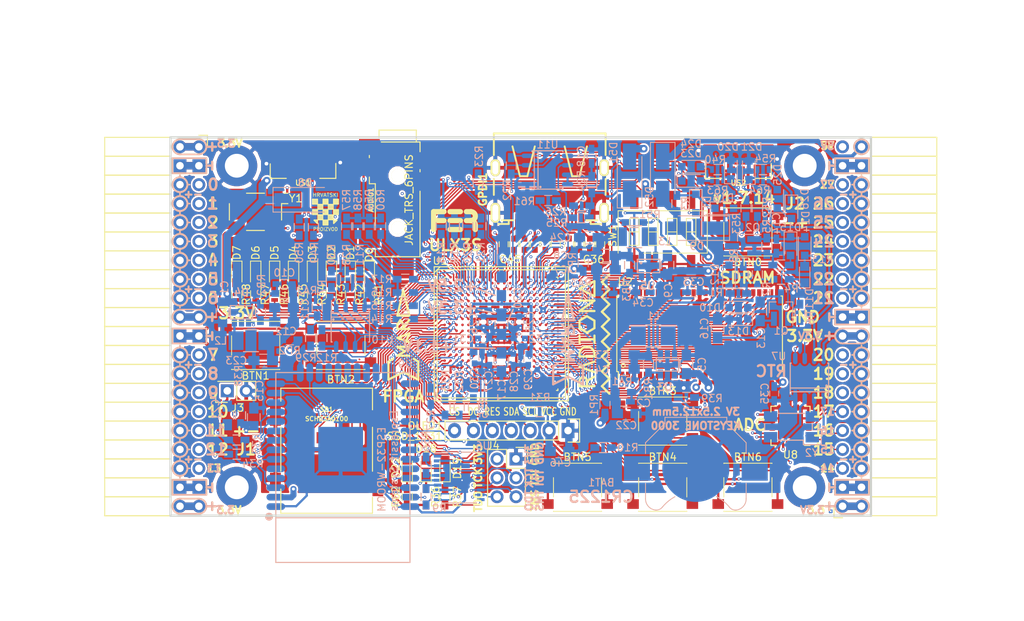
<source format=kicad_pcb>
(kicad_pcb (version 4) (host pcbnew 4.0.7+dfsg1-1)
  (layers (0 F.Cu signal) (1 In1.Cu signal) (2 In2.Cu signal) (31 B.Cu signal) (34 B.Paste user) (35 F.Paste user) (36 B.SilkS user) (37 F.SilkS user) (38 B.Mask user) (39 F.Mask user hide) (44 Edge.Cuts user))
  (net 0 "")
  (net 1 GND)
  (net 2 +5V)
  (net 3 /gpio/IN5V)
  (net 4 /gpio/OUT5V)
  (net 5 +3V3)
  (net 6 BTN_D)
  (net 7 BTN_F1)
  (net 8 BTN_F2)
  (net 9 BTN_L)
  (net 10 BTN_R)
  (net 11 BTN_U)
  (net 12 /power/FB1)
  (net 13 +2V5)
  (net 14 /power/PWREN)
  (net 15 /power/FB3)
  (net 16 /power/FB2)
  (net 17 "Net-(D9-Pad1)")
  (net 18 /power/VBAT)
  (net 19 JTAG_TDI)
  (net 20 JTAG_TCK)
  (net 21 JTAG_TMS)
  (net 22 JTAG_TDO)
  (net 23 /power/WAKEUPn)
  (net 24 /power/WKUP)
  (net 25 /power/SHUT)
  (net 26 /power/WAKE)
  (net 27 /power/HOLD)
  (net 28 /power/WKn)
  (net 29 /power/OSCI_32k)
  (net 30 /power/OSCO_32k)
  (net 31 "Net-(Q2-Pad3)")
  (net 32 SHUTDOWN)
  (net 33 /analog/AUDIO_L)
  (net 34 /analog/AUDIO_R)
  (net 35 GPDI_SDA)
  (net 36 GPDI_SCL)
  (net 37 /gpdi/VREF2)
  (net 38 SD_CMD)
  (net 39 SD_CLK)
  (net 40 SD_D0)
  (net 41 SD_D1)
  (net 42 USB5V)
  (net 43 GPDI_CEC)
  (net 44 nRESET)
  (net 45 FTDI_nDTR)
  (net 46 SDRAM_CKE)
  (net 47 SDRAM_A7)
  (net 48 SDRAM_D15)
  (net 49 SDRAM_BA1)
  (net 50 SDRAM_D7)
  (net 51 SDRAM_A6)
  (net 52 SDRAM_CLK)
  (net 53 SDRAM_D13)
  (net 54 SDRAM_BA0)
  (net 55 SDRAM_D6)
  (net 56 SDRAM_A5)
  (net 57 SDRAM_D14)
  (net 58 SDRAM_A11)
  (net 59 SDRAM_D12)
  (net 60 SDRAM_D5)
  (net 61 SDRAM_A4)
  (net 62 SDRAM_A10)
  (net 63 SDRAM_D11)
  (net 64 SDRAM_A3)
  (net 65 SDRAM_D4)
  (net 66 SDRAM_D10)
  (net 67 SDRAM_D9)
  (net 68 SDRAM_A9)
  (net 69 SDRAM_D3)
  (net 70 SDRAM_D8)
  (net 71 SDRAM_A8)
  (net 72 SDRAM_A2)
  (net 73 SDRAM_A1)
  (net 74 SDRAM_A0)
  (net 75 SDRAM_D2)
  (net 76 SDRAM_D1)
  (net 77 SDRAM_D0)
  (net 78 SDRAM_DQM0)
  (net 79 SDRAM_nCS)
  (net 80 SDRAM_nRAS)
  (net 81 SDRAM_DQM1)
  (net 82 SDRAM_nCAS)
  (net 83 SDRAM_nWE)
  (net 84 /flash/FLASH_nWP)
  (net 85 /flash/FLASH_nHOLD)
  (net 86 /flash/FLASH_MOSI)
  (net 87 /flash/FLASH_MISO)
  (net 88 /flash/FLASH_SCK)
  (net 89 /flash/FLASH_nCS)
  (net 90 /flash/FPGA_PROGRAMN)
  (net 91 /flash/FPGA_DONE)
  (net 92 /flash/FPGA_INITN)
  (net 93 OLED_RES)
  (net 94 OLED_DC)
  (net 95 OLED_CS)
  (net 96 WIFI_EN)
  (net 97 FTDI_nRTS)
  (net 98 FTDI_TXD)
  (net 99 FTDI_RXD)
  (net 100 WIFI_RXD)
  (net 101 WIFI_GPIO0)
  (net 102 WIFI_TXD)
  (net 103 USB_FTDI_D+)
  (net 104 USB_FTDI_D-)
  (net 105 SD_D3)
  (net 106 AUDIO_L3)
  (net 107 AUDIO_L2)
  (net 108 AUDIO_L1)
  (net 109 AUDIO_L0)
  (net 110 AUDIO_R3)
  (net 111 AUDIO_R2)
  (net 112 AUDIO_R1)
  (net 113 AUDIO_R0)
  (net 114 OLED_CLK)
  (net 115 OLED_MOSI)
  (net 116 LED0)
  (net 117 LED1)
  (net 118 LED2)
  (net 119 LED3)
  (net 120 LED4)
  (net 121 LED5)
  (net 122 LED6)
  (net 123 LED7)
  (net 124 BTN_PWRn)
  (net 125 FTDI_nTXLED)
  (net 126 FTDI_nSLEEP)
  (net 127 /blinkey/LED_PWREN)
  (net 128 /blinkey/LED_TXLED)
  (net 129 /sdcard/SD3V3)
  (net 130 SD_D2)
  (net 131 CLK_25MHz)
  (net 132 /blinkey/BTNPUL)
  (net 133 /blinkey/BTNPUR)
  (net 134 USB_FPGA_D+)
  (net 135 /power/FTDI_nSUSPEND)
  (net 136 /blinkey/ALED0)
  (net 137 /blinkey/ALED1)
  (net 138 /blinkey/ALED2)
  (net 139 /blinkey/ALED3)
  (net 140 /blinkey/ALED4)
  (net 141 /blinkey/ALED5)
  (net 142 /blinkey/ALED6)
  (net 143 /blinkey/ALED7)
  (net 144 /usb/FTD-)
  (net 145 /usb/FTD+)
  (net 146 ADC_MISO)
  (net 147 ADC_MOSI)
  (net 148 ADC_CSn)
  (net 149 ADC_SCLK)
  (net 150 SW3)
  (net 151 SW2)
  (net 152 SW1)
  (net 153 USB_FPGA_D-)
  (net 154 /usb/FPD+)
  (net 155 /usb/FPD-)
  (net 156 WIFI_GPIO16)
  (net 157 /usb/ANT_433MHz)
  (net 158 /power/PWRBTn)
  (net 159 PROG_DONE)
  (net 160 /power/P3V3)
  (net 161 /power/P2V5)
  (net 162 /power/L1)
  (net 163 /power/L3)
  (net 164 /power/L2)
  (net 165 FTDI_TXDEN)
  (net 166 SDRAM_A12)
  (net 167 /analog/AUDIO_V)
  (net 168 AUDIO_V3)
  (net 169 AUDIO_V2)
  (net 170 AUDIO_V1)
  (net 171 AUDIO_V0)
  (net 172 /blinkey/LED_WIFI)
  (net 173 /power/P1V1)
  (net 174 +1V1)
  (net 175 SW4)
  (net 176 /blinkey/SWPU)
  (net 177 /wifi/WIFIEN)
  (net 178 FT2V5)
  (net 179 GN0)
  (net 180 GP0)
  (net 181 GN1)
  (net 182 GP1)
  (net 183 GN2)
  (net 184 GP2)
  (net 185 GN3)
  (net 186 GP3)
  (net 187 GN4)
  (net 188 GP4)
  (net 189 GN5)
  (net 190 GP5)
  (net 191 GN6)
  (net 192 GP6)
  (net 193 GN14)
  (net 194 GP14)
  (net 195 GN15)
  (net 196 GP15)
  (net 197 GN16)
  (net 198 GP16)
  (net 199 GN17)
  (net 200 GP17)
  (net 201 GN18)
  (net 202 GP18)
  (net 203 GN19)
  (net 204 GP19)
  (net 205 GN20)
  (net 206 GP20)
  (net 207 GN21)
  (net 208 GP21)
  (net 209 GN22)
  (net 210 GP22)
  (net 211 GN23)
  (net 212 GP23)
  (net 213 GN24)
  (net 214 GP24)
  (net 215 GN25)
  (net 216 GP25)
  (net 217 GN26)
  (net 218 GP26)
  (net 219 GN27)
  (net 220 GP27)
  (net 221 GN7)
  (net 222 GP7)
  (net 223 GN8)
  (net 224 GP8)
  (net 225 GN9)
  (net 226 GP9)
  (net 227 GN10)
  (net 228 GP10)
  (net 229 GN11)
  (net 230 GP11)
  (net 231 GN12)
  (net 232 GP12)
  (net 233 GN13)
  (net 234 GP13)
  (net 235 WIFI_GPIO5)
  (net 236 WIFI_GPIO17)
  (net 237 USB_FPGA_PULL_D+)
  (net 238 USB_FPGA_PULL_D-)
  (net 239 "Net-(D23-Pad2)")
  (net 240 "Net-(D24-Pad1)")
  (net 241 "Net-(D25-Pad2)")
  (net 242 "Net-(D26-Pad1)")
  (net 243 /gpdi/GPDI_ETH+)
  (net 244 FPDI_ETH+)
  (net 245 /gpdi/GPDI_ETH-)
  (net 246 FPDI_ETH-)
  (net 247 /gpdi/GPDI_D2-)
  (net 248 FPDI_D2-)
  (net 249 /gpdi/GPDI_D1-)
  (net 250 FPDI_D1-)
  (net 251 /gpdi/GPDI_D0-)
  (net 252 FPDI_D0-)
  (net 253 /gpdi/GPDI_CLK-)
  (net 254 FPDI_CLK-)
  (net 255 /gpdi/GPDI_D2+)
  (net 256 FPDI_D2+)
  (net 257 /gpdi/GPDI_D1+)
  (net 258 FPDI_D1+)
  (net 259 /gpdi/GPDI_D0+)
  (net 260 FPDI_D0+)
  (net 261 /gpdi/GPDI_CLK+)
  (net 262 FPDI_CLK+)
  (net 263 FPDI_SDA)
  (net 264 FPDI_SCL)
  (net 265 /gpdi/FPDI_CEC)
  (module Socket_Strips:Socket_Strip_Angled_2x20 (layer F.Cu) (at 97.91 62.69 270)
    (fp_text reference J1 (at 40.64 -6.35 360) (layer F.SilkS) (effects (font (size 1.5 1.5) (thickness 0.3))))
    (fp_text value CONN_02X20 hide)
    (pad 1 thru_hole oval (at 0 0 270) (size 1.7272 1.7272) (drill 1.016) (layers *.Cu *.Mask) (net 5 +3V3))
    (pad 2 thru_hole oval (at 0 2.54 270) (size 1.7272 1.7272) (drill 1.016) (layers *.Cu *.Mask) (net 5 +3V3))
    (pad 3 thru_hole rect (at 2.54 0 270) (size 1.7272 1.7272) (drill 1.016) (layers *.Cu *.Mask) (net 1 GND))
    (pad 4 thru_hole rect (at 2.54 2.54 270) (size 1.7272 1.7272) (drill 1.016) (layers *.Cu *.Mask) (net 1 GND))
    (pad 5 thru_hole oval (at 5.08 0 270) (size 1.7272 1.7272) (drill 1.016) (layers *.Cu *.Mask) (net 179 GN0))
    (pad 6 thru_hole oval (at 5.08 2.54 270) (size 1.7272 1.7272) (drill 1.016) (layers *.Cu *.Mask) (net 180 GP0))
    (pad 7 thru_hole oval (at 7.62 0 270) (size 1.7272 1.7272) (drill 1.016) (layers *.Cu *.Mask) (net 181 GN1))
    (pad 8 thru_hole oval (at 7.62 2.54 270) (size 1.7272 1.7272) (drill 1.016) (layers *.Cu *.Mask) (net 182 GP1))
    (pad 9 thru_hole oval (at 10.16 0 270) (size 1.7272 1.7272) (drill 1.016) (layers *.Cu *.Mask) (net 183 GN2))
    (pad 10 thru_hole oval (at 10.16 2.54 270) (size 1.7272 1.7272) (drill 1.016) (layers *.Cu *.Mask) (net 184 GP2))
    (pad 11 thru_hole oval (at 12.7 0 270) (size 1.7272 1.7272) (drill 1.016) (layers *.Cu *.Mask) (net 185 GN3))
    (pad 12 thru_hole oval (at 12.7 2.54 270) (size 1.7272 1.7272) (drill 1.016) (layers *.Cu *.Mask) (net 186 GP3))
    (pad 13 thru_hole oval (at 15.24 0 270) (size 1.7272 1.7272) (drill 1.016) (layers *.Cu *.Mask) (net 187 GN4))
    (pad 14 thru_hole oval (at 15.24 2.54 270) (size 1.7272 1.7272) (drill 1.016) (layers *.Cu *.Mask) (net 188 GP4))
    (pad 15 thru_hole oval (at 17.78 0 270) (size 1.7272 1.7272) (drill 1.016) (layers *.Cu *.Mask) (net 189 GN5))
    (pad 16 thru_hole oval (at 17.78 2.54 270) (size 1.7272 1.7272) (drill 1.016) (layers *.Cu *.Mask) (net 190 GP5))
    (pad 17 thru_hole oval (at 20.32 0 270) (size 1.7272 1.7272) (drill 1.016) (layers *.Cu *.Mask) (net 191 GN6))
    (pad 18 thru_hole oval (at 20.32 2.54 270) (size 1.7272 1.7272) (drill 1.016) (layers *.Cu *.Mask) (net 192 GP6))
    (pad 19 thru_hole oval (at 22.86 0 270) (size 1.7272 1.7272) (drill 1.016) (layers *.Cu *.Mask) (net 5 +3V3))
    (pad 20 thru_hole oval (at 22.86 2.54 270) (size 1.7272 1.7272) (drill 1.016) (layers *.Cu *.Mask) (net 5 +3V3))
    (pad 21 thru_hole rect (at 25.4 0 270) (size 1.7272 1.7272) (drill 1.016) (layers *.Cu *.Mask) (net 1 GND))
    (pad 22 thru_hole rect (at 25.4 2.54 270) (size 1.7272 1.7272) (drill 1.016) (layers *.Cu *.Mask) (net 1 GND))
    (pad 23 thru_hole oval (at 27.94 0 270) (size 1.7272 1.7272) (drill 1.016) (layers *.Cu *.Mask) (net 221 GN7))
    (pad 24 thru_hole oval (at 27.94 2.54 270) (size 1.7272 1.7272) (drill 1.016) (layers *.Cu *.Mask) (net 222 GP7))
    (pad 25 thru_hole oval (at 30.48 0 270) (size 1.7272 1.7272) (drill 1.016) (layers *.Cu *.Mask) (net 223 GN8))
    (pad 26 thru_hole oval (at 30.48 2.54 270) (size 1.7272 1.7272) (drill 1.016) (layers *.Cu *.Mask) (net 224 GP8))
    (pad 27 thru_hole oval (at 33.02 0 270) (size 1.7272 1.7272) (drill 1.016) (layers *.Cu *.Mask) (net 225 GN9))
    (pad 28 thru_hole oval (at 33.02 2.54 270) (size 1.7272 1.7272) (drill 1.016) (layers *.Cu *.Mask) (net 226 GP9))
    (pad 29 thru_hole oval (at 35.56 0 270) (size 1.7272 1.7272) (drill 1.016) (layers *.Cu *.Mask) (net 227 GN10))
    (pad 30 thru_hole oval (at 35.56 2.54 270) (size 1.7272 1.7272) (drill 1.016) (layers *.Cu *.Mask) (net 228 GP10))
    (pad 31 thru_hole oval (at 38.1 0 270) (size 1.7272 1.7272) (drill 1.016) (layers *.Cu *.Mask) (net 229 GN11))
    (pad 32 thru_hole oval (at 38.1 2.54 270) (size 1.7272 1.7272) (drill 1.016) (layers *.Cu *.Mask) (net 230 GP11))
    (pad 33 thru_hole oval (at 40.64 0 270) (size 1.7272 1.7272) (drill 1.016) (layers *.Cu *.Mask) (net 231 GN12))
    (pad 34 thru_hole oval (at 40.64 2.54 270) (size 1.7272 1.7272) (drill 1.016) (layers *.Cu *.Mask) (net 232 GP12))
    (pad 35 thru_hole oval (at 43.18 0 270) (size 1.7272 1.7272) (drill 1.016) (layers *.Cu *.Mask) (net 233 GN13))
    (pad 36 thru_hole oval (at 43.18 2.54 270) (size 1.7272 1.7272) (drill 1.016) (layers *.Cu *.Mask) (net 234 GP13))
    (pad 37 thru_hole rect (at 45.72 0 270) (size 1.7272 1.7272) (drill 1.016) (layers *.Cu *.Mask) (net 1 GND))
    (pad 38 thru_hole rect (at 45.72 2.54 270) (size 1.7272 1.7272) (drill 1.016) (layers *.Cu *.Mask) (net 1 GND))
    (pad 39 thru_hole oval (at 48.26 0 270) (size 1.7272 1.7272) (drill 1.016) (layers *.Cu *.Mask) (net 5 +3V3))
    (pad 40 thru_hole oval (at 48.26 2.54 270) (size 1.7272 1.7272) (drill 1.016) (layers *.Cu *.Mask) (net 5 +3V3))
  )
  (module SMD_Packages:1Pin (layer F.Cu) (at 182.67515 111.637626)
    (fp_text reference AE1 hide)
    (fp_text value 433MHz hide)
    (pad 1 smd rect (at 0 0) (size 0.5 0.5) (layers B.Cu F.Paste F.Mask) (net 157 /usb/ANT_433MHz))
  )
  (module Resistors_SMD:R_0603_HandSoldering (layer B.Cu) (at 103.498 98.758 90)
    (fp_text reference R38 (at 5.334 -0.254 90) (layer B.SilkS) (effects (justify mirror)))
    (fp_text value 0.47)
    (pad 1 smd rect (at -1.1 0 90) (size 1.2 0.9) (layers B.Cu B.Paste B.Mask) (net 129 /sdcard/SD3V3))
    (pad 2 smd rect (at 1.1 0 90) (size 1.2 0.9) (layers B.Cu B.Paste B.Mask) (net 5 +3V3))
  )
  (module Diodes_SMD:D_SMA_Handsoldering (layer B.Cu) (at 155.695 66.5 90)
    (fp_text reference D51 (at 3.048 -2.159 90) (layer B.SilkS) (effects (justify mirror)))
    (fp_text value STPS2L30AF hide)
    (pad 1 smd rect (at -2.5 0 90) (size 3.5 1.8) (layers B.Cu B.Paste B.Mask) (net 2 +5V))
    (pad 2 smd rect (at 2.5 0 90) (size 3.5 1.8) (layers B.Cu B.Paste B.Mask) (net 3 /gpio/IN5V))
  )
  (module Resistors_SMD:R_0603_HandSoldering (layer B.Cu) (at 156.33 72.85 180)
    (fp_text reference R51 (at -2.0955 1.0795 180) (layer B.SilkS) (effects (justify mirror)))
    (fp_text value 150)
    (pad 1 smd rect (at -1.1 0 180) (size 1.2 0.9) (layers B.Cu B.Paste B.Mask) (net 5 +3V3))
    (pad 2 smd rect (at 1.1 0 180) (size 1.2 0.9) (layers B.Cu B.Paste B.Mask) (net 176 /blinkey/SWPU))
  )
  (module Resistors_SMD:R_1210_HandSoldering (layer B.Cu) (at 158.87 88.09 180)
    (fp_text reference L1 (at 0 2.7 180) (layer B.SilkS) (effects (justify mirror)))
    (fp_text value 2.2uH)
    (pad 1 smd rect (at -2 0 180) (size 2 2.5) (layers B.Cu B.Paste B.Mask) (net 162 /power/L1))
    (pad 2 smd rect (at 2 0 180) (size 2 2.5) (layers B.Cu B.Paste B.Mask) (net 173 /power/P1V1))
  )
  (module TSOT-25:TSOT-25 (layer B.Cu) (at 160.775 91.9)
    (fp_text reference U3 (at -0.381 3.048) (layer B.SilkS) (effects (font (thickness 0.2)) (justify mirror)))
    (fp_text value TLV62569DBV)
    (pad 1 smd rect (at -0.95 -1.3) (size 0.7 1.2) (layers B.Cu B.Paste B.Mask) (net 14 /power/PWREN))
    (pad 2 smd rect (at 0 -1.3) (size 0.7 1.2) (layers B.Cu B.Paste B.Mask) (net 1 GND))
    (pad 3 smd rect (at 0.95 -1.3) (size 0.7 1.2) (layers B.Cu B.Paste B.Mask) (net 162 /power/L1))
    (pad 4 smd rect (at 0.95 1.3) (size 0.7 1.2) (layers B.Cu B.Paste B.Mask) (net 2 +5V))
    (pad 5 smd rect (at -0.95 1.3) (size 0.7 1.2) (layers B.Cu B.Paste B.Mask) (net 12 /power/FB1))
  )
  (module Resistors_SMD:R_1210_HandSoldering (layer B.Cu) (at 104.895 88.725)
    (fp_text reference L2 (at -4.064 0) (layer B.SilkS) (effects (justify mirror)))
    (fp_text value 2.2uH)
    (pad 1 smd rect (at -2 0) (size 2 2.5) (layers B.Cu B.Paste B.Mask) (net 164 /power/L2))
    (pad 2 smd rect (at 2 0) (size 2 2.5) (layers B.Cu B.Paste B.Mask) (net 161 /power/P2V5))
  )
  (module TSOT-25:TSOT-25 (layer B.Cu) (at 103.625 84.915 180)
    (fp_text reference U4 (at 0 2.697 180) (layer B.SilkS) (effects (font (thickness 0.2)) (justify mirror)))
    (fp_text value TLV62569DBV)
    (pad 1 smd rect (at -0.95 -1.3 180) (size 0.7 1.2) (layers B.Cu B.Paste B.Mask) (net 14 /power/PWREN))
    (pad 2 smd rect (at 0 -1.3 180) (size 0.7 1.2) (layers B.Cu B.Paste B.Mask) (net 1 GND))
    (pad 3 smd rect (at 0.95 -1.3 180) (size 0.7 1.2) (layers B.Cu B.Paste B.Mask) (net 164 /power/L2))
    (pad 4 smd rect (at 0.95 1.3 180) (size 0.7 1.2) (layers B.Cu B.Paste B.Mask) (net 2 +5V))
    (pad 5 smd rect (at -0.95 1.3 180) (size 0.7 1.2) (layers B.Cu B.Paste B.Mask) (net 16 /power/FB2))
  )
  (module Resistors_SMD:R_1210_HandSoldering (layer B.Cu) (at 156.33 74.755 180)
    (fp_text reference L3 (at -4.064 -0.635 180) (layer B.SilkS) (effects (justify mirror)))
    (fp_text value 2.2uH)
    (pad 1 smd rect (at -2 0 180) (size 2 2.5) (layers B.Cu B.Paste B.Mask) (net 163 /power/L3))
    (pad 2 smd rect (at 2 0 180) (size 2 2.5) (layers B.Cu B.Paste B.Mask) (net 160 /power/P3V3))
  )
  (module TSOT-25:TSOT-25 (layer B.Cu) (at 158.235 78.692)
    (fp_text reference U5 (at -0.127 2.667) (layer B.SilkS) (effects (font (thickness 0.2)) (justify mirror)))
    (fp_text value TLV62569DBV)
    (pad 1 smd rect (at -0.95 -1.3) (size 0.7 1.2) (layers B.Cu B.Paste B.Mask) (net 14 /power/PWREN))
    (pad 2 smd rect (at 0 -1.3) (size 0.7 1.2) (layers B.Cu B.Paste B.Mask) (net 1 GND))
    (pad 3 smd rect (at 0.95 -1.3) (size 0.7 1.2) (layers B.Cu B.Paste B.Mask) (net 163 /power/L3))
    (pad 4 smd rect (at 0.95 1.3) (size 0.7 1.2) (layers B.Cu B.Paste B.Mask) (net 2 +5V))
    (pad 5 smd rect (at -0.95 1.3) (size 0.7 1.2) (layers B.Cu B.Paste B.Mask) (net 15 /power/FB3))
  )
  (module Capacitors_SMD:C_0805_HandSoldering (layer B.Cu) (at 101.085 84.915 270)
    (fp_text reference C1 (at -3.302 -0.254 270) (layer B.SilkS) (effects (justify mirror)))
    (fp_text value 22uF)
    (pad 1 smd rect (at -1.25 0 270) (size 1.5 1.25) (layers B.Cu B.Paste B.Mask) (net 2 +5V))
    (pad 2 smd rect (at 1.25 0 270) (size 1.5 1.25) (layers B.Cu B.Paste B.Mask) (net 1 GND))
  )
  (module Capacitors_SMD:C_0805_HandSoldering (layer B.Cu) (at 155.06 90.63)
    (fp_text reference C3 (at -3.048 0) (layer B.SilkS) (effects (justify mirror)))
    (fp_text value 22uF)
    (pad 1 smd rect (at -1.25 0) (size 1.5 1.25) (layers B.Cu B.Paste B.Mask) (net 173 /power/P1V1))
    (pad 2 smd rect (at 1.25 0) (size 1.5 1.25) (layers B.Cu B.Paste B.Mask) (net 1 GND))
  )
  (module Capacitors_SMD:C_0805_HandSoldering (layer B.Cu) (at 155.06 92.535)
    (fp_text reference C4 (at -3.048 0.127) (layer B.SilkS) (effects (justify mirror)))
    (fp_text value 22uF)
    (pad 1 smd rect (at -1.25 0) (size 1.5 1.25) (layers B.Cu B.Paste B.Mask) (net 173 /power/P1V1))
    (pad 2 smd rect (at 1.25 0) (size 1.5 1.25) (layers B.Cu B.Paste B.Mask) (net 1 GND))
  )
  (module Capacitors_SMD:C_0805_HandSoldering (layer B.Cu) (at 163.315 91.9 90)
    (fp_text reference C5 (at 0 2.1 90) (layer B.SilkS) (effects (justify mirror)))
    (fp_text value 22uF)
    (pad 1 smd rect (at -1.25 0 90) (size 1.5 1.25) (layers B.Cu B.Paste B.Mask) (net 2 +5V))
    (pad 2 smd rect (at 1.25 0 90) (size 1.5 1.25) (layers B.Cu B.Paste B.Mask) (net 1 GND))
  )
  (module Capacitors_SMD:C_0805_HandSoldering (layer B.Cu) (at 152.52 79.2)
    (fp_text reference C7 (at -6.096 0) (layer B.SilkS) (effects (justify mirror)))
    (fp_text value 22uF)
    (pad 1 smd rect (at -1.25 0) (size 1.5 1.25) (layers B.Cu B.Paste B.Mask) (net 160 /power/P3V3))
    (pad 2 smd rect (at 1.25 0) (size 1.5 1.25) (layers B.Cu B.Paste B.Mask) (net 1 GND))
  )
  (module Capacitors_SMD:C_0805_HandSoldering (layer B.Cu) (at 152.52 77.295)
    (fp_text reference C8 (at -6.096 0) (layer B.SilkS) (effects (justify mirror)))
    (fp_text value 22uF)
    (pad 1 smd rect (at -1.25 0) (size 1.5 1.25) (layers B.Cu B.Paste B.Mask) (net 160 /power/P3V3))
    (pad 2 smd rect (at 1.25 0) (size 1.5 1.25) (layers B.Cu B.Paste B.Mask) (net 1 GND))
  )
  (module Capacitors_SMD:C_0805_HandSoldering (layer B.Cu) (at 160.775 78.565 90)
    (fp_text reference C9 (at -3.429 0.127 90) (layer B.SilkS) (effects (justify mirror)))
    (fp_text value 22uF)
    (pad 1 smd rect (at -1.25 0 90) (size 1.5 1.25) (layers B.Cu B.Paste B.Mask) (net 2 +5V))
    (pad 2 smd rect (at 1.25 0 90) (size 1.5 1.25) (layers B.Cu B.Paste B.Mask) (net 1 GND))
  )
  (module Capacitors_SMD:C_0805_HandSoldering (layer B.Cu) (at 109.34 84.28 180)
    (fp_text reference C11 (at -2.794 -0.254 270) (layer B.SilkS) (effects (justify mirror)))
    (fp_text value 22uF)
    (pad 1 smd rect (at -1.25 0 180) (size 1.5 1.25) (layers B.Cu B.Paste B.Mask) (net 161 /power/P2V5))
    (pad 2 smd rect (at 1.25 0 180) (size 1.5 1.25) (layers B.Cu B.Paste B.Mask) (net 1 GND))
  )
  (module Capacitors_SMD:C_0805_HandSoldering (layer B.Cu) (at 109.34 86.185 180)
    (fp_text reference C12 (at -0.254 -1.27 360) (layer B.SilkS) (effects (justify mirror)))
    (fp_text value 22uF)
    (pad 1 smd rect (at -1.25 0 180) (size 1.5 1.25) (layers B.Cu B.Paste B.Mask) (net 161 /power/P2V5))
    (pad 2 smd rect (at 1.25 0 180) (size 1.5 1.25) (layers B.Cu B.Paste B.Mask) (net 1 GND))
  )
  (module Capacitors_SMD:C_0805_HandSoldering (layer B.Cu) (at 173.221 84.788 90)
    (fp_text reference C13 (at -3.556 0.127 90) (layer B.SilkS) (effects (justify mirror)))
    (fp_text value 2.2uF)
    (pad 1 smd rect (at -1.25 0 90) (size 1.5 1.25) (layers B.Cu B.Paste B.Mask) (net 2 +5V))
    (pad 2 smd rect (at 1.25 0 90) (size 1.5 1.25) (layers B.Cu B.Paste B.Mask) (net 24 /power/WKUP))
  )
  (module TO_SOT_Packages_SMD:SOT-23_Handsoldering (layer B.Cu) (at 176.015 84.28 90)
    (fp_text reference Q1 (at -3.1115 0 180) (layer B.SilkS) (effects (justify mirror)))
    (fp_text value BC857)
    (pad 1 smd rect (at -1.5 0.95 90) (size 1.9 0.8) (layers B.Cu B.Paste B.Mask) (net 28 /power/WKn))
    (pad 2 smd rect (at -1.5 -0.95 90) (size 1.9 0.8) (layers B.Cu B.Paste B.Mask) (net 2 +5V))
    (pad 3 smd rect (at 1.5 0 90) (size 1.9 0.8) (layers B.Cu B.Paste B.Mask) (net 24 /power/WKUP))
  )
  (module TO_SOT_Packages_SMD:SOT-23_Handsoldering (layer B.Cu) (at 170.935 76.025 180)
    (fp_text reference Q2 (at -1.295 2.5 180) (layer B.SilkS) (effects (justify mirror)))
    (fp_text value 2N7002)
    (pad 1 smd rect (at -1.5 0.95 180) (size 1.9 0.8) (layers B.Cu B.Paste B.Mask) (net 25 /power/SHUT))
    (pad 2 smd rect (at -1.5 -0.95 180) (size 1.9 0.8) (layers B.Cu B.Paste B.Mask) (net 1 GND))
    (pad 3 smd rect (at 1.5 0 180) (size 1.9 0.8) (layers B.Cu B.Paste B.Mask) (net 31 "Net-(Q2-Pad3)"))
  )
  (module Capacitors_SMD:C_0603_HandSoldering (layer B.Cu) (at 154.86 96.91)
    (fp_text reference C2 (at 2.74 0.197) (layer B.SilkS) (effects (justify mirror)))
    (fp_text value 470pF)
    (pad 1 smd rect (at -0.95 0) (size 1.2 0.75) (layers B.Cu B.Paste B.Mask) (net 173 /power/P1V1))
    (pad 2 smd rect (at 0.95 0) (size 1.2 0.75) (layers B.Cu B.Paste B.Mask) (net 12 /power/FB1))
  )
  (module Capacitors_SMD:C_0603_HandSoldering (layer B.Cu) (at 152.52 82.375)
    (fp_text reference C6 (at -2.794 0.127) (layer B.SilkS) (effects (justify mirror)))
    (fp_text value 470pF)
    (pad 1 smd rect (at -0.95 0) (size 1.2 0.75) (layers B.Cu B.Paste B.Mask) (net 160 /power/P3V3))
    (pad 2 smd rect (at 0.95 0) (size 1.2 0.75) (layers B.Cu B.Paste B.Mask) (net 15 /power/FB3))
  )
  (module Capacitors_SMD:C_0603_HandSoldering (layer B.Cu) (at 109.34 81.105 180)
    (fp_text reference C10 (at -0.04 1.505 180) (layer B.SilkS) (effects (justify mirror)))
    (fp_text value 470pF)
    (pad 1 smd rect (at -0.95 0 180) (size 1.2 0.75) (layers B.Cu B.Paste B.Mask) (net 161 /power/P2V5))
    (pad 2 smd rect (at 0.95 0 180) (size 1.2 0.75) (layers B.Cu B.Paste B.Mask) (net 16 /power/FB2))
  )
  (module Capacitors_SMD:C_0603_HandSoldering (layer B.Cu) (at 175.38 76.025 270)
    (fp_text reference C14 (at -3.048 0 270) (layer B.SilkS) (effects (justify mirror)))
    (fp_text value 100nF)
    (pad 1 smd rect (at -0.95 0 270) (size 1.2 0.75) (layers B.Cu B.Paste B.Mask) (net 25 /power/SHUT))
    (pad 2 smd rect (at 0.95 0 270) (size 1.2 0.75) (layers B.Cu B.Paste B.Mask) (net 1 GND))
  )
  (module Resistors_SMD:R_0603_HandSoldering (layer B.Cu) (at 170.3 82.375)
    (fp_text reference R1 (at -3.048 -0.127) (layer B.SilkS) (effects (justify mirror)))
    (fp_text value 15k)
    (pad 1 smd rect (at -1.1 0) (size 1.2 0.9) (layers B.Cu B.Paste B.Mask) (net 26 /power/WAKE))
    (pad 2 smd rect (at 1.1 0) (size 1.2 0.9) (layers B.Cu B.Paste B.Mask) (net 14 /power/PWREN))
  )
  (module Resistors_SMD:R_0603_HandSoldering (layer B.Cu) (at 172.84 79.835 90)
    (fp_text reference R2 (at -1.905 1.27 90) (layer B.SilkS) (effects (justify mirror)))
    (fp_text value 47k)
    (pad 1 smd rect (at -1.1 0 90) (size 1.2 0.9) (layers B.Cu B.Paste B.Mask) (net 14 /power/PWREN))
    (pad 2 smd rect (at 1.1 0 90) (size 1.2 0.9) (layers B.Cu B.Paste B.Mask) (net 1 GND))
  )
  (module Resistors_SMD:R_0603_HandSoldering (layer B.Cu) (at 176.015 80.47 180)
    (fp_text reference R4 (at -1.397 -1.27 360) (layer B.SilkS) (effects (justify mirror)))
    (fp_text value 4.7k)
    (pad 1 smd rect (at -1.1 0 180) (size 1.2 0.9) (layers B.Cu B.Paste B.Mask) (net 27 /power/HOLD))
    (pad 2 smd rect (at 1.1 0 180) (size 1.2 0.9) (layers B.Cu B.Paste B.Mask) (net 14 /power/PWREN))
  )
  (module Resistors_SMD:R_0603_HandSoldering (layer B.Cu) (at 174.11 76.025 270)
    (fp_text reference R5 (at -2.667 0 270) (layer B.SilkS) (effects (justify mirror)))
    (fp_text value 4.7M)
    (pad 1 smd rect (at -1.1 0 270) (size 1.2 0.9) (layers B.Cu B.Paste B.Mask) (net 25 /power/SHUT))
    (pad 2 smd rect (at 1.1 0 270) (size 1.2 0.9) (layers B.Cu B.Paste B.Mask) (net 1 GND))
  )
  (module Resistors_SMD:R_0603_HandSoldering (layer B.Cu) (at 178.555 84.915 270)
    (fp_text reference R6 (at 0.762 -1.397 270) (layer B.SilkS) (effects (justify mirror)))
    (fp_text value 1k)
    (pad 1 smd rect (at -1.1 0 270) (size 1.2 0.9) (layers B.Cu B.Paste B.Mask) (net 28 /power/WKn))
    (pad 2 smd rect (at 1.1 0 270) (size 1.2 0.9) (layers B.Cu B.Paste B.Mask) (net 23 /power/WAKEUPn))
  )
  (module Resistors_SMD:R_0603_HandSoldering (layer B.Cu) (at 113.785 84.28 270)
    (fp_text reference R7 (at -2.794 -0.635 270) (layer B.SilkS) (effects (justify mirror)))
    (fp_text value 150)
    (pad 1 smd rect (at -1.1 0 270) (size 1.2 0.9) (layers B.Cu B.Paste B.Mask) (net 5 +3V3))
    (pad 2 smd rect (at 1.1 0 270) (size 1.2 0.9) (layers B.Cu B.Paste B.Mask) (net 132 /blinkey/BTNPUL))
  )
  (module Resistors_SMD:R_0603_HandSoldering (layer B.Cu) (at 170.935 79.835 90)
    (fp_text reference R8 (at 2.54 -1.27 90) (layer B.SilkS) (effects (justify mirror)))
    (fp_text value 1k)
    (pad 1 smd rect (at -1.1 0 90) (size 1.2 0.9) (layers B.Cu B.Paste B.Mask) (net 14 /power/PWREN))
    (pad 2 smd rect (at 1.1 0 90) (size 1.2 0.9) (layers B.Cu B.Paste B.Mask) (net 31 "Net-(Q2-Pad3)"))
  )
  (module Resistors_SMD:R_0603_HandSoldering (layer B.Cu) (at 128.39 109.68 270)
    (fp_text reference R9 (at 1.524 -1.778 360) (layer B.SilkS) (effects (justify mirror)))
    (fp_text value 15k)
    (pad 1 smd rect (at -1.1 0 270) (size 1.2 0.9) (layers B.Cu B.Paste B.Mask) (net 44 nRESET))
    (pad 2 smd rect (at 1.1 0 270) (size 1.2 0.9) (layers B.Cu B.Paste B.Mask) (net 178 FT2V5))
  )
  (module Resistors_SMD:R_0603_HandSoldering (layer B.Cu) (at 152.139 103.076 180)
    (fp_text reference R10 (at -3.302 0 180) (layer B.SilkS) (effects (justify mirror)))
    (fp_text value 150)
    (pad 1 smd rect (at -1.1 0 180) (size 1.2 0.9) (layers B.Cu B.Paste B.Mask) (net 135 /power/FTDI_nSUSPEND))
    (pad 2 smd rect (at 1.1 0 180) (size 1.2 0.9) (layers B.Cu B.Paste B.Mask) (net 126 FTDI_nSLEEP))
  )
  (module Resistors_SMD:R_0603_HandSoldering (layer B.Cu) (at 176.015 78.565 180)
    (fp_text reference R13 (at -5.588 0.762 180) (layer B.SilkS) (effects (justify mirror)))
    (fp_text value 15k)
    (pad 1 smd rect (at -1.1 0 180) (size 1.2 0.9) (layers B.Cu B.Paste B.Mask) (net 32 SHUTDOWN))
    (pad 2 smd rect (at 1.1 0 180) (size 1.2 0.9) (layers B.Cu B.Paste B.Mask) (net 1 GND))
  )
  (module Resistors_SMD:R_0603_HandSoldering (layer B.Cu) (at 154.86 95.64)
    (fp_text reference RA1 (at -0.181 -1.454) (layer B.SilkS) (effects (justify mirror)))
    (fp_text value 15k)
    (pad 1 smd rect (at -1.1 0) (size 1.2 0.9) (layers B.Cu B.Paste B.Mask) (net 173 /power/P1V1))
    (pad 2 smd rect (at 1.1 0) (size 1.2 0.9) (layers B.Cu B.Paste B.Mask) (net 12 /power/FB1))
  )
  (module Resistors_SMD:R_0603_HandSoldering (layer B.Cu) (at 109.34 82.375 180)
    (fp_text reference RA2 (at -3.048 0.381 360) (layer B.SilkS) (effects (justify mirror)))
    (fp_text value 15k)
    (pad 1 smd rect (at -1.1 0 180) (size 1.2 0.9) (layers B.Cu B.Paste B.Mask) (net 161 /power/P2V5))
    (pad 2 smd rect (at 1.1 0 180) (size 1.2 0.9) (layers B.Cu B.Paste B.Mask) (net 16 /power/FB2))
  )
  (module Resistors_SMD:R_0603_HandSoldering (layer B.Cu) (at 152.52 81.105)
    (fp_text reference RA3 (at -3.302 -0.127) (layer B.SilkS) (effects (justify mirror)))
    (fp_text value 15k)
    (pad 1 smd rect (at -1.1 0) (size 1.2 0.9) (layers B.Cu B.Paste B.Mask) (net 160 /power/P3V3))
    (pad 2 smd rect (at 1.1 0) (size 1.2 0.9) (layers B.Cu B.Paste B.Mask) (net 15 /power/FB3))
  )
  (module Resistors_SMD:R_0603_HandSoldering (layer B.Cu) (at 158.235 91.9 270)
    (fp_text reference RB1 (at 3.302 0 270) (layer B.SilkS) (effects (justify mirror)))
    (fp_text value 18k)
    (pad 1 smd rect (at -1.1 0 270) (size 1.2 0.9) (layers B.Cu B.Paste B.Mask) (net 1 GND))
    (pad 2 smd rect (at 1.1 0 270) (size 1.2 0.9) (layers B.Cu B.Paste B.Mask) (net 12 /power/FB1))
  )
  (module Resistors_SMD:R_0603_HandSoldering (layer B.Cu) (at 106.165 84.915 90)
    (fp_text reference RB2 (at 3.683 0.127 90) (layer B.SilkS) (effects (justify mirror)))
    (fp_text value 4.7k)
    (pad 1 smd rect (at -1.1 0 90) (size 1.2 0.9) (layers B.Cu B.Paste B.Mask) (net 1 GND))
    (pad 2 smd rect (at 1.1 0 90) (size 1.2 0.9) (layers B.Cu B.Paste B.Mask) (net 16 /power/FB2))
  )
  (module Resistors_SMD:R_0603_HandSoldering (layer B.Cu) (at 155.695 78.565 270)
    (fp_text reference RB3 (at 3.429 0.395 270) (layer B.SilkS) (effects (justify mirror)))
    (fp_text value 3.3k)
    (pad 1 smd rect (at -1.1 0 270) (size 1.2 0.9) (layers B.Cu B.Paste B.Mask) (net 1 GND))
    (pad 2 smd rect (at 1.1 0 270) (size 1.2 0.9) (layers B.Cu B.Paste B.Mask) (net 15 /power/FB3))
  )
  (module Resistors_SMD:R_0603_HandSoldering (layer B.Cu) (at 125.596 85.804 180)
    (fp_text reference R14 (at 3.175 0 180) (layer B.SilkS) (effects (justify mirror)))
    (fp_text value 1.2k)
    (pad 1 smd rect (at -1.1 0 180) (size 1.2 0.9) (layers B.Cu B.Paste B.Mask) (net 109 AUDIO_L0))
    (pad 2 smd rect (at 1.1 0 180) (size 1.2 0.9) (layers B.Cu B.Paste B.Mask) (net 33 /analog/AUDIO_L))
  )
  (module Resistors_SMD:R_0603_HandSoldering (layer B.Cu) (at 125.596 84.026 180)
    (fp_text reference R15 (at 3.175 -0.001 180) (layer B.SilkS) (effects (justify mirror)))
    (fp_text value 680)
    (pad 1 smd rect (at -1.1 0 180) (size 1.2 0.9) (layers B.Cu B.Paste B.Mask) (net 108 AUDIO_L1))
    (pad 2 smd rect (at 1.1 0 180) (size 1.2 0.9) (layers B.Cu B.Paste B.Mask) (net 33 /analog/AUDIO_L))
  )
  (module Resistors_SMD:R_0603_HandSoldering (layer B.Cu) (at 125.596 82.248 180)
    (fp_text reference R16 (at 3.175 0 180) (layer B.SilkS) (effects (justify mirror)))
    (fp_text value 330)
    (pad 1 smd rect (at -1.1 0 180) (size 1.2 0.9) (layers B.Cu B.Paste B.Mask) (net 107 AUDIO_L2))
    (pad 2 smd rect (at 1.1 0 180) (size 1.2 0.9) (layers B.Cu B.Paste B.Mask) (net 33 /analog/AUDIO_L))
  )
  (module Resistors_SMD:R_0603_HandSoldering (layer B.Cu) (at 125.596 80.47 180)
    (fp_text reference R17 (at 3.175 0 180) (layer B.SilkS) (effects (justify mirror)))
    (fp_text value 150)
    (pad 1 smd rect (at -1.1 0 180) (size 1.2 0.9) (layers B.Cu B.Paste B.Mask) (net 106 AUDIO_L3))
    (pad 2 smd rect (at 1.1 0 180) (size 1.2 0.9) (layers B.Cu B.Paste B.Mask) (net 33 /analog/AUDIO_L))
  )
  (module Resistors_SMD:R_0603_HandSoldering (layer B.Cu) (at 130.422 73.358 90)
    (fp_text reference R18 (at -3.556 0 90) (layer B.SilkS) (effects (justify mirror)))
    (fp_text value 1.2k)
    (pad 1 smd rect (at -1.1 0 90) (size 1.2 0.9) (layers B.Cu B.Paste B.Mask) (net 113 AUDIO_R0))
    (pad 2 smd rect (at 1.1 0 90) (size 1.2 0.9) (layers B.Cu B.Paste B.Mask) (net 34 /analog/AUDIO_R))
  )
  (module Resistors_SMD:R_0603_HandSoldering (layer B.Cu) (at 132.2 73.358 90)
    (fp_text reference R19 (at -3.556 0 90) (layer B.SilkS) (effects (justify mirror)))
    (fp_text value 680)
    (pad 1 smd rect (at -1.1 0 90) (size 1.2 0.9) (layers B.Cu B.Paste B.Mask) (net 112 AUDIO_R1))
    (pad 2 smd rect (at 1.1 0 90) (size 1.2 0.9) (layers B.Cu B.Paste B.Mask) (net 34 /analog/AUDIO_R))
  )
  (module Resistors_SMD:R_0603_HandSoldering (layer B.Cu) (at 133.978 73.358 90)
    (fp_text reference R20 (at -3.556 0 90) (layer B.SilkS) (effects (justify mirror)))
    (fp_text value 330)
    (pad 1 smd rect (at -1.1 0 90) (size 1.2 0.9) (layers B.Cu B.Paste B.Mask) (net 111 AUDIO_R2))
    (pad 2 smd rect (at 1.1 0 90) (size 1.2 0.9) (layers B.Cu B.Paste B.Mask) (net 34 /analog/AUDIO_R))
  )
  (module Resistors_SMD:R_0603_HandSoldering (layer B.Cu) (at 135.756 73.358 90)
    (fp_text reference R21 (at -3.556 0 90) (layer B.SilkS) (effects (justify mirror)))
    (fp_text value 150)
    (pad 1 smd rect (at -1.1 0 90) (size 1.2 0.9) (layers B.Cu B.Paste B.Mask) (net 110 AUDIO_R3))
    (pad 2 smd rect (at 1.1 0 90) (size 1.2 0.9) (layers B.Cu B.Paste B.Mask) (net 34 /analog/AUDIO_R))
  )
  (module Capacitors_SMD:C_0603_HandSoldering (layer B.Cu) (at 150.5896 63.96 90)
    (fp_text reference C18 (at 0 -1.3716 90) (layer B.SilkS) (effects (justify mirror)))
    (fp_text value 470pF)
    (pad 1 smd rect (at -0.95 0 90) (size 1.2 0.75) (layers B.Cu B.Paste B.Mask) (net 37 /gpdi/VREF2))
    (pad 2 smd rect (at 0.95 0 90) (size 1.2 0.75) (layers B.Cu B.Paste B.Mask) (net 1 GND))
  )
  (module Socket_Strips:Socket_Strip_Angled_2x20 (layer F.Cu) (at 184.27 110.95 90)
    (fp_text reference J2 (at 40.64 -6.35 180) (layer F.SilkS) (effects (font (size 1.5 1.5) (thickness 0.3))))
    (fp_text value CONN_02X20 hide)
    (pad 1 thru_hole oval (at 0 0 90) (size 1.7272 1.7272) (drill 1.016) (layers *.Cu *.Mask) (net 5 +3V3))
    (pad 2 thru_hole oval (at 0 2.54 90) (size 1.7272 1.7272) (drill 1.016) (layers *.Cu *.Mask) (net 5 +3V3))
    (pad 3 thru_hole rect (at 2.54 0 90) (size 1.7272 1.7272) (drill 1.016) (layers *.Cu *.Mask) (net 1 GND))
    (pad 4 thru_hole rect (at 2.54 2.54 90) (size 1.7272 1.7272) (drill 1.016) (layers *.Cu *.Mask) (net 1 GND))
    (pad 5 thru_hole oval (at 5.08 0 90) (size 1.7272 1.7272) (drill 1.016) (layers *.Cu *.Mask) (net 193 GN14))
    (pad 6 thru_hole oval (at 5.08 2.54 90) (size 1.7272 1.7272) (drill 1.016) (layers *.Cu *.Mask) (net 194 GP14))
    (pad 7 thru_hole oval (at 7.62 0 90) (size 1.7272 1.7272) (drill 1.016) (layers *.Cu *.Mask) (net 195 GN15))
    (pad 8 thru_hole oval (at 7.62 2.54 90) (size 1.7272 1.7272) (drill 1.016) (layers *.Cu *.Mask) (net 196 GP15))
    (pad 9 thru_hole oval (at 10.16 0 90) (size 1.7272 1.7272) (drill 1.016) (layers *.Cu *.Mask) (net 197 GN16))
    (pad 10 thru_hole oval (at 10.16 2.54 90) (size 1.7272 1.7272) (drill 1.016) (layers *.Cu *.Mask) (net 198 GP16))
    (pad 11 thru_hole oval (at 12.7 0 90) (size 1.7272 1.7272) (drill 1.016) (layers *.Cu *.Mask) (net 199 GN17))
    (pad 12 thru_hole oval (at 12.7 2.54 90) (size 1.7272 1.7272) (drill 1.016) (layers *.Cu *.Mask) (net 200 GP17))
    (pad 13 thru_hole oval (at 15.24 0 90) (size 1.7272 1.7272) (drill 1.016) (layers *.Cu *.Mask) (net 201 GN18))
    (pad 14 thru_hole oval (at 15.24 2.54 90) (size 1.7272 1.7272) (drill 1.016) (layers *.Cu *.Mask) (net 202 GP18))
    (pad 15 thru_hole oval (at 17.78 0 90) (size 1.7272 1.7272) (drill 1.016) (layers *.Cu *.Mask) (net 203 GN19))
    (pad 16 thru_hole oval (at 17.78 2.54 90) (size 1.7272 1.7272) (drill 1.016) (layers *.Cu *.Mask) (net 204 GP19))
    (pad 17 thru_hole oval (at 20.32 0 90) (size 1.7272 1.7272) (drill 1.016) (layers *.Cu *.Mask) (net 205 GN20))
    (pad 18 thru_hole oval (at 20.32 2.54 90) (size 1.7272 1.7272) (drill 1.016) (layers *.Cu *.Mask) (net 206 GP20))
    (pad 19 thru_hole oval (at 22.86 0 90) (size 1.7272 1.7272) (drill 1.016) (layers *.Cu *.Mask) (net 5 +3V3))
    (pad 20 thru_hole oval (at 22.86 2.54 90) (size 1.7272 1.7272) (drill 1.016) (layers *.Cu *.Mask) (net 5 +3V3))
    (pad 21 thru_hole rect (at 25.4 0 90) (size 1.7272 1.7272) (drill 1.016) (layers *.Cu *.Mask) (net 1 GND))
    (pad 22 thru_hole rect (at 25.4 2.54 90) (size 1.7272 1.7272) (drill 1.016) (layers *.Cu *.Mask) (net 1 GND))
    (pad 23 thru_hole oval (at 27.94 0 90) (size 1.7272 1.7272) (drill 1.016) (layers *.Cu *.Mask) (net 207 GN21))
    (pad 24 thru_hole oval (at 27.94 2.54 90) (size 1.7272 1.7272) (drill 1.016) (layers *.Cu *.Mask) (net 208 GP21))
    (pad 25 thru_hole oval (at 30.48 0 90) (size 1.7272 1.7272) (drill 1.016) (layers *.Cu *.Mask) (net 209 GN22))
    (pad 26 thru_hole oval (at 30.48 2.54 90) (size 1.7272 1.7272) (drill 1.016) (layers *.Cu *.Mask) (net 210 GP22))
    (pad 27 thru_hole oval (at 33.02 0 90) (size 1.7272 1.7272) (drill 1.016) (layers *.Cu *.Mask) (net 211 GN23))
    (pad 28 thru_hole oval (at 33.02 2.54 90) (size 1.7272 1.7272) (drill 1.016) (layers *.Cu *.Mask) (net 212 GP23))
    (pad 29 thru_hole oval (at 35.56 0 90) (size 1.7272 1.7272) (drill 1.016) (layers *.Cu *.Mask) (net 213 GN24))
    (pad 30 thru_hole oval (at 35.56 2.54 90) (size 1.7272 1.7272) (drill 1.016) (layers *.Cu *.Mask) (net 214 GP24))
    (pad 31 thru_hole oval (at 38.1 0 90) (size 1.7272 1.7272) (drill 1.016) (layers *.Cu *.Mask) (net 215 GN25))
    (pad 32 thru_hole oval (at 38.1 2.54 90) (size 1.7272 1.7272) (drill 1.016) (layers *.Cu *.Mask) (net 216 GP25))
    (pad 33 thru_hole oval (at 40.64 0 90) (size 1.7272 1.7272) (drill 1.016) (layers *.Cu *.Mask) (net 217 GN26))
    (pad 34 thru_hole oval (at 40.64 2.54 90) (size 1.7272 1.7272) (drill 1.016) (layers *.Cu *.Mask) (net 218 GP26))
    (pad 35 thru_hole oval (at 43.18 0 90) (size 1.7272 1.7272) (drill 1.016) (layers *.Cu *.Mask) (net 219 GN27))
    (pad 36 thru_hole oval (at 43.18 2.54 90) (size 1.7272 1.7272) (drill 1.016) (layers *.Cu *.Mask) (net 220 GP27))
    (pad 37 thru_hole rect (at 45.72 0 90) (size 1.7272 1.7272) (drill 1.016) (layers *.Cu *.Mask) (net 1 GND))
    (pad 38 thru_hole rect (at 45.72 2.54 90) (size 1.7272 1.7272) (drill 1.016) (layers *.Cu *.Mask) (net 1 GND))
    (pad 39 thru_hole oval (at 48.26 0 90) (size 1.7272 1.7272) (drill 1.016) (layers *.Cu *.Mask) (net 3 /gpio/IN5V))
    (pad 40 thru_hole oval (at 48.26 2.54 90) (size 1.7272 1.7272) (drill 1.016) (layers *.Cu *.Mask) (net 4 /gpio/OUT5V))
  )
  (module Mounting_Holes:MountingHole_3.2mm_M3_ISO14580_Pad (layer F.Cu) (at 102.99 108.41)
    (fp_text reference H1 hide)
    (fp_text value HOLE hide)
    (pad 1 thru_hole circle (at 0 0) (size 5.5 5.5) (drill 3.2) (layers *.Cu *.Mask) (net 1 GND))
  )
  (module Mounting_Holes:MountingHole_3.2mm_M3_ISO14580_Pad (layer F.Cu) (at 179.19 108.41)
    (fp_text reference H2 hide)
    (fp_text value HOLE hide)
    (pad 1 thru_hole circle (at 0 0) (size 5.5 5.5) (drill 3.2) (layers *.Cu *.Mask) (net 1 GND))
  )
  (module Mounting_Holes:MountingHole_3.2mm_M3_ISO14580_Pad (layer F.Cu) (at 179.19 65.23)
    (fp_text reference H3 hide)
    (fp_text value HOLE hide)
    (pad 1 thru_hole circle (at 0 0) (size 5.5 5.5) (drill 3.2) (layers *.Cu *.Mask) (net 1 GND))
  )
  (module Mounting_Holes:MountingHole_3.2mm_M3_ISO14580_Pad (layer F.Cu) (at 102.99 65.23)
    (fp_text reference H4 hide)
    (fp_text value HOLE hide)
    (pad 1 thru_hole circle (at 0 0) (size 5.5 5.5) (drill 3.2) (layers *.Cu *.Mask) (net 1 GND))
  )
  (module Resistors_SMD:R_0603_HandSoldering (layer B.Cu) (at 162.045 70.31 90)
    (fp_text reference R3 (at 0 1.143 90) (layer B.SilkS) (effects (justify mirror)))
    (fp_text value 4.7k)
    (pad 1 smd rect (at -1.1 0 90) (size 1.2 0.9) (layers B.Cu B.Paste B.Mask) (net 2 +5V))
    (pad 2 smd rect (at 1.1 0 90) (size 1.2 0.9) (layers B.Cu B.Paste B.Mask) (net 158 /power/PWRBTn))
  )
  (module Resistors_SMD:R_0603_HandSoldering (layer B.Cu) (at 139.82 65.23 90)
    (fp_text reference R22 (at -3.27 -0.54 90) (layer B.SilkS) (effects (justify mirror)))
    (fp_text value 2.2k)
    (pad 1 smd rect (at -1.1 0 90) (size 1.2 0.9) (layers B.Cu B.Paste B.Mask) (net 5 +3V3))
    (pad 2 smd rect (at 1.1 0 90) (size 1.2 0.9) (layers B.Cu B.Paste B.Mask) (net 263 FPDI_SDA))
  )
  (module Resistors_SMD:R_0603_HandSoldering (layer B.Cu) (at 135.375 67.432 90)
    (fp_text reference R23 (at 3.472 0.127 90) (layer B.SilkS) (effects (justify mirror)))
    (fp_text value 2.2k)
    (pad 1 smd rect (at -1.1 0 90) (size 1.2 0.9) (layers B.Cu B.Paste B.Mask) (net 5 +3V3))
    (pad 2 smd rect (at 1.1 0 90) (size 1.2 0.9) (layers B.Cu B.Paste B.Mask) (net 264 FPDI_SCL))
  )
  (module Resistors_SMD:R_0603_HandSoldering (layer B.Cu) (at 150.615 67.77 90)
    (fp_text reference R24 (at 0.508 -1.397 90) (layer B.SilkS) (effects (justify mirror)))
    (fp_text value 100k)
    (pad 1 smd rect (at -1.1 0 90) (size 1.2 0.9) (layers B.Cu B.Paste B.Mask) (net 2 +5V))
    (pad 2 smd rect (at 1.1 0 90) (size 1.2 0.9) (layers B.Cu B.Paste B.Mask) (net 37 /gpdi/VREF2))
  )
  (module Resistors_SMD:R_0603_HandSoldering (layer B.Cu) (at 149.175 72.215 180)
    (fp_text reference R25 (at 3.259 -0.685 180) (layer B.SilkS) (effects (justify mirror)))
    (fp_text value 4.7k)
    (pad 1 smd rect (at -1.1 0 180) (size 1.2 0.9) (layers B.Cu B.Paste B.Mask) (net 2 +5V))
    (pad 2 smd rect (at 1.1 0 180) (size 1.2 0.9) (layers B.Cu B.Paste B.Mask) (net 36 GPDI_SCL))
  )
  (module Resistors_SMD:R_0603_HandSoldering (layer B.Cu) (at 149.28 70.6 180)
    (fp_text reference R26 (at 3.5 -0.8 180) (layer B.SilkS) (effects (justify mirror)))
    (fp_text value 4.7k)
    (pad 1 smd rect (at -1.1 0 180) (size 1.2 0.9) (layers B.Cu B.Paste B.Mask) (net 2 +5V))
    (pad 2 smd rect (at 1.1 0 180) (size 1.2 0.9) (layers B.Cu B.Paste B.Mask) (net 35 GPDI_SDA))
  )
  (module Housings_SSOP:SSOP-20_4.4x6.5mm_Pitch0.65mm (layer B.Cu) (at 132.835 107.14 180)
    (fp_text reference U6 (at -3.175 4.318 180) (layer B.SilkS) (effects (justify mirror)))
    (fp_text value FT231XS)
    (pad 1 smd rect (at -2.9 2.925 180) (size 1 0.4) (layers B.Cu B.Paste B.Mask) (net 45 FTDI_nDTR))
    (pad 2 smd rect (at -2.9 2.275 180) (size 1 0.4) (layers B.Cu B.Paste B.Mask) (net 97 FTDI_nRTS))
    (pad 3 smd rect (at -2.9 1.625 180) (size 1 0.4) (layers B.Cu B.Paste B.Mask) (net 178 FT2V5))
    (pad 4 smd rect (at -2.9 0.975 180) (size 1 0.4) (layers B.Cu B.Paste B.Mask) (net 99 FTDI_RXD))
    (pad 5 smd rect (at -2.9 0.325 180) (size 1 0.4) (layers B.Cu B.Paste B.Mask) (net 19 JTAG_TDI))
    (pad 6 smd rect (at -2.9 -0.325 180) (size 1 0.4) (layers B.Cu B.Paste B.Mask) (net 1 GND))
    (pad 7 smd rect (at -2.9 -0.975 180) (size 1 0.4) (layers B.Cu B.Paste B.Mask) (net 20 JTAG_TCK))
    (pad 8 smd rect (at -2.9 -1.625 180) (size 1 0.4) (layers B.Cu B.Paste B.Mask) (net 21 JTAG_TMS))
    (pad 9 smd rect (at -2.9 -2.275 180) (size 1 0.4) (layers B.Cu B.Paste B.Mask) (net 22 JTAG_TDO))
    (pad 10 smd rect (at -2.9 -2.925 180) (size 1 0.4) (layers B.Cu B.Paste B.Mask) (net 125 FTDI_nTXLED))
    (pad 11 smd rect (at 2.9 -2.925 180) (size 1 0.4) (layers B.Cu B.Paste B.Mask) (net 103 USB_FTDI_D+))
    (pad 12 smd rect (at 2.9 -2.275 180) (size 1 0.4) (layers B.Cu B.Paste B.Mask) (net 104 USB_FTDI_D-))
    (pad 13 smd rect (at 2.9 -1.625 180) (size 1 0.4) (layers B.Cu B.Paste B.Mask) (net 178 FT2V5))
    (pad 14 smd rect (at 2.9 -0.975 180) (size 1 0.4) (layers B.Cu B.Paste B.Mask) (net 44 nRESET))
    (pad 15 smd rect (at 2.9 -0.325 180) (size 1 0.4) (layers B.Cu B.Paste B.Mask) (net 42 USB5V))
    (pad 16 smd rect (at 2.9 0.325 180) (size 1 0.4) (layers B.Cu B.Paste B.Mask) (net 1 GND))
    (pad 17 smd rect (at 2.9 0.975 180) (size 1 0.4) (layers B.Cu B.Paste B.Mask))
    (pad 18 smd rect (at 2.9 1.625 180) (size 1 0.4) (layers B.Cu B.Paste B.Mask) (net 165 FTDI_TXDEN))
    (pad 19 smd rect (at 2.9 2.275 180) (size 1 0.4) (layers B.Cu B.Paste B.Mask) (net 126 FTDI_nSLEEP))
    (pad 20 smd rect (at 2.9 2.925 180) (size 1 0.4) (layers B.Cu B.Paste B.Mask) (net 98 FTDI_TXD))
  )
  (module Resistors_SMD:R_0603_HandSoldering (layer B.Cu) (at 119.5 80.47 270)
    (fp_text reference R11 (at -3.302 0 270) (layer B.SilkS) (effects (justify mirror)))
    (fp_text value 10k)
    (pad 1 smd rect (at -1.1 0 270) (size 1.2 0.9) (layers B.Cu B.Paste B.Mask) (net 5 +3V3))
    (pad 2 smd rect (at 1.1 0 270) (size 1.2 0.9) (layers B.Cu B.Paste B.Mask) (net 84 /flash/FLASH_nWP))
  )
  (module Resistors_SMD:R_0603_HandSoldering (layer B.Cu) (at 114.42 88.344 90)
    (fp_text reference R12 (at -2.667 0.635 360) (layer B.SilkS) (effects (justify mirror)))
    (fp_text value 10k)
    (pad 1 smd rect (at -1.1 0 90) (size 1.2 0.9) (layers B.Cu B.Paste B.Mask) (net 5 +3V3))
    (pad 2 smd rect (at 1.1 0 90) (size 1.2 0.9) (layers B.Cu B.Paste B.Mask) (net 85 /flash/FLASH_nHOLD))
  )
  (module Resistors_SMD:R_0603_HandSoldering (layer B.Cu) (at 129.025 96.175 90)
    (fp_text reference R27 (at -3.218 0 90) (layer B.SilkS) (effects (justify mirror)))
    (fp_text value 10k)
    (pad 1 smd rect (at -1.1 0 90) (size 1.2 0.9) (layers B.Cu B.Paste B.Mask) (net 5 +3V3))
    (pad 2 smd rect (at 1.1 0 90) (size 1.2 0.9) (layers B.Cu B.Paste B.Mask) (net 86 /flash/FLASH_MOSI))
  )
  (module Resistors_SMD:R_0603_HandSoldering (layer B.Cu) (at 117.595 80.47 270)
    (fp_text reference R28 (at -3.302 -0.127 270) (layer B.SilkS) (effects (justify mirror)))
    (fp_text value 10k)
    (pad 1 smd rect (at -1.1 0 270) (size 1.2 0.9) (layers B.Cu B.Paste B.Mask) (net 5 +3V3))
    (pad 2 smd rect (at 1.1 0 270) (size 1.2 0.9) (layers B.Cu B.Paste B.Mask) (net 87 /flash/FLASH_MISO))
  )
  (module Resistors_SMD:R_0603_HandSoldering (layer B.Cu) (at 112.896 88.344 90)
    (fp_text reference R29 (at -2.667 -0.635 360) (layer B.SilkS) (effects (justify mirror)))
    (fp_text value 1k)
    (pad 1 smd rect (at -1.1 0 90) (size 1.2 0.9) (layers B.Cu B.Paste B.Mask) (net 5 +3V3))
    (pad 2 smd rect (at 1.1 0 90) (size 1.2 0.9) (layers B.Cu B.Paste B.Mask) (net 88 /flash/FLASH_SCK))
  )
  (module Resistors_SMD:R_0603_HandSoldering (layer B.Cu) (at 115.69 80.47 270)
    (fp_text reference R30 (at -3.302 0 270) (layer B.SilkS) (effects (justify mirror)))
    (fp_text value 4.7k)
    (pad 1 smd rect (at -1.1 0 270) (size 1.2 0.9) (layers B.Cu B.Paste B.Mask) (net 5 +3V3))
    (pad 2 smd rect (at 1.1 0 270) (size 1.2 0.9) (layers B.Cu B.Paste B.Mask) (net 89 /flash/FLASH_nCS))
  )
  (module Resistors_SMD:R_0603_HandSoldering (layer B.Cu) (at 143.63 98.25 180)
    (fp_text reference R31 (at 0 1.9 180) (layer B.SilkS) (effects (justify mirror)))
    (fp_text value 10k)
    (pad 1 smd rect (at -1.1 0 180) (size 1.2 0.9) (layers B.Cu B.Paste B.Mask) (net 5 +3V3))
    (pad 2 smd rect (at 1.1 0 180) (size 1.2 0.9) (layers B.Cu B.Paste B.Mask) (net 90 /flash/FPGA_PROGRAMN))
  )
  (module Resistors_SMD:R_0603_HandSoldering (layer B.Cu) (at 132.835 97.615 90)
    (fp_text reference R32 (at 3.429 0 90) (layer B.SilkS) (effects (justify mirror)))
    (fp_text value 10k)
    (pad 1 smd rect (at -1.1 0 90) (size 1.2 0.9) (layers B.Cu B.Paste B.Mask) (net 5 +3V3))
    (pad 2 smd rect (at 1.1 0 90) (size 1.2 0.9) (layers B.Cu B.Paste B.Mask) (net 91 /flash/FPGA_DONE))
  )
  (module Resistors_SMD:R_0603_HandSoldering (layer B.Cu) (at 130.93 97.615 90)
    (fp_text reference R33 (at 3.556 0.127 90) (layer B.SilkS) (effects (justify mirror)))
    (fp_text value 10k)
    (pad 1 smd rect (at -1.1 0 90) (size 1.2 0.9) (layers B.Cu B.Paste B.Mask) (net 5 +3V3))
    (pad 2 smd rect (at 1.1 0 90) (size 1.2 0.9) (layers B.Cu B.Paste B.Mask) (net 92 /flash/FPGA_INITN))
  )
  (module Resistors_SMD:R_0603_HandSoldering (layer B.Cu) (at 102.99 103.965)
    (fp_text reference R34 (at 2.159 1.27 180) (layer B.SilkS) (effects (justify mirror)))
    (fp_text value 15k)
    (pad 1 smd rect (at -1.1 0) (size 1.2 0.9) (layers B.Cu B.Paste B.Mask) (net 5 +3V3))
    (pad 2 smd rect (at 1.1 0) (size 1.2 0.9) (layers B.Cu B.Paste B.Mask) (net 96 WIFI_EN))
  )
  (module Socket_Strips:Socket_Strip_Straight_2x01 (layer F.Cu) (at 101.72 95.456 90)
    (fp_text reference J3 (at -2.286 1.397 180) (layer F.SilkS))
    (fp_text value WIFI_OFF)
    (pad 1 thru_hole rect (at 0 0 90) (size 1.7272 1.7272) (drill 1.016) (layers *.Cu *.Mask) (net 177 /wifi/WIFIEN))
    (pad 2 thru_hole oval (at 0 2.54 90) (size 1.7272 1.7272) (drill 1.016) (layers *.Cu *.Mask) (net 1 GND))
  )
  (module Resistors_SMD:R_0603_HandSoldering (layer B.Cu) (at 102.99 102.06 180)
    (fp_text reference R35 (at -2.667 -0.508 270) (layer B.SilkS) (effects (justify mirror)))
    (fp_text value 470)
    (pad 1 smd rect (at -1.1 0 180) (size 1.2 0.9) (layers B.Cu B.Paste B.Mask) (net 96 WIFI_EN))
    (pad 2 smd rect (at 1.1 0 180) (size 1.2 0.9) (layers B.Cu B.Paste B.Mask) (net 177 /wifi/WIFIEN))
  )
  (module Resistors_SMD:R_0603_HandSoldering (layer F.Cu) (at 128.39 109.68 270)
    (fp_text reference R36 (at 0 -1.27 270) (layer F.SilkS))
    (fp_text value 1k)
    (pad 1 smd rect (at -1.1 0 270) (size 1.2 0.9) (layers F.Cu F.Paste F.Mask) (net 127 /blinkey/LED_PWREN))
    (pad 2 smd rect (at 1.1 0 270) (size 1.2 0.9) (layers F.Cu F.Paste F.Mask) (net 1 GND))
  )
  (module Resistors_SMD:R_0603_HandSoldering (layer F.Cu) (at 130.93 109.68 90)
    (fp_text reference R37 (at 0 1.651 90) (layer F.SilkS))
    (fp_text value 1k)
    (pad 1 smd rect (at -1.1 0 90) (size 1.2 0.9) (layers F.Cu F.Paste F.Mask) (net 125 FTDI_nTXLED))
    (pad 2 smd rect (at 1.1 0 90) (size 1.2 0.9) (layers F.Cu F.Paste F.Mask) (net 128 /blinkey/LED_TXLED))
  )
  (module usb_otg:USB-MICRO-B-FCI-10118192-0001LF (layer F.Cu) (at 111.88 63.325 180)
    (fp_text reference US1 (at 0 -4.2 180) (layer F.SilkS) (effects (font (size 0.7 0.7))))
    (fp_text value MICRO_USB hide)
    (pad 6 smd rect (at -3.1 -2.55 180) (size 2.1 1.6) (layers F.Cu F.Paste F.Mask) (net 1 GND))
    (pad 6 smd rect (at 3.1 -2.55 180) (size 2.1 1.6) (layers F.Cu F.Paste F.Mask) (net 1 GND))
    (pad 6 smd rect (at -1.2 0 180) (size 1.9 1.9) (layers F.Cu F.Paste F.Mask) (net 1 GND))
    (pad 6 smd rect (at 1.2 0 180) (size 1.9 1.9) (layers F.Cu F.Paste F.Mask) (net 1 GND))
    (pad 1 smd rect (at -1.3 -2.675 180) (size 0.4 1.35) (layers F.Cu F.Paste F.Mask) (net 42 USB5V))
    (pad 2 smd rect (at -0.65 -2.675 180) (size 0.4 1.35) (layers F.Cu F.Paste F.Mask) (net 144 /usb/FTD-))
    (pad 3 smd rect (at 0 -2.675 180) (size 0.4 1.35) (layers F.Cu F.Paste F.Mask) (net 145 /usb/FTD+))
    (pad 4 smd rect (at 0.65 -2.675 180) (size 0.4 1.35) (layers F.Cu F.Paste F.Mask))
    (pad 5 smd rect (at 1.3 -2.675 180) (size 0.4 1.35) (layers F.Cu F.Paste F.Mask) (net 1 GND))
    (pad 6 smd rect (at -3.8 0 180) (size 1.8 1.9) (layers F.Cu F.Paste F.Mask) (net 1 GND))
    (pad 6 smd rect (at 3.8 0 180) (size 1.8 1.9) (layers F.Cu F.Paste F.Mask) (net 1 GND))
  )
  (module usb_otg:USB-MICRO-B-FCI-10118192-0001LF (layer F.Cu) (at 170.3 63.325 180)
    (fp_text reference US2 (at 0 -4.2 180) (layer F.SilkS) (effects (font (size 0.7 0.7))))
    (fp_text value MICRO_USB hide)
    (pad 6 smd rect (at -3.1 -2.55 180) (size 2.1 1.6) (layers F.Cu F.Paste F.Mask) (net 1 GND))
    (pad 6 smd rect (at 3.1 -2.55 180) (size 2.1 1.6) (layers F.Cu F.Paste F.Mask) (net 1 GND))
    (pad 6 smd rect (at -1.2 0 180) (size 1.9 1.9) (layers F.Cu F.Paste F.Mask) (net 1 GND))
    (pad 6 smd rect (at 1.2 0 180) (size 1.9 1.9) (layers F.Cu F.Paste F.Mask) (net 1 GND))
    (pad 1 smd rect (at -1.3 -2.675 180) (size 0.4 1.35) (layers F.Cu F.Paste F.Mask) (net 17 "Net-(D9-Pad1)"))
    (pad 2 smd rect (at -0.65 -2.675 180) (size 0.4 1.35) (layers F.Cu F.Paste F.Mask) (net 155 /usb/FPD-))
    (pad 3 smd rect (at 0 -2.675 180) (size 0.4 1.35) (layers F.Cu F.Paste F.Mask) (net 154 /usb/FPD+))
    (pad 4 smd rect (at 0.65 -2.675 180) (size 0.4 1.35) (layers F.Cu F.Paste F.Mask))
    (pad 5 smd rect (at 1.3 -2.675 180) (size 0.4 1.35) (layers F.Cu F.Paste F.Mask) (net 1 GND))
    (pad 6 smd rect (at -3.8 0 180) (size 1.8 1.9) (layers F.Cu F.Paste F.Mask) (net 1 GND))
    (pad 6 smd rect (at 3.8 0 180) (size 1.8 1.9) (layers F.Cu F.Paste F.Mask) (net 1 GND))
  )
  (module Capacitors_SMD:C_0805_HandSoldering (layer B.Cu) (at 167.506 87.074 90)
    (fp_text reference C16 (at 0 -1.778 90) (layer B.SilkS) (effects (justify mirror)))
    (fp_text value 2.2uF)
    (pad 1 smd rect (at -1.25 0 90) (size 1.5 1.25) (layers B.Cu B.Paste B.Mask) (net 5 +3V3))
    (pad 2 smd rect (at 1.25 0 90) (size 1.5 1.25) (layers B.Cu B.Paste B.Mask) (net 1 GND))
  )
  (module Resistors_SMD:R_0603_HandSoldering (layer B.Cu) (at 163.315 96.345 180)
    (fp_text reference R39 (at -3.429 -0.127 180) (layer B.SilkS) (effects (justify mirror)))
    (fp_text value 150)
    (pad 1 smd rect (at -1.1 0 180) (size 1.2 0.9) (layers B.Cu B.Paste B.Mask) (net 5 +3V3))
    (pad 2 smd rect (at 1.1 0 180) (size 1.2 0.9) (layers B.Cu B.Paste B.Mask) (net 133 /blinkey/BTNPUR))
  )
  (module Socket_Strips:Socket_Strip_Straight_2x03 (layer F.Cu) (at 140.455 104.6 270)
    (fp_text reference J4 (at -1.778 3.048 360) (layer F.SilkS))
    (fp_text value CONN_02X03 hide)
    (pad 1 thru_hole rect (at 0 0 270) (size 1.7272 1.7272) (drill 1.016) (layers *.Cu *.Mask) (net 1 GND))
    (pad 2 thru_hole oval (at 0 2.54 270) (size 1.7272 1.7272) (drill 1.016) (layers *.Cu *.Mask) (net 5 +3V3))
    (pad 3 thru_hole oval (at 2.54 0 270) (size 1.7272 1.7272) (drill 1.016) (layers *.Cu *.Mask) (net 19 JTAG_TDI))
    (pad 4 thru_hole oval (at 2.54 2.54 270) (size 1.7272 1.7272) (drill 1.016) (layers *.Cu *.Mask) (net 20 JTAG_TCK))
    (pad 5 thru_hole oval (at 5.08 0 270) (size 1.7272 1.7272) (drill 1.016) (layers *.Cu *.Mask) (net 21 JTAG_TMS))
    (pad 6 thru_hole oval (at 5.08 2.54 270) (size 1.7272 1.7272) (drill 1.016) (layers *.Cu *.Mask) (net 22 JTAG_TDO))
  )
  (module Capacitors_SMD:C_0805_HandSoldering (layer B.Cu) (at 138.5 91.62 270)
    (fp_text reference C17 (at 3.709 -0.05 270) (layer B.SilkS) (effects (justify mirror)))
    (fp_text value 2.2uF)
    (pad 1 smd rect (at -1.25 0 270) (size 1.5 1.25) (layers B.Cu B.Paste B.Mask) (net 174 +1V1))
    (pad 2 smd rect (at 1.25 0 270) (size 1.5 1.25) (layers B.Cu B.Paste B.Mask) (net 1 GND))
  )
  (module Capacitors_SMD:C_0805_HandSoldering (layer B.Cu) (at 138.5 81.42 90)
    (fp_text reference C19 hide)
    (fp_text value 2.2uF)
    (pad 1 smd rect (at -1.25 0 90) (size 1.5 1.25) (layers B.Cu B.Paste B.Mask) (net 13 +2V5))
    (pad 2 smd rect (at 1.25 0 90) (size 1.5 1.25) (layers B.Cu B.Paste B.Mask) (net 1 GND))
  )
  (module Capacitors_SMD:C_0805_HandSoldering (layer B.Cu) (at 138.5 86.62 270)
    (fp_text reference C20 (at -3.61 -2.209 270) (layer B.SilkS) (effects (justify mirror)))
    (fp_text value 2.2uF)
    (pad 1 smd rect (at -1.25 0 270) (size 1.5 1.25) (layers B.Cu B.Paste B.Mask) (net 5 +3V3))
    (pad 2 smd rect (at 1.25 0 270) (size 1.5 1.25) (layers B.Cu B.Paste B.Mask) (net 1 GND))
  )
  (module Capacitors_SMD:C_0805_HandSoldering (layer B.Cu) (at 101.72 98.758 270)
    (fp_text reference C21 (at -0.762 1.5875 270) (layer B.SilkS) (effects (justify mirror)))
    (fp_text value 22uF)
    (pad 1 smd rect (at -1.25 0 270) (size 1.5 1.25) (layers B.Cu B.Paste B.Mask) (net 5 +3V3))
    (pad 2 smd rect (at 1.25 0 270) (size 1.5 1.25) (layers B.Cu B.Paste B.Mask) (net 1 GND))
  )
  (module Resistors_SMD:R_0603_HandSoldering (layer B.Cu) (at 113.277 73.485 90)
    (fp_text reference R49 (at -3.429 0.127 90) (layer B.SilkS) (effects (justify mirror)))
    (fp_text value 27)
    (pad 1 smd rect (at -1.1 0 90) (size 1.2 0.9) (layers B.Cu B.Paste B.Mask) (net 104 USB_FTDI_D-))
    (pad 2 smd rect (at 1.1 0 90) (size 1.2 0.9) (layers B.Cu B.Paste B.Mask) (net 144 /usb/FTD-))
  )
  (module Resistors_SMD:R_0603_HandSoldering (layer B.Cu) (at 111.372 73.485 90)
    (fp_text reference R50 (at -3.429 0 90) (layer B.SilkS) (effects (justify mirror)))
    (fp_text value 27)
    (pad 1 smd rect (at -1.1 0 90) (size 1.2 0.9) (layers B.Cu B.Paste B.Mask) (net 103 USB_FTDI_D+))
    (pad 2 smd rect (at 1.1 0 90) (size 1.2 0.9) (layers B.Cu B.Paste B.Mask) (net 145 /usb/FTD+))
  )
  (module Housings_DFN_QFN:QFN-28-1EP_5x5mm_Pitch0.5mm (layer F.Cu) (at 177.285 100.155 180)
    (fp_text reference U8 (at 0 -3.875 180) (layer F.SilkS))
    (fp_text value MAX11125)
    (pad 1 smd oval (at -2.45 -1.5 180) (size 0.85 0.3) (layers F.Cu F.Paste F.Mask) (net 196 GP15))
    (pad 2 smd oval (at -2.45 -1 180) (size 0.85 0.3) (layers F.Cu F.Paste F.Mask) (net 197 GN16))
    (pad 3 smd oval (at -2.45 -0.5 180) (size 0.85 0.3) (layers F.Cu F.Paste F.Mask) (net 198 GP16))
    (pad 4 smd oval (at -2.45 0 180) (size 0.85 0.3) (layers F.Cu F.Paste F.Mask) (net 199 GN17))
    (pad 5 smd oval (at -2.45 0.5 180) (size 0.85 0.3) (layers F.Cu F.Paste F.Mask) (net 200 GP17))
    (pad 6 smd oval (at -2.45 1 180) (size 0.85 0.3) (layers F.Cu F.Paste F.Mask) (net 1 GND))
    (pad 7 smd oval (at -2.45 1.5 180) (size 0.85 0.3) (layers F.Cu F.Paste F.Mask) (net 1 GND))
    (pad 8 smd oval (at -1.5 2.45 270) (size 0.85 0.3) (layers F.Cu F.Paste F.Mask) (net 1 GND))
    (pad 9 smd oval (at -1 2.45 270) (size 0.85 0.3) (layers F.Cu F.Paste F.Mask) (net 1 GND))
    (pad 10 smd oval (at -0.5 2.45 270) (size 0.85 0.3) (layers F.Cu F.Paste F.Mask) (net 1 GND))
    (pad 11 smd oval (at 0 2.45 270) (size 0.85 0.3) (layers F.Cu F.Paste F.Mask) (net 1 GND))
    (pad 12 smd oval (at 0.5 2.45 270) (size 0.85 0.3) (layers F.Cu F.Paste F.Mask))
    (pad 13 smd oval (at 1 2.45 270) (size 0.85 0.3) (layers F.Cu F.Paste F.Mask) (net 1 GND))
    (pad 14 smd oval (at 1.5 2.45 270) (size 0.85 0.3) (layers F.Cu F.Paste F.Mask) (net 1 GND))
    (pad 15 smd oval (at 2.45 1.5 180) (size 0.85 0.3) (layers F.Cu F.Paste F.Mask) (net 5 +3V3))
    (pad 16 smd oval (at 2.45 1 180) (size 0.85 0.3) (layers F.Cu F.Paste F.Mask) (net 1 GND))
    (pad 17 smd oval (at 2.45 0.5 180) (size 0.85 0.3) (layers F.Cu F.Paste F.Mask) (net 5 +3V3))
    (pad 18 smd oval (at 2.45 0 180) (size 0.85 0.3) (layers F.Cu F.Paste F.Mask) (net 5 +3V3))
    (pad 19 smd oval (at 2.45 -0.5 180) (size 0.85 0.3) (layers F.Cu F.Paste F.Mask) (net 149 ADC_SCLK))
    (pad 20 smd oval (at 2.45 -1 180) (size 0.85 0.3) (layers F.Cu F.Paste F.Mask) (net 148 ADC_CSn))
    (pad 21 smd oval (at 2.45 -1.5 180) (size 0.85 0.3) (layers F.Cu F.Paste F.Mask) (net 147 ADC_MOSI))
    (pad 22 smd oval (at 1.5 -2.45 270) (size 0.85 0.3) (layers F.Cu F.Paste F.Mask) (net 1 GND))
    (pad 23 smd oval (at 1 -2.45 270) (size 0.85 0.3) (layers F.Cu F.Paste F.Mask) (net 5 +3V3))
    (pad 24 smd oval (at 0.5 -2.45 270) (size 0.85 0.3) (layers F.Cu F.Paste F.Mask) (net 146 ADC_MISO))
    (pad 25 smd oval (at 0 -2.45 270) (size 0.85 0.3) (layers F.Cu F.Paste F.Mask))
    (pad 26 smd oval (at -0.5 -2.45 270) (size 0.85 0.3) (layers F.Cu F.Paste F.Mask) (net 193 GN14))
    (pad 27 smd oval (at -1 -2.45 270) (size 0.85 0.3) (layers F.Cu F.Paste F.Mask) (net 194 GP14))
    (pad 28 smd oval (at -1.5 -2.45 270) (size 0.85 0.3) (layers F.Cu F.Paste F.Mask) (net 195 GN15))
    (pad 29 smd rect (at 0.8375 0.8375 180) (size 1.675 1.675) (layers F.Cu F.Paste F.Mask) (net 1 GND))
    (pad 29 smd rect (at 0.8375 -0.8375 180) (size 1.675 1.675) (layers F.Cu F.Paste F.Mask) (net 1 GND))
    (pad 29 smd rect (at -0.8375 0.8375 180) (size 1.675 1.675) (layers F.Cu F.Paste F.Mask) (net 1 GND))
    (pad 29 smd rect (at -0.8375 -0.8375 180) (size 1.675 1.675) (layers F.Cu F.Paste F.Mask) (net 1 GND))
  )
  (module Resistors_SMD:R_0603_HandSoldering (layer B.Cu) (at 172.84 70.945 90)
    (fp_text reference R52 (at 0.127 1.27 270) (layer B.SilkS) (effects (justify mirror)))
    (fp_text value 27)
    (pad 1 smd rect (at -1.1 0 90) (size 1.2 0.9) (layers B.Cu B.Paste B.Mask) (net 153 USB_FPGA_D-))
    (pad 2 smd rect (at 1.1 0 90) (size 1.2 0.9) (layers B.Cu B.Paste B.Mask) (net 155 /usb/FPD-))
  )
  (module Resistors_SMD:R_0603_HandSoldering (layer B.Cu) (at 171.316 70.945 90)
    (fp_text reference R53 (at -2.032 -1.27 270) (layer B.SilkS) (effects (justify mirror)))
    (fp_text value 27)
    (pad 1 smd rect (at -1.1 0 90) (size 1.2 0.9) (layers B.Cu B.Paste B.Mask) (net 134 USB_FPGA_D+))
    (pad 2 smd rect (at 1.1 0 90) (size 1.2 0.9) (layers B.Cu B.Paste B.Mask) (net 154 /usb/FPD+))
  )
  (module oled:oled_13xx (layer F.Cu) (at 139.82 100.79 180)
    (fp_text reference OLED1 (at 11.557 0.635 180) (layer F.SilkS))
    (fp_text value SSD_1331 (at 12.954 -0.762 180) (layer F.SilkS))
    (fp_text user CS (at 7.62 2.54 180) (layer F.SilkS) (effects (font (size 1 0.75))))
    (fp_text user DC (at 5.08 2.54 180) (layer F.SilkS) (effects (font (size 1 0.75))))
    (fp_text user RES (at 2.54 2.54 180) (layer F.SilkS) (effects (font (size 1 0.75))))
    (fp_text user SDA (at 0 2.54 180) (layer F.SilkS) (effects (font (size 1 0.75))))
    (fp_text user SCL (at -2.54 2.54 180) (layer F.SilkS) (effects (font (size 1 0.75))))
    (fp_text user VCC (at -5.08 2.54 180) (layer F.SilkS) (effects (font (size 1 0.75))))
    (fp_text user GND (at -7.62 2.54 180) (layer F.SilkS) (effects (font (size 1 0.75))))
    (pad 1 thru_hole rect (at -7.62 0 180) (size 1.7272 2.032) (drill 1.016) (layers *.Cu *.Mask) (net 1 GND))
    (pad 2 thru_hole oval (at -5.08 0 180) (size 1.7272 2.032) (drill 1.016) (layers *.Cu *.Mask) (net 5 +3V3))
    (pad 3 thru_hole oval (at -2.54 0 180) (size 1.7272 2.032) (drill 1.016) (layers *.Cu *.Mask) (net 114 OLED_CLK))
    (pad 4 thru_hole oval (at 0 0 180) (size 1.7272 2.032) (drill 1.016) (layers *.Cu *.Mask) (net 115 OLED_MOSI))
    (pad 5 thru_hole oval (at 2.54 0 180) (size 1.7272 2.032) (drill 1.016) (layers *.Cu *.Mask) (net 93 OLED_RES))
    (pad 6 thru_hole oval (at 5.08 0 180) (size 1.7272 2.032) (drill 1.016) (layers *.Cu *.Mask) (net 94 OLED_DC))
    (pad 7 thru_hole oval (at 7.62 0 180) (size 1.7272 2.032) (drill 1.016) (layers *.Cu *.Mask) (net 95 OLED_CS))
  )
  (module Buttons_Switches_SMD:SW_SPST_PTS645 (layer F.Cu) (at 171.57 74.12 180)
    (fp_text reference BTN0 (at 0 -4.05 180) (layer F.SilkS))
    (fp_text value PTS645)
    (pad 2 smd rect (at -3.98 2.25 180) (size 1.55 1.3) (layers F.Cu F.Paste F.Mask) (net 1 GND))
    (pad 1 smd rect (at -3.98 -2.25 180) (size 1.55 1.3) (layers F.Cu F.Paste F.Mask) (net 158 /power/PWRBTn))
    (pad 1 smd rect (at 3.98 -2.25 180) (size 1.55 1.3) (layers F.Cu F.Paste F.Mask) (net 158 /power/PWRBTn))
    (pad 2 smd rect (at 3.98 2.25 180) (size 1.55 1.3) (layers F.Cu F.Paste F.Mask) (net 1 GND))
  )
  (module Buttons_Switches_SMD:SW_SPST_PTS645 (layer F.Cu) (at 105.53 89.36)
    (fp_text reference BTN1 (at 0 4.064) (layer F.SilkS))
    (fp_text value PTS645)
    (pad 2 smd rect (at -3.98 2.25) (size 1.55 1.3) (layers F.Cu F.Paste F.Mask) (net 7 BTN_F1))
    (pad 1 smd rect (at -3.98 -2.25) (size 1.55 1.3) (layers F.Cu F.Paste F.Mask) (net 132 /blinkey/BTNPUL))
    (pad 1 smd rect (at 3.98 -2.25) (size 1.55 1.3) (layers F.Cu F.Paste F.Mask) (net 132 /blinkey/BTNPUL))
    (pad 2 smd rect (at 3.98 2.25) (size 1.55 1.3) (layers F.Cu F.Paste F.Mask) (net 7 BTN_F1))
  )
  (module Buttons_Switches_SMD:SW_SPST_PTS645 (layer F.Cu) (at 116.96 89.36)
    (fp_text reference BTN2 (at 0 4.572) (layer F.SilkS))
    (fp_text value PTS645)
    (pad 2 smd rect (at -3.98 2.25) (size 1.55 1.3) (layers F.Cu F.Paste F.Mask) (net 8 BTN_F2))
    (pad 1 smd rect (at -3.98 -2.25) (size 1.55 1.3) (layers F.Cu F.Paste F.Mask) (net 132 /blinkey/BTNPUL))
    (pad 1 smd rect (at 3.98 -2.25) (size 1.55 1.3) (layers F.Cu F.Paste F.Mask) (net 132 /blinkey/BTNPUL))
    (pad 2 smd rect (at 3.98 2.25) (size 1.55 1.3) (layers F.Cu F.Paste F.Mask) (net 8 BTN_F2))
  )
  (module Buttons_Switches_SMD:SW_SPST_PTS645 (layer F.Cu) (at 160.14 99.52)
    (fp_text reference BTN3 (at 0 -4.05) (layer F.SilkS))
    (fp_text value PTS645)
    (pad 2 smd rect (at -3.98 2.25) (size 1.55 1.3) (layers F.Cu F.Paste F.Mask) (net 11 BTN_U))
    (pad 1 smd rect (at -3.98 -2.25) (size 1.55 1.3) (layers F.Cu F.Paste F.Mask) (net 133 /blinkey/BTNPUR))
    (pad 1 smd rect (at 3.98 -2.25) (size 1.55 1.3) (layers F.Cu F.Paste F.Mask) (net 133 /blinkey/BTNPUR))
    (pad 2 smd rect (at 3.98 2.25) (size 1.55 1.3) (layers F.Cu F.Paste F.Mask) (net 11 BTN_U))
  )
  (module Buttons_Switches_SMD:SW_SPST_PTS645 (layer F.Cu) (at 160.14 108.41 180)
    (fp_text reference BTN4 (at 0 4.064 180) (layer F.SilkS))
    (fp_text value PTS645)
    (pad 2 smd rect (at -3.98 2.25 180) (size 1.55 1.3) (layers F.Cu F.Paste F.Mask) (net 6 BTN_D))
    (pad 1 smd rect (at -3.98 -2.25 180) (size 1.55 1.3) (layers F.Cu F.Paste F.Mask) (net 133 /blinkey/BTNPUR))
    (pad 1 smd rect (at 3.98 -2.25 180) (size 1.55 1.3) (layers F.Cu F.Paste F.Mask) (net 133 /blinkey/BTNPUR))
    (pad 2 smd rect (at 3.98 2.25 180) (size 1.55 1.3) (layers F.Cu F.Paste F.Mask) (net 6 BTN_D))
  )
  (module Buttons_Switches_SMD:SW_SPST_PTS645 (layer F.Cu) (at 148.71 108.41 180)
    (fp_text reference BTN5 (at 0 4.064 180) (layer F.SilkS))
    (fp_text value PTS645)
    (pad 2 smd rect (at -3.98 2.25 180) (size 1.55 1.3) (layers F.Cu F.Paste F.Mask) (net 9 BTN_L))
    (pad 1 smd rect (at -3.98 -2.25 180) (size 1.55 1.3) (layers F.Cu F.Paste F.Mask) (net 133 /blinkey/BTNPUR))
    (pad 1 smd rect (at 3.98 -2.25 180) (size 1.55 1.3) (layers F.Cu F.Paste F.Mask) (net 133 /blinkey/BTNPUR))
    (pad 2 smd rect (at 3.98 2.25 180) (size 1.55 1.3) (layers F.Cu F.Paste F.Mask) (net 9 BTN_L))
  )
  (module Buttons_Switches_SMD:SW_SPST_PTS645 (layer F.Cu) (at 171.57 108.41 180)
    (fp_text reference BTN6 (at 0 4.064 180) (layer F.SilkS))
    (fp_text value PTS645)
    (pad 2 smd rect (at -3.98 2.25 180) (size 1.55 1.3) (layers F.Cu F.Paste F.Mask) (net 10 BTN_R))
    (pad 1 smd rect (at -3.98 -2.25 180) (size 1.55 1.3) (layers F.Cu F.Paste F.Mask) (net 133 /blinkey/BTNPUR))
    (pad 1 smd rect (at 3.98 -2.25 180) (size 1.55 1.3) (layers F.Cu F.Paste F.Mask) (net 133 /blinkey/BTNPUR))
    (pad 2 smd rect (at 3.98 2.25 180) (size 1.55 1.3) (layers F.Cu F.Paste F.Mask) (net 10 BTN_R))
  )
  (module Buttons_Switches_SMD:SW_DIP_x4_W8.61mm_Slide_LowProfile (layer F.Cu) (at 160.14 74.12 90)
    (fp_text reference SW1 (at -0.508 -6.731 270) (layer F.SilkS))
    (fp_text value DIPSW)
    (pad 1 smd rect (at -4.305 -3.81 90) (size 2.44 1.12) (layers F.Cu F.Mask) (net 176 /blinkey/SWPU))
    (pad 5 smd rect (at 4.305 3.81 90) (size 2.44 1.12) (layers F.Cu F.Mask) (net 175 SW4))
    (pad 2 smd rect (at -4.305 -1.27 90) (size 2.44 1.12) (layers F.Cu F.Mask) (net 176 /blinkey/SWPU))
    (pad 6 smd rect (at 4.305 1.27 90) (size 2.44 1.12) (layers F.Cu F.Mask) (net 150 SW3))
    (pad 3 smd rect (at -4.305 1.27 90) (size 2.44 1.12) (layers F.Cu F.Mask) (net 176 /blinkey/SWPU))
    (pad 7 smd rect (at 4.305 -1.27 90) (size 2.44 1.12) (layers F.Cu F.Mask) (net 151 SW2))
    (pad 4 smd rect (at -4.305 3.81 90) (size 2.44 1.12) (layers F.Cu F.Mask) (net 176 /blinkey/SWPU))
    (pad 8 smd rect (at 4.305 -3.81 90) (size 2.44 1.12) (layers F.Cu F.Mask) (net 152 SW1))
  )
  (module Capacitors_SMD:C_0805_HandSoldering (layer B.Cu) (at 105.276 99.012 90)
    (fp_text reference C15 (at 3.556 0.762 90) (layer B.SilkS) (effects (justify mirror)))
    (fp_text value 22uF)
    (pad 1 smd rect (at -1.25 0 90) (size 1.5 1.25) (layers B.Cu B.Paste B.Mask) (net 129 /sdcard/SD3V3))
    (pad 2 smd rect (at 1.25 0 90) (size 1.5 1.25) (layers B.Cu B.Paste B.Mask) (net 1 GND))
  )
  (module Diodes_SMD:D_SMA_Handsoldering (layer B.Cu) (at 112.261 69.802)
    (fp_text reference D8 (at -0.127 -2.286) (layer B.SilkS) (effects (justify mirror)))
    (fp_text value STPS2L30AF)
    (pad 1 smd rect (at -2.5 0) (size 3.5 1.8) (layers B.Cu B.Paste B.Mask) (net 2 +5V))
    (pad 2 smd rect (at 2.5 0) (size 3.5 1.8) (layers B.Cu B.Paste B.Mask) (net 42 USB5V))
  )
  (module Diodes_SMD:D_SMA_Handsoldering (layer B.Cu) (at 164.712 73.612 180)
    (fp_text reference D9 (at 0 -2.413 180) (layer B.SilkS) (effects (justify mirror)))
    (fp_text value STPS2L30AF hide)
    (pad 1 smd rect (at -2.5 0 180) (size 3.5 1.8) (layers B.Cu B.Paste B.Mask) (net 17 "Net-(D9-Pad1)"))
    (pad 2 smd rect (at 2.5 0 180) (size 3.5 1.8) (layers B.Cu B.Paste B.Mask) (net 2 +5V))
  )
  (module Diodes_SMD:D_SMA_Handsoldering (layer B.Cu) (at 160.14 66.5 270)
    (fp_text reference D52 (at 2.921 1.778 270) (layer B.SilkS) (effects (justify mirror)))
    (fp_text value STPS2L30AF hide)
    (pad 1 smd rect (at -2.5 0 270) (size 3.5 1.8) (layers B.Cu B.Paste B.Mask) (net 4 /gpio/OUT5V))
    (pad 2 smd rect (at 2.5 0 270) (size 3.5 1.8) (layers B.Cu B.Paste B.Mask) (net 2 +5V))
  )
  (module lfe5bg381:BGA-381_pitch0.8mm_dia0.4mm (layer F.Cu) (at 138.48 87.8)
    (fp_text reference U1 (at -8.2 -9.8) (layer F.SilkS))
    (fp_text value LFE5U-45F-6BG381C)
    (pad A2 smd circle (at -6.8 -7.6) (size 0.35 0.35) (layers F.Cu F.Paste F.Mask) (net 226 GP9))
    (pad A3 smd circle (at -6 -7.6) (size 0.35 0.35) (layers F.Cu F.Paste F.Mask) (net 113 AUDIO_R0))
    (pad A4 smd circle (at -5.2 -7.6) (size 0.35 0.35) (layers F.Cu F.Paste F.Mask) (net 224 GP8))
    (pad A5 smd circle (at -4.4 -7.6) (size 0.35 0.35) (layers F.Cu F.Paste F.Mask) (net 223 GN8))
    (pad A6 smd circle (at -3.6 -7.6) (size 0.35 0.35) (layers F.Cu F.Paste F.Mask) (net 222 GP7))
    (pad A7 smd circle (at -2.8 -7.6) (size 0.35 0.35) (layers F.Cu F.Paste F.Mask) (net 188 GP4))
    (pad A8 smd circle (at -2 -7.6) (size 0.35 0.35) (layers F.Cu F.Paste F.Mask) (net 187 GN4))
    (pad A9 smd circle (at -1.2 -7.6) (size 0.35 0.35) (layers F.Cu F.Paste F.Mask) (net 184 GP2))
    (pad A10 smd circle (at -0.4 -7.6) (size 0.35 0.35) (layers F.Cu F.Paste F.Mask) (net 182 GP1))
    (pad A11 smd circle (at 0.4 -7.6) (size 0.35 0.35) (layers F.Cu F.Paste F.Mask) (net 181 GN1))
    (pad A12 smd circle (at 1.2 -7.6) (size 0.35 0.35) (layers F.Cu F.Paste F.Mask) (net 256 FPDI_D2+))
    (pad A13 smd circle (at 2 -7.6) (size 0.35 0.35) (layers F.Cu F.Paste F.Mask) (net 248 FPDI_D2-))
    (pad A14 smd circle (at 2.8 -7.6) (size 0.35 0.35) (layers F.Cu F.Paste F.Mask) (net 258 FPDI_D1+))
    (pad A15 smd circle (at 3.6 -7.6) (size 0.35 0.35) (layers F.Cu F.Paste F.Mask))
    (pad A16 smd circle (at 4.4 -7.6) (size 0.35 0.35) (layers F.Cu F.Paste F.Mask) (net 260 FPDI_D0+))
    (pad A17 smd circle (at 5.2 -7.6) (size 0.35 0.35) (layers F.Cu F.Paste F.Mask) (net 262 FPDI_CLK+))
    (pad A18 smd circle (at 6 -7.6) (size 0.35 0.35) (layers F.Cu F.Paste F.Mask) (net 265 /gpdi/FPDI_CEC))
    (pad A19 smd circle (at 6.8 -7.6) (size 0.35 0.35) (layers F.Cu F.Paste F.Mask) (net 244 FPDI_ETH+))
    (pad B1 smd circle (at -7.6 -6.8) (size 0.35 0.35) (layers F.Cu F.Paste F.Mask) (net 225 GN9))
    (pad B2 smd circle (at -6.8 -6.8) (size 0.35 0.35) (layers F.Cu F.Paste F.Mask) (net 116 LED0))
    (pad B3 smd circle (at -6 -6.8) (size 0.35 0.35) (layers F.Cu F.Paste F.Mask) (net 106 AUDIO_L3))
    (pad B4 smd circle (at -5.2 -6.8) (size 0.35 0.35) (layers F.Cu F.Paste F.Mask) (net 227 GN10))
    (pad B5 smd circle (at -4.4 -6.8) (size 0.35 0.35) (layers F.Cu F.Paste F.Mask) (net 112 AUDIO_R1))
    (pad B6 smd circle (at -3.6 -6.8) (size 0.35 0.35) (layers F.Cu F.Paste F.Mask) (net 221 GN7))
    (pad B7 smd circle (at -2.8 -6.8) (size 0.35 0.35) (layers F.Cu F.Paste F.Mask) (net 1 GND))
    (pad B8 smd circle (at -2 -6.8) (size 0.35 0.35) (layers F.Cu F.Paste F.Mask) (net 189 GN5))
    (pad B9 smd circle (at -1.2 -6.8) (size 0.35 0.35) (layers F.Cu F.Paste F.Mask) (net 186 GP3))
    (pad B10 smd circle (at -0.4 -6.8) (size 0.35 0.35) (layers F.Cu F.Paste F.Mask) (net 183 GN2))
    (pad B11 smd circle (at 0.4 -6.8) (size 0.35 0.35) (layers F.Cu F.Paste F.Mask) (net 180 GP0))
    (pad B12 smd circle (at 1.2 -6.8) (size 0.35 0.35) (layers F.Cu F.Paste F.Mask))
    (pad B13 smd circle (at 2 -6.8) (size 0.35 0.35) (layers F.Cu F.Paste F.Mask) (net 218 GP26))
    (pad B14 smd circle (at 2.8 -6.8) (size 0.35 0.35) (layers F.Cu F.Paste F.Mask) (net 1 GND))
    (pad B15 smd circle (at 3.6 -6.8) (size 0.35 0.35) (layers F.Cu F.Paste F.Mask) (net 210 GP22))
    (pad B16 smd circle (at 4.4 -6.8) (size 0.35 0.35) (layers F.Cu F.Paste F.Mask) (net 252 FPDI_D0-))
    (pad B17 smd circle (at 5.2 -6.8) (size 0.35 0.35) (layers F.Cu F.Paste F.Mask) (net 212 GP23))
    (pad B18 smd circle (at 6 -6.8) (size 0.35 0.35) (layers F.Cu F.Paste F.Mask) (net 254 FPDI_CLK-))
    (pad B19 smd circle (at 6.8 -6.8) (size 0.35 0.35) (layers F.Cu F.Paste F.Mask) (net 263 FPDI_SDA))
    (pad B20 smd circle (at 7.6 -6.8) (size 0.35 0.35) (layers F.Cu F.Paste F.Mask) (net 246 FPDI_ETH-))
    (pad C1 smd circle (at -7.6 -6) (size 0.35 0.35) (layers F.Cu F.Paste F.Mask) (net 118 LED2))
    (pad C2 smd circle (at -6.8 -6) (size 0.35 0.35) (layers F.Cu F.Paste F.Mask) (net 117 LED1))
    (pad C3 smd circle (at -6 -6) (size 0.35 0.35) (layers F.Cu F.Paste F.Mask) (net 107 AUDIO_L2))
    (pad C4 smd circle (at -5.2 -6) (size 0.35 0.35) (layers F.Cu F.Paste F.Mask) (net 228 GP10))
    (pad C5 smd circle (at -4.4 -6) (size 0.35 0.35) (layers F.Cu F.Paste F.Mask) (net 110 AUDIO_R3))
    (pad C6 smd circle (at -3.6 -6) (size 0.35 0.35) (layers F.Cu F.Paste F.Mask) (net 192 GP6))
    (pad C7 smd circle (at -2.8 -6) (size 0.35 0.35) (layers F.Cu F.Paste F.Mask) (net 191 GN6))
    (pad C8 smd circle (at -2 -6) (size 0.35 0.35) (layers F.Cu F.Paste F.Mask) (net 190 GP5))
    (pad C9 smd circle (at -1.2 -6) (size 0.35 0.35) (layers F.Cu F.Paste F.Mask))
    (pad C10 smd circle (at -0.4 -6) (size 0.35 0.35) (layers F.Cu F.Paste F.Mask) (net 185 GN3))
    (pad C11 smd circle (at 0.4 -6) (size 0.35 0.35) (layers F.Cu F.Paste F.Mask) (net 179 GN0))
    (pad C12 smd circle (at 1.2 -6) (size 0.35 0.35) (layers F.Cu F.Paste F.Mask) (net 264 FPDI_SCL))
    (pad C13 smd circle (at 2 -6) (size 0.35 0.35) (layers F.Cu F.Paste F.Mask) (net 217 GN26))
    (pad C14 smd circle (at 2.8 -6) (size 0.35 0.35) (layers F.Cu F.Paste F.Mask) (net 250 FPDI_D1-))
    (pad C15 smd circle (at 3.6 -6) (size 0.35 0.35) (layers F.Cu F.Paste F.Mask) (net 209 GN22))
    (pad C16 smd circle (at 4.4 -6) (size 0.35 0.35) (layers F.Cu F.Paste F.Mask) (net 214 GP24))
    (pad C17 smd circle (at 5.2 -6) (size 0.35 0.35) (layers F.Cu F.Paste F.Mask) (net 211 GN23))
    (pad C18 smd circle (at 6 -6) (size 0.35 0.35) (layers F.Cu F.Paste F.Mask) (net 208 GP21))
    (pad C19 smd circle (at 6.8 -6) (size 0.35 0.35) (layers F.Cu F.Paste F.Mask) (net 1 GND))
    (pad C20 smd circle (at 7.6 -6) (size 0.35 0.35) (layers F.Cu F.Paste F.Mask) (net 63 SDRAM_D11))
    (pad D1 smd circle (at -7.6 -5.2) (size 0.35 0.35) (layers F.Cu F.Paste F.Mask) (net 120 LED4))
    (pad D2 smd circle (at -6.8 -5.2) (size 0.35 0.35) (layers F.Cu F.Paste F.Mask) (net 119 LED3))
    (pad D3 smd circle (at -6 -5.2) (size 0.35 0.35) (layers F.Cu F.Paste F.Mask) (net 108 AUDIO_L1))
    (pad D4 smd circle (at -5.2 -5.2) (size 0.35 0.35) (layers F.Cu F.Paste F.Mask) (net 1 GND))
    (pad D5 smd circle (at -4.4 -5.2) (size 0.35 0.35) (layers F.Cu F.Paste F.Mask) (net 111 AUDIO_R2))
    (pad D6 smd circle (at -3.6 -5.2) (size 0.35 0.35) (layers F.Cu F.Paste F.Mask) (net 124 BTN_PWRn))
    (pad D7 smd circle (at -2.8 -5.2) (size 0.35 0.35) (layers F.Cu F.Paste F.Mask) (net 150 SW3))
    (pad D8 smd circle (at -2 -5.2) (size 0.35 0.35) (layers F.Cu F.Paste F.Mask) (net 151 SW2))
    (pad D9 smd circle (at -1.2 -5.2) (size 0.35 0.35) (layers F.Cu F.Paste F.Mask) (net 237 USB_FPGA_PULL_D+))
    (pad D10 smd circle (at -0.4 -5.2) (size 0.35 0.35) (layers F.Cu F.Paste F.Mask))
    (pad D11 smd circle (at 0.4 -5.2) (size 0.35 0.35) (layers F.Cu F.Paste F.Mask))
    (pad D12 smd circle (at 1.2 -5.2) (size 0.35 0.35) (layers F.Cu F.Paste F.Mask))
    (pad D13 smd circle (at 2 -5.2) (size 0.35 0.35) (layers F.Cu F.Paste F.Mask) (net 220 GP27))
    (pad D14 smd circle (at 2.8 -5.2) (size 0.35 0.35) (layers F.Cu F.Paste F.Mask) (net 216 GP25))
    (pad D15 smd circle (at 3.6 -5.2) (size 0.35 0.35) (layers F.Cu F.Paste F.Mask) (net 134 USB_FPGA_D+))
    (pad D16 smd circle (at 4.4 -5.2) (size 0.35 0.35) (layers F.Cu F.Paste F.Mask) (net 213 GN24))
    (pad D17 smd circle (at 5.2 -5.2) (size 0.35 0.35) (layers F.Cu F.Paste F.Mask) (net 207 GN21))
    (pad D18 smd circle (at 6 -5.2) (size 0.35 0.35) (layers F.Cu F.Paste F.Mask) (net 206 GP20))
    (pad D19 smd circle (at 6.8 -5.2) (size 0.35 0.35) (layers F.Cu F.Paste F.Mask) (net 66 SDRAM_D10))
    (pad D20 smd circle (at 7.6 -5.2) (size 0.35 0.35) (layers F.Cu F.Paste F.Mask) (net 67 SDRAM_D9))
    (pad E1 smd circle (at -7.6 -4.4) (size 0.35 0.35) (layers F.Cu F.Paste F.Mask) (net 122 LED6))
    (pad E2 smd circle (at -6.8 -4.4) (size 0.35 0.35) (layers F.Cu F.Paste F.Mask) (net 121 LED5))
    (pad E3 smd circle (at -6 -4.4) (size 0.35 0.35) (layers F.Cu F.Paste F.Mask) (net 229 GN11))
    (pad E4 smd circle (at -5.2 -4.4) (size 0.35 0.35) (layers F.Cu F.Paste F.Mask) (net 109 AUDIO_L0))
    (pad E5 smd circle (at -4.4 -4.4) (size 0.35 0.35) (layers F.Cu F.Paste F.Mask) (net 168 AUDIO_V3))
    (pad E6 smd circle (at -3.6 -4.4) (size 0.35 0.35) (layers F.Cu F.Paste F.Mask))
    (pad E7 smd circle (at -2.8 -4.4) (size 0.35 0.35) (layers F.Cu F.Paste F.Mask) (net 175 SW4))
    (pad E8 smd circle (at -2 -4.4) (size 0.35 0.35) (layers F.Cu F.Paste F.Mask) (net 152 SW1))
    (pad E9 smd circle (at -1.2 -4.4) (size 0.35 0.35) (layers F.Cu F.Paste F.Mask) (net 238 USB_FPGA_PULL_D-))
    (pad E10 smd circle (at -0.4 -4.4) (size 0.35 0.35) (layers F.Cu F.Paste F.Mask))
    (pad E11 smd circle (at 0.4 -4.4) (size 0.35 0.35) (layers F.Cu F.Paste F.Mask))
    (pad E12 smd circle (at 1.2 -4.4) (size 0.35 0.35) (layers F.Cu F.Paste F.Mask))
    (pad E13 smd circle (at 2 -4.4) (size 0.35 0.35) (layers F.Cu F.Paste F.Mask) (net 219 GN27))
    (pad E14 smd circle (at 2.8 -4.4) (size 0.35 0.35) (layers F.Cu F.Paste F.Mask) (net 215 GN25))
    (pad E15 smd circle (at 3.6 -4.4) (size 0.35 0.35) (layers F.Cu F.Paste F.Mask) (net 153 USB_FPGA_D-))
    (pad E16 smd circle (at 4.4 -4.4) (size 0.35 0.35) (layers F.Cu F.Paste F.Mask) (net 134 USB_FPGA_D+))
    (pad E17 smd circle (at 5.2 -4.4) (size 0.35 0.35) (layers F.Cu F.Paste F.Mask) (net 205 GN20))
    (pad E18 smd circle (at 6 -4.4) (size 0.35 0.35) (layers F.Cu F.Paste F.Mask) (net 59 SDRAM_D12))
    (pad E19 smd circle (at 6.8 -4.4) (size 0.35 0.35) (layers F.Cu F.Paste F.Mask) (net 70 SDRAM_D8))
    (pad E20 smd circle (at 7.6 -4.4) (size 0.35 0.35) (layers F.Cu F.Paste F.Mask) (net 81 SDRAM_DQM1))
    (pad F1 smd circle (at -7.6 -3.6) (size 0.35 0.35) (layers F.Cu F.Paste F.Mask) (net 96 WIFI_EN))
    (pad F2 smd circle (at -6.8 -3.6) (size 0.35 0.35) (layers F.Cu F.Paste F.Mask) (net 170 AUDIO_V1))
    (pad F3 smd circle (at -6 -3.6) (size 0.35 0.35) (layers F.Cu F.Paste F.Mask) (net 231 GN12))
    (pad F4 smd circle (at -5.2 -3.6) (size 0.35 0.35) (layers F.Cu F.Paste F.Mask) (net 230 GP11))
    (pad F5 smd circle (at -4.4 -3.6) (size 0.35 0.35) (layers F.Cu F.Paste F.Mask) (net 169 AUDIO_V2))
    (pad F6 smd circle (at -3.6 -3.6) (size 0.35 0.35) (layers F.Cu F.Paste F.Mask) (net 13 +2V5))
    (pad F7 smd circle (at -2.8 -3.6) (size 0.35 0.35) (layers F.Cu F.Paste F.Mask) (net 1 GND))
    (pad F8 smd circle (at -2 -3.6) (size 0.35 0.35) (layers F.Cu F.Paste F.Mask) (net 1 GND))
    (pad F9 smd circle (at -1.2 -3.6) (size 0.35 0.35) (layers F.Cu F.Paste F.Mask) (net 5 +3V3))
    (pad F10 smd circle (at -0.4 -3.6) (size 0.35 0.35) (layers F.Cu F.Paste F.Mask) (net 5 +3V3))
    (pad F11 smd circle (at 0.4 -3.6) (size 0.35 0.35) (layers F.Cu F.Paste F.Mask) (net 5 +3V3))
    (pad F12 smd circle (at 1.2 -3.6) (size 0.35 0.35) (layers F.Cu F.Paste F.Mask) (net 5 +3V3))
    (pad F13 smd circle (at 2 -3.6) (size 0.35 0.35) (layers F.Cu F.Paste F.Mask) (net 1 GND))
    (pad F14 smd circle (at 2.8 -3.6) (size 0.35 0.35) (layers F.Cu F.Paste F.Mask) (net 1 GND))
    (pad F15 smd circle (at 3.6 -3.6) (size 0.35 0.35) (layers F.Cu F.Paste F.Mask) (net 13 +2V5))
    (pad F16 smd circle (at 4.4 -3.6) (size 0.35 0.35) (layers F.Cu F.Paste F.Mask) (net 153 USB_FPGA_D-))
    (pad F17 smd circle (at 5.2 -3.6) (size 0.35 0.35) (layers F.Cu F.Paste F.Mask) (net 204 GP19))
    (pad F18 smd circle (at 6 -3.6) (size 0.35 0.35) (layers F.Cu F.Paste F.Mask) (net 53 SDRAM_D13))
    (pad F19 smd circle (at 6.8 -3.6) (size 0.35 0.35) (layers F.Cu F.Paste F.Mask) (net 52 SDRAM_CLK))
    (pad F20 smd circle (at 7.6 -3.6) (size 0.35 0.35) (layers F.Cu F.Paste F.Mask) (net 46 SDRAM_CKE))
    (pad G1 smd circle (at -7.6 -2.8) (size 0.35 0.35) (layers F.Cu F.Paste F.Mask) (net 157 /usb/ANT_433MHz))
    (pad G2 smd circle (at -6.8 -2.8) (size 0.35 0.35) (layers F.Cu F.Paste F.Mask) (net 131 CLK_25MHz))
    (pad G3 smd circle (at -6 -2.8) (size 0.35 0.35) (layers F.Cu F.Paste F.Mask) (net 232 GP12))
    (pad G4 smd circle (at -5.2 -2.8) (size 0.35 0.35) (layers F.Cu F.Paste F.Mask) (net 1 GND))
    (pad G5 smd circle (at -4.4 -2.8) (size 0.35 0.35) (layers F.Cu F.Paste F.Mask) (net 233 GN13))
    (pad G6 smd circle (at -3.6 -2.8) (size 0.35 0.35) (layers F.Cu F.Paste F.Mask) (net 1 GND))
    (pad G7 smd circle (at -2.8 -2.8) (size 0.35 0.35) (layers F.Cu F.Paste F.Mask) (net 1 GND))
    (pad G8 smd circle (at -2 -2.8) (size 0.35 0.35) (layers F.Cu F.Paste F.Mask) (net 1 GND))
    (pad G9 smd circle (at -1.2 -2.8) (size 0.35 0.35) (layers F.Cu F.Paste F.Mask) (net 1 GND))
    (pad G10 smd circle (at -0.4 -2.8) (size 0.35 0.35) (layers F.Cu F.Paste F.Mask) (net 1 GND))
    (pad G11 smd circle (at 0.4 -2.8) (size 0.35 0.35) (layers F.Cu F.Paste F.Mask) (net 1 GND))
    (pad G12 smd circle (at 1.2 -2.8) (size 0.35 0.35) (layers F.Cu F.Paste F.Mask) (net 1 GND))
    (pad G13 smd circle (at 2 -2.8) (size 0.35 0.35) (layers F.Cu F.Paste F.Mask) (net 1 GND))
    (pad G14 smd circle (at 2.8 -2.8) (size 0.35 0.35) (layers F.Cu F.Paste F.Mask) (net 1 GND))
    (pad G15 smd circle (at 3.6 -2.8) (size 0.35 0.35) (layers F.Cu F.Paste F.Mask) (net 1 GND))
    (pad G16 smd circle (at 4.4 -2.8) (size 0.35 0.35) (layers F.Cu F.Paste F.Mask) (net 32 SHUTDOWN))
    (pad G17 smd circle (at 5.2 -2.8) (size 0.35 0.35) (layers F.Cu F.Paste F.Mask) (net 1 GND))
    (pad G18 smd circle (at 6 -2.8) (size 0.35 0.35) (layers F.Cu F.Paste F.Mask) (net 203 GN19))
    (pad G19 smd circle (at 6.8 -2.8) (size 0.35 0.35) (layers F.Cu F.Paste F.Mask) (net 166 SDRAM_A12))
    (pad G20 smd circle (at 7.6 -2.8) (size 0.35 0.35) (layers F.Cu F.Paste F.Mask) (net 58 SDRAM_A11))
    (pad H1 smd circle (at -7.6 -2) (size 0.35 0.35) (layers F.Cu F.Paste F.Mask) (net 105 SD_D3))
    (pad H2 smd circle (at -6.8 -2) (size 0.35 0.35) (layers F.Cu F.Paste F.Mask) (net 39 SD_CLK))
    (pad H3 smd circle (at -6 -2) (size 0.35 0.35) (layers F.Cu F.Paste F.Mask) (net 123 LED7))
    (pad H4 smd circle (at -5.2 -2) (size 0.35 0.35) (layers F.Cu F.Paste F.Mask) (net 234 GP13))
    (pad H5 smd circle (at -4.4 -2) (size 0.35 0.35) (layers F.Cu F.Paste F.Mask) (net 171 AUDIO_V0))
    (pad H6 smd circle (at -3.6 -2) (size 0.35 0.35) (layers F.Cu F.Paste F.Mask) (net 5 +3V3))
    (pad H7 smd circle (at -2.8 -2) (size 0.35 0.35) (layers F.Cu F.Paste F.Mask) (net 5 +3V3))
    (pad H8 smd circle (at -2 -2) (size 0.35 0.35) (layers F.Cu F.Paste F.Mask) (net 174 +1V1))
    (pad H9 smd circle (at -1.2 -2) (size 0.35 0.35) (layers F.Cu F.Paste F.Mask) (net 174 +1V1))
    (pad H10 smd circle (at -0.4 -2) (size 0.35 0.35) (layers F.Cu F.Paste F.Mask) (net 174 +1V1))
    (pad H11 smd circle (at 0.4 -2) (size 0.35 0.35) (layers F.Cu F.Paste F.Mask) (net 174 +1V1))
    (pad H12 smd circle (at 1.2 -2) (size 0.35 0.35) (layers F.Cu F.Paste F.Mask) (net 174 +1V1))
    (pad H13 smd circle (at 2 -2) (size 0.35 0.35) (layers F.Cu F.Paste F.Mask) (net 174 +1V1))
    (pad H14 smd circle (at 2.8 -2) (size 0.35 0.35) (layers F.Cu F.Paste F.Mask) (net 5 +3V3))
    (pad H15 smd circle (at 3.6 -2) (size 0.35 0.35) (layers F.Cu F.Paste F.Mask) (net 5 +3V3))
    (pad H16 smd circle (at 4.4 -2) (size 0.35 0.35) (layers F.Cu F.Paste F.Mask) (net 10 BTN_R))
    (pad H17 smd circle (at 5.2 -2) (size 0.35 0.35) (layers F.Cu F.Paste F.Mask) (net 201 GN18))
    (pad H18 smd circle (at 6 -2) (size 0.35 0.35) (layers F.Cu F.Paste F.Mask) (net 202 GP18))
    (pad H19 smd circle (at 6.8 -2) (size 0.35 0.35) (layers F.Cu F.Paste F.Mask) (net 1 GND))
    (pad H20 smd circle (at 7.6 -2) (size 0.35 0.35) (layers F.Cu F.Paste F.Mask) (net 68 SDRAM_A9))
    (pad J1 smd circle (at -7.6 -1.2) (size 0.35 0.35) (layers F.Cu F.Paste F.Mask) (net 130 SD_D2))
    (pad J2 smd circle (at -6.8 -1.2) (size 0.35 0.35) (layers F.Cu F.Paste F.Mask) (net 1 GND))
    (pad J3 smd circle (at -6 -1.2) (size 0.35 0.35) (layers F.Cu F.Paste F.Mask) (net 38 SD_CMD))
    (pad J4 smd circle (at -5.2 -1.2) (size 0.35 0.35) (layers F.Cu F.Paste F.Mask))
    (pad J5 smd circle (at -4.4 -1.2) (size 0.35 0.35) (layers F.Cu F.Paste F.Mask))
    (pad J6 smd circle (at -3.6 -1.2) (size 0.35 0.35) (layers F.Cu F.Paste F.Mask) (net 5 +3V3))
    (pad J7 smd circle (at -2.8 -1.2) (size 0.35 0.35) (layers F.Cu F.Paste F.Mask) (net 1 GND))
    (pad J8 smd circle (at -2 -1.2) (size 0.35 0.35) (layers F.Cu F.Paste F.Mask) (net 174 +1V1))
    (pad J9 smd circle (at -1.2 -1.2) (size 0.35 0.35) (layers F.Cu F.Paste F.Mask) (net 1 GND))
    (pad J10 smd circle (at -0.4 -1.2) (size 0.35 0.35) (layers F.Cu F.Paste F.Mask) (net 1 GND))
    (pad J11 smd circle (at 0.4 -1.2) (size 0.35 0.35) (layers F.Cu F.Paste F.Mask) (net 1 GND))
    (pad J12 smd circle (at 1.2 -1.2) (size 0.35 0.35) (layers F.Cu F.Paste F.Mask) (net 1 GND))
    (pad J13 smd circle (at 2 -1.2) (size 0.35 0.35) (layers F.Cu F.Paste F.Mask) (net 174 +1V1))
    (pad J14 smd circle (at 2.8 -1.2) (size 0.35 0.35) (layers F.Cu F.Paste F.Mask) (net 1 GND))
    (pad J15 smd circle (at 3.6 -1.2) (size 0.35 0.35) (layers F.Cu F.Paste F.Mask) (net 5 +3V3))
    (pad J16 smd circle (at 4.4 -1.2) (size 0.35 0.35) (layers F.Cu F.Paste F.Mask) (net 77 SDRAM_D0))
    (pad J17 smd circle (at 5.2 -1.2) (size 0.35 0.35) (layers F.Cu F.Paste F.Mask) (net 48 SDRAM_D15))
    (pad J18 smd circle (at 6 -1.2) (size 0.35 0.35) (layers F.Cu F.Paste F.Mask) (net 57 SDRAM_D14))
    (pad J19 smd circle (at 6.8 -1.2) (size 0.35 0.35) (layers F.Cu F.Paste F.Mask) (net 71 SDRAM_A8))
    (pad J20 smd circle (at 7.6 -1.2) (size 0.35 0.35) (layers F.Cu F.Paste F.Mask) (net 47 SDRAM_A7))
    (pad K1 smd circle (at -7.6 -0.4) (size 0.35 0.35) (layers F.Cu F.Paste F.Mask) (net 41 SD_D1))
    (pad K2 smd circle (at -6.8 -0.4) (size 0.35 0.35) (layers F.Cu F.Paste F.Mask) (net 40 SD_D0))
    (pad K3 smd circle (at -6 -0.4) (size 0.35 0.35) (layers F.Cu F.Paste F.Mask) (net 100 WIFI_RXD))
    (pad K4 smd circle (at -5.2 -0.4) (size 0.35 0.35) (layers F.Cu F.Paste F.Mask) (net 102 WIFI_TXD))
    (pad K5 smd circle (at -4.4 -0.4) (size 0.35 0.35) (layers F.Cu F.Paste F.Mask))
    (pad K6 smd circle (at -3.6 -0.4) (size 0.35 0.35) (layers F.Cu F.Paste F.Mask) (net 1 GND))
    (pad K7 smd circle (at -2.8 -0.4) (size 0.35 0.35) (layers F.Cu F.Paste F.Mask) (net 1 GND))
    (pad K8 smd circle (at -2 -0.4) (size 0.35 0.35) (layers F.Cu F.Paste F.Mask) (net 174 +1V1))
    (pad K9 smd circle (at -1.2 -0.4) (size 0.35 0.35) (layers F.Cu F.Paste F.Mask) (net 1 GND))
    (pad K10 smd circle (at -0.4 -0.4) (size 0.35 0.35) (layers F.Cu F.Paste F.Mask) (net 1 GND))
    (pad K11 smd circle (at 0.4 -0.4) (size 0.35 0.35) (layers F.Cu F.Paste F.Mask) (net 1 GND))
    (pad K12 smd circle (at 1.2 -0.4) (size 0.35 0.35) (layers F.Cu F.Paste F.Mask) (net 1 GND))
    (pad K13 smd circle (at 2 -0.4) (size 0.35 0.35) (layers F.Cu F.Paste F.Mask) (net 174 +1V1))
    (pad K14 smd circle (at 2.8 -0.4) (size 0.35 0.35) (layers F.Cu F.Paste F.Mask) (net 1 GND))
    (pad K15 smd circle (at 3.6 -0.4) (size 0.35 0.35) (layers F.Cu F.Paste F.Mask) (net 1 GND))
    (pad K16 smd circle (at 4.4 -0.4) (size 0.35 0.35) (layers F.Cu F.Paste F.Mask))
    (pad K17 smd circle (at 5.2 -0.4) (size 0.35 0.35) (layers F.Cu F.Paste F.Mask))
    (pad K18 smd circle (at 6 -0.4) (size 0.35 0.35) (layers F.Cu F.Paste F.Mask) (net 51 SDRAM_A6))
    (pad K19 smd circle (at 6.8 -0.4) (size 0.35 0.35) (layers F.Cu F.Paste F.Mask) (net 56 SDRAM_A5))
    (pad K20 smd circle (at 7.6 -0.4) (size 0.35 0.35) (layers F.Cu F.Paste F.Mask) (net 61 SDRAM_A4))
    (pad L1 smd circle (at -7.6 0.4) (size 0.35 0.35) (layers F.Cu F.Paste F.Mask) (net 156 WIFI_GPIO16))
    (pad L2 smd circle (at -6.8 0.4) (size 0.35 0.35) (layers F.Cu F.Paste F.Mask) (net 101 WIFI_GPIO0))
    (pad L3 smd circle (at -6 0.4) (size 0.35 0.35) (layers F.Cu F.Paste F.Mask) (net 165 FTDI_TXDEN))
    (pad L4 smd circle (at -5.2 0.4) (size 0.35 0.35) (layers F.Cu F.Paste F.Mask) (net 99 FTDI_RXD))
    (pad L5 smd circle (at -4.4 0.4) (size 0.35 0.35) (layers F.Cu F.Paste F.Mask))
    (pad L6 smd circle (at -3.6 0.4) (size 0.35 0.35) (layers F.Cu F.Paste F.Mask) (net 5 +3V3))
    (pad L7 smd circle (at -2.8 0.4) (size 0.35 0.35) (layers F.Cu F.Paste F.Mask) (net 5 +3V3))
    (pad L8 smd circle (at -2 0.4) (size 0.35 0.35) (layers F.Cu F.Paste F.Mask) (net 174 +1V1))
    (pad L9 smd circle (at -1.2 0.4) (size 0.35 0.35) (layers F.Cu F.Paste F.Mask) (net 1 GND))
    (pad L10 smd circle (at -0.4 0.4) (size 0.35 0.35) (layers F.Cu F.Paste F.Mask) (net 1 GND))
    (pad L11 smd circle (at 0.4 0.4) (size 0.35 0.35) (layers F.Cu F.Paste F.Mask) (net 1 GND))
    (pad L12 smd circle (at 1.2 0.4) (size 0.35 0.35) (layers F.Cu F.Paste F.Mask) (net 1 GND))
    (pad L13 smd circle (at 2 0.4) (size 0.35 0.35) (layers F.Cu F.Paste F.Mask) (net 174 +1V1))
    (pad L14 smd circle (at 2.8 0.4) (size 0.35 0.35) (layers F.Cu F.Paste F.Mask) (net 5 +3V3))
    (pad L15 smd circle (at 3.6 0.4) (size 0.35 0.35) (layers F.Cu F.Paste F.Mask) (net 5 +3V3))
    (pad L16 smd circle (at 4.4 0.4) (size 0.35 0.35) (layers F.Cu F.Paste F.Mask) (net 200 GP17))
    (pad L17 smd circle (at 5.2 0.4) (size 0.35 0.35) (layers F.Cu F.Paste F.Mask) (net 199 GN17))
    (pad L18 smd circle (at 6 0.4) (size 0.35 0.35) (layers F.Cu F.Paste F.Mask) (net 76 SDRAM_D1))
    (pad L19 smd circle (at 6.8 0.4) (size 0.35 0.35) (layers F.Cu F.Paste F.Mask) (net 64 SDRAM_A3))
    (pad L20 smd circle (at 7.6 0.4) (size 0.35 0.35) (layers F.Cu F.Paste F.Mask) (net 72 SDRAM_A2))
    (pad M1 smd circle (at -7.6 1.2) (size 0.35 0.35) (layers F.Cu F.Paste F.Mask) (net 98 FTDI_TXD))
    (pad M2 smd circle (at -6.8 1.2) (size 0.35 0.35) (layers F.Cu F.Paste F.Mask) (net 1 GND))
    (pad M3 smd circle (at -6 1.2) (size 0.35 0.35) (layers F.Cu F.Paste F.Mask) (net 97 FTDI_nRTS))
    (pad M4 smd circle (at -5.2 1.2) (size 0.35 0.35) (layers F.Cu F.Paste F.Mask))
    (pad M5 smd circle (at -4.4 1.2) (size 0.35 0.35) (layers F.Cu F.Paste F.Mask))
    (pad M6 smd circle (at -3.6 1.2) (size 0.35 0.35) (layers F.Cu F.Paste F.Mask) (net 5 +3V3))
    (pad M7 smd circle (at -2.8 1.2) (size 0.35 0.35) (layers F.Cu F.Paste F.Mask) (net 1 GND))
    (pad M8 smd circle (at -2 1.2) (size 0.35 0.35) (layers F.Cu F.Paste F.Mask) (net 174 +1V1))
    (pad M9 smd circle (at -1.2 1.2) (size 0.35 0.35) (layers F.Cu F.Paste F.Mask) (net 1 GND))
    (pad M10 smd circle (at -0.4 1.2) (size 0.35 0.35) (layers F.Cu F.Paste F.Mask) (net 1 GND))
    (pad M11 smd circle (at 0.4 1.2) (size 0.35 0.35) (layers F.Cu F.Paste F.Mask) (net 1 GND))
    (pad M12 smd circle (at 1.2 1.2) (size 0.35 0.35) (layers F.Cu F.Paste F.Mask) (net 1 GND))
    (pad M13 smd circle (at 2 1.2) (size 0.35 0.35) (layers F.Cu F.Paste F.Mask) (net 174 +1V1))
    (pad M14 smd circle (at 2.8 1.2) (size 0.35 0.35) (layers F.Cu F.Paste F.Mask) (net 1 GND))
    (pad M15 smd circle (at 3.6 1.2) (size 0.35 0.35) (layers F.Cu F.Paste F.Mask) (net 5 +3V3))
    (pad M16 smd circle (at 4.4 1.2) (size 0.35 0.35) (layers F.Cu F.Paste F.Mask) (net 1 GND))
    (pad M17 smd circle (at 5.2 1.2) (size 0.35 0.35) (layers F.Cu F.Paste F.Mask) (net 197 GN16))
    (pad M18 smd circle (at 6 1.2) (size 0.35 0.35) (layers F.Cu F.Paste F.Mask) (net 75 SDRAM_D2))
    (pad M19 smd circle (at 6.8 1.2) (size 0.35 0.35) (layers F.Cu F.Paste F.Mask) (net 73 SDRAM_A1))
    (pad M20 smd circle (at 7.6 1.2) (size 0.35 0.35) (layers F.Cu F.Paste F.Mask) (net 74 SDRAM_A0))
    (pad N1 smd circle (at -7.6 2) (size 0.35 0.35) (layers F.Cu F.Paste F.Mask) (net 45 FTDI_nDTR))
    (pad N2 smd circle (at -6.8 2) (size 0.35 0.35) (layers F.Cu F.Paste F.Mask) (net 95 OLED_CS))
    (pad N3 smd circle (at -6 2) (size 0.35 0.35) (layers F.Cu F.Paste F.Mask) (net 236 WIFI_GPIO17))
    (pad N4 smd circle (at -5.2 2) (size 0.35 0.35) (layers F.Cu F.Paste F.Mask) (net 235 WIFI_GPIO5))
    (pad N5 smd circle (at -4.4 2) (size 0.35 0.35) (layers F.Cu F.Paste F.Mask))
    (pad N6 smd circle (at -3.6 2) (size 0.35 0.35) (layers F.Cu F.Paste F.Mask) (net 1 GND))
    (pad N7 smd circle (at -2.8 2) (size 0.35 0.35) (layers F.Cu F.Paste F.Mask) (net 1 GND))
    (pad N8 smd circle (at -2 2) (size 0.35 0.35) (layers F.Cu F.Paste F.Mask) (net 174 +1V1))
    (pad N9 smd circle (at -1.2 2) (size 0.35 0.35) (layers F.Cu F.Paste F.Mask) (net 174 +1V1))
    (pad N10 smd circle (at -0.4 2) (size 0.35 0.35) (layers F.Cu F.Paste F.Mask) (net 174 +1V1))
    (pad N11 smd circle (at 0.4 2) (size 0.35 0.35) (layers F.Cu F.Paste F.Mask) (net 174 +1V1))
    (pad N12 smd circle (at 1.2 2) (size 0.35 0.35) (layers F.Cu F.Paste F.Mask) (net 174 +1V1))
    (pad N13 smd circle (at 2 2) (size 0.35 0.35) (layers F.Cu F.Paste F.Mask) (net 174 +1V1))
    (pad N14 smd circle (at 2.8 2) (size 0.35 0.35) (layers F.Cu F.Paste F.Mask) (net 1 GND))
    (pad N15 smd circle (at 3.6 2) (size 0.35 0.35) (layers F.Cu F.Paste F.Mask) (net 1 GND))
    (pad N16 smd circle (at 4.4 2) (size 0.35 0.35) (layers F.Cu F.Paste F.Mask) (net 198 GP16))
    (pad N17 smd circle (at 5.2 2) (size 0.35 0.35) (layers F.Cu F.Paste F.Mask) (net 196 GP15))
    (pad N18 smd circle (at 6 2) (size 0.35 0.35) (layers F.Cu F.Paste F.Mask) (net 69 SDRAM_D3))
    (pad N19 smd circle (at 6.8 2) (size 0.35 0.35) (layers F.Cu F.Paste F.Mask) (net 62 SDRAM_A10))
    (pad N20 smd circle (at 7.6 2) (size 0.35 0.35) (layers F.Cu F.Paste F.Mask) (net 49 SDRAM_BA1))
    (pad P1 smd circle (at -7.6 2.8) (size 0.35 0.35) (layers F.Cu F.Paste F.Mask) (net 94 OLED_DC))
    (pad P2 smd circle (at -6.8 2.8) (size 0.35 0.35) (layers F.Cu F.Paste F.Mask) (net 93 OLED_RES))
    (pad P3 smd circle (at -6 2.8) (size 0.35 0.35) (layers F.Cu F.Paste F.Mask) (net 115 OLED_MOSI))
    (pad P4 smd circle (at -5.2 2.8) (size 0.35 0.35) (layers F.Cu F.Paste F.Mask) (net 114 OLED_CLK))
    (pad P5 smd circle (at -4.4 2.8) (size 0.35 0.35) (layers F.Cu F.Paste F.Mask))
    (pad P6 smd circle (at -3.6 2.8) (size 0.35 0.35) (layers F.Cu F.Paste F.Mask) (net 13 +2V5))
    (pad P7 smd circle (at -2.8 2.8) (size 0.35 0.35) (layers F.Cu F.Paste F.Mask) (net 1 GND))
    (pad P8 smd circle (at -2 2.8) (size 0.35 0.35) (layers F.Cu F.Paste F.Mask) (net 1 GND))
    (pad P9 smd circle (at -1.2 2.8) (size 0.35 0.35) (layers F.Cu F.Paste F.Mask) (net 5 +3V3))
    (pad P10 smd circle (at -0.4 2.8) (size 0.35 0.35) (layers F.Cu F.Paste F.Mask) (net 5 +3V3))
    (pad P11 smd circle (at 0.4 2.8) (size 0.35 0.35) (layers F.Cu F.Paste F.Mask) (net 1 GND))
    (pad P12 smd circle (at 1.2 2.8) (size 0.35 0.35) (layers F.Cu F.Paste F.Mask) (net 1 GND))
    (pad P13 smd circle (at 2 2.8) (size 0.35 0.35) (layers F.Cu F.Paste F.Mask) (net 1 GND))
    (pad P14 smd circle (at 2.8 2.8) (size 0.35 0.35) (layers F.Cu F.Paste F.Mask) (net 1 GND))
    (pad P15 smd circle (at 3.6 2.8) (size 0.35 0.35) (layers F.Cu F.Paste F.Mask) (net 13 +2V5))
    (pad P16 smd circle (at 4.4 2.8) (size 0.35 0.35) (layers F.Cu F.Paste F.Mask) (net 195 GN15))
    (pad P17 smd circle (at 5.2 2.8) (size 0.35 0.35) (layers F.Cu F.Paste F.Mask) (net 149 ADC_SCLK))
    (pad P18 smd circle (at 6 2.8) (size 0.35 0.35) (layers F.Cu F.Paste F.Mask) (net 65 SDRAM_D4))
    (pad P19 smd circle (at 6.8 2.8) (size 0.35 0.35) (layers F.Cu F.Paste F.Mask) (net 54 SDRAM_BA0))
    (pad P20 smd circle (at 7.6 2.8) (size 0.35 0.35) (layers F.Cu F.Paste F.Mask) (net 79 SDRAM_nCS))
    (pad R1 smd circle (at -7.6 3.6) (size 0.35 0.35) (layers F.Cu F.Paste F.Mask) (net 7 BTN_F1))
    (pad R2 smd circle (at -6.8 3.6) (size 0.35 0.35) (layers F.Cu F.Paste F.Mask) (net 89 /flash/FLASH_nCS))
    (pad R3 smd circle (at -6 3.6) (size 0.35 0.35) (layers F.Cu F.Paste F.Mask))
    (pad R4 smd circle (at -5.2 3.6) (size 0.35 0.35) (layers F.Cu F.Paste F.Mask) (net 1 GND))
    (pad R5 smd circle (at -4.4 3.6) (size 0.35 0.35) (layers F.Cu F.Paste F.Mask) (net 19 JTAG_TDI))
    (pad R16 smd circle (at 4.4 3.6) (size 0.35 0.35) (layers F.Cu F.Paste F.Mask) (net 147 ADC_MOSI))
    (pad R17 smd circle (at 5.2 3.6) (size 0.35 0.35) (layers F.Cu F.Paste F.Mask) (net 148 ADC_CSn))
    (pad R18 smd circle (at 6 3.6) (size 0.35 0.35) (layers F.Cu F.Paste F.Mask) (net 11 BTN_U))
    (pad R19 smd circle (at 6.8 3.6) (size 0.35 0.35) (layers F.Cu F.Paste F.Mask) (net 1 GND))
    (pad R20 smd circle (at 7.6 3.6) (size 0.35 0.35) (layers F.Cu F.Paste F.Mask) (net 80 SDRAM_nRAS))
    (pad T1 smd circle (at -7.6 4.4) (size 0.35 0.35) (layers F.Cu F.Paste F.Mask) (net 8 BTN_F2))
    (pad T2 smd circle (at -6.8 4.4) (size 0.35 0.35) (layers F.Cu F.Paste F.Mask) (net 5 +3V3))
    (pad T3 smd circle (at -6 4.4) (size 0.35 0.35) (layers F.Cu F.Paste F.Mask) (net 5 +3V3))
    (pad T4 smd circle (at -5.2 4.4) (size 0.35 0.35) (layers F.Cu F.Paste F.Mask) (net 5 +3V3))
    (pad T5 smd circle (at -4.4 4.4) (size 0.35 0.35) (layers F.Cu F.Paste F.Mask) (net 20 JTAG_TCK))
    (pad T6 smd circle (at -3.6 4.4) (size 0.35 0.35) (layers F.Cu F.Paste F.Mask) (net 1 GND))
    (pad T7 smd circle (at -2.8 4.4) (size 0.35 0.35) (layers F.Cu F.Paste F.Mask) (net 1 GND))
    (pad T8 smd circle (at -2 4.4) (size 0.35 0.35) (layers F.Cu F.Paste F.Mask) (net 1 GND))
    (pad T9 smd circle (at -1.2 4.4) (size 0.35 0.35) (layers F.Cu F.Paste F.Mask) (net 1 GND))
    (pad T10 smd circle (at -0.4 4.4) (size 0.35 0.35) (layers F.Cu F.Paste F.Mask) (net 1 GND))
    (pad T11 smd circle (at 0.4 4.4) (size 0.35 0.35) (layers F.Cu F.Paste F.Mask) (net 1 GND))
    (pad T12 smd circle (at 1.2 4.4) (size 0.35 0.35) (layers F.Cu F.Paste F.Mask) (net 1 GND))
    (pad T13 smd circle (at 2 4.4) (size 0.35 0.35) (layers F.Cu F.Paste F.Mask) (net 1 GND))
    (pad T14 smd circle (at 2.8 4.4) (size 0.35 0.35) (layers F.Cu F.Paste F.Mask) (net 1 GND))
    (pad T15 smd circle (at 3.6 4.4) (size 0.35 0.35) (layers F.Cu F.Paste F.Mask) (net 1 GND))
    (pad T16 smd circle (at 4.4 4.4) (size 0.35 0.35) (layers F.Cu F.Paste F.Mask))
    (pad T17 smd circle (at 5.2 4.4) (size 0.35 0.35) (layers F.Cu F.Paste F.Mask) (net 55 SDRAM_D6))
    (pad T18 smd circle (at 6 4.4) (size 0.35 0.35) (layers F.Cu F.Paste F.Mask) (net 60 SDRAM_D5))
    (pad T19 smd circle (at 6.8 4.4) (size 0.35 0.35) (layers F.Cu F.Paste F.Mask) (net 82 SDRAM_nCAS))
    (pad T20 smd circle (at 7.6 4.4) (size 0.35 0.35) (layers F.Cu F.Paste F.Mask) (net 83 SDRAM_nWE))
    (pad U1 smd circle (at -7.6 5.2) (size 0.35 0.35) (layers F.Cu F.Paste F.Mask) (net 9 BTN_L))
    (pad U2 smd circle (at -6.8 5.2) (size 0.35 0.35) (layers F.Cu F.Paste F.Mask) (net 5 +3V3))
    (pad U3 smd circle (at -6 5.2) (size 0.35 0.35) (layers F.Cu F.Paste F.Mask) (net 88 /flash/FLASH_SCK))
    (pad U4 smd circle (at -5.2 5.2) (size 0.35 0.35) (layers F.Cu F.Paste F.Mask) (net 1 GND))
    (pad U5 smd circle (at -4.4 5.2) (size 0.35 0.35) (layers F.Cu F.Paste F.Mask) (net 21 JTAG_TMS))
    (pad U6 smd circle (at -3.6 5.2) (size 0.35 0.35) (layers F.Cu F.Paste F.Mask) (net 1 GND))
    (pad U7 smd circle (at -2.8 5.2) (size 0.35 0.35) (layers F.Cu F.Paste F.Mask) (net 1 GND))
    (pad U8 smd circle (at -2 5.2) (size 0.35 0.35) (layers F.Cu F.Paste F.Mask) (net 1 GND))
    (pad U9 smd circle (at -1.2 5.2) (size 0.35 0.35) (layers F.Cu F.Paste F.Mask) (net 1 GND))
    (pad U10 smd circle (at -0.4 5.2) (size 0.35 0.35) (layers F.Cu F.Paste F.Mask) (net 1 GND))
    (pad U11 smd circle (at 0.4 5.2) (size 0.35 0.35) (layers F.Cu F.Paste F.Mask) (net 1 GND))
    (pad U12 smd circle (at 1.2 5.2) (size 0.35 0.35) (layers F.Cu F.Paste F.Mask) (net 1 GND))
    (pad U13 smd circle (at 2 5.2) (size 0.35 0.35) (layers F.Cu F.Paste F.Mask) (net 1 GND))
    (pad U14 smd circle (at 2.8 5.2) (size 0.35 0.35) (layers F.Cu F.Paste F.Mask) (net 1 GND))
    (pad U15 smd circle (at 3.6 5.2) (size 0.35 0.35) (layers F.Cu F.Paste F.Mask) (net 1 GND))
    (pad U16 smd circle (at 4.4 5.2) (size 0.35 0.35) (layers F.Cu F.Paste F.Mask) (net 146 ADC_MISO))
    (pad U17 smd circle (at 5.2 5.2) (size 0.35 0.35) (layers F.Cu F.Paste F.Mask) (net 193 GN14))
    (pad U18 smd circle (at 6 5.2) (size 0.35 0.35) (layers F.Cu F.Paste F.Mask) (net 194 GP14))
    (pad U19 smd circle (at 6.8 5.2) (size 0.35 0.35) (layers F.Cu F.Paste F.Mask) (net 78 SDRAM_DQM0))
    (pad U20 smd circle (at 7.6 5.2) (size 0.35 0.35) (layers F.Cu F.Paste F.Mask) (net 50 SDRAM_D7))
    (pad V1 smd circle (at -7.6 6) (size 0.35 0.35) (layers F.Cu F.Paste F.Mask) (net 6 BTN_D))
    (pad V2 smd circle (at -6.8 6) (size 0.35 0.35) (layers F.Cu F.Paste F.Mask) (net 87 /flash/FLASH_MISO))
    (pad V3 smd circle (at -6 6) (size 0.35 0.35) (layers F.Cu F.Paste F.Mask) (net 92 /flash/FPGA_INITN))
    (pad V4 smd circle (at -5.2 6) (size 0.35 0.35) (layers F.Cu F.Paste F.Mask) (net 22 JTAG_TDO))
    (pad V5 smd circle (at -4.4 6) (size 0.35 0.35) (layers F.Cu F.Paste F.Mask) (net 1 GND))
    (pad V6 smd circle (at -3.6 6) (size 0.35 0.35) (layers F.Cu F.Paste F.Mask) (net 1 GND))
    (pad V7 smd circle (at -2.8 6) (size 0.35 0.35) (layers F.Cu F.Paste F.Mask) (net 1 GND))
    (pad V8 smd circle (at -2 6) (size 0.35 0.35) (layers F.Cu F.Paste F.Mask) (net 1 GND))
    (pad V9 smd circle (at -1.2 6) (size 0.35 0.35) (layers F.Cu F.Paste F.Mask) (net 1 GND))
    (pad V10 smd circle (at -0.4 6) (size 0.35 0.35) (layers F.Cu F.Paste F.Mask) (net 1 GND))
    (pad V11 smd circle (at 0.4 6) (size 0.35 0.35) (layers F.Cu F.Paste F.Mask) (net 1 GND))
    (pad V12 smd circle (at 1.2 6) (size 0.35 0.35) (layers F.Cu F.Paste F.Mask) (net 1 GND))
    (pad V13 smd circle (at 2 6) (size 0.35 0.35) (layers F.Cu F.Paste F.Mask) (net 1 GND))
    (pad V14 smd circle (at 2.8 6) (size 0.35 0.35) (layers F.Cu F.Paste F.Mask) (net 1 GND))
    (pad V15 smd circle (at 3.6 6) (size 0.35 0.35) (layers F.Cu F.Paste F.Mask) (net 1 GND))
    (pad V16 smd circle (at 4.4 6) (size 0.35 0.35) (layers F.Cu F.Paste F.Mask) (net 1 GND))
    (pad V17 smd circle (at 5.2 6) (size 0.35 0.35) (layers F.Cu F.Paste F.Mask) (net 1 GND))
    (pad V18 smd circle (at 6 6) (size 0.35 0.35) (layers F.Cu F.Paste F.Mask) (net 1 GND))
    (pad V19 smd circle (at 6.8 6) (size 0.35 0.35) (layers F.Cu F.Paste F.Mask) (net 1 GND))
    (pad V20 smd circle (at 7.6 6) (size 0.35 0.35) (layers F.Cu F.Paste F.Mask) (net 1 GND))
    (pad W1 smd circle (at -7.6 6.8) (size 0.35 0.35) (layers F.Cu F.Paste F.Mask) (net 85 /flash/FLASH_nHOLD))
    (pad W2 smd circle (at -6.8 6.8) (size 0.35 0.35) (layers F.Cu F.Paste F.Mask) (net 86 /flash/FLASH_MOSI))
    (pad W3 smd circle (at -6 6.8) (size 0.35 0.35) (layers F.Cu F.Paste F.Mask) (net 90 /flash/FPGA_PROGRAMN))
    (pad W4 smd circle (at -5.2 6.8) (size 0.35 0.35) (layers F.Cu F.Paste F.Mask))
    (pad W5 smd circle (at -4.4 6.8) (size 0.35 0.35) (layers F.Cu F.Paste F.Mask))
    (pad W6 smd circle (at -3.6 6.8) (size 0.35 0.35) (layers F.Cu F.Paste F.Mask) (net 1 GND))
    (pad W7 smd circle (at -2.8 6.8) (size 0.35 0.35) (layers F.Cu F.Paste F.Mask) (net 1 GND))
    (pad W8 smd circle (at -2 6.8) (size 0.35 0.35) (layers F.Cu F.Paste F.Mask))
    (pad W9 smd circle (at -1.2 6.8) (size 0.35 0.35) (layers F.Cu F.Paste F.Mask))
    (pad W10 smd circle (at -0.4 6.8) (size 0.35 0.35) (layers F.Cu F.Paste F.Mask))
    (pad W11 smd circle (at 0.4 6.8) (size 0.35 0.35) (layers F.Cu F.Paste F.Mask))
    (pad W12 smd circle (at 1.2 6.8) (size 0.35 0.35) (layers F.Cu F.Paste F.Mask) (net 1 GND))
    (pad W13 smd circle (at 2 6.8) (size 0.35 0.35) (layers F.Cu F.Paste F.Mask))
    (pad W14 smd circle (at 2.8 6.8) (size 0.35 0.35) (layers F.Cu F.Paste F.Mask))
    (pad W15 smd circle (at 3.6 6.8) (size 0.35 0.35) (layers F.Cu F.Paste F.Mask) (net 1 GND))
    (pad W16 smd circle (at 4.4 6.8) (size 0.35 0.35) (layers F.Cu F.Paste F.Mask) (net 1 GND))
    (pad W17 smd circle (at 5.2 6.8) (size 0.35 0.35) (layers F.Cu F.Paste F.Mask))
    (pad W18 smd circle (at 6 6.8) (size 0.35 0.35) (layers F.Cu F.Paste F.Mask))
    (pad W19 smd circle (at 6.8 6.8) (size 0.35 0.35) (layers F.Cu F.Paste F.Mask) (net 1 GND))
    (pad W20 smd circle (at 7.6 6.8) (size 0.35 0.35) (layers F.Cu F.Paste F.Mask) (net 1 GND))
    (pad Y2 smd circle (at -6.8 7.6) (size 0.35 0.35) (layers F.Cu F.Paste F.Mask) (net 84 /flash/FLASH_nWP))
    (pad Y3 smd circle (at -6 7.6) (size 0.35 0.35) (layers F.Cu F.Paste F.Mask) (net 91 /flash/FPGA_DONE))
    (pad Y5 smd circle (at -4.4 7.6) (size 0.35 0.35) (layers F.Cu F.Paste F.Mask) (net 1 GND))
    (pad Y6 smd circle (at -3.6 7.6) (size 0.35 0.35) (layers F.Cu F.Paste F.Mask) (net 1 GND))
    (pad Y7 smd circle (at -2.8 7.6) (size 0.35 0.35) (layers F.Cu F.Paste F.Mask) (net 1 GND))
    (pad Y8 smd circle (at -2 7.6) (size 0.35 0.35) (layers F.Cu F.Paste F.Mask) (net 1 GND))
    (pad Y11 smd circle (at 0.4 7.6) (size 0.35 0.35) (layers F.Cu F.Paste F.Mask) (net 1 GND))
    (pad Y12 smd circle (at 1.2 7.6) (size 0.35 0.35) (layers F.Cu F.Paste F.Mask) (net 1 GND))
    (pad Y14 smd circle (at 2.8 7.6) (size 0.35 0.35) (layers F.Cu F.Paste F.Mask) (net 1 GND))
    (pad Y15 smd circle (at 3.6 7.6) (size 0.35 0.35) (layers F.Cu F.Paste F.Mask) (net 1 GND))
    (pad Y16 smd circle (at 4.4 7.6) (size 0.35 0.35) (layers F.Cu F.Paste F.Mask) (net 1 GND))
    (pad Y17 smd circle (at 5.2 7.6) (size 0.35 0.35) (layers F.Cu F.Paste F.Mask) (net 1 GND))
    (pad Y19 smd circle (at 6.8 7.6) (size 0.35 0.35) (layers F.Cu F.Paste F.Mask) (net 1 GND))
  )
  (module Capacitors_SMD:C_0805_HandSoldering (layer B.Cu) (at 155.314 98.504)
    (fp_text reference C22 (at -0.0635 1.5875) (layer B.SilkS) (effects (justify mirror)))
    (fp_text value 2.2uF)
    (pad 1 smd rect (at -1.25 0) (size 1.5 1.25) (layers B.Cu B.Paste B.Mask) (net 173 /power/P1V1))
    (pad 2 smd rect (at 1.25 0) (size 1.5 1.25) (layers B.Cu B.Paste B.Mask) (net 1 GND))
  )
  (module Capacitors_SMD:C_0805_HandSoldering (layer B.Cu) (at 106.546 91.392 180)
    (fp_text reference C23 (at 3.6195 0 180) (layer B.SilkS) (effects (justify mirror)))
    (fp_text value 2.2uF)
    (pad 1 smd rect (at -1.25 0 180) (size 1.5 1.25) (layers B.Cu B.Paste B.Mask) (net 161 /power/P2V5))
    (pad 2 smd rect (at 1.25 0 180) (size 1.5 1.25) (layers B.Cu B.Paste B.Mask) (net 1 GND))
  )
  (module Capacitors_SMD:C_0805_HandSoldering (layer B.Cu) (at 150.234 74.882 180)
    (fp_text reference C24 (at 3.81 0 180) (layer B.SilkS) (effects (justify mirror)))
    (fp_text value 2.2uF)
    (pad 1 smd rect (at -1.25 0 180) (size 1.5 1.25) (layers B.Cu B.Paste B.Mask) (net 160 /power/P3V3))
    (pad 2 smd rect (at 1.25 0 180) (size 1.5 1.25) (layers B.Cu B.Paste B.Mask) (net 1 GND))
  )
  (module Resistors_SMD:R_0603_HandSoldering (layer B.Cu) (at 134.74 97.615 270)
    (fp_text reference R55 (at 0.127 -1.397 270) (layer B.SilkS) (effects (justify mirror)))
    (fp_text value 15k)
    (pad 1 smd rect (at -1.1 0 270) (size 1.2 0.9) (layers B.Cu B.Paste B.Mask) (net 91 /flash/FPGA_DONE))
    (pad 2 smd rect (at 1.1 0 270) (size 1.2 0.9) (layers B.Cu B.Paste B.Mask) (net 159 PROG_DONE))
  )
  (module radiona:radiona (layer F.Cu) (at 149.98 87.836 90)
    (fp_text reference radiona hide)
    (fp_text value radiona hide)
  )
  (module fer:fer (layer F.Cu) (at 132.2 72.596)
    (fp_text reference fer hide)
    (fp_text value fer hide)
  )
  (module Keystone_3000_1x12mm-CoinCell:Keystone_3000_1x12mm-CoinCell (layer B.Cu) (at 164.585 105.87 180)
    (fp_text reference BAT1 (at 12.7 -1.905 180) (layer B.SilkS) (effects (justify mirror)))
    (fp_text value CR1225)
    (pad 1 smd rect (at -7.9 0 180) (size 3.5 3.3) (layers B.Cu B.Paste B.Mask) (net 18 /power/VBAT))
    (pad 1 smd rect (at 7.9 0 180) (size 3.5 3.3) (layers B.Cu B.Paste B.Mask) (net 18 /power/VBAT))
    (pad 2 smd circle (at 0 0 180) (size 9 9) (layers B.Cu B.Mask) (net 1 GND))
  )
  (module Diodes_SMD:D_SOD-323_HandSoldering (layer B.Cu) (at 169.284 65.738 90)
    (fp_text reference D20 (at 3.048 -0.381 180) (layer B.SilkS) (effects (justify mirror)))
    (fp_text value 3.6V)
    (pad 1 smd rect (at -1.25 0 90) (size 1 1) (layers B.Cu B.Paste B.Mask) (net 154 /usb/FPD+))
    (pad 2 smd rect (at 1.25 0 90) (size 1 1) (layers B.Cu B.Paste B.Mask) (net 1 GND))
  )
  (module Diodes_SMD:D_SOD-323_HandSoldering (layer B.Cu) (at 171.697 65.831 90)
    (fp_text reference D21 (at 3.141 0.381 180) (layer B.SilkS) (effects (justify mirror)))
    (fp_text value 3.6V)
    (pad 1 smd rect (at -1.25 0 90) (size 1 1) (layers B.Cu B.Paste B.Mask) (net 155 /usb/FPD-))
    (pad 2 smd rect (at 1.25 0 90) (size 1 1) (layers B.Cu B.Paste B.Mask) (net 1 GND))
  )
  (module Diodes_SMD:D_SOD-323_HandSoldering (layer B.Cu) (at 170.3 84.28)
    (fp_text reference D10 (at -3.81 0) (layer B.SilkS) (effects (justify mirror)))
    (fp_text value 1N4148)
    (pad 1 smd rect (at -1.25 0) (size 1 1) (layers B.Cu B.Paste B.Mask) (net 26 /power/WAKE))
    (pad 2 smd rect (at 1.25 0) (size 1 1) (layers B.Cu B.Paste B.Mask) (net 24 /power/WKUP))
  )
  (module Diodes_SMD:D_SOD-323_HandSoldering (layer B.Cu) (at 169.03 79.835 90)
    (fp_text reference D12 (at 0 -1.905 90) (layer B.SilkS) (effects (justify mirror)))
    (fp_text value BAT54W)
    (pad 1 smd rect (at -1.25 0 90) (size 1 1) (layers B.Cu B.Paste B.Mask) (net 14 /power/PWREN))
    (pad 2 smd rect (at 1.25 0 90) (size 1 1) (layers B.Cu B.Paste B.Mask) (net 135 /power/FTDI_nSUSPEND))
  )
  (module Diodes_SMD:D_SOD-323_HandSoldering (layer B.Cu) (at 170.3 85.804 180)
    (fp_text reference D13 (at 0 -1.651 180) (layer B.SilkS) (effects (justify mirror)))
    (fp_text value 1N4148)
    (pad 1 smd rect (at -1.25 0 180) (size 1 1) (layers B.Cu B.Paste B.Mask) (net 24 /power/WKUP))
    (pad 2 smd rect (at 1.25 0 180) (size 1 1) (layers B.Cu B.Paste B.Mask) (net 1 GND))
  )
  (module Diodes_SMD:D_SOD-323_HandSoldering (layer B.Cu) (at 179.19 76.025 90)
    (fp_text reference D14 (at 3.302 0.127 90) (layer B.SilkS) (effects (justify mirror)))
    (fp_text value 1N4148)
    (pad 1 smd rect (at -1.25 0 90) (size 1 1) (layers B.Cu B.Paste B.Mask) (net 5 +3V3))
    (pad 2 smd rect (at 1.25 0 90) (size 1 1) (layers B.Cu B.Paste B.Mask) (net 25 /power/SHUT))
  )
  (module Diodes_SMD:D_SOD-323_HandSoldering (layer B.Cu) (at 177.285 76.025 270)
    (fp_text reference D15 (at -2.54 0 360) (layer B.SilkS) (effects (justify mirror)))
    (fp_text value BAT54W)
    (pad 1 smd rect (at -1.25 0 270) (size 1 1) (layers B.Cu B.Paste B.Mask) (net 25 /power/SHUT))
    (pad 2 smd rect (at 1.25 0 270) (size 1 1) (layers B.Cu B.Paste B.Mask) (net 32 SHUTDOWN))
  )
  (module Diodes_SMD:D_SOD-323_HandSoldering (layer B.Cu) (at 168.395 70.945)
    (fp_text reference D16 (at -0.127 -1.397) (layer B.SilkS) (effects (justify mirror)))
    (fp_text value 1N4148)
    (pad 1 smd rect (at -1.25 0) (size 1 1) (layers B.Cu B.Paste B.Mask) (net 158 /power/PWRBTn))
    (pad 2 smd rect (at 1.25 0) (size 1 1) (layers B.Cu B.Paste B.Mask) (net 23 /power/WAKEUPn))
  )
  (module Diodes_SMD:D_SOD-323_HandSoldering (layer B.Cu) (at 164.585 70.31 270)
    (fp_text reference D17 (at 0.381 -1.524 270) (layer B.SilkS) (effects (justify mirror)))
    (fp_text value 1N4148)
    (pad 1 smd rect (at -1.25 0 270) (size 1 1) (layers B.Cu B.Paste B.Mask) (net 158 /power/PWRBTn))
    (pad 2 smd rect (at 1.25 0 270) (size 1 1) (layers B.Cu B.Paste B.Mask) (net 124 BTN_PWRn))
  )
  (module Resistors_SMD:R_0603_HandSoldering (layer B.Cu) (at 128.39 105.446 90)
    (fp_text reference R56 (at 3.259 0 90) (layer B.SilkS) (effects (justify mirror)))
    (fp_text value 0)
    (pad 1 smd rect (at -1.1 0 90) (size 1.2 0.9) (layers B.Cu B.Paste B.Mask) (net 1 GND))
    (pad 2 smd rect (at 1.1 0 90) (size 1.2 0.9) (layers B.Cu B.Paste B.Mask) (net 165 FTDI_TXDEN))
  )
  (module Resistors_SMD:R_0603_HandSoldering (layer B.Cu) (at 117.722 73.358 90)
    (fp_text reference R57 (at 3.556 0 90) (layer B.SilkS) (effects (justify mirror)))
    (fp_text value 1.2k)
    (pad 1 smd rect (at -1.1 0 90) (size 1.2 0.9) (layers B.Cu B.Paste B.Mask) (net 171 AUDIO_V0))
    (pad 2 smd rect (at 1.1 0 90) (size 1.2 0.9) (layers B.Cu B.Paste B.Mask) (net 167 /analog/AUDIO_V))
  )
  (module Resistors_SMD:R_0603_HandSoldering (layer B.Cu) (at 119.246 73.358 90)
    (fp_text reference R58 (at 3.556 0 90) (layer B.SilkS) (effects (justify mirror)))
    (fp_text value 680)
    (pad 1 smd rect (at -1.1 0 90) (size 1.2 0.9) (layers B.Cu B.Paste B.Mask) (net 170 AUDIO_V1))
    (pad 2 smd rect (at 1.1 0 90) (size 1.2 0.9) (layers B.Cu B.Paste B.Mask) (net 167 /analog/AUDIO_V))
  )
  (module Resistors_SMD:R_0603_HandSoldering (layer B.Cu) (at 120.77 73.358 90)
    (fp_text reference R59 (at 3.556 0 90) (layer B.SilkS) (effects (justify mirror)))
    (fp_text value 330)
    (pad 1 smd rect (at -1.1 0 90) (size 1.2 0.9) (layers B.Cu B.Paste B.Mask) (net 169 AUDIO_V2))
    (pad 2 smd rect (at 1.1 0 90) (size 1.2 0.9) (layers B.Cu B.Paste B.Mask) (net 167 /analog/AUDIO_V))
  )
  (module Resistors_SMD:R_0603_HandSoldering (layer B.Cu) (at 122.294 73.358 90)
    (fp_text reference R60 (at 3.556 0 90) (layer B.SilkS) (effects (justify mirror)))
    (fp_text value 150)
    (pad 1 smd rect (at -1.1 0 90) (size 1.2 0.9) (layers B.Cu B.Paste B.Mask) (net 168 AUDIO_V3))
    (pad 2 smd rect (at 1.1 0 90) (size 1.2 0.9) (layers B.Cu B.Paste B.Mask) (net 167 /analog/AUDIO_V))
  )
  (module Resistors_SMD:R_0603_HandSoldering (layer B.Cu) (at 144.78 69.9 180)
    (fp_text reference R61 (at 3.2 -0.1 180) (layer B.SilkS) (effects (justify mirror)))
    (fp_text value 470)
    (pad 1 smd rect (at -1.1 0 180) (size 1.2 0.9) (layers B.Cu B.Paste B.Mask) (net 43 GPDI_CEC))
    (pad 2 smd rect (at 1.1 0 180) (size 1.2 0.9) (layers B.Cu B.Paste B.Mask) (net 265 /gpdi/FPDI_CEC))
  )
  (module LEDs:LED_0805 (layer F.Cu) (at 125.85 105.87 90)
    (fp_text reference D22 (at 0.127 -1.524 90) (layer F.SilkS))
    (fp_text value BLUE)
    (pad 2 smd rect (at 1.1 0 270) (size 1.2 1.2) (layers F.Cu F.Paste F.Mask) (net 235 WIFI_GPIO5))
    (pad 1 smd rect (at -1.1 0 270) (size 1.2 1.2) (layers F.Cu F.Paste F.Mask) (net 172 /blinkey/LED_WIFI))
  )
  (module Resistors_SMD:R_0603_HandSoldering (layer F.Cu) (at 125.85 109.68 270)
    (fp_text reference R62 (at 0 1.524 270) (layer F.SilkS))
    (fp_text value 1k)
    (pad 1 smd rect (at -1.1 0 270) (size 1.2 0.9) (layers F.Cu F.Paste F.Mask) (net 172 /blinkey/LED_WIFI))
    (pad 2 smd rect (at 1.1 0 270) (size 1.2 0.9) (layers F.Cu F.Paste F.Mask) (net 1 GND))
  )
  (module LEDs:LED_0805 (layer F.Cu) (at 128.39 105.87 90)
    (fp_text reference D18 (at 2.667 0 180) (layer F.SilkS))
    (fp_text value GREEN)
    (pad 2 smd rect (at 1.1 0 270) (size 1.2 1.2) (layers F.Cu F.Paste F.Mask) (net 126 FTDI_nSLEEP))
    (pad 1 smd rect (at -1.1 0 270) (size 1.2 1.2) (layers F.Cu F.Paste F.Mask) (net 127 /blinkey/LED_PWREN))
  )
  (module LEDs:LED_0805 (layer F.Cu) (at 120.77 79.835 270)
    (fp_text reference D0 (at -2.667 0 270) (layer F.SilkS))
    (fp_text value RED)
    (pad 2 smd rect (at 1.1 0 90) (size 1.2 1.2) (layers F.Cu F.Paste F.Mask) (net 136 /blinkey/ALED0))
    (pad 1 smd rect (at -1.1 0 90) (size 1.2 1.2) (layers F.Cu F.Paste F.Mask) (net 1 GND))
  )
  (module LEDs:LED_0805 (layer F.Cu) (at 118.23 79.835 270)
    (fp_text reference D1 (at -2.921 0 270) (layer F.SilkS))
    (fp_text value ORANGE)
    (pad 2 smd rect (at 1.1 0 90) (size 1.2 1.2) (layers F.Cu F.Paste F.Mask) (net 137 /blinkey/ALED1))
    (pad 1 smd rect (at -1.1 0 90) (size 1.2 1.2) (layers F.Cu F.Paste F.Mask) (net 1 GND))
  )
  (module LEDs:LED_0805 (layer F.Cu) (at 115.69 79.835 270)
    (fp_text reference D2 (at -2.921 0 270) (layer F.SilkS))
    (fp_text value GREEN)
    (pad 2 smd rect (at 1.1 0 90) (size 1.2 1.2) (layers F.Cu F.Paste F.Mask) (net 138 /blinkey/ALED2))
    (pad 1 smd rect (at -1.1 0 90) (size 1.2 1.2) (layers F.Cu F.Paste F.Mask) (net 1 GND))
  )
  (module LEDs:LED_0805 (layer F.Cu) (at 113.15 79.835 270)
    (fp_text reference D3 (at -2.921 0 270) (layer F.SilkS))
    (fp_text value BLUE)
    (pad 2 smd rect (at 1.1 0 90) (size 1.2 1.2) (layers F.Cu F.Paste F.Mask) (net 139 /blinkey/ALED3))
    (pad 1 smd rect (at -1.1 0 90) (size 1.2 1.2) (layers F.Cu F.Paste F.Mask) (net 1 GND))
  )
  (module LEDs:LED_0805 (layer F.Cu) (at 110.61 79.835 270)
    (fp_text reference D4 (at -2.921 0 270) (layer F.SilkS))
    (fp_text value RED)
    (pad 2 smd rect (at 1.1 0 90) (size 1.2 1.2) (layers F.Cu F.Paste F.Mask) (net 140 /blinkey/ALED4))
    (pad 1 smd rect (at -1.1 0 90) (size 1.2 1.2) (layers F.Cu F.Paste F.Mask) (net 1 GND))
  )
  (module LEDs:LED_0805 (layer F.Cu) (at 108.07 79.835 270)
    (fp_text reference D5 (at -2.921 0 270) (layer F.SilkS))
    (fp_text value ORANGE)
    (pad 2 smd rect (at 1.1 0 90) (size 1.2 1.2) (layers F.Cu F.Paste F.Mask) (net 141 /blinkey/ALED5))
    (pad 1 smd rect (at -1.1 0 90) (size 1.2 1.2) (layers F.Cu F.Paste F.Mask) (net 1 GND))
  )
  (module LEDs:LED_0805 (layer F.Cu) (at 105.53 79.835 270)
    (fp_text reference D6 (at -2.921 0 270) (layer F.SilkS))
    (fp_text value GREEN)
    (pad 2 smd rect (at 1.1 0 90) (size 1.2 1.2) (layers F.Cu F.Paste F.Mask) (net 142 /blinkey/ALED6))
    (pad 1 smd rect (at -1.1 0 90) (size 1.2 1.2) (layers F.Cu F.Paste F.Mask) (net 1 GND))
  )
  (module LEDs:LED_0805 (layer F.Cu) (at 102.99 79.835 270)
    (fp_text reference D7 (at -2.921 0 270) (layer F.SilkS))
    (fp_text value BLUE)
    (pad 2 smd rect (at 1.1 0 90) (size 1.2 1.2) (layers F.Cu F.Paste F.Mask) (net 143 /blinkey/ALED7))
    (pad 1 smd rect (at -1.1 0 90) (size 1.2 1.2) (layers F.Cu F.Paste F.Mask) (net 1 GND))
  )
  (module LEDs:LED_0805 (layer F.Cu) (at 130.93 105.87 90)
    (fp_text reference D19 (at 0 1.651 90) (layer F.SilkS))
    (fp_text value RED)
    (pad 2 smd rect (at 1.1 0 270) (size 1.2 1.2) (layers F.Cu F.Paste F.Mask) (net 178 FT2V5))
    (pad 1 smd rect (at -1.1 0 270) (size 1.2 1.2) (layers F.Cu F.Paste F.Mask) (net 128 /blinkey/LED_TXLED))
  )
  (module audio-jack:CUI_SJ-43516-SMT (layer F.Cu) (at 124.58 69.548)
    (fp_text reference AUDIO1 (at -3.560502 0.28335 270) (layer F.SilkS) (effects (font (size 0.6096 0.6096) (thickness 0.1524))))
    (fp_text value JACK_TRS_6PINS (at 1.519498 0.28335 270) (layer F.SilkS))
    (pad 1 smd rect (at -3.8 -6.9 270) (size 2 2.8) (layers F.Cu F.Paste F.Mask) (net 1 GND))
    (pad 4 smd rect (at -3.8 -4.1 270) (size 2.2 2.8) (layers F.Cu F.Paste F.Mask) (net 167 /analog/AUDIO_V))
    (pad 2 smd rect (at -3.8 5.3 270) (size 2.8 2.8) (layers F.Cu F.Paste F.Mask) (net 33 /analog/AUDIO_L))
    (pad 5 smd rect (at 0.75 9.4 270) (size 2.8 2.8) (layers F.Cu F.Paste F.Mask))
    (pad 3 smd rect (at 3.8 -2.2 270) (size 2.2 2.8) (layers F.Cu F.Paste F.Mask) (net 34 /analog/AUDIO_R))
    (pad 6 smd rect (at 3.8 -5 270) (size 2 2.8) (layers F.Cu F.Paste F.Mask))
    (pad "" np_thru_hole circle (at 0 -3 270) (size 1.7 1.7) (drill 1.7) (layers *.Cu *.Mask F.SilkS) (clearance 0.4))
    (pad "" np_thru_hole circle (at 0 4 270) (size 1.7 1.7) (drill 1.7) (layers *.Cu *.Mask F.SilkS) (clearance 0.4))
  )
  (module hdmi-swm-19:hdmi-swm-19 (layer F.Cu) (at 144.98 66.95 90)
    (fp_text reference GPDI1 (at -1.455 -8.97 90) (layer F.SilkS) (effects (font (size 1.016 1.016) (thickness 0.254))))
    (fp_text value GPDI-D)
    (pad 0 thru_hole oval (at -4.6 7.3) (size 1.3 2.7) (drill oval 0.8 2.2) (layers *.Cu *.Mask F.SilkS) (net 1 GND))
    (pad 0 thru_hole oval (at -4.6 -7.3) (size 1.3 2.7) (drill oval 0.8 2.2) (layers *.Cu *.Mask F.SilkS) (net 1 GND))
    (pad 0 thru_hole oval (at 1.45 -7.3) (size 1.3 2.3) (drill oval 0.8 1.8) (layers *.Cu *.Mask F.SilkS) (net 1 GND))
    (pad 1 smd rect (at -5.55 -4.5 90) (size 1.6 0.25) (layers F.Cu F.Paste F.Mask) (net 255 /gpdi/GPDI_D2+))
    (pad 2 smd rect (at -5.55 -4 90) (size 1.6 0.25) (layers F.Cu F.Paste F.Mask) (net 1 GND))
    (pad 3 smd rect (at -5.55 -3.5 90) (size 1.6 0.25) (layers F.Cu F.Paste F.Mask) (net 247 /gpdi/GPDI_D2-))
    (pad 4 smd rect (at -5.55 -3 90) (size 1.6 0.25) (layers F.Cu F.Paste F.Mask) (net 257 /gpdi/GPDI_D1+))
    (pad 5 smd rect (at -5.55 -2.5 90) (size 1.6 0.25) (layers F.Cu F.Paste F.Mask) (net 1 GND))
    (pad 6 smd rect (at -5.55 -2 90) (size 1.6 0.25) (layers F.Cu F.Paste F.Mask) (net 249 /gpdi/GPDI_D1-))
    (pad 7 smd rect (at -5.55 -1.5 90) (size 1.6 0.25) (layers F.Cu F.Paste F.Mask) (net 259 /gpdi/GPDI_D0+))
    (pad 8 smd rect (at -5.55 -1 90) (size 1.6 0.25) (layers F.Cu F.Paste F.Mask) (net 1 GND))
    (pad 9 smd rect (at -5.55 -0.5 90) (size 1.6 0.25) (layers F.Cu F.Paste F.Mask) (net 251 /gpdi/GPDI_D0-))
    (pad 10 smd rect (at -5.55 0 90) (size 1.6 0.25) (layers F.Cu F.Paste F.Mask) (net 261 /gpdi/GPDI_CLK+))
    (pad 11 smd rect (at -5.55 0.5 90) (size 1.6 0.25) (layers F.Cu F.Paste F.Mask) (net 1 GND))
    (pad 12 smd rect (at -5.55 1 90) (size 1.6 0.25) (layers F.Cu F.Paste F.Mask) (net 253 /gpdi/GPDI_CLK-))
    (pad 13 smd rect (at -5.55 1.5 90) (size 1.6 0.25) (layers F.Cu F.Paste F.Mask) (net 43 GPDI_CEC))
    (pad 14 smd rect (at -5.55 2 90) (size 1.6 0.25) (layers F.Cu F.Paste F.Mask) (net 243 /gpdi/GPDI_ETH+))
    (pad 15 smd rect (at -5.55 2.5 90) (size 1.6 0.25) (layers F.Cu F.Paste F.Mask) (net 36 GPDI_SCL))
    (pad 16 smd rect (at -5.55 3 90) (size 1.6 0.25) (layers F.Cu F.Paste F.Mask) (net 35 GPDI_SDA))
    (pad 17 smd rect (at -5.55 3.5 90) (size 1.6 0.25) (layers F.Cu F.Paste F.Mask) (net 1 GND))
    (pad 18 smd rect (at -5.55 4 90) (size 1.6 0.25) (layers F.Cu F.Paste F.Mask) (net 2 +5V))
    (pad 19 smd rect (at -5.55 4.5 90) (size 1.6 0.25) (layers F.Cu F.Paste F.Mask) (net 245 /gpdi/GPDI_ETH-))
    (pad 0 thru_hole oval (at 1.45 7.3) (size 1.3 2.3) (drill oval 0.8 1.8) (layers *.Cu *.Mask F.SilkS) (net 1 GND))
  )
  (module SOT96-1:SOT96-1 (layer B.Cu) (at 179.825 93.805 90)
    (fp_text reference U7 (at 2.985 -4.125 180) (layer B.SilkS) (effects (justify mirror)))
    (fp_text value PCF8523)
    (pad 1 smd rect (at -2.7 1.905 90) (size 1.55 0.6) (layers B.Cu B.Paste B.Mask) (net 29 /power/OSCI_32k))
    (pad 2 smd oval (at -2.7 0.635 90) (size 1.55 0.6) (layers B.Cu B.Paste B.Mask) (net 30 /power/OSCO_32k))
    (pad 3 smd oval (at -2.7 -0.635 90) (size 1.55 0.6) (layers B.Cu B.Paste B.Mask) (net 18 /power/VBAT))
    (pad 4 smd oval (at -2.7 -1.905 90) (size 1.55 0.6) (layers B.Cu B.Paste B.Mask) (net 1 GND))
    (pad 5 smd oval (at 2.7 -1.905 90) (size 1.55 0.6) (layers B.Cu B.Paste B.Mask) (net 263 FPDI_SDA))
    (pad 6 smd oval (at 2.7 -0.635 90) (size 1.55 0.6) (layers B.Cu B.Paste B.Mask) (net 264 FPDI_SCL))
    (pad 7 smd oval (at 2.7 0.635 90) (size 1.55 0.6) (layers B.Cu B.Paste B.Mask) (net 23 /power/WAKEUPn))
    (pad 8 smd oval (at 2.7 1.905 90) (size 1.55 0.6) (layers B.Cu B.Paste B.Mask) (net 5 +3V3))
  )
  (module SM8:SM8 (layer B.Cu) (at 144.68 65.8015 90)
    (fp_text reference U11 (at 3.4015 0 180) (layer B.SilkS) (effects (justify mirror)))
    (fp_text value PCA9306D)
    (pad 1 smd rect (at -1.905 -2.7) (size 1.55 0.6) (layers B.Cu B.Paste B.Mask) (net 1 GND))
    (pad 2 smd oval (at -0.635 -2.7) (size 1.55 0.6) (layers B.Cu B.Paste B.Mask) (net 5 +3V3))
    (pad 3 smd oval (at 0.635 -2.7) (size 1.55 0.6) (layers B.Cu B.Paste B.Mask) (net 264 FPDI_SCL))
    (pad 4 smd oval (at 1.905 -2.7) (size 1.55 0.6) (layers B.Cu B.Paste B.Mask) (net 263 FPDI_SDA))
    (pad 5 smd oval (at 1.905 2.7) (size 1.55 0.6) (layers B.Cu B.Paste B.Mask) (net 35 GPDI_SDA))
    (pad 6 smd oval (at 0.635 2.7) (size 1.55 0.6) (layers B.Cu B.Paste B.Mask) (net 36 GPDI_SCL))
    (pad 7 smd oval (at -0.635 2.7) (size 1.55 0.6) (layers B.Cu B.Paste B.Mask) (net 37 /gpdi/VREF2))
    (pad 8 smd oval (at -1.905 2.7) (size 1.55 0.6) (layers B.Cu B.Paste B.Mask) (net 37 /gpdi/VREF2))
  )
  (module SOA008-150mil:SOA008-150mil (layer B.Cu) (at 118.23 86.82 270)
    (fp_text reference U10 (at 1.778 -4.318 360) (layer B.SilkS) (effects (justify mirror)))
    (fp_text value IS25LP032D-JNLE-TR)
    (pad 1 smd rect (at -2.7 1.905 270) (size 1.55 0.6) (layers B.Cu B.Paste B.Mask) (net 89 /flash/FLASH_nCS))
    (pad 2 smd oval (at -2.7 0.635 270) (size 1.55 0.6) (layers B.Cu B.Paste B.Mask) (net 87 /flash/FLASH_MISO))
    (pad 3 smd oval (at -2.7 -0.635 270) (size 1.55 0.6) (layers B.Cu B.Paste B.Mask) (net 84 /flash/FLASH_nWP))
    (pad 4 smd oval (at -2.7 -1.905 270) (size 1.55 0.6) (layers B.Cu B.Paste B.Mask) (net 1 GND))
    (pad 5 smd oval (at 2.7 -1.905 270) (size 1.55 0.6) (layers B.Cu B.Paste B.Mask) (net 86 /flash/FLASH_MOSI))
    (pad 6 smd oval (at 2.7 -0.635 270) (size 1.55 0.6) (layers B.Cu B.Paste B.Mask) (net 88 /flash/FLASH_SCK))
    (pad 7 smd oval (at 2.7 0.635 270) (size 1.55 0.6) (layers B.Cu B.Paste B.Mask) (net 85 /flash/FLASH_nHOLD))
    (pad 8 smd oval (at 2.7 1.905 270) (size 1.55 0.6) (layers B.Cu B.Paste B.Mask) (net 5 +3V3))
  )
  (module ESP32:ESP32-WROOM (layer B.Cu) (at 117.23 105.75 180)
    (fp_text reference U9 (at -8.366 13.85 180) (layer B.SilkS) (effects (justify mirror)))
    (fp_text value ESP-WROOM-32)
    (fp_text user "Espressif Systems" (at -6.858 0.889 450) (layer B.SilkS) (effects (justify mirror)))
    (fp_text user ESP32-WROOM (at -5.207 -0.254 450) (layer B.SilkS) (effects (justify mirror)))
    (pad 38 smd oval (at -9 -5.25 180) (size 2.5 0.9) (layers B.Cu B.Paste B.Mask) (net 1 GND))
    (pad 37 smd oval (at -9 -3.98 180) (size 2.5 0.9) (layers B.Cu B.Paste B.Mask) (net 19 JTAG_TDI))
    (pad 36 smd oval (at -9 -2.71 180) (size 2.5 0.9) (layers B.Cu B.Paste B.Mask) (net 159 PROG_DONE))
    (pad 35 smd oval (at -9 -1.44 180) (size 2.5 0.9) (layers B.Cu B.Paste B.Mask) (net 102 WIFI_TXD))
    (pad 34 smd oval (at -9 -0.17 180) (size 2.5 0.9) (layers B.Cu B.Paste B.Mask) (net 100 WIFI_RXD))
    (pad 33 smd oval (at -9 1.1 180) (size 2.5 0.9) (layers B.Cu B.Paste B.Mask) (net 21 JTAG_TMS))
    (pad 32 smd oval (at -9 2.37 180) (size 2.5 0.9) (layers B.Cu B.Paste B.Mask))
    (pad 31 smd oval (at -9 3.64 180) (size 2.5 0.9) (layers B.Cu B.Paste B.Mask) (net 22 JTAG_TDO))
    (pad 30 smd oval (at -9 4.91 180) (size 2.5 0.9) (layers B.Cu B.Paste B.Mask) (net 20 JTAG_TCK))
    (pad 29 smd oval (at -9 6.18 180) (size 2.5 0.9) (layers B.Cu B.Paste B.Mask) (net 235 WIFI_GPIO5))
    (pad 28 smd oval (at -9 7.45 180) (size 2.5 0.9) (layers B.Cu B.Paste B.Mask) (net 236 WIFI_GPIO17))
    (pad 27 smd oval (at -9 8.72 180) (size 2.5 0.9) (layers B.Cu B.Paste B.Mask) (net 156 WIFI_GPIO16))
    (pad 26 smd oval (at -9 9.99 180) (size 2.5 0.9) (layers B.Cu B.Paste B.Mask) (net 41 SD_D1))
    (pad 25 smd oval (at -9 11.26 180) (size 2.5 0.9) (layers B.Cu B.Paste B.Mask) (net 101 WIFI_GPIO0))
    (pad 24 smd oval (at -5.715 12.75 180) (size 0.9 2.5) (layers B.Cu B.Paste B.Mask) (net 40 SD_D0))
    (pad 23 smd oval (at -4.445 12.75 180) (size 0.9 2.5) (layers B.Cu B.Paste B.Mask) (net 38 SD_CMD))
    (pad 22 smd oval (at -3.175 12.75 180) (size 0.9 2.5) (layers B.Cu B.Paste B.Mask))
    (pad 21 smd oval (at -1.905 12.75 180) (size 0.9 2.5) (layers B.Cu B.Paste B.Mask))
    (pad 20 smd oval (at -0.635 12.75 180) (size 0.9 2.5) (layers B.Cu B.Paste B.Mask))
    (pad 19 smd oval (at 0.635 12.75 180) (size 0.9 2.5) (layers B.Cu B.Paste B.Mask))
    (pad 18 smd oval (at 1.905 12.75 180) (size 0.9 2.5) (layers B.Cu B.Paste B.Mask))
    (pad 17 smd oval (at 3.175 12.75 180) (size 0.9 2.5) (layers B.Cu B.Paste B.Mask))
    (pad 16 smd oval (at 4.445 12.75 180) (size 0.9 2.5) (layers B.Cu B.Paste B.Mask) (net 105 SD_D3))
    (pad 15 smd oval (at 5.715 12.75 180) (size 0.9 2.5) (layers B.Cu B.Paste B.Mask) (net 1 GND))
    (pad 14 smd oval (at 9 11.26 180) (size 2.5 0.9) (layers B.Cu B.Paste B.Mask) (net 130 SD_D2))
    (pad 13 smd oval (at 9 9.99 180) (size 2.5 0.9) (layers B.Cu B.Paste B.Mask) (net 39 SD_CLK))
    (pad 12 smd oval (at 9 8.72 180) (size 2.5 0.9) (layers B.Cu B.Paste B.Mask))
    (pad 11 smd oval (at 9 7.45 180) (size 2.5 0.9) (layers B.Cu B.Paste B.Mask) (net 229 GN11))
    (pad 10 smd oval (at 9 6.18 180) (size 2.5 0.9) (layers B.Cu B.Paste B.Mask) (net 230 GP11))
    (pad 9 smd oval (at 9 4.91 180) (size 2.5 0.9) (layers B.Cu B.Paste B.Mask) (net 231 GN12))
    (pad 8 smd oval (at 9 3.64 180) (size 2.5 0.9) (layers B.Cu B.Paste B.Mask) (net 232 GP12))
    (pad 7 smd oval (at 9 2.37 180) (size 2.5 0.9) (layers B.Cu B.Paste B.Mask) (net 233 GN13))
    (pad 6 smd oval (at 9 1.1 180) (size 2.5 0.9) (layers B.Cu B.Paste B.Mask) (net 234 GP13))
    (pad 5 smd oval (at 9 -0.17 180) (size 2.5 0.9) (layers B.Cu B.Paste B.Mask))
    (pad 4 smd oval (at 9 -1.44 180) (size 2.5 0.9) (layers B.Cu B.Paste B.Mask))
    (pad 3 smd oval (at 9 -2.71 180) (size 2.5 0.9) (layers B.Cu B.Paste B.Mask) (net 177 /wifi/WIFIEN))
    (pad 2 smd oval (at 9 -3.98 180) (size 2.5 0.9) (layers B.Cu B.Paste B.Mask) (net 5 +3V3))
    (pad 1 smd oval (at 9 -5.25 180) (size 2.5 0.9) (layers B.Cu B.Paste B.Mask) (net 1 GND))
    (pad 39 smd rect (at 0.3 2.45 180) (size 6 6) (layers B.Cu B.Paste B.Mask) (net 1 GND))
  )
  (module abs25:Crystal_SMD_ABS25 (layer B.Cu) (at 177.412 100.282 180)
    (fp_text reference Y2 (at -2.7 -3.5 180) (layer B.SilkS) (effects (justify mirror)))
    (fp_text value 32768Hz)
    (pad 4 smd rect (at -2.8 1.4 180) (size 1.8 1.4) (layers B.Cu B.Paste B.Mask) (net 30 /power/OSCO_32k))
    (pad 3 smd rect (at 2.8 1.4 180) (size 1.8 1.4) (layers B.Cu B.Paste B.Mask))
    (pad 2 smd rect (at 2.8 -1.4 180) (size 1.8 1.4) (layers B.Cu B.Paste B.Mask))
    (pad 1 smd rect (at -2.8 -1.4 180) (size 1.8 1.4) (layers B.Cu B.Paste B.Mask) (net 29 /power/OSCI_32k))
  )
  (module micro-sd-schd3a0100:SCHD3A100 (layer F.Cu) (at 115.05 103.5 90)
    (fp_text reference SD1 (at 5.55 0 180) (layer F.SilkS) (effects (font (size 0.59944 0.59944) (thickness 0.12446))))
    (fp_text value SCHD3A0100 (at 4.28 0 180) (layer F.SilkS) (effects (font (size 0.59944 0.59944) (thickness 0.12446))))
    (pad 1 smd rect (at 1.75 -3.2 180) (size 0.7 1.5) (layers F.Cu F.Paste F.Mask) (net 130 SD_D2))
    (pad 2 smd rect (at 1.75 -2.1 180) (size 0.7 1.5) (layers F.Cu F.Paste F.Mask) (net 105 SD_D3))
    (pad 3 smd rect (at 1.75 -1 180) (size 0.7 1.5) (layers F.Cu F.Paste F.Mask) (net 38 SD_CMD))
    (pad 4 smd rect (at 1.75 0.1 180) (size 0.7 1.5) (layers F.Cu F.Paste F.Mask) (net 129 /sdcard/SD3V3))
    (pad 5 smd rect (at 1.75 1.2 180) (size 0.7 1.5) (layers F.Cu F.Paste F.Mask) (net 39 SD_CLK))
    (pad 6 smd rect (at 1.75 2.3 180) (size 0.7 1.5) (layers F.Cu F.Paste F.Mask) (net 1 GND))
    (pad 7 smd rect (at 1.75 3.4 180) (size 0.7 1.5) (layers F.Cu F.Paste F.Mask) (net 40 SD_D0))
    (pad 8 smd rect (at 1.75 4.5 180) (size 0.7 1.5) (layers F.Cu F.Paste F.Mask) (net 41 SD_D1))
    (pad 10 smd rect (at 6.05 -6.875 180) (size 1.45 0.9) (layers F.Cu F.Paste F.Mask) (net 1 GND))
    (pad 11 smd rect (at -5.65 6.875 270) (size 0.9 1.45) (layers F.Cu F.Paste F.Mask) (net 1 GND))
    (pad 9 smd rect (at 4.35 6.875 180) (size 1.45 2) (layers F.Cu F.Paste F.Mask) (net 1 GND))
    (pad 9 smd rect (at 4.35 -6.875 180) (size 1.45 2) (layers F.Cu F.Paste F.Mask) (net 1 GND))
    (pad 9 smd rect (at -3.95 -6.875 180) (size 1.45 2) (layers F.Cu F.Paste F.Mask) (net 1 GND))
    (pad 9 smd rect (at -3.95 6.875 180) (size 1.45 2) (layers F.Cu F.Paste F.Mask) (net 1 GND))
  )
  (module oscxo:Crystal_SMD_7050_4Pads (layer F.Cu) (at 105.5 71.42 180)
    (fp_text reference Y1 (at -5.4 1.8 180) (layer F.SilkS))
    (fp_text value FNETHE025 hide)
    (pad 1 smd rect (at -2.54 2.2 180) (size 2.2 1.8) (layers F.Cu F.Paste F.Mask) (net 5 +3V3))
    (pad 2 smd rect (at 2.54 2.2 180) (size 2.2 1.8) (layers F.Cu F.Paste F.Mask) (net 1 GND))
    (pad 3 smd rect (at 2.54 -2.2 180) (size 2.2 1.8) (layers F.Cu F.Paste F.Mask) (net 131 CLK_25MHz))
    (pad 4 smd rect (at -2.54 -2.2 180) (size 2.2 1.8) (layers F.Cu F.Paste F.Mask) (net 5 +3V3))
  )
  (module emard:emard12mm (layer B.Cu) (at 147.44 88.979 90)
    (fp_text reference REF** hide)
    (fp_text value emard12mm hide)
  )
  (module LEDs:LED_0805 (layer B.Cu) (at 179.19 79.835 90)
    (fp_text reference D11 (at -3.302 0.635 90) (layer B.SilkS) (effects (justify mirror)))
    (fp_text value RED)
    (pad 2 smd rect (at 1.1 0 270) (size 1.2 1.2) (layers B.Cu B.Paste B.Mask) (net 5 +3V3))
    (pad 1 smd rect (at -1.1 0 270) (size 1.2 1.2) (layers B.Cu B.Paste B.Mask) (net 27 /power/HOLD))
  )
  (module TSOP54:TSOP54 (layer F.Cu) (at 165.093 87.8 90)
    (fp_text reference U2 (at 6.98 -9.993 180) (layer F.SilkS))
    (fp_text value MT48LC16M16A2TG)
    (pad 28 smd rect (at 5.53 10.4 90) (size 0.9 0.56) (layers F.Cu F.Paste F.Mask) (net 1 GND))
    (pad 1 smd rect (at -5.53 -10.4 90) (size 0.9 0.56) (layers F.Cu F.Paste F.Mask) (net 5 +3V3))
    (pad 2 smd rect (at -5.53 -9.6 90) (size 0.9 0.56) (layers F.Cu F.Paste F.Mask) (net 77 SDRAM_D0))
    (pad 3 smd rect (at -5.53 -8.8 90) (size 0.9 0.56) (layers F.Cu F.Paste F.Mask) (net 5 +3V3))
    (pad 4 smd rect (at -5.53 -8 90) (size 0.9 0.56) (layers F.Cu F.Paste F.Mask) (net 76 SDRAM_D1))
    (pad 5 smd rect (at -5.53 -7.2 90) (size 0.9 0.56) (layers F.Cu F.Paste F.Mask) (net 75 SDRAM_D2))
    (pad 6 smd rect (at -5.53 -6.4 90) (size 0.9 0.56) (layers F.Cu F.Paste F.Mask) (net 1 GND))
    (pad 7 smd rect (at -5.53 -5.6 90) (size 0.9 0.56) (layers F.Cu F.Paste F.Mask) (net 69 SDRAM_D3))
    (pad 8 smd rect (at -5.53 -4.8 90) (size 0.9 0.56) (layers F.Cu F.Paste F.Mask) (net 65 SDRAM_D4))
    (pad 9 smd rect (at -5.53 -4 90) (size 0.9 0.56) (layers F.Cu F.Paste F.Mask) (net 5 +3V3))
    (pad 10 smd rect (at -5.53 -3.2 90) (size 0.9 0.56) (layers F.Cu F.Paste F.Mask) (net 60 SDRAM_D5))
    (pad 11 smd rect (at -5.53 -2.4 90) (size 0.9 0.56) (layers F.Cu F.Paste F.Mask) (net 55 SDRAM_D6))
    (pad 12 smd rect (at -5.53 -1.6 90) (size 0.9 0.56) (layers F.Cu F.Paste F.Mask) (net 1 GND))
    (pad 13 smd rect (at -5.53 -0.8 90) (size 0.9 0.56) (layers F.Cu F.Paste F.Mask) (net 50 SDRAM_D7))
    (pad 14 smd rect (at -5.53 0 90) (size 0.9 0.56) (layers F.Cu F.Paste F.Mask) (net 5 +3V3))
    (pad 15 smd rect (at -5.53 0.8 90) (size 0.9 0.56) (layers F.Cu F.Paste F.Mask) (net 78 SDRAM_DQM0))
    (pad 16 smd rect (at -5.53 1.6 90) (size 0.9 0.56) (layers F.Cu F.Paste F.Mask) (net 83 SDRAM_nWE))
    (pad 17 smd rect (at -5.53 2.4 90) (size 0.9 0.56) (layers F.Cu F.Paste F.Mask) (net 82 SDRAM_nCAS))
    (pad 18 smd rect (at -5.53 3.2 90) (size 0.9 0.56) (layers F.Cu F.Paste F.Mask) (net 80 SDRAM_nRAS))
    (pad 19 smd rect (at -5.53 4 90) (size 0.9 0.56) (layers F.Cu F.Paste F.Mask) (net 79 SDRAM_nCS))
    (pad 20 smd rect (at -5.53 4.8 90) (size 0.9 0.56) (layers F.Cu F.Paste F.Mask) (net 54 SDRAM_BA0))
    (pad 21 smd rect (at -5.53 5.6 90) (size 0.9 0.56) (layers F.Cu F.Paste F.Mask) (net 49 SDRAM_BA1))
    (pad 22 smd rect (at -5.53 6.4 90) (size 0.9 0.56) (layers F.Cu F.Paste F.Mask) (net 62 SDRAM_A10))
    (pad 23 smd rect (at -5.53 7.2 90) (size 0.9 0.56) (layers F.Cu F.Paste F.Mask) (net 74 SDRAM_A0))
    (pad 24 smd rect (at -5.53 8 90) (size 0.9 0.56) (layers F.Cu F.Paste F.Mask) (net 73 SDRAM_A1))
    (pad 25 smd rect (at -5.53 8.8 90) (size 0.9 0.56) (layers F.Cu F.Paste F.Mask) (net 72 SDRAM_A2))
    (pad 26 smd rect (at -5.53 9.6 90) (size 0.9 0.56) (layers F.Cu F.Paste F.Mask) (net 64 SDRAM_A3))
    (pad 27 smd rect (at -5.53 10.4 90) (size 0.9 0.56) (layers F.Cu F.Paste F.Mask) (net 5 +3V3))
    (pad 29 smd rect (at 5.53 9.6 90) (size 0.9 0.56) (layers F.Cu F.Paste F.Mask) (net 61 SDRAM_A4))
    (pad 30 smd rect (at 5.53 8.8 90) (size 0.9 0.56) (layers F.Cu F.Paste F.Mask) (net 56 SDRAM_A5))
    (pad 31 smd rect (at 5.53 8 90) (size 0.9 0.56) (layers F.Cu F.Paste F.Mask) (net 51 SDRAM_A6))
    (pad 32 smd rect (at 5.53 7.2 90) (size 0.9 0.56) (layers F.Cu F.Paste F.Mask) (net 47 SDRAM_A7))
    (pad 33 smd rect (at 5.53 6.4 90) (size 0.9 0.56) (layers F.Cu F.Paste F.Mask) (net 71 SDRAM_A8))
    (pad 34 smd rect (at 5.53 5.6 90) (size 0.9 0.56) (layers F.Cu F.Paste F.Mask) (net 68 SDRAM_A9))
    (pad 35 smd rect (at 5.53 4.8 90) (size 0.9 0.56) (layers F.Cu F.Paste F.Mask) (net 58 SDRAM_A11))
    (pad 36 smd rect (at 5.53 4 90) (size 0.9 0.56) (layers F.Cu F.Paste F.Mask) (net 166 SDRAM_A12))
    (pad 37 smd rect (at 5.53 3.2 90) (size 0.9 0.56) (layers F.Cu F.Paste F.Mask) (net 46 SDRAM_CKE))
    (pad 38 smd rect (at 5.53 2.4 90) (size 0.9 0.56) (layers F.Cu F.Paste F.Mask) (net 52 SDRAM_CLK))
    (pad 39 smd rect (at 5.53 1.6 90) (size 0.9 0.56) (layers F.Cu F.Paste F.Mask) (net 81 SDRAM_DQM1))
    (pad 40 smd rect (at 5.53 0.8 90) (size 0.9 0.56) (layers F.Cu F.Paste F.Mask))
    (pad 41 smd rect (at 5.53 0 90) (size 0.9 0.56) (layers F.Cu F.Paste F.Mask) (net 1 GND))
    (pad 42 smd rect (at 5.53 -0.8 90) (size 0.9 0.56) (layers F.Cu F.Paste F.Mask) (net 70 SDRAM_D8))
    (pad 43 smd rect (at 5.53 -1.6 90) (size 0.9 0.56) (layers F.Cu F.Paste F.Mask) (net 5 +3V3))
    (pad 44 smd rect (at 5.53 -2.4 90) (size 0.9 0.56) (layers F.Cu F.Paste F.Mask) (net 67 SDRAM_D9))
    (pad 45 smd rect (at 5.53 -3.2 90) (size 0.9 0.56) (layers F.Cu F.Paste F.Mask) (net 66 SDRAM_D10))
    (pad 46 smd rect (at 5.53 -4 90) (size 0.9 0.56) (layers F.Cu F.Paste F.Mask) (net 1 GND))
    (pad 47 smd rect (at 5.53 -4.8 90) (size 0.9 0.56) (layers F.Cu F.Paste F.Mask) (net 63 SDRAM_D11))
    (pad 48 smd rect (at 5.53 -5.6 90) (size 0.9 0.56) (layers F.Cu F.Paste F.Mask) (net 59 SDRAM_D12))
    (pad 49 smd rect (at 5.53 -6.4 90) (size 0.9 0.56) (layers F.Cu F.Paste F.Mask) (net 5 +3V3))
    (pad 50 smd rect (at 5.53 -7.2 90) (size 0.9 0.56) (layers F.Cu F.Paste F.Mask) (net 53 SDRAM_D13))
    (pad 51 smd rect (at 5.53 -8 90) (size 0.9 0.56) (layers F.Cu F.Paste F.Mask) (net 57 SDRAM_D14))
    (pad 52 smd rect (at 5.53 -8.8 90) (size 0.9 0.56) (layers F.Cu F.Paste F.Mask) (net 1 GND))
    (pad 53 smd rect (at 5.53 -9.6 90) (size 0.9 0.56) (layers F.Cu F.Paste F.Mask) (net 48 SDRAM_D15))
    (pad 54 smd rect (at 5.53 -10.4 90) (size 0.9 0.56) (layers F.Cu F.Paste F.Mask) (net 1 GND))
  )
  (module emard:emard12mm (layer F.Cu) (at 125.342 88.344 90)
    (fp_text reference REF** hide)
    (fp_text value emard12mm hide)
  )
  (module Resistors_SMD:R_0603 (layer F.Cu) (at 120.77 82.502 90)
    (fp_text reference R41 (at 0 1.27 90) (layer F.SilkS))
    (fp_text value 1k)
    (pad 1 smd rect (at -0.75 0 90) (size 0.5 0.9) (layers F.Cu F.Paste F.Mask) (net 116 LED0))
    (pad 2 smd rect (at 0.75 0 90) (size 0.5 0.9) (layers F.Cu F.Paste F.Mask) (net 136 /blinkey/ALED0))
  )
  (module Resistors_SMD:R_0603 (layer F.Cu) (at 118.23 82.502 90)
    (fp_text reference R42 (at 0 1.27 90) (layer F.SilkS))
    (fp_text value 1k)
    (pad 1 smd rect (at -0.75 0 90) (size 0.5 0.9) (layers F.Cu F.Paste F.Mask) (net 117 LED1))
    (pad 2 smd rect (at 0.75 0 90) (size 0.5 0.9) (layers F.Cu F.Paste F.Mask) (net 137 /blinkey/ALED1))
  )
  (module Resistors_SMD:R_0603 (layer F.Cu) (at 115.69 82.502 90)
    (fp_text reference R43 (at 0 1.27 90) (layer F.SilkS))
    (fp_text value 1k)
    (pad 1 smd rect (at -0.75 0 90) (size 0.5 0.9) (layers F.Cu F.Paste F.Mask) (net 118 LED2))
    (pad 2 smd rect (at 0.75 0 90) (size 0.5 0.9) (layers F.Cu F.Paste F.Mask) (net 138 /blinkey/ALED2))
  )
  (module Resistors_SMD:R_0603 (layer F.Cu) (at 113.15 82.502 90)
    (fp_text reference R44 (at 0 1.27 90) (layer F.SilkS))
    (fp_text value 1k)
    (pad 1 smd rect (at -0.75 0 90) (size 0.5 0.9) (layers F.Cu F.Paste F.Mask) (net 119 LED3))
    (pad 2 smd rect (at 0.75 0 90) (size 0.5 0.9) (layers F.Cu F.Paste F.Mask) (net 139 /blinkey/ALED3))
  )
  (module Resistors_SMD:R_0603 (layer F.Cu) (at 110.61 82.502 90)
    (fp_text reference R45 (at 0 1.27 90) (layer F.SilkS))
    (fp_text value 1k)
    (pad 1 smd rect (at -0.75 0 90) (size 0.5 0.9) (layers F.Cu F.Paste F.Mask) (net 120 LED4))
    (pad 2 smd rect (at 0.75 0 90) (size 0.5 0.9) (layers F.Cu F.Paste F.Mask) (net 140 /blinkey/ALED4))
  )
  (module Resistors_SMD:R_0603 (layer F.Cu) (at 108.07 82.502 90)
    (fp_text reference R46 (at 0 1.27 90) (layer F.SilkS))
    (fp_text value 1k)
    (pad 1 smd rect (at -0.75 0 90) (size 0.5 0.9) (layers F.Cu F.Paste F.Mask) (net 121 LED5))
    (pad 2 smd rect (at 0.75 0 90) (size 0.5 0.9) (layers F.Cu F.Paste F.Mask) (net 141 /blinkey/ALED5))
  )
  (module Resistors_SMD:R_0603 (layer F.Cu) (at 105.53 82.502 90)
    (fp_text reference R47 (at 0 1.27 90) (layer F.SilkS))
    (fp_text value 1k)
    (pad 1 smd rect (at -0.75 0 90) (size 0.5 0.9) (layers F.Cu F.Paste F.Mask) (net 122 LED6))
    (pad 2 smd rect (at 0.75 0 90) (size 0.5 0.9) (layers F.Cu F.Paste F.Mask) (net 142 /blinkey/ALED6))
  )
  (module Resistors_SMD:R_0603 (layer F.Cu) (at 102.99 82.502 90)
    (fp_text reference R48 (at 0 1.27 90) (layer F.SilkS))
    (fp_text value 1k)
    (pad 1 smd rect (at -0.75 0 90) (size 0.5 0.9) (layers F.Cu F.Paste F.Mask) (net 123 LED7))
    (pad 2 smd rect (at 0.75 0 90) (size 0.5 0.9) (layers F.Cu F.Paste F.Mask) (net 143 /blinkey/ALED7))
  )
  (module Capacitors_SMD:C_0603 (layer B.Cu) (at 140.9 86.22 270)
    (fp_text reference C25 (at -0.035 -1.46 270) (layer B.SilkS) (effects (justify mirror)))
    (fp_text value 22nF)
    (pad 2 smd rect (at 0.75 0 270) (size 0.8 0.75) (layers B.Cu B.Paste B.Mask) (net 1 GND))
    (pad 1 smd rect (at -0.75 0 270) (size 0.8 0.75) (layers B.Cu B.Paste B.Mask) (net 5 +3V3))
  )
  (module Capacitors_SMD:C_0603 (layer B.Cu) (at 136.1 86.22 270)
    (fp_text reference C26 (at 0.219 1.36 450) (layer B.SilkS) (effects (justify mirror)))
    (fp_text value 22nF)
    (pad 2 smd rect (at 0.75 0 270) (size 0.8 0.75) (layers B.Cu B.Paste B.Mask) (net 1 GND))
    (pad 1 smd rect (at -0.75 0 270) (size 0.8 0.75) (layers B.Cu B.Paste B.Mask) (net 5 +3V3))
  )
  (module Capacitors_SMD:C_0603 (layer B.Cu) (at 136.9 91.22 270)
    (fp_text reference C27 (at 2.966 0.128 270) (layer B.SilkS) (effects (justify mirror)))
    (fp_text value 22nF)
    (pad 2 smd rect (at 0.75 0 270) (size 0.8 0.75) (layers B.Cu B.Paste B.Mask) (net 1 GND))
    (pad 1 smd rect (at -0.75 0 270) (size 0.8 0.75) (layers B.Cu B.Paste B.Mask) (net 174 +1V1))
  )
  (module Capacitors_SMD:C_0603 (layer B.Cu) (at 140.1 91.22 270)
    (fp_text reference C28 (at 2.966 -0.101 270) (layer B.SilkS) (effects (justify mirror)))
    (fp_text value 22nF)
    (pad 2 smd rect (at 0.75 0 270) (size 0.8 0.75) (layers B.Cu B.Paste B.Mask) (net 1 GND))
    (pad 1 smd rect (at -0.75 0 270) (size 0.8 0.75) (layers B.Cu B.Paste B.Mask) (net 174 +1V1))
  )
  (module Capacitors_SMD:C_0603 (layer B.Cu) (at 142.1 91.22 270)
    (fp_text reference C29 (at 2.712 -0.006 270) (layer B.SilkS) (effects (justify mirror)))
    (fp_text value 22nF)
    (pad 2 smd rect (at 0.75 0 270) (size 0.8 0.75) (layers B.Cu B.Paste B.Mask) (net 1 GND))
    (pad 1 smd rect (at -0.75 0 270) (size 0.8 0.75) (layers B.Cu B.Paste B.Mask) (net 13 +2V5))
  )
  (module Capacitors_SMD:C_0603 (layer B.Cu) (at 134.9 91.02 270)
    (fp_text reference C30 (at 2.785 0.033 270) (layer B.SilkS) (effects (justify mirror)))
    (fp_text value 22nF)
    (pad 2 smd rect (at 0.75 0 270) (size 0.8 0.75) (layers B.Cu B.Paste B.Mask) (net 1 GND))
    (pad 1 smd rect (at -0.75 0 270) (size 0.8 0.75) (layers B.Cu B.Paste B.Mask) (net 13 +2V5))
  )
  (module Capacitors_SMD:C_0603 (layer B.Cu) (at 136.1 88.42)
    (fp_text reference C31 (at -2.757 0.051) (layer B.SilkS) (effects (justify mirror)))
    (fp_text value 22nF)
    (pad 2 smd rect (at 0.75 0) (size 0.8 0.75) (layers B.Cu B.Paste B.Mask) (net 1 GND))
    (pad 1 smd rect (at -0.75 0) (size 0.8 0.75) (layers B.Cu B.Paste B.Mask) (net 5 +3V3))
  )
  (module Capacitors_SMD:C_0603 (layer B.Cu) (at 140.9 88.42 180)
    (fp_text reference C32 (at -2.73 -0.051 180) (layer B.SilkS) (effects (justify mirror)))
    (fp_text value 22nF)
    (pad 2 smd rect (at 0.75 0 180) (size 0.8 0.75) (layers B.Cu B.Paste B.Mask) (net 1 GND))
    (pad 1 smd rect (at -0.75 0 180) (size 0.8 0.75) (layers B.Cu B.Paste B.Mask) (net 5 +3V3))
  )
  (module Capacitors_SMD:C_0603_HandSoldering (layer B.Cu) (at 164.3 82.22)
    (fp_text reference C33 (at 0 -1.4) (layer B.SilkS) (effects (justify mirror)))
    (fp_text value 22nF)
    (pad 1 smd rect (at -0.95 0) (size 1.2 0.75) (layers B.Cu B.Paste B.Mask) (net 5 +3V3))
    (pad 2 smd rect (at 0.95 0) (size 1.2 0.75) (layers B.Cu B.Paste B.Mask) (net 1 GND))
  )
  (module Capacitors_SMD:C_0603_HandSoldering (layer B.Cu) (at 157.5 82.22 180)
    (fp_text reference C34 (at 0 -1.4 180) (layer B.SilkS) (effects (justify mirror)))
    (fp_text value 22nF)
    (pad 1 smd rect (at -0.95 0 180) (size 1.2 0.75) (layers B.Cu B.Paste B.Mask) (net 5 +3V3))
    (pad 2 smd rect (at 0.95 0 180) (size 1.2 0.75) (layers B.Cu B.Paste B.Mask) (net 1 GND))
  )
  (module Capacitors_SMD:C_0603_HandSoldering (layer B.Cu) (at 175.1 95.82 270)
    (fp_text reference C35 (at 0 1.25 270) (layer B.SilkS) (effects (justify mirror)))
    (fp_text value 22nF)
    (pad 1 smd rect (at -0.95 0 270) (size 1.2 0.75) (layers B.Cu B.Paste B.Mask) (net 5 +3V3))
    (pad 2 smd rect (at 0.95 0 270) (size 1.2 0.75) (layers B.Cu B.Paste B.Mask) (net 1 GND))
  )
  (module hrvatski_proizvod_veci:hrvatski (layer F.Cu) (at 114.9 71.453)
    (fp_text reference HR hide)
    (fp_text value HR hide)
    (fp_text user PROIZVOD (at 0 2.3) (layer F.SilkS) (effects (font (size 0.45 0.45) (thickness 0.075))))
    (fp_text user HRVATSKI (at 0 -2.3) (layer F.SilkS) (effects (font (size 0.5 0.5) (thickness 0.075))))
  )
  (module Resistors_SMD:R_0603 (layer B.Cu) (at 167.506 67.135)
    (fp_text reference R63 (at 0 1.397) (layer B.SilkS) (effects (justify mirror)))
    (fp_text value 15k)
    (pad 1 smd rect (at -0.75 0) (size 0.5 0.9) (layers B.Cu B.Paste B.Mask) (net 239 "Net-(D23-Pad2)"))
    (pad 2 smd rect (at 0.75 0) (size 0.5 0.9) (layers B.Cu B.Paste B.Mask) (net 154 /usb/FPD+))
  )
  (module Resistors_SMD:R_0603 (layer B.Cu) (at 173.6 67.12 180)
    (fp_text reference R64 (at 0.4425 -1.412 180) (layer B.SilkS) (effects (justify mirror)))
    (fp_text value 15k)
    (pad 1 smd rect (at -0.75 0 180) (size 0.5 0.9) (layers B.Cu B.Paste B.Mask) (net 241 "Net-(D25-Pad2)"))
    (pad 2 smd rect (at 0.75 0 180) (size 0.5 0.9) (layers B.Cu B.Paste B.Mask) (net 155 /usb/FPD-))
  )
  (module Diodes_SMD:D_SOD-323_HandSoldering (layer B.Cu) (at 163.95 67.262)
    (fp_text reference D23 (at 0 -3.683) (layer B.SilkS) (effects (justify mirror)))
    (fp_text value BAT54W)
    (pad 1 smd rect (at -1.25 0) (size 1 1) (layers B.Cu B.Paste B.Mask) (net 237 USB_FPGA_PULL_D+))
    (pad 2 smd rect (at 1.25 0) (size 1 1) (layers B.Cu B.Paste B.Mask) (net 239 "Net-(D23-Pad2)"))
  )
  (module Diodes_SMD:D_SOD-323_HandSoldering (layer B.Cu) (at 163.95 65.357 180)
    (fp_text reference D24 (at 0 3.048 180) (layer B.SilkS) (effects (justify mirror)))
    (fp_text value BAT54W)
    (pad 1 smd rect (at -1.25 0 180) (size 1 1) (layers B.Cu B.Paste B.Mask) (net 240 "Net-(D24-Pad1)"))
    (pad 2 smd rect (at 1.25 0 180) (size 1 1) (layers B.Cu B.Paste B.Mask) (net 237 USB_FPGA_PULL_D+))
  )
  (module Diodes_SMD:D_SOD-323_HandSoldering (layer B.Cu) (at 175.507 69.675 90)
    (fp_text reference D25 (at 3.2385 0.0635 90) (layer B.SilkS) (effects (justify mirror)))
    (fp_text value BAT54W)
    (pad 1 smd rect (at -1.25 0 90) (size 1 1) (layers B.Cu B.Paste B.Mask) (net 238 USB_FPGA_PULL_D-))
    (pad 2 smd rect (at 1.25 0 90) (size 1 1) (layers B.Cu B.Paste B.Mask) (net 241 "Net-(D25-Pad2)"))
  )
  (module Diodes_SMD:D_SOD-323_HandSoldering (layer B.Cu) (at 177.412 71.072 270)
    (fp_text reference D26 (at -1.397 -1.778 270) (layer B.SilkS) (effects (justify mirror)))
    (fp_text value BAT54W)
    (pad 1 smd rect (at -1.25 0 270) (size 1 1) (layers B.Cu B.Paste B.Mask) (net 242 "Net-(D26-Pad1)"))
    (pad 2 smd rect (at 1.25 0 270) (size 1 1) (layers B.Cu B.Paste B.Mask) (net 238 USB_FPGA_PULL_D-))
  )
  (module Resistors_SMD:R_0603 (layer B.Cu) (at 167.506 65.738)
    (fp_text reference R40 (at -0.3175 -1.3335) (layer B.SilkS) (effects (justify mirror)))
    (fp_text value 1.5k)
    (pad 1 smd rect (at -0.75 0) (size 0.5 0.9) (layers B.Cu B.Paste B.Mask) (net 240 "Net-(D24-Pad1)"))
    (pad 2 smd rect (at 0.75 0) (size 0.5 0.9) (layers B.Cu B.Paste B.Mask) (net 154 /usb/FPD+))
  )
  (module Resistors_SMD:R_0603 (layer B.Cu) (at 173.602 65.738)
    (fp_text reference R54 (at 0.3175 -1.4605) (layer B.SilkS) (effects (justify mirror)))
    (fp_text value 1.5k)
    (pad 1 smd rect (at -0.75 0) (size 0.5 0.9) (layers B.Cu B.Paste B.Mask) (net 155 /usb/FPD-))
    (pad 2 smd rect (at 0.75 0) (size 0.5 0.9) (layers B.Cu B.Paste B.Mask) (net 242 "Net-(D26-Pad1)"))
  )
  (module Resistors_SMD:R_0603_HandSoldering (layer B.Cu) (at 152.393 97.361 270)
    (fp_text reference RP1 (at 0 1.45 270) (layer B.SilkS) (effects (justify mirror)))
    (fp_text value 0)
    (pad 1 smd rect (at -1.1 0 270) (size 1.2 0.9) (layers B.Cu B.Paste B.Mask) (net 173 /power/P1V1))
    (pad 2 smd rect (at 1.1 0 270) (size 1.2 0.9) (layers B.Cu B.Paste B.Mask) (net 174 +1V1))
  )
  (module Resistors_SMD:R_0603_HandSoldering (layer B.Cu) (at 110.102 88.598)
    (fp_text reference RP2 (at 0 1.45) (layer B.SilkS) (effects (justify mirror)))
    (fp_text value 0)
    (pad 1 smd rect (at -1.1 0) (size 1.2 0.9) (layers B.Cu B.Paste B.Mask) (net 161 /power/P2V5))
    (pad 2 smd rect (at 1.1 0) (size 1.2 0.9) (layers B.Cu B.Paste B.Mask) (net 13 +2V5))
  )
  (module Resistors_SMD:R_0603_HandSoldering (layer B.Cu) (at 149.472 78.311 270)
    (fp_text reference RP3 (at 0 1.45 270) (layer B.SilkS) (effects (justify mirror)))
    (fp_text value 0)
    (pad 1 smd rect (at -1.1 0 270) (size 1.2 0.9) (layers B.Cu B.Paste B.Mask) (net 160 /power/P3V3))
    (pad 2 smd rect (at 1.1 0 270) (size 1.2 0.9) (layers B.Cu B.Paste B.Mask) (net 5 +3V3))
  )
  (module Capacitors_SMD:C_0603 (layer F.Cu) (at 150.361 75.771 90)
    (fp_text reference C36 (at -2.032 0.508 180) (layer F.SilkS))
    (fp_text value 100nF)
    (pad 2 smd rect (at 0.75 0 90) (size 0.8 0.75) (layers F.Cu F.Paste F.Mask) (net 243 /gpdi/GPDI_ETH+))
    (pad 1 smd rect (at -0.75 0 90) (size 0.8 0.75) (layers F.Cu F.Paste F.Mask) (net 244 FPDI_ETH+))
  )
  (module Capacitors_SMD:C_0603 (layer F.Cu) (at 151.758 75.771 90)
    (fp_text reference C37 hide)
    (fp_text value 100nF)
    (pad 2 smd rect (at 0.75 0 90) (size 0.8 0.75) (layers F.Cu F.Paste F.Mask) (net 245 /gpdi/GPDI_ETH-))
    (pad 1 smd rect (at -0.75 0 90) (size 0.8 0.75) (layers F.Cu F.Paste F.Mask) (net 246 FPDI_ETH-))
  )
  (module Capacitors_SMD:C_0603 (layer F.Cu) (at 140.201 75.771 90)
    (fp_text reference C38 hide)
    (fp_text value 100nF)
    (pad 2 smd rect (at 0.75 0 90) (size 0.8 0.75) (layers F.Cu F.Paste F.Mask) (net 247 /gpdi/GPDI_D2-))
    (pad 1 smd rect (at -0.75 0 90) (size 0.8 0.75) (layers F.Cu F.Paste F.Mask) (net 248 FPDI_D2-))
  )
  (module Capacitors_SMD:C_0603 (layer F.Cu) (at 142.995 75.771 90)
    (fp_text reference C39 hide)
    (fp_text value 100nF)
    (pad 2 smd rect (at 0.75 0 90) (size 0.8 0.75) (layers F.Cu F.Paste F.Mask) (net 249 /gpdi/GPDI_D1-))
    (pad 1 smd rect (at -0.75 0 90) (size 0.8 0.75) (layers F.Cu F.Paste F.Mask) (net 250 FPDI_D1-))
  )
  (module Capacitors_SMD:C_0603 (layer F.Cu) (at 145.789 75.771 90)
    (fp_text reference C40 hide)
    (fp_text value 100nF)
    (pad 2 smd rect (at 0.75 0 90) (size 0.8 0.75) (layers F.Cu F.Paste F.Mask) (net 251 /gpdi/GPDI_D0-))
    (pad 1 smd rect (at -0.75 0 90) (size 0.8 0.75) (layers F.Cu F.Paste F.Mask) (net 252 FPDI_D0-))
  )
  (module Capacitors_SMD:C_0603 (layer F.Cu) (at 148.964 75.771 90)
    (fp_text reference C41 hide)
    (fp_text value 100nF)
    (pad 2 smd rect (at 0.75 0 90) (size 0.8 0.75) (layers F.Cu F.Paste F.Mask) (net 253 /gpdi/GPDI_CLK-))
    (pad 1 smd rect (at -0.75 0 90) (size 0.8 0.75) (layers F.Cu F.Paste F.Mask) (net 254 FPDI_CLK-))
  )
  (module Capacitors_SMD:C_0603 (layer F.Cu) (at 138.804 75.771 90)
    (fp_text reference C42 hide)
    (fp_text value 100nF)
    (pad 2 smd rect (at 0.75 0 90) (size 0.8 0.75) (layers F.Cu F.Paste F.Mask) (net 255 /gpdi/GPDI_D2+))
    (pad 1 smd rect (at -0.75 0 90) (size 0.8 0.75) (layers F.Cu F.Paste F.Mask) (net 256 FPDI_D2+))
  )
  (module Capacitors_SMD:C_0603 (layer F.Cu) (at 141.598 75.771 90)
    (fp_text reference C43 hide)
    (fp_text value 100nF)
    (pad 2 smd rect (at 0.75 0 90) (size 0.8 0.75) (layers F.Cu F.Paste F.Mask) (net 257 /gpdi/GPDI_D1+))
    (pad 1 smd rect (at -0.75 0 90) (size 0.8 0.75) (layers F.Cu F.Paste F.Mask) (net 258 FPDI_D1+))
  )
  (module Capacitors_SMD:C_0603 (layer F.Cu) (at 144.392 75.771 90)
    (fp_text reference C44 hide)
    (fp_text value 100nF)
    (pad 2 smd rect (at 0.75 0 90) (size 0.8 0.75) (layers F.Cu F.Paste F.Mask) (net 259 /gpdi/GPDI_D0+))
    (pad 1 smd rect (at -0.75 0 90) (size 0.8 0.75) (layers F.Cu F.Paste F.Mask) (net 260 FPDI_D0+))
  )
  (module Capacitors_SMD:C_0603 (layer F.Cu) (at 147.567 75.759 90)
    (fp_text reference C45 (at -2.044 -7.874 360) (layer F.SilkS))
    (fp_text value 100nF)
    (pad 2 smd rect (at 0.75 0 90) (size 0.8 0.75) (layers F.Cu F.Paste F.Mask) (net 261 /gpdi/GPDI_CLK+))
    (pad 1 smd rect (at -0.75 0 90) (size 0.8 0.75) (layers F.Cu F.Paste F.Mask) (net 262 FPDI_CLK+))
  )
  (module Capacitors_SMD:C_0805_HandSoldering (layer B.Cu) (at 146.297 103.584)
    (fp_text reference C46 (at 0.127 1.524) (layer B.SilkS) (effects (justify mirror)))
    (fp_text value 2.2uF)
    (pad 1 smd rect (at -1.25 0) (size 1.5 1.25) (layers B.Cu B.Paste B.Mask) (net 5 +3V3))
    (pad 2 smd rect (at 1.25 0) (size 1.5 1.25) (layers B.Cu B.Paste B.Mask) (net 1 GND))
  )
  (gr_text 12 (at 100.196 103.33) (layer B.SilkS) (effects (font (size 1.5 1.5) (thickness 0.3)) (justify mirror)))
  (gr_text 11 (at 100.069 100.79) (layer B.SilkS) (effects (font (size 1.5 1.5) (thickness 0.3)) (justify mirror)))
  (gr_text 22 (at 181.73 80.47) (layer B.SilkS) (effects (font (size 1.5 1.5) (thickness 0.3)) (justify mirror)))
  (gr_text 21 (at 181.73 83.01) (layer B.SilkS) (effects (font (size 1.5 1.5) (thickness 0.3)) (justify mirror)))
  (gr_text +- (at 104.26 100.79) (layer F.SilkS) (effects (font (size 1.5 1.5) (thickness 0.3))))
  (gr_text v1.7.14 (at 171.062 69.548) (layer F.SilkS) (effects (font (size 1.5 1.5) (thickness 0.3))))
  (gr_line (start 139.439 85.931) (end 140.074 84.534) (layer B.SilkS) (width 0.2))
  (gr_line (start 135.248 81.74) (end 137.661 82.629) (layer B.SilkS) (width 0.2))
  (gr_line (start 135.375 84.534) (end 137.661 85.042) (layer B.SilkS) (width 0.2))
  (gr_line (start 132.073 89.614) (end 137.661 89.741) (layer B.SilkS) (width 0.2))
  (gr_text "3V 2.5x12.5mm" (at 164.585 98.25) (layer B.SilkS) (effects (font (size 1 1) (thickness 0.25)) (justify mirror)))
  (gr_line (start 182.492 87.582) (end 182.492 88.598) (layer F.SilkS) (width 0.3))
  (gr_line (start 181.984 88.09) (end 183.254 88.09) (layer F.SilkS) (width 0.3))
  (gr_line (start 182.492 87.582) (end 182.492 88.598) (layer B.SilkS) (width 0.3))
  (gr_line (start 183.254 88.09) (end 181.984 88.09) (layer B.SilkS) (width 0.3))
  (gr_line (start 182.492 110.442) (end 182.492 111.458) (layer B.SilkS) (width 0.3))
  (gr_line (start 183.254 110.95) (end 181.984 110.95) (layer B.SilkS) (width 0.3))
  (gr_line (start 182.492 110.442) (end 182.492 111.458) (layer F.SilkS) (width 0.3))
  (gr_line (start 183.254 110.95) (end 181.984 110.95) (layer F.SilkS) (width 0.3))
  (gr_line (start 99.688 110.442) (end 99.688 111.458) (layer F.SilkS) (width 0.3))
  (gr_line (start 98.926 110.95) (end 100.196 110.95) (layer F.SilkS) (width 0.3))
  (gr_line (start 99.688 62.182) (end 99.688 63.198) (layer B.SilkS) (width 0.3))
  (gr_line (start 98.926 62.69) (end 100.196 62.69) (layer B.SilkS) (width 0.3))
  (gr_line (start 99.688 110.442) (end 99.688 111.458) (layer B.SilkS) (width 0.3))
  (gr_line (start 98.926 110.95) (end 100.196 110.95) (layer B.SilkS) (width 0.3))
  (gr_line (start 99.688 85.042) (end 99.688 86.058) (layer B.SilkS) (width 0.3))
  (gr_line (start 98.926 85.55) (end 100.196 85.55) (layer B.SilkS) (width 0.3))
  (gr_line (start 99.688 62.182) (end 99.688 63.198) (layer F.SilkS) (width 0.3))
  (gr_line (start 98.926 62.69) (end 100.196 62.69) (layer F.SilkS) (width 0.3))
  (gr_line (start 99.688 85.042) (end 99.688 86.058) (layer F.SilkS) (width 0.3))
  (gr_line (start 98.926 85.55) (end 100.196 85.55) (layer F.SilkS) (width 0.3))
  (gr_arc (start 97.91 62.69) (end 97.91 61.674) (angle 180) (layer F.SilkS) (width 0.2))
  (gr_circle (center 186.81 62.69) (end 186.81 63.706) (layer B.SilkS) (width 0.2))
  (gr_line (start 184.27 87.074) (end 186.81 87.074) (layer B.SilkS) (width 0.2))
  (gr_line (start 184.27 89.106) (end 186.81 89.106) (layer B.SilkS) (width 0.2))
  (gr_arc (start 184.27 88.09) (end 184.27 89.106) (angle 180) (layer B.SilkS) (width 0.2))
  (gr_arc (start 186.81 88.09) (end 186.81 87.074) (angle 180) (layer B.SilkS) (width 0.2))
  (gr_arc (start 184.27 110.95) (end 184.27 111.966) (angle 180) (layer F.SilkS) (width 0.2))
  (gr_line (start 184.27 111.966) (end 186.81 111.966) (layer B.SilkS) (width 0.2))
  (gr_line (start 184.27 109.934) (end 186.81 109.934) (layer B.SilkS) (width 0.2))
  (gr_arc (start 184.27 110.95) (end 184.27 111.966) (angle 180) (layer B.SilkS) (width 0.2))
  (gr_arc (start 186.81 110.95) (end 186.81 109.934) (angle 180) (layer B.SilkS) (width 0.2))
  (gr_arc (start 97.91 62.69) (end 97.91 61.674) (angle 180) (layer B.SilkS) (width 0.2))
  (gr_line (start 95.37 61.674) (end 97.91 61.674) (layer B.SilkS) (width 0.2))
  (gr_line (start 95.37 63.706) (end 97.91 63.706) (layer B.SilkS) (width 0.2))
  (gr_arc (start 95.37 62.69) (end 95.37 63.706) (angle 180) (layer B.SilkS) (width 0.2))
  (gr_line (start 95.37 86.566) (end 97.91 86.566) (layer B.SilkS) (width 0.2))
  (gr_line (start 95.37 84.534) (end 97.91 84.534) (layer B.SilkS) (width 0.2))
  (gr_arc (start 95.37 85.55) (end 95.37 86.566) (angle 180) (layer B.SilkS) (width 0.2))
  (gr_arc (start 97.91 85.55) (end 97.91 84.534) (angle 180) (layer B.SilkS) (width 0.2))
  (gr_line (start 95.37 111.966) (end 97.91 111.966) (layer B.SilkS) (width 0.2))
  (gr_line (start 95.37 109.934) (end 97.91 109.934) (layer B.SilkS) (width 0.2))
  (gr_arc (start 95.37 110.95) (end 95.37 111.966) (angle 180) (layer B.SilkS) (width 0.2))
  (gr_arc (start 97.91 110.95) (end 97.91 109.934) (angle 180) (layer B.SilkS) (width 0.2))
  (gr_line (start 95.37 111.966) (end 97.91 111.966) (layer F.SilkS) (width 0.2))
  (gr_line (start 95.37 109.934) (end 97.91 109.934) (layer F.SilkS) (width 0.2))
  (gr_arc (start 97.91 110.95) (end 97.91 109.934) (angle 180) (layer F.SilkS) (width 0.2))
  (gr_arc (start 95.37 110.95) (end 95.37 111.966) (angle 180) (layer F.SilkS) (width 0.2))
  (gr_line (start 95.37 61.674) (end 97.91 61.674) (layer F.SilkS) (width 0.2))
  (gr_line (start 95.37 63.706) (end 97.91 63.706) (layer F.SilkS) (width 0.2))
  (gr_arc (start 95.37 62.69) (end 95.37 63.706) (angle 180) (layer F.SilkS) (width 0.2))
  (gr_line (start 95.37 84.534) (end 97.91 84.534) (layer F.SilkS) (width 0.2))
  (gr_line (start 95.37 86.566) (end 97.91 86.566) (layer F.SilkS) (width 0.2))
  (gr_arc (start 95.37 85.55) (end 95.37 86.566) (angle 180) (layer F.SilkS) (width 0.2))
  (gr_arc (start 97.91 85.55) (end 97.91 84.534) (angle 180) (layer F.SilkS) (width 0.2))
  (gr_circle (center 186.81 62.69) (end 187.826 62.69) (layer F.SilkS) (width 0.2))
  (gr_line (start 184.27 89.106) (end 186.81 89.106) (layer F.SilkS) (width 0.2))
  (gr_line (start 184.27 87.074) (end 186.81 87.074) (layer F.SilkS) (width 0.2))
  (gr_arc (start 184.27 88.09) (end 184.27 89.106) (angle 180) (layer F.SilkS) (width 0.2))
  (gr_arc (start 186.81 88.09) (end 186.81 87.074) (angle 180) (layer F.SilkS) (width 0.2))
  (gr_line (start 186.81 111.966) (end 184.27 111.966) (layer F.SilkS) (width 0.2))
  (gr_line (start 186.81 109.934) (end 184.27 109.934) (layer F.SilkS) (width 0.2))
  (gr_arc (start 186.81 110.95) (end 186.81 109.934) (angle 180) (layer F.SilkS) (width 0.2))
  (gr_line (start 98.926 107.394) (end 94.354 107.394) (layer B.SilkS) (width 0.2))
  (gr_line (start 98.926 109.426) (end 98.926 107.394) (layer B.SilkS) (width 0.2))
  (gr_line (start 94.354 109.426) (end 98.926 109.426) (layer B.SilkS) (width 0.2))
  (gr_line (start 94.354 107.394) (end 94.354 109.426) (layer B.SilkS) (width 0.2))
  (gr_line (start 187.826 107.394) (end 183.254 107.394) (layer B.SilkS) (width 0.2))
  (gr_line (start 187.826 109.426) (end 187.826 107.394) (layer B.SilkS) (width 0.2))
  (gr_line (start 183.254 109.426) (end 187.826 109.426) (layer B.SilkS) (width 0.2))
  (gr_line (start 183.254 107.394) (end 183.254 109.426) (layer B.SilkS) (width 0.2))
  (gr_line (start 187.826 84.534) (end 183.254 84.534) (layer B.SilkS) (width 0.2))
  (gr_line (start 187.826 86.566) (end 187.826 84.534) (layer B.SilkS) (width 0.2))
  (gr_line (start 183.254 86.566) (end 187.826 86.566) (layer B.SilkS) (width 0.2))
  (gr_line (start 183.254 84.534) (end 183.254 86.566) (layer B.SilkS) (width 0.2))
  (gr_line (start 187.826 64.214) (end 183.254 64.214) (layer B.SilkS) (width 0.2))
  (gr_line (start 187.826 66.246) (end 187.826 64.214) (layer B.SilkS) (width 0.2))
  (gr_line (start 183.254 66.246) (end 187.826 66.246) (layer B.SilkS) (width 0.2))
  (gr_line (start 183.254 64.214) (end 183.254 66.246) (layer B.SilkS) (width 0.2))
  (gr_line (start 98.926 64.214) (end 94.354 64.214) (layer B.SilkS) (width 0.2))
  (gr_line (start 98.926 66.246) (end 98.926 64.214) (layer B.SilkS) (width 0.2))
  (gr_line (start 94.354 66.246) (end 98.926 66.246) (layer B.SilkS) (width 0.2))
  (gr_line (start 94.354 64.214) (end 94.354 66.246) (layer B.SilkS) (width 0.2))
  (gr_line (start 98.926 87.074) (end 94.354 87.074) (layer B.SilkS) (width 0.2))
  (gr_line (start 98.926 89.106) (end 98.926 87.074) (layer B.SilkS) (width 0.2))
  (gr_line (start 94.354 89.106) (end 98.926 89.106) (layer B.SilkS) (width 0.2))
  (gr_line (start 94.354 87.074) (end 94.354 89.106) (layer B.SilkS) (width 0.2))
  (gr_line (start 94.354 66.246) (end 94.354 64.214) (layer F.SilkS) (width 0.2))
  (gr_line (start 98.926 66.246) (end 94.354 66.246) (layer F.SilkS) (width 0.2))
  (gr_line (start 98.926 64.214) (end 98.926 66.246) (layer F.SilkS) (width 0.2))
  (gr_line (start 94.354 64.214) (end 98.926 64.214) (layer F.SilkS) (width 0.2))
  (gr_line (start 94.354 87.074) (end 98.926 87.074) (layer F.SilkS) (width 0.2))
  (gr_line (start 94.354 89.106) (end 94.354 87.074) (layer F.SilkS) (width 0.2))
  (gr_line (start 98.926 89.106) (end 94.354 89.106) (layer F.SilkS) (width 0.2))
  (gr_line (start 98.926 87.074) (end 98.926 89.106) (layer F.SilkS) (width 0.2))
  (gr_line (start 94.354 109.426) (end 98.926 109.426) (layer F.SilkS) (width 0.2))
  (gr_line (start 94.354 107.394) (end 94.354 109.426) (layer F.SilkS) (width 0.2))
  (gr_line (start 98.926 107.394) (end 94.354 107.394) (layer F.SilkS) (width 0.2))
  (gr_line (start 98.926 109.426) (end 98.926 107.394) (layer F.SilkS) (width 0.2))
  (gr_line (start 183.254 109.426) (end 187.826 109.426) (layer F.SilkS) (width 0.2))
  (gr_line (start 183.254 107.394) (end 183.254 109.426) (layer F.SilkS) (width 0.2))
  (gr_line (start 187.826 107.394) (end 187.826 109.426) (layer F.SilkS) (width 0.2))
  (gr_line (start 183.254 107.394) (end 187.826 107.394) (layer F.SilkS) (width 0.2))
  (gr_line (start 183.254 66.246) (end 187.826 66.246) (layer F.SilkS) (width 0.2))
  (gr_line (start 183.254 64.214) (end 183.254 66.246) (layer F.SilkS) (width 0.2))
  (gr_line (start 187.826 64.214) (end 183.254 64.214) (layer F.SilkS) (width 0.2))
  (gr_line (start 187.826 66.246) (end 187.826 64.214) (layer F.SilkS) (width 0.2))
  (gr_line (start 183.254 84.534) (end 187.826 84.534) (layer F.SilkS) (width 0.2))
  (gr_line (start 183.254 86.566) (end 183.254 84.534) (layer F.SilkS) (width 0.2))
  (gr_line (start 187.826 86.566) (end 183.254 86.566) (layer F.SilkS) (width 0.2))
  (gr_line (start 187.826 84.534) (end 187.826 86.566) (layer F.SilkS) (width 0.2))
  (gr_text 24 (at 181.73 75.39) (layer B.SilkS) (effects (font (size 1.5 1.5) (thickness 0.3)) (justify mirror)))
  (gr_text 25 (at 181.73 72.85) (layer B.SilkS) (effects (font (size 1.5 1.5) (thickness 0.3)) (justify mirror)))
  (gr_text +- (at 185.032 91.9) (layer B.SilkS) (effects (font (size 1 1) (thickness 0.25)) (justify mirror)))
  (gr_text +- (at 185.032 69.04) (layer B.SilkS) (effects (font (size 1 1) (thickness 0.25)) (justify mirror)))
  (gr_text +- (at 185.032 81.74) (layer B.SilkS) (effects (font (size 1 1) (thickness 0.25)) (justify mirror)))
  (gr_text +- (at 185.032 104.6) (layer B.SilkS) (effects (font (size 1 1) (thickness 0.25)) (justify mirror)))
  (gr_text -+ (at 97.148 104.6) (layer B.SilkS) (effects (font (size 1 1) (thickness 0.25)) (justify mirror)))
  (gr_text -+ (at 97.148 91.9) (layer B.SilkS) (effects (font (size 1 1) (thickness 0.25)) (justify mirror)))
  (gr_text -+ (at 97.148 81.74) (layer B.SilkS) (effects (font (size 1 1) (thickness 0.25)) (justify mirror)))
  (gr_text -+ (at 97.148 69.04) (layer B.SilkS) (effects (font (size 1 1) (thickness 0.25)) (justify mirror)))
  (gr_text +- (at 97.148 69.04) (layer F.SilkS) (effects (font (size 1 1) (thickness 0.25))))
  (gr_text +- (at 97.148 81.74) (layer F.SilkS) (effects (font (size 1 1) (thickness 0.25))))
  (gr_text +- (at 97.148 91.9) (layer F.SilkS) (effects (font (size 1 1) (thickness 0.25))))
  (gr_text +- (at 97.148 104.6) (layer F.SilkS) (effects (font (size 1 1) (thickness 0.25))))
  (gr_text -+ (at 185.032 104.6) (layer F.SilkS) (effects (font (size 1 1) (thickness 0.25))))
  (gr_text -+ (at 185.032 91.9) (layer F.SilkS) (effects (font (size 1 1) (thickness 0.25))))
  (gr_text -+ (at 185.032 81.74) (layer F.SilkS) (effects (font (size 1 1) (thickness 0.25))))
  (gr_text -+ (at 185.032 69.04) (layer F.SilkS) (effects (font (size 1 1) (thickness 0.25))))
  (gr_line (start 182.492 107.902) (end 182.492 108.918) (layer B.SilkS) (width 0.3))
  (gr_line (start 183.254 108.41) (end 182.492 108.41) (layer B.SilkS) (width 0.3))
  (gr_line (start 95.37 96.726) (end 95.37 97.234) (layer B.SilkS) (width 0.2))
  (gr_line (start 96.386 95.71) (end 96.64 95.71) (layer B.SilkS) (width 0.2))
  (gr_line (start 94.354 95.71) (end 94.1 95.71) (layer B.SilkS) (width 0.2))
  (gr_line (start 187.826 98.25) (end 188.08 98.25) (layer B.SilkS) (width 0.2))
  (gr_line (start 187.826 83.01) (end 188.08 83.01) (layer B.SilkS) (width 0.2))
  (gr_text -+ (at 177.92 72.85) (layer F.SilkS) (effects (font (size 1.5 1.5) (thickness 0.3))))
  (gr_line (start 95.37 107.14) (end 95.37 106.886) (layer B.SilkS) (width 0.2))
  (gr_line (start 96.386 105.87) (end 96.64 105.87) (layer B.SilkS) (width 0.2))
  (gr_line (start 94.354 105.87) (end 94.1 105.87) (layer B.SilkS) (width 0.2))
  (gr_line (start 94.354 103.33) (end 94.1 103.33) (layer B.SilkS) (width 0.2))
  (gr_line (start 95.37 104.346) (end 95.37 104.854) (layer B.SilkS) (width 0.2))
  (gr_line (start 96.386 103.33) (end 96.64 103.33) (layer B.SilkS) (width 0.2))
  (gr_line (start 94.354 100.79) (end 94.1 100.79) (layer B.SilkS) (width 0.2))
  (gr_line (start 95.37 102.314) (end 95.37 101.806) (layer B.SilkS) (width 0.2))
  (gr_line (start 96.386 100.79) (end 96.64 100.79) (layer B.SilkS) (width 0.2))
  (gr_line (start 95.37 99.266) (end 95.37 99.774) (layer B.SilkS) (width 0.2))
  (gr_line (start 94.354 98.25) (end 94.1 98.25) (layer B.SilkS) (width 0.2))
  (gr_line (start 96.386 98.25) (end 96.64 98.25) (layer B.SilkS) (width 0.2))
  (gr_line (start 95.37 94.186) (end 95.37 94.694) (layer B.SilkS) (width 0.2))
  (gr_line (start 96.386 93.17) (end 96.64 93.17) (layer B.SilkS) (width 0.2))
  (gr_line (start 94.354 93.17) (end 94.1 93.17) (layer B.SilkS) (width 0.2))
  (gr_line (start 94.354 90.63) (end 94.1 90.63) (layer B.SilkS) (width 0.2))
  (gr_line (start 95.37 91.646) (end 95.37 92.154) (layer B.SilkS) (width 0.2))
  (gr_line (start 96.64 90.63) (end 96.386 90.63) (layer B.SilkS) (width 0.2))
  (gr_line (start 95.37 89.36) (end 95.37 89.614) (layer B.SilkS) (width 0.2))
  (gr_line (start 94.354 83.01) (end 94.1 83.01) (layer B.SilkS) (width 0.2))
  (gr_line (start 95.37 84.28) (end 95.37 84.026) (layer B.SilkS) (width 0.2))
  (gr_line (start 96.386 83.01) (end 96.64 83.01) (layer B.SilkS) (width 0.2))
  (gr_line (start 95.37 81.486) (end 95.37 81.994) (layer B.SilkS) (width 0.2))
  (gr_line (start 94.354 80.47) (end 94.1 80.47) (layer B.SilkS) (width 0.2))
  (gr_line (start 96.64 80.47) (end 96.386 80.47) (layer B.SilkS) (width 0.2))
  (gr_line (start 95.37 78.946) (end 95.37 79.454) (layer B.SilkS) (width 0.2))
  (gr_line (start 96.386 77.93) (end 96.64 77.93) (layer B.SilkS) (width 0.2))
  (gr_line (start 94.354 77.93) (end 94.1 77.93) (layer B.SilkS) (width 0.2))
  (gr_line (start 95.37 76.406) (end 95.37 76.914) (layer B.SilkS) (width 0.2))
  (gr_line (start 94.354 75.39) (end 94.1 75.39) (layer B.SilkS) (width 0.2))
  (gr_line (start 96.386 75.39) (end 96.64 75.39) (layer B.SilkS) (width 0.2))
  (gr_line (start 95.37 73.866) (end 95.37 74.374) (layer B.SilkS) (width 0.2))
  (gr_line (start 96.386 72.85) (end 96.64 72.85) (layer B.SilkS) (width 0.2))
  (gr_line (start 94.1 72.85) (end 94.354 72.85) (layer B.SilkS) (width 0.2))
  (gr_line (start 94.354 70.31) (end 94.1 70.31) (layer B.SilkS) (width 0.2))
  (gr_line (start 96.64 70.31) (end 96.386 70.31) (layer B.SilkS) (width 0.2))
  (gr_line (start 95.37 71.326) (end 95.37 71.834) (layer B.SilkS) (width 0.2))
  (gr_line (start 95.37 68.786) (end 95.37 69.294) (layer B.SilkS) (width 0.2))
  (gr_line (start 96.386 67.77) (end 96.64 67.77) (layer B.SilkS) (width 0.2))
  (gr_line (start 94.354 67.77) (end 94.1 67.77) (layer B.SilkS) (width 0.2))
  (gr_line (start 95.37 66.5) (end 95.37 66.754) (layer B.SilkS) (width 0.2))
  (gr_line (start 187.826 105.87) (end 188.08 105.87) (layer B.SilkS) (width 0.2))
  (gr_line (start 186.81 107.14) (end 186.81 106.886) (layer B.SilkS) (width 0.2))
  (gr_line (start 185.54 105.87) (end 185.794 105.87) (layer B.SilkS) (width 0.2))
  (gr_line (start 186.81 104.346) (end 186.81 104.854) (layer B.SilkS) (width 0.2))
  (gr_line (start 187.826 103.33) (end 188.08 103.33) (layer B.SilkS) (width 0.2))
  (gr_line (start 185.54 103.33) (end 185.794 103.33) (layer B.SilkS) (width 0.2))
  (gr_line (start 186.81 101.806) (end 186.81 102.314) (layer B.SilkS) (width 0.2))
  (gr_line (start 187.826 100.79) (end 188.08 100.79) (layer B.SilkS) (width 0.2))
  (gr_line (start 185.54 100.79) (end 185.794 100.79) (layer B.SilkS) (width 0.2))
  (gr_line (start 186.81 99.266) (end 186.81 99.774) (layer B.SilkS) (width 0.2))
  (gr_line (start 185.54 98.25) (end 185.794 98.25) (layer B.SilkS) (width 0.2))
  (gr_line (start 186.81 97.234) (end 186.81 96.726) (layer B.SilkS) (width 0.2))
  (gr_line (start 187.826 95.71) (end 188.08 95.71) (layer B.SilkS) (width 0.2))
  (gr_line (start 185.54 95.71) (end 185.794 95.71) (layer B.SilkS) (width 0.2))
  (gr_line (start 186.81 94.694) (end 186.81 94.186) (layer B.SilkS) (width 0.2))
  (gr_line (start 187.826 93.17) (end 188.08 93.17) (layer B.SilkS) (width 0.2))
  (gr_line (start 185.54 93.17) (end 185.794 93.17) (layer B.SilkS) (width 0.2))
  (gr_line (start 186.81 92.154) (end 186.81 91.646) (layer B.SilkS) (width 0.2))
  (gr_line (start 187.826 90.63) (end 188.08 90.63) (layer B.SilkS) (width 0.2))
  (gr_line (start 185.54 90.63) (end 185.794 90.63) (layer B.SilkS) (width 0.2))
  (gr_line (start 186.81 89.36) (end 186.81 89.614) (layer B.SilkS) (width 0.2))
  (gr_line (start 186.81 84.28) (end 186.81 84.026) (layer B.SilkS) (width 0.2))
  (gr_line (start 185.54 83.01) (end 185.794 83.01) (layer B.SilkS) (width 0.2))
  (gr_line (start 186.81 81.994) (end 186.81 81.486) (layer B.SilkS) (width 0.2))
  (gr_line (start 185.794 80.47) (end 185.54 80.47) (layer B.SilkS) (width 0.2))
  (gr_line (start 187.826 80.47) (end 188.08 80.47) (layer B.SilkS) (width 0.2))
  (gr_line (start 186.81 78.946) (end 186.81 79.454) (layer B.SilkS) (width 0.2))
  (gr_line (start 185.794 77.93) (end 185.54 77.93) (layer B.SilkS) (width 0.2))
  (gr_line (start 187.826 77.93) (end 188.08 77.93) (layer B.SilkS) (width 0.2))
  (gr_line (start 186.81 76.406) (end 186.81 76.914) (layer B.SilkS) (width 0.2))
  (gr_line (start 186.81 73.866) (end 186.81 74.374) (layer B.SilkS) (width 0.2))
  (gr_line (start 185.794 75.39) (end 185.54 75.39) (layer B.SilkS) (width 0.2))
  (gr_line (start 187.826 75.39) (end 188.08 75.39) (layer B.SilkS) (width 0.2))
  (gr_line (start 187.826 72.85) (end 188.08 72.85) (layer B.SilkS) (width 0.2))
  (gr_line (start 185.54 72.85) (end 185.794 72.85) (layer B.SilkS) (width 0.2))
  (gr_line (start 186.81 71.834) (end 186.81 71.326) (layer B.SilkS) (width 0.2))
  (gr_line (start 187.826 70.31) (end 188.08 70.31) (layer B.SilkS) (width 0.2))
  (gr_line (start 185.54 70.31) (end 185.794 70.31) (layer B.SilkS) (width 0.2))
  (gr_line (start 187.826 67.77) (end 188.08 67.77) (layer B.SilkS) (width 0.2))
  (gr_line (start 186.81 68.786) (end 186.81 69.294) (layer B.SilkS) (width 0.2))
  (gr_line (start 185.54 67.77) (end 185.794 67.77) (layer B.SilkS) (width 0.2))
  (gr_line (start 186.81 66.5) (end 186.81 66.754) (layer B.SilkS) (width 0.2))
  (gr_circle (center 186.81 67.77) (end 187.826 67.77) (layer B.SilkS) (width 0.2))
  (gr_circle (center 186.81 70.31) (end 187.826 70.31) (layer B.SilkS) (width 0.2))
  (gr_circle (center 186.81 72.85) (end 187.826 72.85) (layer B.SilkS) (width 0.2))
  (gr_circle (center 186.81 75.39) (end 187.826 75.39) (layer B.SilkS) (width 0.2))
  (gr_circle (center 186.81 77.93) (end 187.826 77.93) (layer B.SilkS) (width 0.2))
  (gr_circle (center 186.81 80.47) (end 187.826 80.47) (layer B.SilkS) (width 0.2))
  (gr_circle (center 186.81 83.01) (end 187.826 83.01) (layer B.SilkS) (width 0.2))
  (gr_circle (center 186.81 90.63) (end 187.826 90.63) (layer B.SilkS) (width 0.2))
  (gr_circle (center 186.81 93.17) (end 187.826 93.17) (layer B.SilkS) (width 0.2))
  (gr_circle (center 186.81 95.71) (end 187.826 95.71) (layer B.SilkS) (width 0.2))
  (gr_circle (center 186.81 98.25) (end 187.826 98.25) (layer B.SilkS) (width 0.2))
  (gr_circle (center 186.81 100.79) (end 187.826 100.79) (layer B.SilkS) (width 0.2))
  (gr_circle (center 186.81 103.33) (end 187.826 103.33) (layer B.SilkS) (width 0.2))
  (gr_circle (center 186.81 105.87) (end 187.826 105.87) (layer B.SilkS) (width 0.2))
  (gr_circle (center 186.81 67.77) (end 187.826 67.77) (layer F.SilkS) (width 0.2))
  (gr_circle (center 186.81 70.31) (end 187.826 70.31) (layer F.SilkS) (width 0.2))
  (gr_circle (center 186.81 72.85) (end 187.826 72.85) (layer F.SilkS) (width 0.2))
  (gr_circle (center 186.81 75.39) (end 187.826 75.39) (layer F.SilkS) (width 0.2))
  (gr_circle (center 186.81 77.93) (end 187.826 77.93) (layer F.SilkS) (width 0.2))
  (gr_circle (center 186.81 80.47) (end 187.826 80.47) (layer F.SilkS) (width 0.2))
  (gr_circle (center 186.81 83.01) (end 187.826 83.01) (layer F.SilkS) (width 0.2))
  (gr_circle (center 186.81 90.63) (end 187.826 90.63) (layer F.SilkS) (width 0.2))
  (gr_circle (center 186.81 93.17) (end 187.826 93.17) (layer F.SilkS) (width 0.2))
  (gr_circle (center 186.81 95.71) (end 187.826 95.71) (layer F.SilkS) (width 0.2))
  (gr_circle (center 186.81 98.25) (end 187.826 98.25) (layer F.SilkS) (width 0.2))
  (gr_circle (center 186.81 100.79) (end 187.826 100.79) (layer F.SilkS) (width 0.2))
  (gr_circle (center 186.81 103.33) (end 187.826 103.33) (layer F.SilkS) (width 0.2))
  (gr_circle (center 186.81 105.87) (end 187.826 105.87) (layer F.SilkS) (width 0.2))
  (gr_circle (center 95.37 105.87) (end 96.386 105.87) (layer F.SilkS) (width 0.2))
  (gr_circle (center 95.37 103.33) (end 96.386 103.33) (layer F.SilkS) (width 0.2))
  (gr_circle (center 95.37 100.79) (end 96.386 100.79) (layer F.SilkS) (width 0.2))
  (gr_circle (center 95.37 98.25) (end 96.386 98.25) (layer F.SilkS) (width 0.2))
  (gr_circle (center 95.37 95.71) (end 96.386 95.71) (layer F.SilkS) (width 0.2))
  (gr_circle (center 95.37 93.17) (end 96.386 93.17) (layer F.SilkS) (width 0.2))
  (gr_circle (center 95.37 90.63) (end 96.386 90.63) (layer F.SilkS) (width 0.2))
  (gr_circle (center 95.37 83.01) (end 96.386 83.01) (layer F.SilkS) (width 0.2))
  (gr_circle (center 95.37 80.47) (end 96.386 80.47) (layer F.SilkS) (width 0.2))
  (gr_circle (center 95.37 77.93) (end 96.386 77.93) (layer F.SilkS) (width 0.2))
  (gr_circle (center 95.37 75.39) (end 96.386 75.39) (layer F.SilkS) (width 0.2))
  (gr_circle (center 95.37 72.85) (end 96.386 72.85) (layer F.SilkS) (width 0.2))
  (gr_circle (center 95.37 70.31) (end 96.386 70.31) (layer F.SilkS) (width 0.2))
  (gr_circle (center 95.37 67.77) (end 96.386 67.77) (layer F.SilkS) (width 0.2))
  (gr_circle (center 95.37 105.87) (end 96.386 105.87) (layer B.SilkS) (width 0.2))
  (gr_circle (center 95.37 103.33) (end 96.386 103.33) (layer B.SilkS) (width 0.2))
  (gr_circle (center 95.37 100.79) (end 96.386 100.79) (layer B.SilkS) (width 0.2))
  (gr_circle (center 95.37 98.25) (end 96.386 98.25) (layer B.SilkS) (width 0.2))
  (gr_circle (center 95.37 95.71) (end 96.386 95.71) (layer B.SilkS) (width 0.2))
  (gr_circle (center 95.37 93.17) (end 96.386 93.17) (layer B.SilkS) (width 0.2))
  (gr_circle (center 95.37 90.63) (end 96.386 90.63) (layer B.SilkS) (width 0.2))
  (gr_circle (center 95.37 83.01) (end 96.386 83.01) (layer B.SilkS) (width 0.2))
  (gr_circle (center 95.37 80.47) (end 96.386 80.47) (layer B.SilkS) (width 0.2))
  (gr_circle (center 95.37 77.93) (end 96.386 77.93) (layer B.SilkS) (width 0.2))
  (gr_circle (center 95.37 75.39) (end 96.386 75.39) (layer B.SilkS) (width 0.2))
  (gr_circle (center 95.37 72.85) (end 96.386 72.85) (layer B.SilkS) (width 0.2))
  (gr_circle (center 95.37 70.31) (end 96.386 70.31) (layer B.SilkS) (width 0.2))
  (gr_circle (center 95.37 67.77) (end 96.386 67.77) (layer B.SilkS) (width 0.2))
  (gr_text 5V (at 182.238 62.563) (layer B.SilkS) (effects (font (size 1 1) (thickness 0.25)) (justify mirror)))
  (gr_line (start 182.492 64.722) (end 182.492 65.738) (layer B.SilkS) (width 0.3))
  (gr_line (start 183.254 65.23) (end 182.492 65.23) (layer B.SilkS) (width 0.3))
  (gr_text 27 (at 182.238 67.77) (layer B.SilkS) (effects (font (size 1 1) (thickness 0.25)) (justify mirror)))
  (gr_text 26 (at 181.73 70.31) (layer B.SilkS) (effects (font (size 1.5 1.5) (thickness 0.3)) (justify mirror)))
  (gr_line (start 182.492 85.042) (end 182.492 86.058) (layer B.SilkS) (width 0.3))
  (gr_line (start 183.254 85.55) (end 182.492 85.55) (layer B.SilkS) (width 0.3))
  (gr_text 3.3V (at 179.952 88.09) (layer B.SilkS) (effects (font (size 1 1) (thickness 0.25)) (justify mirror)))
  (gr_text 17 (at 182.238 98.25) (layer B.SilkS) (effects (font (size 1 1) (thickness 0.25)) (justify mirror)))
  (gr_text 16 (at 182.238 100.79) (layer B.SilkS) (effects (font (size 1 1) (thickness 0.25)) (justify mirror)))
  (gr_text 15 (at 182.238 103.33) (layer B.SilkS) (effects (font (size 1 1) (thickness 0.25)) (justify mirror)))
  (gr_text 14 (at 182.238 105.87) (layer B.SilkS) (effects (font (size 1 1) (thickness 0.25)) (justify mirror)))
  (gr_text 3.3V (at 180.206 111.458) (layer B.SilkS) (effects (font (size 1 1) (thickness 0.25)) (justify mirror)))
  (gr_line (start 99.688 108.918) (end 99.688 107.902) (layer B.SilkS) (width 0.3))
  (gr_line (start 98.926 108.41) (end 99.688 108.41) (layer B.SilkS) (width 0.3))
  (gr_line (start 99.688 88.598) (end 99.688 87.582) (layer B.SilkS) (width 0.3))
  (gr_line (start 98.926 88.09) (end 99.688 88.09) (layer B.SilkS) (width 0.3))
  (gr_line (start 99.688 64.722) (end 99.688 65.738) (layer B.SilkS) (width 0.3))
  (gr_line (start 98.926 65.23) (end 99.688 65.23) (layer B.SilkS) (width 0.3))
  (gr_text 3.3 (at 101.466 111.458) (layer B.SilkS) (effects (font (size 1 1) (thickness 0.25)) (justify mirror)))
  (gr_text 13 (at 99.942 105.87) (layer B.SilkS) (effects (font (size 1 1) (thickness 0.25)) (justify mirror)))
  (gr_text 9 (at 99.815 95.71) (layer B.SilkS) (effects (font (size 1.5 1.5) (thickness 0.3)) (justify mirror)))
  (gr_text 8 (at 99.815 93.17) (layer B.SilkS) (effects (font (size 1.5 1.5) (thickness 0.3)) (justify mirror)))
  (gr_text 7 (at 99.815 90.63) (layer B.SilkS) (effects (font (size 1.5 1.5) (thickness 0.3)) (justify mirror)))
  (gr_text 6 (at 99.815 83.01) (layer B.SilkS) (effects (font (size 1.5 1.5) (thickness 0.3)) (justify mirror)))
  (gr_text 5 (at 99.815 80.47) (layer B.SilkS) (effects (font (size 1.5 1.5) (thickness 0.3)) (justify mirror)))
  (gr_text 4 (at 99.815 77.93) (layer B.SilkS) (effects (font (size 1.5 1.5) (thickness 0.25)) (justify mirror)))
  (gr_text 3 (at 99.688 75.39) (layer B.SilkS) (effects (font (size 1.5 1.5) (thickness 0.25)) (justify mirror)))
  (gr_text 2 (at 99.688 72.85) (layer B.SilkS) (effects (font (size 1.5 1.5) (thickness 0.3)) (justify mirror)))
  (gr_text 1 (at 99.688 70.31) (layer B.SilkS) (effects (font (size 1.5 1.5) (thickness 0.3)) (justify mirror)))
  (gr_text 0 (at 99.815 67.77) (layer B.SilkS) (effects (font (size 1.5 1.5) (thickness 0.3)) (justify mirror)))
  (gr_text 3.3 (at 101.5295 62.2455) (layer B.SilkS) (effects (font (size 1 1) (thickness 0.25)) (justify mirror)))
  (gr_text GND (at 178.936 85.55) (layer F.SilkS) (effects (font (size 1.5 1.5) (thickness 0.3))))
  (gr_line (start 182.492 86.058) (end 182.492 85.042) (layer F.SilkS) (width 0.3))
  (gr_line (start 183.254 85.55) (end 182.492 85.55) (layer F.SilkS) (width 0.3))
  (gr_line (start 182.492 107.902) (end 182.492 108.918) (layer F.SilkS) (width 0.3))
  (gr_line (start 182.492 108.41) (end 183.254 108.41) (layer F.SilkS) (width 0.3))
  (gr_text 14 (at 182.238 105.87) (layer F.SilkS) (effects (font (size 1 1) (thickness 0.25))))
  (gr_text 27 (at 182.238 67.77) (layer F.SilkS) (effects (font (size 1 1) (thickness 0.25))))
  (gr_line (start 182.492 64.722) (end 182.492 65.738) (layer F.SilkS) (width 0.3))
  (gr_line (start 182.492 65.23) (end 183.254 65.23) (layer F.SilkS) (width 0.3))
  (gr_line (start 99.688 107.902) (end 99.688 108.918) (layer F.SilkS) (width 0.3))
  (gr_line (start 98.926 108.41) (end 99.688 108.41) (layer F.SilkS) (width 0.3))
  (gr_text 3 (at 99.815 75.39) (layer F.SilkS) (effects (font (size 1.5 1.5) (thickness 0.3))))
  (gr_text 4 (at 99.815 77.93) (layer F.SilkS) (effects (font (size 1.5 1.5) (thickness 0.3))))
  (gr_text 5 (at 99.815 80.47) (layer F.SilkS) (effects (font (size 1.5 1.5) (thickness 0.3))))
  (gr_text 13 (at 99.942 105.87) (layer F.SilkS) (effects (font (size 1 1) (thickness 0.25))))
  (gr_text 7 (at 99.815 90.63) (layer F.SilkS) (effects (font (size 1.5 1.5) (thickness 0.3))))
  (gr_line (start 99.688 87.582) (end 99.688 88.598) (layer F.SilkS) (width 0.3))
  (gr_line (start 98.926 88.09) (end 99.688 88.09) (layer F.SilkS) (width 0.3))
  (gr_line (start 99.688 64.722) (end 99.688 65.738) (layer F.SilkS) (width 0.3))
  (gr_line (start 98.926 65.23) (end 99.688 65.23) (layer F.SilkS) (width 0.3))
  (gr_text 3.3V (at 102.101 62.2455) (layer F.SilkS) (effects (font (size 1 1) (thickness 0.25))))
  (gr_text 3.3 (at 180.714 111.458) (layer F.SilkS) (effects (font (size 1 1) (thickness 0.25))))
  (gr_text 3.3V (at 102.99 85.042) (layer F.SilkS) (effects (font (size 1.5 1.5) (thickness 0.3))))
  (gr_text 3.3V (at 101.974 111.458) (layer F.SilkS) (effects (font (size 1 1) (thickness 0.25))))
  (gr_text 5V (at 182.238 62.563) (layer F.SilkS) (effects (font (size 1 1) (thickness 0.25))))
  (gr_text 26 (at 181.73 70.31) (layer F.SilkS) (effects (font (size 1.5 1.5) (thickness 0.3))))
  (gr_text 25 (at 181.73 72.85) (layer F.SilkS) (effects (font (size 1.5 1.5) (thickness 0.3))))
  (gr_text 24 (at 181.73 75.39) (layer F.SilkS) (effects (font (size 1.5 1.5) (thickness 0.3))))
  (gr_text 23 (at 181.73 77.93) (layer F.SilkS) (effects (font (size 1.5 1.5) (thickness 0.3))))
  (gr_text 22 (at 181.73 80.47) (layer F.SilkS) (effects (font (size 1.5 1.5) (thickness 0.3))))
  (gr_text 21 (at 181.73 83.01) (layer F.SilkS) (effects (font (size 1.5 1.5) (thickness 0.3))))
  (gr_text 3.3V (at 179.19 88.09) (layer F.SilkS) (effects (font (size 1.5 1.5) (thickness 0.3))))
  (gr_text 20 (at 181.73 90.63) (layer F.SilkS) (effects (font (size 1.5 1.5) (thickness 0.3))))
  (gr_text 19 (at 181.73 93.17) (layer F.SilkS) (effects (font (size 1.5 1.5) (thickness 0.3))))
  (gr_text 18 (at 181.73 95.71) (layer F.SilkS) (effects (font (size 1.5 1.5) (thickness 0.3))))
  (gr_text 17 (at 181.73 98.25) (layer F.SilkS) (effects (font (size 1.5 1.5) (thickness 0.3))))
  (gr_text 16 (at 181.73 100.79) (layer F.SilkS) (effects (font (size 1.5 1.5) (thickness 0.3))))
  (gr_text 15 (at 181.73 103.33) (layer F.SilkS) (effects (font (size 1.5 1.5) (thickness 0.3))))
  (gr_line (start 186.81 66.5) (end 186.81 66.754) (layer F.SilkS) (width 0.2))
  (gr_line (start 187.826 67.77) (end 188.08 67.77) (layer F.SilkS) (width 0.2))
  (gr_line (start 185.54 67.77) (end 185.794 67.77) (layer F.SilkS) (width 0.2))
  (gr_line (start 186.81 69.294) (end 186.81 68.786) (layer F.SilkS) (width 0.2))
  (gr_line (start 187.826 70.31) (end 188.08 70.31) (layer F.SilkS) (width 0.2))
  (gr_line (start 185.54 70.31) (end 185.794 70.31) (layer F.SilkS) (width 0.2))
  (gr_line (start 186.81 71.326) (end 186.81 71.834) (layer F.SilkS) (width 0.2))
  (gr_line (start 187.826 72.85) (end 188.08 72.85) (layer F.SilkS) (width 0.2))
  (gr_line (start 185.54 72.85) (end 185.794 72.85) (layer F.SilkS) (width 0.2))
  (gr_line (start 186.81 73.866) (end 186.81 74.374) (layer F.SilkS) (width 0.2))
  (gr_line (start 187.826 75.39) (end 188.08 75.39) (layer F.SilkS) (width 0.2))
  (gr_line (start 185.54 75.39) (end 185.794 75.39) (layer F.SilkS) (width 0.2))
  (gr_line (start 186.81 76.406) (end 186.81 76.914) (layer F.SilkS) (width 0.2))
  (gr_line (start 187.826 77.93) (end 188.08 77.93) (layer F.SilkS) (width 0.2))
  (gr_line (start 185.54 77.93) (end 185.794 77.93) (layer F.SilkS) (width 0.2))
  (gr_line (start 186.81 79.454) (end 186.81 78.946) (layer F.SilkS) (width 0.2))
  (gr_line (start 187.826 80.47) (end 188.08 80.47) (layer F.SilkS) (width 0.2))
  (gr_line (start 185.54 80.47) (end 185.794 80.47) (layer F.SilkS) (width 0.2))
  (gr_line (start 186.81 81.994) (end 186.81 81.486) (layer F.SilkS) (width 0.2))
  (gr_line (start 187.826 83.01) (end 188.08 83.01) (layer F.SilkS) (width 0.2))
  (gr_line (start 185.54 83.01) (end 185.794 83.01) (layer F.SilkS) (width 0.2))
  (gr_line (start 186.81 84.026) (end 186.81 84.28) (layer F.SilkS) (width 0.2))
  (gr_line (start 186.81 89.36) (end 186.81 89.614) (layer F.SilkS) (width 0.2))
  (gr_line (start 187.826 90.63) (end 188.08 90.63) (layer F.SilkS) (width 0.2))
  (gr_line (start 185.54 90.63) (end 185.794 90.63) (layer F.SilkS) (width 0.2))
  (gr_line (start 186.81 91.646) (end 186.81 92.154) (layer F.SilkS) (width 0.2))
  (gr_line (start 187.826 93.17) (end 188.08 93.17) (layer F.SilkS) (width 0.2))
  (gr_line (start 185.54 93.17) (end 185.794 93.17) (layer F.SilkS) (width 0.2))
  (gr_line (start 186.81 94.186) (end 186.81 94.694) (layer F.SilkS) (width 0.2))
  (gr_line (start 187.826 95.71) (end 188.08 95.71) (layer F.SilkS) (width 0.2))
  (gr_line (start 185.54 95.71) (end 185.794 95.71) (layer F.SilkS) (width 0.2))
  (gr_line (start 186.81 97.234) (end 186.81 96.726) (layer F.SilkS) (width 0.2))
  (gr_line (start 187.826 98.25) (end 188.08 98.25) (layer F.SilkS) (width 0.2))
  (gr_line (start 185.54 98.25) (end 185.794 98.25) (layer F.SilkS) (width 0.2))
  (gr_line (start 187.826 100.79) (end 188.08 100.79) (layer F.SilkS) (width 0.2))
  (gr_line (start 185.54 100.79) (end 185.794 100.79) (layer F.SilkS) (width 0.2))
  (gr_line (start 186.81 99.266) (end 186.81 99.774) (layer F.SilkS) (width 0.2))
  (gr_line (start 186.81 102.314) (end 186.81 101.806) (layer F.SilkS) (width 0.2))
  (gr_line (start 187.826 103.33) (end 188.08 103.33) (layer F.SilkS) (width 0.2))
  (gr_line (start 185.54 103.33) (end 185.794 103.33) (layer F.SilkS) (width 0.2))
  (gr_line (start 186.81 104.346) (end 186.81 104.854) (layer F.SilkS) (width 0.2))
  (gr_line (start 185.54 105.87) (end 185.794 105.87) (layer F.SilkS) (width 0.2))
  (gr_line (start 187.826 105.87) (end 188.08 105.87) (layer F.SilkS) (width 0.2))
  (gr_line (start 186.81 106.886) (end 186.81 107.14) (layer F.SilkS) (width 0.2))
  (gr_line (start 95.37 66.754) (end 95.37 66.5) (layer F.SilkS) (width 0.2))
  (gr_line (start 96.386 67.77) (end 96.64 67.77) (layer F.SilkS) (width 0.2))
  (gr_line (start 94.1 67.77) (end 94.354 67.77) (layer F.SilkS) (width 0.2))
  (gr_line (start 95.37 68.786) (end 95.37 69.294) (layer F.SilkS) (width 0.2))
  (gr_line (start 96.386 70.31) (end 96.64 70.31) (layer F.SilkS) (width 0.2))
  (gr_line (start 94.1 70.31) (end 94.354 70.31) (layer F.SilkS) (width 0.2))
  (gr_line (start 95.37 71.326) (end 95.37 71.834) (layer F.SilkS) (width 0.2))
  (gr_line (start 96.386 72.85) (end 96.64 72.85) (layer F.SilkS) (width 0.2))
  (gr_line (start 94.1 72.85) (end 94.354 72.85) (layer F.SilkS) (width 0.2))
  (gr_line (start 95.37 73.866) (end 95.37 74.374) (layer F.SilkS) (width 0.2))
  (gr_line (start 96.386 75.39) (end 96.64 75.39) (layer F.SilkS) (width 0.2))
  (gr_line (start 95.37 76.406) (end 95.37 76.914) (layer F.SilkS) (width 0.2))
  (gr_line (start 96.386 77.93) (end 96.64 77.93) (layer F.SilkS) (width 0.2))
  (gr_line (start 94.1 77.93) (end 94.354 77.93) (layer F.SilkS) (width 0.2))
  (gr_line (start 95.37 79.454) (end 95.37 78.946) (layer F.SilkS) (width 0.2))
  (gr_line (start 96.386 80.47) (end 96.64 80.47) (layer F.SilkS) (width 0.2))
  (gr_line (start 94.1 80.47) (end 94.354 80.47) (layer F.SilkS) (width 0.2))
  (gr_line (start 95.37 81.486) (end 95.37 81.994) (layer F.SilkS) (width 0.2))
  (gr_line (start 96.386 83.01) (end 96.64 83.01) (layer F.SilkS) (width 0.2))
  (gr_line (start 95.37 84.026) (end 95.37 84.28) (layer F.SilkS) (width 0.2))
  (gr_line (start 94.1 83.01) (end 94.354 83.01) (layer F.SilkS) (width 0.2))
  (gr_line (start 95.37 106.886) (end 95.37 107.14) (layer F.SilkS) (width 0.2))
  (gr_line (start 95.37 89.36) (end 95.37 89.614) (layer F.SilkS) (width 0.2))
  (gr_line (start 96.386 93.17) (end 96.64 93.17) (layer F.SilkS) (width 0.2))
  (gr_line (start 94.1 93.17) (end 94.354 93.17) (layer F.SilkS) (width 0.2))
  (gr_line (start 95.37 94.186) (end 95.37 94.694) (layer F.SilkS) (width 0.2))
  (gr_line (start 94.1 90.63) (end 94.354 90.63) (layer F.SilkS) (width 0.2))
  (gr_line (start 96.386 90.63) (end 96.64 90.63) (layer F.SilkS) (width 0.2))
  (gr_line (start 95.37 92.154) (end 95.37 91.646) (layer F.SilkS) (width 0.2))
  (gr_line (start 96.386 95.71) (end 96.64 95.71) (layer F.SilkS) (width 0.2))
  (gr_line (start 94.1 95.71) (end 94.354 95.71) (layer F.SilkS) (width 0.2))
  (gr_line (start 96.386 98.25) (end 96.64 98.25) (layer F.SilkS) (width 0.2))
  (gr_line (start 94.354 98.25) (end 94.1 98.25) (layer F.SilkS) (width 0.2))
  (gr_line (start 95.37 96.726) (end 95.37 97.234) (layer F.SilkS) (width 0.2))
  (gr_line (start 95.37 99.266) (end 95.37 99.774) (layer F.SilkS) (width 0.2))
  (gr_line (start 94.1 100.79) (end 94.354 100.79) (layer F.SilkS) (width 0.2))
  (gr_line (start 96.386 100.79) (end 96.64 100.79) (layer F.SilkS) (width 0.2))
  (gr_line (start 94.1 103.33) (end 94.354 103.33) (layer F.SilkS) (width 0.2))
  (gr_line (start 96.386 103.33) (end 96.64 103.33) (layer F.SilkS) (width 0.2))
  (gr_line (start 95.37 101.806) (end 95.37 102.314) (layer F.SilkS) (width 0.2))
  (gr_line (start 95.37 104.346) (end 95.37 104.854) (layer F.SilkS) (width 0.2))
  (gr_line (start 96.386 105.87) (end 96.64 105.87) (layer F.SilkS) (width 0.2))
  (gr_line (start 94.1 105.87) (end 94.354 105.87) (layer F.SilkS) (width 0.2))
  (gr_text 12 (at 100.45 103.33) (layer F.SilkS) (effects (font (size 1.5 1.5) (thickness 0.3))))
  (gr_text 11 (at 100.45 100.79) (layer F.SilkS) (effects (font (size 1.5 1.5) (thickness 0.3))))
  (gr_text 10 (at 100.45 98.25) (layer F.SilkS) (effects (font (size 1.5 1.5) (thickness 0.3))))
  (gr_text 9 (at 99.815 95.71) (layer F.SilkS) (effects (font (size 1.5 1.5) (thickness 0.3))))
  (gr_text 8 (at 99.815 93.17) (layer F.SilkS) (effects (font (size 1.5 1.5) (thickness 0.3))))
  (gr_text 6 (at 99.815 83.01) (layer F.SilkS) (effects (font (size 1.5 1.5) (thickness 0.3))))
  (gr_text 2 (at 99.815 72.85) (layer F.SilkS) (effects (font (size 1.5 1.5) (thickness 0.3))))
  (gr_text 1 (at 99.815 70.31) (layer F.SilkS) (effects (font (size 1.5 1.5) (thickness 0.3))))
  (gr_text 0 (at 99.815 67.77) (layer F.SilkS) (effects (font (size 1.5 1.5) (thickness 0.3))))
  (gr_text "KEYSTONE 3000" (at 164.585 100.155) (layer B.SilkS) (effects (font (size 1 1) (thickness 0.25)) (justify mirror)))
  (gr_text CR1225 (at 151.885 109.68) (layer B.SilkS) (effects (font (size 1.5 1.5) (thickness 0.3)) (justify mirror)))
  (gr_text +2.5V (at 131.946 81.359) (layer B.SilkS) (effects (font (size 1.5 1.5) (thickness 0.3)) (justify mirror)))
  (gr_text +3.3V (at 131.946 84.28) (layer B.SilkS) (effects (font (size 1.5 1.5) (thickness 0.3)) (justify mirror)))
  (gr_text +1.1V (at 128.644 89.487) (layer B.SilkS) (effects (font (size 1.5 1.5) (thickness 0.3)) (justify mirror)))
  (gr_text TCK (at 142.233 107.14 90) (layer B.SilkS) (effects (font (size 1 1) (thickness 0.25)) (justify mirror)))
  (gr_text 3V3 (at 142.233 103.965 90) (layer B.SilkS) (effects (font (size 1 1) (thickness 0.25)) (justify mirror)))
  (gr_text TDO (at 142.233 110.188 90) (layer B.SilkS) (effects (font (size 1 1) (thickness 0.25)) (justify mirror)))
  (gr_text GND (at 143.63 103.838 90) (layer B.SilkS) (effects (font (size 1 1) (thickness 0.25)) (justify mirror)))
  (gr_text TDI (at 143.63 107.14 90) (layer B.SilkS) (effects (font (size 1 1) (thickness 0.25)) (justify mirror)))
  (gr_text TMS (at 143.63 110.188 90) (layer B.SilkS) (effects (font (size 1 1) (thickness 0.25)) (justify mirror)))
  (gr_text RTC (at 174.7 92.82) (layer B.SilkS) (effects (font (size 1.5 1.5) (thickness 0.3)) (justify mirror)))
  (gr_text ULX3S (at 132.327 75.898) (layer F.SilkS) (effects (font (size 1.5 1.5) (thickness 0.3))))
  (gr_text FPGA (at 125.342 96.218) (layer F.SilkS) (effects (font (size 1.5 1.5) (thickness 0.3))))
  (gr_text SDRAM (at 171.5065 80.2795) (layer F.SilkS) (effects (font (size 1.5 1.5) (thickness 0.3))))
  (gr_text ADC (at 171.824 100.028) (layer F.SilkS) (effects (font (size 1.5 1.5) (thickness 0.3))))
  (gr_text TMS (at 142.995 110.188 90) (layer F.SilkS) (effects (font (size 1 1) (thickness 0.25))))
  (gr_text TDI (at 142.995 107.14 90) (layer F.SilkS) (effects (font (size 1 1) (thickness 0.25))))
  (gr_text GND (at 142.995 103.965 90) (layer F.SilkS) (effects (font (size 1 1) (thickness 0.25))))
  (gr_text TDO (at 135.375 110.315 90) (layer F.SilkS) (effects (font (size 1 1) (thickness 0.25))))
  (gr_text TCK (at 135.375 107.14 90) (layer F.SilkS) (effects (font (size 1 1) (thickness 0.25))))
  (gr_text 3V3 (at 135.375 103.965 90) (layer F.SilkS) (effects (font (size 1 1) (thickness 0.25))))
  (gr_line (start 94.1 61.42) (end 94.1 112.22) (layer Edge.Cuts) (width 0.3))
  (gr_line (start 188.08 61.42) (end 94.1 61.42) (layer Edge.Cuts) (width 0.3))
  (gr_line (start 188.08 112.22) (end 188.08 61.42) (layer Edge.Cuts) (width 0.3))
  (gr_line (start 94.1 112.22) (end 188.08 112.22) (layer Edge.Cuts) (width 0.3))
  (segment (start 154.68 81.486121) (end 154.657528 81.463649) (width 0.3) (layer F.Cu) (net 0))
  (segment (start 119.425148 91.21) (end 119.484873 91.269725) (width 0.19) (layer F.Cu) (net 0))
  (segment (start 167.336 63.706) (end 167.252 63.622) (width 0.3) (layer B.Cu) (net 0))
  (segment (start 138.5 87.87) (end 137.137029 87.87) (width 0.3) (layer B.Cu) (net 1))
  (segment (start 137.137029 87.87) (end 136.979988 88.027041) (width 0.3) (layer B.Cu) (net 1))
  (segment (start 136.979988 88.027041) (end 136.85 88.027041) (width 0.3) (layer B.Cu) (net 1))
  (segment (start 140.15 88.42) (end 140.15 87.836) (width 0.3) (layer B.Cu) (net 1))
  (segment (start 140.15 87.836) (end 140.15 87.618935) (width 0.3) (layer B.Cu) (net 1))
  (segment (start 138.5 87.87) (end 140.116 87.87) (width 0.3) (layer B.Cu) (net 1))
  (segment (start 140.116 87.87) (end 140.15 87.836) (width 0.3) (layer B.Cu) (net 1))
  (segment (start 139.28 88.6) (end 139.23 88.6) (width 0.3) (layer B.Cu) (net 1))
  (segment (start 139.23 88.6) (end 138.5 87.87) (width 0.3) (layer B.Cu) (net 1))
  (segment (start 137.68 88.6) (end 137.77 88.6) (width 0.3) (layer B.Cu) (net 1))
  (segment (start 137.77 88.6) (end 138.5 87.87) (width 0.3) (layer B.Cu) (net 1))
  (segment (start 147.547 103.584) (end 147.547 100.897) (width 1) (layer B.Cu) (net 1))
  (segment (start 147.547 100.897) (end 147.44 100.79) (width 0.3) (layer B.Cu) (net 1))
  (segment (start 138.63 76.684175) (end 138.102251 77.211924) (width 0.3) (layer B.Cu) (net 1))
  (segment (start 138.102251 77.211924) (end 138.102251 78.722251) (width 0.3) (layer B.Cu) (net 1))
  (segment (start 137.68 72.25) (end 138.63 73.2) (width 0.3) (layer B.Cu) (net 1))
  (segment (start 138.63 73.2) (end 138.63 76.684175) (width 0.3) (layer B.Cu) (net 1))
  (segment (start 138.102251 78.722251) (end 138.5 79.12) (width 0.3) (layer B.Cu) (net 1))
  (segment (start 138.5 79.12) (end 138.5 80.17) (width 0.3) (layer B.Cu) (net 1))
  (segment (start 137.68 71.55) (end 137.68 72.25) (width 0.3) (layer B.Cu) (net 1))
  (segment (start 174.055999 71.738989) (end 173.856 71.53899) (width 0.3) (layer F.Cu) (net 1))
  (segment (start 174.18701 71.87) (end 174.055999 71.738989) (width 0.3) (layer F.Cu) (net 1))
  (via (at 173.856 71.53899) (size 0.4) (drill 0.2) (layers F.Cu B.Cu) (net 1))
  (segment (start 175.55 71.87) (end 174.18701 71.87) (width 0.3) (layer F.Cu) (net 1))
  (segment (start 165.447007 63.694068) (end 164.947008 63.194069) (width 1) (layer F.Cu) (net 1))
  (segment (start 165.712939 63.96) (end 165.447007 63.694068) (width 1) (layer F.Cu) (net 1))
  (segment (start 166.5 63.96) (end 165.712939 63.96) (width 1) (layer F.Cu) (net 1))
  (segment (start 175.494572 64.322557) (end 166.075496 64.322557) (width 0.3) (layer B.Cu) (net 1))
  (segment (start 166.075496 64.322557) (end 165.447007 63.694068) (width 0.3) (layer B.Cu) (net 1))
  (segment (start 165.447007 63.694068) (end 164.947008 63.194069) (width 0.3) (layer B.Cu) (net 1))
  (via (at 164.947008 63.194069) (size 1) (drill 0.5) (layers F.Cu B.Cu) (net 1))
  (segment (start 174.787466 64.322557) (end 175.494572 64.322557) (width 1) (layer F.Cu) (net 1))
  (segment (start 174.462557 64.322557) (end 174.787466 64.322557) (width 1) (layer F.Cu) (net 1))
  (segment (start 174.1 63.96) (end 174.462557 64.322557) (width 1) (layer F.Cu) (net 1))
  (via (at 175.494572 64.322557) (size 1) (drill 0.5) (layers F.Cu B.Cu) (net 1))
  (segment (start 164.882869 80.938986) (end 164.882869 81.852869) (width 0.3) (layer B.Cu) (net 1))
  (segment (start 164.882869 81.852869) (end 165.25 82.22) (width 0.3) (layer B.Cu) (net 1))
  (segment (start 156.55 82.22) (end 156.55 82.895) (width 0.3) (layer B.Cu) (net 1))
  (segment (start 156.55 82.895) (end 155.822 83.623) (width 0.3) (layer B.Cu) (net 1))
  (segment (start 155.822 83.623) (end 155.822 83.645) (width 0.3) (layer B.Cu) (net 1))
  (segment (start 156.262773 81.349374) (end 156.262773 81.932773) (width 0.3) (layer B.Cu) (net 1))
  (segment (start 156.262773 81.932773) (end 156.55 82.22) (width 0.3) (layer B.Cu) (net 1))
  (segment (start 139.264636 91.615205) (end 139.745205 91.615205) (width 0.3) (layer B.Cu) (net 1))
  (segment (start 139.745205 91.615205) (end 140.1 91.97) (width 0.3) (layer B.Cu) (net 1))
  (segment (start 140.15 88.42) (end 140.15 87.606614) (width 0.5) (layer B.Cu) (net 1))
  (segment (start 140.15 87.606614) (end 139.543386 87) (width 0.5) (layer B.Cu) (net 1))
  (segment (start 139.543386 87) (end 139.28 87) (width 0.3) (layer B.Cu) (net 1))
  (segment (start 140.15 87.618935) (end 140.773938 86.994997) (width 0.5) (layer B.Cu) (net 1))
  (segment (start 140.773938 86.994997) (end 141.042859 86.994997) (width 0.3) (layer B.Cu) (net 1))
  (segment (start 137.68 87) (end 137.68 87.05) (width 0.3) (layer B.Cu) (net 1))
  (segment (start 137.68 87.05) (end 138.5 87.87) (width 0.3) (layer B.Cu) (net 1))
  (segment (start 139.28 87) (end 139.28 87.09) (width 0.3) (layer B.Cu) (net 1))
  (segment (start 139.28 87.09) (end 138.5 87.87) (width 0.3) (layer B.Cu) (net 1))
  (segment (start 140.15 88.42) (end 141.15 89.42) (width 0.3) (layer B.Cu) (net 1))
  (segment (start 140.15 88.42) (end 139.46 88.42) (width 0.3) (layer B.Cu) (net 1))
  (segment (start 139.46 88.42) (end 139.28 88.6) (width 0.3) (layer B.Cu) (net 1))
  (segment (start 137.68 87) (end 137.68 87.298789) (width 0.3) (layer B.Cu) (net 1))
  (segment (start 137.68 87.298789) (end 136.85 88.128789) (width 0.5) (layer B.Cu) (net 1))
  (segment (start 136.85 88.128789) (end 136.85 88.42) (width 0.3) (layer B.Cu) (net 1))
  (segment (start 136.11099 86.995403) (end 136.11099 87.288031) (width 0.3) (layer B.Cu) (net 1))
  (segment (start 136.85 88.027041) (end 136.85 88.42) (width 0.3) (layer B.Cu) (net 1))
  (segment (start 136.11099 87.288031) (end 136.85 88.027041) (width 0.5) (layer B.Cu) (net 1))
  (segment (start 136.11099 86.995403) (end 137.675403 86.995403) (width 0.3) (layer B.Cu) (net 1))
  (segment (start 137.675403 86.995403) (end 137.68 87) (width 0.3) (layer B.Cu) (net 1))
  (segment (start 135.85 90.22) (end 135.85 89.545) (width 0.3) (layer B.Cu) (net 1))
  (segment (start 135.85 89.545) (end 136.795 88.6) (width 0.3) (layer B.Cu) (net 1))
  (segment (start 136.795 88.6) (end 137.397158 88.6) (width 0.3) (layer B.Cu) (net 1))
  (segment (start 137.397158 88.6) (end 137.68 88.6) (width 0.3) (layer B.Cu) (net 1))
  (segment (start 135.66163 89.38163) (end 135.625606 89.38163) (width 0.3) (layer F.Cu) (net 1))
  (segment (start 135.625606 89.38163) (end 135.342764 89.38163) (width 0.3) (layer F.Cu) (net 1))
  (segment (start 135.68 89.4) (end 135.66163 89.38163) (width 0.3) (layer F.Cu) (net 1))
  (via (at 135.342764 89.38163) (size 0.4) (drill 0.2) (layers F.Cu B.Cu) (net 1))
  (segment (start 139.505001 90.774999) (end 139.68 90.6) (width 0.3) (layer F.Cu) (net 1))
  (segment (start 139.054999 90.774999) (end 139.505001 90.774999) (width 0.3) (layer F.Cu) (net 1))
  (segment (start 138.88 90.6) (end 139.054999 90.774999) (width 0.3) (layer F.Cu) (net 1))
  (segment (start 105.53 78.735) (end 102.99 78.735) (width 0.3) (layer F.Cu) (net 1))
  (segment (start 108.07 78.735) (end 105.53 78.735) (width 0.3) (layer F.Cu) (net 1))
  (segment (start 110.61 78.735) (end 108.07 78.735) (width 0.3) (layer F.Cu) (net 1))
  (segment (start 113.15 78.735) (end 110.61 78.735) (width 0.3) (layer F.Cu) (net 1))
  (segment (start 115.69 78.735) (end 113.15 78.735) (width 0.3) (layer F.Cu) (net 1))
  (segment (start 118.23 78.735) (end 115.69 78.735) (width 0.3) (layer F.Cu) (net 1))
  (segment (start 120.77 78.735) (end 118.23 78.735) (width 0.3) (layer F.Cu) (net 1))
  (segment (start 152.525938 81.46387) (end 152.982068 81.92) (width 0.3) (layer F.Cu) (net 1))
  (segment (start 152.982068 81.92) (end 154.589 81.92) (width 0.3) (layer F.Cu) (net 1))
  (segment (start 154.589 81.92) (end 154.589 82.564717) (width 0.3) (layer F.Cu) (net 1))
  (segment (start 154.589 82.564717) (end 154.935999 82.911716) (width 0.3) (layer F.Cu) (net 1))
  (segment (start 154.935999 82.911716) (end 154.935999 82.941601) (width 0.3) (layer F.Cu) (net 1))
  (segment (start 154.935999 82.941601) (end 154.991399 82.997001) (width 0.3) (layer F.Cu) (net 1))
  (segment (start 156.050001 82.941601) (end 156.050001 82.69604) (width 0.3) (layer F.Cu) (net 1))
  (segment (start 154.991399 82.997001) (end 155.994601 82.997001) (width 0.3) (layer F.Cu) (net 1))
  (segment (start 155.994601 82.997001) (end 156.050001 82.941601) (width 0.3) (layer F.Cu) (net 1))
  (segment (start 156.050001 82.69604) (end 156.205 82.541041) (width 0.3) (layer F.Cu) (net 1))
  (segment (start 156.205 82.541041) (end 156.205 81.92) (width 0.3) (layer F.Cu) (net 1))
  (segment (start 144.0196 84.6604) (end 144.103496 84.6604) (width 0.3) (layer F.Cu) (net 1))
  (segment (start 143.68 85) (end 144.0196 84.6604) (width 0.3) (layer F.Cu) (net 1))
  (via (at 144.103496 84.6604) (size 0.4) (drill 0.2) (layers F.Cu B.Cu) (net 1))
  (segment (start 177.252609 82.281349) (end 177.658444 82.281349) (width 0.3) (layer F.Cu) (net 1))
  (segment (start 177.24126 82.27) (end 177.252609 82.281349) (width 0.3) (layer F.Cu) (net 1))
  (via (at 177.658444 82.281349) (size 1) (drill 0.5) (layers F.Cu B.Cu) (net 1))
  (via (at 145.68 81.405125) (size 0.4) (drill 0.2) (layers F.Cu B.Cu) (net 1))
  (segment (start 145.28 81.8) (end 145.674875 81.405125) (width 0.3) (layer F.Cu) (net 1))
  (segment (start 145.674875 81.405125) (end 145.68 81.405125) (width 0.3) (layer F.Cu) (net 1))
  (segment (start 145.691238 93.811238) (end 145.691238 93.88391) (width 0.3) (layer F.Cu) (net 1))
  (segment (start 145.68 93.8) (end 145.691238 93.811238) (width 0.3) (layer F.Cu) (net 1))
  (segment (start 145.691238 93.88391) (end 145.691238 94.166752) (width 0.3) (layer F.Cu) (net 1))
  (via (at 145.691238 94.166752) (size 0.4) (drill 0.2) (layers F.Cu B.Cu) (net 1))
  (segment (start 145.28 91.4) (end 145.669824 91.010176) (width 0.3) (layer F.Cu) (net 1))
  (via (at 145.759873 91.010176) (size 0.4) (drill 0.2) (layers F.Cu B.Cu) (net 1))
  (segment (start 145.669824 91.010176) (end 145.759873 91.010176) (width 0.3) (layer F.Cu) (net 1))
  (segment (start 121.925 107.45) (end 121.925 109.15) (width 0.3) (layer F.Cu) (net 1))
  (segment (start 153.039876 83.645) (end 155.822 83.645) (width 0.3) (layer B.Cu) (net 1))
  (segment (start 152.525938 83.131062) (end 153.039876 83.645) (width 0.3) (layer B.Cu) (net 1))
  (segment (start 152.525938 81.46387) (end 152.525938 83.131062) (width 0.3) (layer B.Cu) (net 1))
  (via (at 152.525938 81.46387) (size 0.6) (drill 0.3) (layers F.Cu B.Cu) (net 1))
  (segment (start 163.456097 94.578489) (end 162.956098 95.078488) (width 0.3) (layer F.Cu) (net 1))
  (segment (start 163.48 94.554586) (end 163.456097 94.578489) (width 0.3) (layer F.Cu) (net 1))
  (segment (start 163.48 93.33) (end 163.48 94.554586) (width 0.3) (layer F.Cu) (net 1))
  (via (at 162.956098 95.078488) (size 1) (drill 0.5) (layers F.Cu B.Cu) (net 1))
  (segment (start 158.539988 93.470012) (end 158.539988 94.161666) (width 0.3) (layer F.Cu) (net 1))
  (segment (start 158.68 93.33) (end 158.539988 93.470012) (width 0.3) (layer F.Cu) (net 1))
  (segment (start 158.539988 94.161666) (end 158.539988 94.868772) (width 0.3) (layer F.Cu) (net 1))
  (via (at 158.539988 94.868772) (size 1) (drill 0.5) (layers F.Cu B.Cu) (net 1))
  (segment (start 161.075765 81.416286) (end 161.075765 80.992022) (width 0.3) (layer F.Cu) (net 1))
  (segment (start 161.075765 82.265765) (end 161.075765 81.416286) (width 0.3) (layer F.Cu) (net 1))
  (segment (start 161.08 82.27) (end 161.075765 82.265765) (width 0.3) (layer F.Cu) (net 1))
  (via (at 161.075765 80.992022) (size 0.6) (drill 0.3) (layers F.Cu B.Cu) (net 1))
  (segment (start 164.882869 82.072869) (end 164.882869 81.36325) (width 0.3) (layer F.Cu) (net 1))
  (via (at 164.882869 80.938986) (size 0.6) (drill 0.3) (layers F.Cu B.Cu) (net 1))
  (segment (start 165.08 82.27) (end 164.882869 82.072869) (width 0.3) (layer F.Cu) (net 1))
  (segment (start 164.882869 81.36325) (end 164.882869 80.938986) (width 0.3) (layer F.Cu) (net 1))
  (via (at 156.262773 81.349374) (size 0.6) (drill 0.3) (layers F.Cu B.Cu) (net 1))
  (segment (start 156.28 82.27) (end 156.28 81.366601) (width 0.3) (layer F.Cu) (net 1))
  (segment (start 156.28 81.366601) (end 156.262773 81.349374) (width 0.3) (layer F.Cu) (net 1))
  (segment (start 175.48 82.27) (end 177.24126 82.27) (width 0.5) (layer F.Cu) (net 1))
  (segment (start 148.48 71.2) (end 149.23 70.45) (width 0.3) (layer F.Cu) (net 1))
  (segment (start 148.48 72.5) (end 148.48 71.2) (width 0.3) (layer F.Cu) (net 1))
  (segment (start 145.48 72.5) (end 145.48 71.2) (width 0.3) (layer F.Cu) (net 1))
  (segment (start 143.98 72.5) (end 143.98 71.2) (width 0.3) (layer F.Cu) (net 1))
  (segment (start 142.48 72.5) (end 142.48 71.45) (width 0.3) (layer F.Cu) (net 1))
  (segment (start 142.48 71.2) (end 142.48 71.45) (width 0.3) (layer F.Cu) (net 1))
  (segment (start 140.98 72.5) (end 140.98 71.2) (width 0.3) (layer F.Cu) (net 1))
  (segment (start 138.029 66.332) (end 138.115 66.246) (width 0.19) (layer B.Cu) (net 1))
  (segment (start 134.455822 94.267172) (end 134.455822 94.224178) (width 0.3) (layer F.Cu) (net 1))
  (segment (start 134.455822 94.224178) (end 134.88 93.8) (width 0.3) (layer F.Cu) (net 1))
  (segment (start 133.415999 107.664999) (end 133.216 107.465) (width 0.3) (layer B.Cu) (net 1))
  (segment (start 133.612013 107.861013) (end 133.415999 107.664999) (width 0.3) (layer B.Cu) (net 1))
  (segment (start 131.991648 111.780338) (end 133.612013 110.159973) (width 0.3) (layer B.Cu) (net 1))
  (segment (start 127.810434 111.780338) (end 131.991648 111.780338) (width 0.3) (layer B.Cu) (net 1))
  (segment (start 133.612013 110.159973) (end 133.612013 107.861013) (width 0.3) (layer B.Cu) (net 1))
  (segment (start 127.060434 111.030338) (end 127.810434 111.780338) (width 0.3) (layer B.Cu) (net 1))
  (segment (start 126.260434 111.030338) (end 127.060434 111.030338) (width 0.3) (layer B.Cu) (net 1))
  (segment (start 123.437 108.972) (end 125.245 110.78) (width 0.3) (layer F.Cu) (net 1))
  (segment (start 125.245 110.78) (end 125.85 110.78) (width 0.3) (layer F.Cu) (net 1))
  (segment (start 125.85 110.78) (end 125.889531 110.819531) (width 0.3) (layer F.Cu) (net 1))
  (segment (start 125.889531 110.819531) (end 126.234488 110.819531) (width 0.3) (layer F.Cu) (net 1))
  (segment (start 126.234488 110.819531) (end 126.274019 110.78) (width 0.3) (layer F.Cu) (net 1))
  (segment (start 126.274019 110.78) (end 127.64 110.78) (width 0.3) (layer F.Cu) (net 1))
  (segment (start 127.64 110.78) (end 128.39 110.78) (width 0.3) (layer F.Cu) (net 1))
  (segment (start 121.93 107.465) (end 123.437 108.972) (width 0.3) (layer F.Cu) (net 1))
  (via (at 123.437 108.972) (size 0.6) (drill 0.3) (layers F.Cu B.Cu) (net 1))
  (segment (start 184.27 108.41) (end 186.81 108.41) (width 1) (layer B.Cu) (net 1))
  (segment (start 184.27 85.55) (end 186.81 85.55) (width 1) (layer B.Cu) (net 1))
  (segment (start 184.27 65.23) (end 186.81 65.23) (width 1) (layer B.Cu) (net 1))
  (segment (start 95.37 65.23) (end 97.91 65.23) (width 1) (layer B.Cu) (net 1))
  (segment (start 95.37 88.09) (end 97.91 88.09) (width 1) (layer B.Cu) (net 1))
  (segment (start 95.37 108.41) (end 97.91 108.41) (width 1) (layer B.Cu) (net 1))
  (segment (start 184.27 65.23) (end 186.81 65.23) (width 1) (layer F.Cu) (net 1))
  (segment (start 184.27 85.55) (end 186.81 85.55) (width 1) (layer F.Cu) (net 1))
  (segment (start 184.27 108.41) (end 186.81 108.41) (width 1) (layer F.Cu) (net 1))
  (segment (start 95.37 108.41) (end 97.91 108.41) (width 1) (layer F.Cu) (net 1))
  (segment (start 97.91 88.09) (end 98.956608 87.043392) (width 0.5) (layer F.Cu) (net 1))
  (segment (start 98.956608 87.043392) (end 98.974574 87.043392) (width 0.3) (layer F.Cu) (net 1))
  (segment (start 97.91 88.09) (end 99.01359 89.19359) (width 0.5) (layer F.Cu) (net 1))
  (segment (start 99.01359 89.19359) (end 99.060056 89.19359) (width 0.3) (layer F.Cu) (net 1))
  (segment (start 95.37 88.09) (end 97.91 88.09) (width 1) (layer F.Cu) (net 1))
  (segment (start 95.37 65.23) (end 97.91 65.23) (width 1) (layer F.Cu) (net 1))
  (segment (start 139.264636 90.984636) (end 139.295364 90.984636) (width 0.3) (layer F.Cu) (net 1))
  (segment (start 139.295364 90.984636) (end 139.68 90.6) (width 0.3) (layer F.Cu) (net 1))
  (segment (start 132.87177 84.59177) (end 132.87177 84.533979) (width 0.3) (layer F.Cu) (net 1))
  (segment (start 133.28 85) (end 132.87177 84.59177) (width 0.3) (layer F.Cu) (net 1))
  (via (at 132.87177 84.533979) (size 0.4) (drill 0.2) (layers F.Cu B.Cu) (net 1))
  (segment (start 133.28 82.6) (end 132.862998 82.182998) (width 0.3) (layer F.Cu) (net 1))
  (segment (start 132.862998 82.182998) (end 132.862998 82.124544) (width 0.3) (layer F.Cu) (net 1))
  (via (at 132.862998 82.124544) (size 0.4) (drill 0.2) (layers F.Cu B.Cu) (net 1))
  (segment (start 131.293101 86.213101) (end 131.278306 86.213101) (width 0.3) (layer F.Cu) (net 1))
  (segment (start 131.68 86.6) (end 131.293101 86.213101) (width 0.3) (layer F.Cu) (net 1))
  (via (at 131.278306 86.213101) (size 0.4) (drill 0.2) (layers F.Cu B.Cu) (net 1))
  (segment (start 140.48 90.6) (end 140.48 92.2) (width 0.3) (layer F.Cu) (net 1))
  (segment (start 135.281276 80.601276) (end 135.281276 80.583119) (width 0.3) (layer F.Cu) (net 1))
  (segment (start 135.68 81) (end 135.281276 80.601276) (width 0.3) (layer F.Cu) (net 1))
  (via (at 135.281276 80.583119) (size 0.4) (drill 0.2) (layers F.Cu B.Cu) (net 1))
  (segment (start 131.279502 89.400498) (end 131.279502 89.407325) (width 0.3) (layer F.Cu) (net 1))
  (via (at 131.279502 89.407325) (size 0.4) (drill 0.2) (layers F.Cu B.Cu) (net 1))
  (segment (start 131.68 89) (end 131.279502 89.400498) (width 0.3) (layer F.Cu) (net 1))
  (segment (start 108.260434 111.030338) (end 109.060434 111.030338) (width 0.3) (layer B.Cu) (net 1))
  (segment (start 109.060434 111.030338) (end 109.140772 110.95) (width 0.3) (layer B.Cu) (net 1))
  (segment (start 110.957617 110.95) (end 112.38 109.527617) (width 0.3) (layer B.Cu) (net 1))
  (segment (start 109.140772 110.95) (end 110.957617 110.95) (width 0.3) (layer B.Cu) (net 1))
  (segment (start 112.38 109.527617) (end 112.38 107.854384) (width 0.3) (layer B.Cu) (net 1))
  (segment (start 112.38 107.854384) (end 116.904046 103.330338) (width 0.3) (layer B.Cu) (net 1))
  (segment (start 116.904046 103.330338) (end 116.960434 103.330338) (width 0.3) (layer B.Cu) (net 1))
  (segment (start 167.506 85.824) (end 169.927068 85.824) (width 0.3) (layer B.Cu) (net 1))
  (segment (start 169.927068 85.824) (end 170.10954 85.641528) (width 0.3) (layer B.Cu) (net 1))
  (segment (start 170.10954 85.641528) (end 170.309539 85.441529) (width 0.3) (layer B.Cu) (net 1))
  (via (at 170.309539 85.441529) (size 0.4) (drill 0.2) (layers F.Cu B.Cu) (net 1))
  (segment (start 145.672808 85.407192) (end 145.672808 85.396062) (width 0.3) (layer F.Cu) (net 1))
  (segment (start 145.28 85.8) (end 145.672808 85.407192) (width 0.3) (layer F.Cu) (net 1))
  (via (at 145.672808 85.396062) (size 0.4) (drill 0.2) (layers F.Cu B.Cu) (net 1))
  (segment (start 104.26 95.456) (end 105.276 96.472) (width 0.3) (layer B.Cu) (net 1))
  (segment (start 105.276 96.472) (end 105.276 97.762) (width 0.3) (layer B.Cu) (net 1))
  (segment (start 133.216 107.465) (end 132.214478 107.465) (width 0.3) (layer B.Cu) (net 1))
  (segment (start 135.735 107.465) (end 133.216 107.465) (width 0.3) (layer B.Cu) (net 1))
  (via (at 133.216 107.465) (size 0.4) (drill 0.2) (layers F.Cu B.Cu) (net 1))
  (segment (start 132.214478 107.465) (end 131.572496 106.823018) (width 0.3) (layer B.Cu) (net 1))
  (segment (start 131.572496 106.823018) (end 129.919874 106.823018) (width 0.3) (layer B.Cu) (net 1))
  (segment (start 126.260434 111.030338) (end 124.660659 111.030338) (width 0.3) (layer B.Cu) (net 1))
  (segment (start 124.660659 111.030338) (end 116.960659 103.330338) (width 0.3) (layer B.Cu) (net 1))
  (segment (start 116.960659 103.330338) (end 116.960434 103.330338) (width 0.3) (layer B.Cu) (net 1))
  (via (at 137.68 88.6) (size 0.4) (drill 0.2) (layers F.Cu B.Cu) (net 1))
  (segment (start 137.28 89) (end 137.68 88.6) (width 0.3) (layer F.Cu) (net 1))
  (via (at 142.48 95) (size 0.4) (drill 0.2) (layers F.Cu B.Cu) (net 1))
  (segment (start 142.48 94.6) (end 142.88 94.6) (width 0.3) (layer F.Cu) (net 1))
  (segment (start 142.08 94.6) (end 142.48 94.6) (width 0.3) (layer F.Cu) (net 1))
  (segment (start 142.48 94.6) (end 142.48 95) (width 0.3) (layer F.Cu) (net 1))
  (via (at 141.68 92.6) (size 0.4) (drill 0.2) (layers F.Cu B.Cu) (net 1))
  (segment (start 141.68 92.2) (end 142.08 92.2) (width 0.3) (layer F.Cu) (net 1))
  (segment (start 141.28 92.2) (end 141.68 92.2) (width 0.3) (layer F.Cu) (net 1))
  (segment (start 141.68 92.2) (end 141.68 92.6) (width 0.3) (layer F.Cu) (net 1))
  (segment (start 141.28 84.2) (end 141.17 84.2) (width 0.3) (layer F.Cu) (net 1))
  (segment (start 141.17 84.2) (end 140.836 84.534) (width 0.3) (layer F.Cu) (net 1))
  (via (at 140.836 84.534) (size 0.4) (drill 0.2) (layers F.Cu B.Cu) (net 1))
  (segment (start 135.284627 95.395373) (end 135.284627 95.268139) (width 0.3) (layer F.Cu) (net 1))
  (segment (start 135.28 95.4) (end 135.284627 95.395373) (width 0.3) (layer F.Cu) (net 1))
  (segment (start 135.284627 95.268139) (end 135.284627 94.985297) (width 0.3) (layer F.Cu) (net 1))
  (via (at 135.284627 94.985297) (size 0.4) (drill 0.2) (layers F.Cu B.Cu) (net 1))
  (segment (start 135.288625 93.942777) (end 135.288625 94.225619) (width 0.3) (layer F.Cu) (net 1))
  (segment (start 135.288625 93.808625) (end 135.288625 93.942777) (width 0.3) (layer F.Cu) (net 1))
  (segment (start 135.28 93.8) (end 135.288625 93.808625) (width 0.3) (layer F.Cu) (net 1))
  (via (at 135.288625 94.225619) (size 0.4) (drill 0.2) (layers F.Cu B.Cu) (net 1))
  (segment (start 134.455822 94.175822) (end 134.455822 94.267172) (width 0.3) (layer F.Cu) (net 1))
  (segment (start 134.08 93.8) (end 134.455822 94.175822) (width 0.3) (layer F.Cu) (net 1))
  (via (at 134.455822 94.267172) (size 0.4) (drill 0.2) (layers F.Cu B.Cu) (net 1))
  (segment (start 145.28 94.6) (end 145.28 95.4) (width 0.3) (layer F.Cu) (net 1))
  (segment (start 143.498655 93.891906) (end 143.590561 93.8) (width 0.3) (layer F.Cu) (net 1))
  (segment (start 143.040733 93.891906) (end 143.498655 93.891906) (width 0.3) (layer F.Cu) (net 1))
  (segment (start 142.88 93.8) (end 142.948827 93.8) (width 0.3) (layer F.Cu) (net 1))
  (segment (start 142.948827 93.8) (end 143.040733 93.891906) (width 0.3) (layer F.Cu) (net 1))
  (segment (start 143.590561 93.8) (end 143.68 93.8) (width 0.3) (layer F.Cu) (net 1))
  (segment (start 145.28 93.8) (end 144.48 93.8) (width 0.3) (layer F.Cu) (net 1))
  (segment (start 146.08 94.6) (end 146.08 93.8) (width 0.3) (layer F.Cu) (net 1))
  (segment (start 145.28 94.6) (end 146.08 94.6) (width 0.3) (layer F.Cu) (net 1))
  (segment (start 142.08 95.4) (end 142.08 94.6) (width 0.3) (layer F.Cu) (net 1))
  (segment (start 142.88 95.4) (end 142.88 94.6) (width 0.3) (layer F.Cu) (net 1))
  (segment (start 142.88 95.4) (end 143.68 95.4) (width 0.3) (layer F.Cu) (net 1))
  (segment (start 142.08 95.4) (end 142.88 95.4) (width 0.3) (layer F.Cu) (net 1))
  (segment (start 141.28 95.4) (end 142.08 95.4) (width 0.3) (layer F.Cu) (net 1))
  (segment (start 142.08 93) (end 142.08 93.8) (width 0.3) (layer F.Cu) (net 1))
  (segment (start 138.88 92.2) (end 138.88 93) (width 0.3) (layer F.Cu) (net 1))
  (segment (start 139.68 92.2) (end 139.68 93) (width 0.3) (layer F.Cu) (net 1))
  (segment (start 140.48 93) (end 140.48 92.2) (width 0.3) (layer F.Cu) (net 1))
  (segment (start 141.28 93) (end 141.28 92.2) (width 0.3) (layer F.Cu) (net 1))
  (segment (start 142.08 93) (end 141.28 93) (width 0.3) (layer F.Cu) (net 1))
  (segment (start 142.08 92.2) (end 142.08 93) (width 0.3) (layer F.Cu) (net 1))
  (segment (start 140.48 92.2) (end 141.28 92.2) (width 0.3) (layer F.Cu) (net 1))
  (segment (start 139.68 92.2) (end 140.48 92.2) (width 0.3) (layer F.Cu) (net 1))
  (segment (start 138.88 92.2) (end 139.68 92.2) (width 0.3) (layer F.Cu) (net 1))
  (segment (start 138.08 92.2) (end 138.88 92.2) (width 0.3) (layer F.Cu) (net 1))
  (segment (start 129.935 106.815) (end 128.659 106.815) (width 0.3) (layer B.Cu) (net 1))
  (segment (start 128.659 106.815) (end 128.39 106.546) (width 0.3) (layer B.Cu) (net 1))
  (segment (start 128.39 106.546) (end 128.558 106.546) (width 0.3) (layer B.Cu) (net 1))
  (segment (start 136.126306 93.4) (end 136.095958 93.369652) (width 0.3) (layer B.Cu) (net 1))
  (segment (start 136.095958 93.08681) (end 136.095958 93.369652) (width 0.3) (layer F.Cu) (net 1))
  (segment (start 136.08 93) (end 136.095958 93.015958) (width 0.3) (layer F.Cu) (net 1))
  (segment (start 136.88 92.6) (end 136.110348 93.369652) (width 0.3) (layer B.Cu) (net 1))
  (segment (start 136.095958 93.015958) (end 136.095958 93.08681) (width 0.3) (layer F.Cu) (net 1))
  (segment (start 136.049652 93.369652) (end 136.095958 93.369652) (width 0.3) (layer B.Cu) (net 1))
  (segment (start 137.68 93.4) (end 136.126306 93.4) (width 0.3) (layer B.Cu) (net 1))
  (segment (start 135.28 92.6) (end 136.049652 93.369652) (width 0.3) (layer B.Cu) (net 1))
  (segment (start 136.110348 93.369652) (end 136.095958 93.369652) (width 0.3) (layer B.Cu) (net 1))
  (via (at 136.095958 93.369652) (size 0.4) (drill 0.2) (layers F.Cu B.Cu) (net 1))
  (segment (start 139.264636 91.294179) (end 139.264636 91.615205) (width 0.3) (layer F.Cu) (net 1))
  (segment (start 139.264636 90.984636) (end 139.264636 91.294179) (width 0.3) (layer F.Cu) (net 1))
  (segment (start 138.88 90.6) (end 139.264636 90.984636) (width 0.3) (layer F.Cu) (net 1))
  (segment (start 139.264636 92.054364) (end 139.264636 91.936231) (width 0.3) (layer B.Cu) (net 1))
  (segment (start 139.264636 91.936231) (end 139.264636 91.615205) (width 0.3) (layer B.Cu) (net 1))
  (segment (start 138.55 92.769) (end 139.264636 92.054364) (width 0.3) (layer B.Cu) (net 1))
  (via (at 139.264636 91.615205) (size 0.454) (drill 0.254) (layers F.Cu B.Cu) (net 1))
  (segment (start 136.88 92.6) (end 137.68 93.4) (width 0.3) (layer B.Cu) (net 1))
  (segment (start 136.88 92.6) (end 138.381 92.6) (width 0.3) (layer B.Cu) (net 1))
  (segment (start 138.381 92.6) (end 138.55 92.769) (width 0.3) (layer B.Cu) (net 1))
  (segment (start 135.28 92.6) (end 136.88 92.6) (width 0.3) (layer B.Cu) (net 1))
  (segment (start 138.55 92.769) (end 138.649 92.769) (width 0.3) (layer B.Cu) (net 1))
  (segment (start 138.649 92.769) (end 139.28 93.4) (width 0.3) (layer B.Cu) (net 1))
  (segment (start 138.55 92.769) (end 138.311 92.769) (width 0.3) (layer B.Cu) (net 1))
  (segment (start 138.311 92.769) (end 137.68 93.4) (width 0.3) (layer B.Cu) (net 1))
  (segment (start 116.880503 65.510046) (end 116.880503 64.80294) (width 1) (layer F.Cu) (net 1))
  (segment (start 116.265561 66.124988) (end 116.880503 65.510046) (width 1) (layer F.Cu) (net 1))
  (segment (start 115.68 65.91) (end 115.894988 66.124988) (width 1) (layer F.Cu) (net 1))
  (segment (start 115.68 63.96) (end 115.68 65.91) (width 1) (layer F.Cu) (net 1))
  (via (at 116.880503 64.80294) (size 1) (drill 0.5) (layers F.Cu B.Cu) (net 1))
  (segment (start 115.894988 66.124988) (end 116.265561 66.124988) (width 1) (layer F.Cu) (net 1))
  (segment (start 107.474808 64.453975) (end 106.974809 64.953974) (width 1) (layer F.Cu) (net 1))
  (segment (start 107.968783 63.96) (end 107.474808 64.453975) (width 1) (layer F.Cu) (net 1))
  (segment (start 108.08 63.96) (end 107.968783 63.96) (width 1) (layer F.Cu) (net 1))
  (via (at 106.974809 64.953974) (size 1) (drill 0.5) (layers F.Cu B.Cu) (net 1))
  (segment (start 175.495631 72.230631) (end 175.495631 71.740274) (width 0.3) (layer F.Cu) (net 1))
  (segment (start 175.535 72.27) (end 175.495631 72.230631) (width 0.3) (layer F.Cu) (net 1))
  (segment (start 108.78 66.51) (end 110.455 66.51) (width 0.6) (layer F.Cu) (net 1))
  (segment (start 110.455 66.51) (end 110.58 66.635) (width 0.3) (layer F.Cu) (net 1))
  (segment (start 108.08 63.96) (end 108.08 65.81) (width 1) (layer F.Cu) (net 1))
  (segment (start 108.08 65.81) (end 108.78 66.51) (width 1) (layer F.Cu) (net 1))
  (segment (start 115.68 63.96) (end 115.68 65.81) (width 1) (layer F.Cu) (net 1))
  (segment (start 115.68 65.81) (end 114.98 66.51) (width 0.3) (layer F.Cu) (net 1))
  (segment (start 113.08 63.96) (end 115.68 63.96) (width 1) (layer F.Cu) (net 1))
  (segment (start 110.68 63.96) (end 113.08 63.96) (width 1) (layer F.Cu) (net 1))
  (segment (start 108.08 63.96) (end 110.68 63.96) (width 1) (layer F.Cu) (net 1))
  (segment (start 167.2 66.51) (end 168.875 66.51) (width 0.6) (layer F.Cu) (net 1))
  (segment (start 168.875 66.51) (end 169 66.635) (width 0.3) (layer F.Cu) (net 1))
  (segment (start 174.1 63.96) (end 174.1 65.81) (width 1) (layer F.Cu) (net 1))
  (segment (start 174.1 65.81) (end 173.4 66.51) (width 1) (layer F.Cu) (net 1))
  (segment (start 166.5 63.96) (end 166.5 65.81) (width 1) (layer F.Cu) (net 1))
  (segment (start 166.5 65.81) (end 167.2 66.51) (width 1) (layer F.Cu) (net 1))
  (segment (start 171.5 63.96) (end 174.1 63.96) (width 1) (layer F.Cu) (net 1))
  (segment (start 169.1 63.96) (end 171.5 63.96) (width 1) (layer F.Cu) (net 1))
  (segment (start 166.5 63.96) (end 169.1 63.96) (width 1) (layer F.Cu) (net 1))
  (segment (start 178.785 97.705) (end 178.785 98.655) (width 0.3) (layer F.Cu) (net 1))
  (segment (start 178.785 98.655) (end 178.1225 99.3175) (width 0.3) (layer F.Cu) (net 1))
  (segment (start 176.285 97.705) (end 175.785 97.705) (width 0.3) (layer F.Cu) (net 1))
  (segment (start 175.785 102.605) (end 175.785 101.655) (width 0.3) (layer F.Cu) (net 1))
  (segment (start 175.785 101.655) (end 176.4475 100.9925) (width 0.3) (layer F.Cu) (net 1))
  (segment (start 178.1225 99.3175) (end 178.1225 100.9925) (width 0.3) (layer F.Cu) (net 1))
  (segment (start 176.4475 99.3175) (end 178.1225 99.3175) (width 0.3) (layer F.Cu) (net 1))
  (segment (start 176.4475 100.9925) (end 178.1225 100.9925) (width 0.3) (layer F.Cu) (net 1))
  (segment (start 177.285 95.71) (end 177.285 95.964) (width 0.3) (layer B.Cu) (net 1))
  (segment (start 177.285 95.964) (end 177.92 96.599) (width 0.3) (layer B.Cu) (net 1))
  (segment (start 177.285 97.705) (end 177.285 95.71) (width 0.3) (layer F.Cu) (net 1))
  (via (at 177.285 95.71) (size 0.4) (drill 0.2) (layers F.Cu B.Cu) (net 1))
  (segment (start 178.1225 99.3175) (end 178.285 99.155) (width 0.3) (layer F.Cu) (net 1))
  (segment (start 178.285 99.155) (end 179.735 99.155) (width 0.3) (layer F.Cu) (net 1))
  (segment (start 179.735 98.655) (end 179.735 99.155) (width 0.3) (layer F.Cu) (net 1))
  (segment (start 177.785 97.705) (end 177.92 97.705) (width 0.3) (layer F.Cu) (net 1))
  (segment (start 177.92 97.705) (end 178.285 97.705) (width 0.3) (layer F.Cu) (net 1))
  (segment (start 178.285 97.705) (end 178.785 97.705) (width 0.3) (layer F.Cu) (net 1))
  (segment (start 177.285 97.705) (end 177.785 97.705) (width 0.3) (layer F.Cu) (net 1))
  (segment (start 175.785 97.705) (end 175.785 98.655) (width 0.3) (layer F.Cu) (net 1))
  (segment (start 175.785 98.655) (end 176.4475 99.3175) (width 0.3) (layer F.Cu) (net 1))
  (segment (start 174.835 99.155) (end 176.285 99.155) (width 0.3) (layer F.Cu) (net 1))
  (segment (start 176.285 99.155) (end 176.4475 99.3175) (width 0.3) (layer F.Cu) (net 1))
  (segment (start 141.28 81) (end 140.88 81.4) (width 0.3) (layer F.Cu) (net 1))
  (via (at 140.88 81.4) (size 0.4) (drill 0.2) (layers F.Cu B.Cu) (net 1))
  (segment (start 135.054999 84.825001) (end 137.08 84.825001) (width 0.3) (layer F.Cu) (net 1))
  (segment (start 137.28 85) (end 137.105001 84.825001) (width 0.3) (layer F.Cu) (net 1))
  (segment (start 137.105001 84.825001) (end 137.08 84.825001) (width 0.3) (layer F.Cu) (net 1))
  (segment (start 138.28 85.088351) (end 137.368351 85.088351) (width 0.3) (layer F.Cu) (net 1))
  (segment (start 137.368351 85.088351) (end 137.28 85) (width 0.3) (layer F.Cu) (net 1))
  (segment (start 139.68 86.6) (end 139.28 87) (width 0.3) (layer F.Cu) (net 1))
  (segment (start 139.68 88.2) (end 139.68 89) (width 0.3) (layer F.Cu) (net 1))
  (segment (start 139.68 87.4) (end 139.68 88.2) (width 0.3) (layer F.Cu) (net 1))
  (segment (start 139.68 86.6) (end 139.68 87.4) (width 0.3) (layer F.Cu) (net 1))
  (segment (start 137.28 88.2) (end 137.28 89) (width 0.3) (layer F.Cu) (net 1))
  (segment (start 137.28 87.4) (end 137.28 88.2) (width 0.3) (layer F.Cu) (net 1))
  (segment (start 137.28 86.6) (end 137.28 87.4) (width 0.3) (layer F.Cu) (net 1))
  (segment (start 138.88 87.4) (end 138.88 88.2) (width 0.3) (layer F.Cu) (net 1))
  (segment (start 138.88 86.6) (end 138.88 87.4) (width 0.3) (layer F.Cu) (net 1))
  (segment (start 138.08 87.4) (end 138.08 86.6) (width 0.3) (layer F.Cu) (net 1))
  (segment (start 138.08 88.2) (end 138.08 87.4) (width 0.3) (layer F.Cu) (net 1))
  (segment (start 138.08 89) (end 138.08 88.2) (width 0.3) (layer F.Cu) (net 1))
  (segment (start 138.08 88.2) (end 138.88 88.2) (width 0.3) (layer F.Cu) (net 1))
  (segment (start 138.08 87.4) (end 138.88 87.4) (width 0.3) (layer F.Cu) (net 1))
  (segment (start 137.28 87.4) (end 138.08 87.4) (width 0.3) (layer F.Cu) (net 1))
  (segment (start 141.48 89.8) (end 141.48 89.2) (width 0.3) (layer F.Cu) (net 1))
  (segment (start 141.48 89.2) (end 141.28 89) (width 0.3) (layer F.Cu) (net 1))
  (segment (start 141.28 89.8) (end 141.48 89.8) (width 0.3) (layer F.Cu) (net 1))
  (segment (start 141.48 89.8) (end 142.08 89.8) (width 0.3) (layer F.Cu) (net 1))
  (segment (start 141.454999 90.425001) (end 141.454999 89.825001) (width 0.3) (layer F.Cu) (net 1))
  (segment (start 141.454999 89.825001) (end 141.48 89.8) (width 0.3) (layer F.Cu) (net 1))
  (segment (start 102.21 84.915) (end 103.625 84.915) (width 0.3) (layer B.Cu) (net 1))
  (segment (start 103.625 84.915) (end 105.215 84.915) (width 0.3) (layer B.Cu) (net 1))
  (segment (start 103.625 86.215) (end 103.625 84.915) (width 0.3) (layer B.Cu) (net 1))
  (segment (start 105.215 84.915) (end 106.165 85.865) (width 0.3) (layer B.Cu) (net 1))
  (segment (start 106.165 85.865) (end 106.165 86.015) (width 0.3) (layer B.Cu) (net 1))
  (segment (start 101.085 86.165) (end 101.085 86.04) (width 0.3) (layer B.Cu) (net 1))
  (segment (start 101.085 86.04) (end 102.21 84.915) (width 0.3) (layer B.Cu) (net 1))
  (segment (start 106.165 86.015) (end 107.92 86.015) (width 0.3) (layer B.Cu) (net 1))
  (segment (start 107.92 86.015) (end 108.09 86.185) (width 0.3) (layer B.Cu) (net 1))
  (segment (start 140.874194 90.605806) (end 140.874194 91.150511) (width 0.3) (layer F.Cu) (net 1))
  (segment (start 140.88 90.6) (end 140.874194 90.605806) (width 0.3) (layer F.Cu) (net 1))
  (segment (start 140.874194 91.150511) (end 140.874194 91.433353) (width 0.3) (layer F.Cu) (net 1))
  (via (at 140.874194 91.433353) (size 0.4) (drill 0.2) (layers F.Cu B.Cu) (net 1))
  (segment (start 140.48 90.6) (end 140.88 90.6) (width 0.3) (layer F.Cu) (net 1))
  (segment (start 140.88 90.6) (end 141.28 90.6) (width 0.3) (layer F.Cu) (net 1))
  (segment (start 139.68 90.6) (end 140.48 90.6) (width 0.3) (layer F.Cu) (net 1))
  (segment (start 153.77 77.295) (end 155.525 77.295) (width 1) (layer B.Cu) (net 1))
  (segment (start 155.525 77.295) (end 155.695 77.465) (width 0.3) (layer B.Cu) (net 1))
  (segment (start 153.77 79.2) (end 153.77 77.295) (width 1) (layer B.Cu) (net 1))
  (segment (start 174.11 77.125) (end 174.745 77.125) (width 0.3) (layer B.Cu) (net 1))
  (segment (start 174.745 77.125) (end 175.23 77.125) (width 0.3) (layer B.Cu) (net 1))
  (segment (start 174.915 78.565) (end 174.915 77.295) (width 0.3) (layer B.Cu) (net 1))
  (segment (start 174.915 77.295) (end 174.745 77.125) (width 0.3) (layer B.Cu) (net 1))
  (segment (start 172.84 78.735) (end 172.84 77.38) (width 0.3) (layer B.Cu) (net 1))
  (segment (start 172.84 77.38) (end 172.435 76.975) (width 0.3) (layer B.Cu) (net 1))
  (segment (start 175.23 77.125) (end 175.38 76.975) (width 0.3) (layer B.Cu) (net 1))
  (segment (start 172.435 76.975) (end 173.96 76.975) (width 0.3) (layer B.Cu) (net 1))
  (segment (start 173.96 76.975) (end 174.11 77.125) (width 0.3) (layer B.Cu) (net 1))
  (segment (start 141.28 85) (end 141.28 84.8) (width 0.3) (layer F.Cu) (net 1))
  (segment (start 141.28 84.2) (end 141.28 85) (width 0.3) (layer F.Cu) (net 1))
  (segment (start 140.48 84.2) (end 141.28 84.2) (width 0.3) (layer F.Cu) (net 1))
  (segment (start 141.28 84.8) (end 141.28 84.2) (width 0.3) (layer F.Cu) (net 1))
  (segment (start 141.905001 84.825001) (end 141.305001 84.825001) (width 0.3) (layer F.Cu) (net 1))
  (segment (start 141.305001 84.825001) (end 141.28 84.8) (width 0.3) (layer F.Cu) (net 1))
  (segment (start 140.48 85) (end 140.48 84.2) (width 0.3) (layer F.Cu) (net 1))
  (segment (start 139.68 85) (end 139.68 84.898347) (width 0.3) (layer F.Cu) (net 1))
  (segment (start 139.68 84.898347) (end 139.753346 84.825001) (width 0.3) (layer F.Cu) (net 1))
  (segment (start 138.28 85.088351) (end 138.68 85.088351) (width 0.3) (layer F.Cu) (net 1))
  (segment (start 138.28 85.088351) (end 139.489996 85.088351) (width 0.3) (layer F.Cu) (net 1))
  (segment (start 138.08 85) (end 138.191649 85) (width 0.3) (layer F.Cu) (net 1))
  (segment (start 138.191649 85) (end 138.28 85.088351) (width 0.3) (layer F.Cu) (net 1))
  (segment (start 138.88 85) (end 138.768351 85) (width 0.3) (layer F.Cu) (net 1))
  (segment (start 138.768351 85) (end 138.68 85.088351) (width 0.3) (layer F.Cu) (net 1))
  (segment (start 135.68 84.2) (end 135.68 84.8) (width 0.3) (layer F.Cu) (net 1))
  (segment (start 135.68 84.8) (end 135.68 85) (width 0.3) (layer F.Cu) (net 1))
  (segment (start 135.054999 84.825001) (end 135.654999 84.825001) (width 0.3) (layer F.Cu) (net 1))
  (segment (start 135.654999 84.825001) (end 135.68 84.8) (width 0.3) (layer F.Cu) (net 1))
  (segment (start 136.48 85) (end 136.48 84.2) (width 0.3) (layer F.Cu) (net 1))
  (segment (start 134.88 85) (end 135.054999 84.825001) (width 0.3) (layer F.Cu) (net 1))
  (segment (start 138.88 87.4) (end 139.68 87.4) (width 0.3) (layer F.Cu) (net 1))
  (segment (start 138.88 88.2) (end 138.88 89) (width 0.3) (layer F.Cu) (net 1))
  (segment (start 138.88 88.2) (end 139.68 88.2) (width 0.3) (layer F.Cu) (net 1))
  (segment (start 137.28 88.2) (end 138.08 88.2) (width 0.3) (layer F.Cu) (net 1))
  (segment (start 141.28 90.6) (end 141.454999 90.425001) (width 0.3) (layer F.Cu) (net 1))
  (segment (start 142.08 89.8) (end 142.88 89) (width 0.3) (layer F.Cu) (net 1))
  (segment (start 145.68 93.8) (end 145.28 93.8) (width 0.3) (layer F.Cu) (net 1))
  (segment (start 146.08 93.8) (end 145.68 93.8) (width 0.3) (layer F.Cu) (net 1))
  (segment (start 135.68 89.4) (end 135.68 89.8) (width 0.3) (layer F.Cu) (net 1))
  (segment (start 135.68 89) (end 135.68 89.4) (width 0.3) (layer F.Cu) (net 1))
  (segment (start 135.28 95.4) (end 135.68 95.4) (width 0.3) (layer F.Cu) (net 1))
  (segment (start 134.88 95.4) (end 135.28 95.4) (width 0.3) (layer F.Cu) (net 1))
  (segment (start 135.28 93.8) (end 135.68 93.8) (width 0.3) (layer F.Cu) (net 1))
  (segment (start 134.88 93.8) (end 135.28 93.8) (width 0.3) (layer F.Cu) (net 1))
  (via (at 142.48 94.2) (size 0.4) (drill 0.2) (layers F.Cu B.Cu) (net 1))
  (segment (start 142.48 93.8) (end 142.08 93.8) (width 0.3) (layer F.Cu) (net 1))
  (segment (start 142.88 93.8) (end 142.48 93.8) (width 0.3) (layer F.Cu) (net 1))
  (segment (start 142.48 93.8) (end 142.48 94.2) (width 0.3) (layer F.Cu) (net 1))
  (via (at 140.88 93.4) (size 0.4) (drill 0.2) (layers F.Cu B.Cu) (net 1))
  (segment (start 140.88 93) (end 141.28 93) (width 0.3) (layer F.Cu) (net 1))
  (segment (start 140.48 93) (end 140.88 93) (width 0.3) (layer F.Cu) (net 1))
  (segment (start 140.88 93) (end 140.88 93.4) (width 0.3) (layer F.Cu) (net 1))
  (via (at 139.28 93.4) (size 0.4) (drill 0.2) (layers F.Cu B.Cu) (net 1))
  (segment (start 139.28 93) (end 138.88 93) (width 0.3) (layer F.Cu) (net 1))
  (segment (start 139.68 93) (end 139.28 93) (width 0.3) (layer F.Cu) (net 1))
  (segment (start 139.28 93) (end 139.28 93.4) (width 0.3) (layer F.Cu) (net 1))
  (via (at 137.68 93.4) (size 0.4) (drill 0.2) (layers F.Cu B.Cu) (net 1))
  (segment (start 137.68 93) (end 137.28 93) (width 0.3) (layer F.Cu) (net 1))
  (segment (start 137.68 93) (end 137.68 93.4) (width 0.3) (layer F.Cu) (net 1))
  (segment (start 138.08 93) (end 137.68 93) (width 0.3) (layer F.Cu) (net 1))
  (segment (start 136.08 93) (end 135.68 93) (width 0.3) (layer F.Cu) (net 1))
  (segment (start 136.48 93) (end 136.08 93) (width 0.3) (layer F.Cu) (net 1))
  (via (at 136.88 92.6) (size 0.4) (drill 0.2) (layers F.Cu B.Cu) (net 1))
  (segment (start 136.88 93) (end 136.48 93) (width 0.3) (layer F.Cu) (net 1))
  (segment (start 137.28 93) (end 136.88 93) (width 0.3) (layer F.Cu) (net 1))
  (segment (start 136.88 93) (end 136.88 92.6) (width 0.3) (layer F.Cu) (net 1))
  (via (at 135.28 92.6) (size 0.4) (drill 0.2) (layers F.Cu B.Cu) (net 1))
  (segment (start 135.28 93) (end 135.68 93) (width 0.3) (layer F.Cu) (net 1))
  (segment (start 134.88 93) (end 135.28 93) (width 0.3) (layer F.Cu) (net 1))
  (segment (start 135.28 93) (end 135.28 92.6) (width 0.3) (layer F.Cu) (net 1))
  (segment (start 133.28 91.4) (end 132.88 91.8) (width 0.3) (layer F.Cu) (net 1))
  (via (at 132.88 91.8) (size 0.4) (drill 0.2) (layers F.Cu B.Cu) (net 1))
  (via (at 132.88 93.4) (size 0.4) (drill 0.2) (layers F.Cu B.Cu) (net 1))
  (segment (start 133.28 93) (end 132.88 93.4) (width 0.3) (layer F.Cu) (net 1))
  (segment (start 139.753346 84.825001) (end 141.905001 84.825001) (width 0.3) (layer F.Cu) (net 1))
  (segment (start 139.489996 85.088351) (end 139.753346 84.825001) (width 0.3) (layer F.Cu) (net 1))
  (segment (start 141.905001 84.825001) (end 142.08 85) (width 0.3) (layer F.Cu) (net 1))
  (segment (start 159.85 78.365) (end 158.235 78.365) (width 0.3) (layer B.Cu) (net 1))
  (segment (start 158.235 78.365) (end 156.445 78.365) (width 0.3) (layer B.Cu) (net 1))
  (segment (start 158.235 77.235) (end 158.235 78.365) (width 0.3) (layer B.Cu) (net 1))
  (segment (start 160.775 77.315) (end 160.775 77.44) (width 0.3) (layer B.Cu) (net 1))
  (segment (start 160.775 77.44) (end 159.85 78.365) (width 0.3) (layer B.Cu) (net 1))
  (segment (start 156.445 78.365) (end 155.695 77.615) (width 0.3) (layer B.Cu) (net 1))
  (segment (start 155.695 77.615) (end 155.695 77.465) (width 0.3) (layer B.Cu) (net 1))
  (segment (start 156.31 90.63) (end 156.31 92.535) (width 1) (layer B.Cu) (net 1))
  (segment (start 158.235 90.8) (end 156.48 90.8) (width 1) (layer B.Cu) (net 1))
  (segment (start 156.48 90.8) (end 156.31 90.63) (width 0.3) (layer B.Cu) (net 1))
  (segment (start 163.315 90.65) (end 163.315 90.834602) (width 0.3) (layer B.Cu) (net 1))
  (segment (start 163.315 90.834602) (end 162.249602 91.9) (width 0.3) (layer B.Cu) (net 1))
  (segment (start 162.249602 91.9) (end 160.775 91.9) (width 0.3) (layer B.Cu) (net 1))
  (segment (start 101.085 86.165) (end 101.085 85.929893) (width 0.3) (layer B.Cu) (net 1))
  (segment (start 106.165 85.944374) (end 106.165 86.015) (width 0.3) (layer B.Cu) (net 1))
  (segment (start 159.185 91.9) (end 160.775 91.9) (width 0.3) (layer B.Cu) (net 1))
  (segment (start 160.775 90.6) (end 160.775 91.9) (width 0.3) (layer B.Cu) (net 1))
  (segment (start 158.235 90.8) (end 158.235 90.95) (width 0.3) (layer B.Cu) (net 1))
  (segment (start 158.235 90.95) (end 159.185 91.9) (width 0.3) (layer B.Cu) (net 1))
  (segment (start 108.09 84.28) (end 108.09 86.185) (width 0.3) (layer B.Cu) (net 1))
  (segment (start 107.625 84.745) (end 108.09 84.28) (width 0.3) (layer B.Cu) (net 1))
  (segment (start 108.07 84.26) (end 108.09 84.28) (width 0.3) (layer B.Cu) (net 1))
  (segment (start 141.037856 87) (end 141.042859 86.994997) (width 0.3) (layer B.Cu) (net 1))
  (segment (start 139.28 87) (end 141.037856 87) (width 0.3) (layer B.Cu) (net 1))
  (segment (start 141.042859 86.837141) (end 141.042859 86.994997) (width 0.3) (layer F.Cu) (net 1))
  (segment (start 141.28 86.6) (end 141.042859 86.837141) (width 0.3) (layer F.Cu) (net 1))
  (via (at 141.042859 86.994997) (size 0.454) (drill 0.254) (layers F.Cu B.Cu) (net 1))
  (via (at 139.28 87) (size 0.454) (drill 0.254) (layers F.Cu B.Cu) (net 1))
  (segment (start 135.684597 86.995403) (end 135.789964 86.995403) (width 0.3) (layer F.Cu) (net 1))
  (segment (start 135.68 87) (end 135.684597 86.995403) (width 0.3) (layer F.Cu) (net 1))
  (via (at 136.11099 86.995403) (size 0.454) (drill 0.254) (layers F.Cu B.Cu) (net 1))
  (segment (start 135.789964 86.995403) (end 136.11099 86.995403) (width 0.3) (layer F.Cu) (net 1))
  (segment (start 135.68 87) (end 135.68 86.6) (width 0.3) (layer F.Cu) (net 1))
  (segment (start 135.68 87.4) (end 135.68 87) (width 0.3) (layer F.Cu) (net 1))
  (segment (start 136.48 90.6) (end 136.48 92.2) (width 0.3) (layer F.Cu) (net 1))
  (segment (start 139.68 89) (end 139.28 88.6) (width 0.3) (layer F.Cu) (net 1))
  (via (at 137.68 87) (size 0.454) (drill 0.254) (layers F.Cu B.Cu) (net 1))
  (segment (start 137.28 86.6) (end 137.68 87) (width 0.3) (layer F.Cu) (net 1))
  (segment (start 136.48 84.2) (end 136.08 84.6) (width 0.3) (layer F.Cu) (net 1))
  (via (at 136.08 84.6) (size 0.454) (drill 0.254) (layers F.Cu B.Cu) (net 1))
  (segment (start 141.28 86.6) (end 141.28 87.4) (width 0.3) (layer F.Cu) (net 1))
  (segment (start 142.08 87.4) (end 141.28 87.4) (width 0.3) (layer F.Cu) (net 1))
  (segment (start 135.68 84.2) (end 136.48 84.2) (width 0.3) (layer F.Cu) (net 1))
  (segment (start 134.88 87.4) (end 135.68 87.4) (width 0.3) (layer F.Cu) (net 1))
  (segment (start 138.88 86.6) (end 139.68 86.6) (width 0.3) (layer F.Cu) (net 1))
  (segment (start 138.08 86.6) (end 138.88 86.6) (width 0.3) (layer F.Cu) (net 1))
  (segment (start 137.28 86.6) (end 138.08 86.6) (width 0.3) (layer F.Cu) (net 1))
  (segment (start 138.88 89) (end 139.68 89) (width 0.3) (layer F.Cu) (net 1))
  (segment (start 138.08 89) (end 138.88 89) (width 0.3) (layer F.Cu) (net 1))
  (segment (start 137.28 89) (end 138.08 89) (width 0.3) (layer F.Cu) (net 1))
  (segment (start 135.68 89.8) (end 134.88 89.8) (width 0.3) (layer F.Cu) (net 1))
  (segment (start 135.68 90.6) (end 135.68 89.8) (width 0.3) (layer F.Cu) (net 1))
  (segment (start 135.68 90.6) (end 136.48 90.6) (width 0.3) (layer F.Cu) (net 1))
  (segment (start 140.48 93) (end 139.68 93) (width 0.3) (layer F.Cu) (net 1))
  (segment (start 139.68 93.8) (end 140.48 93.8) (width 0.3) (layer F.Cu) (net 1))
  (segment (start 139.68 93.8) (end 139.68 94.6) (width 0.3) (layer F.Cu) (net 1))
  (segment (start 139.68 95.4) (end 139.68 94.6) (width 0.3) (layer F.Cu) (net 1))
  (segment (start 138.88 95.4) (end 139.68 95.4) (width 0.3) (layer F.Cu) (net 1))
  (segment (start 135.68 95.4) (end 136.48 95.4) (width 0.3) (layer F.Cu) (net 1))
  (segment (start 135.68 95.4) (end 135.68 94.6) (width 0.3) (layer F.Cu) (net 1))
  (segment (start 134.88 95.4) (end 134.08 95.4) (width 0.3) (layer F.Cu) (net 1))
  (segment (start 134.88 94.6) (end 134.88 95.4) (width 0.3) (layer F.Cu) (net 1))
  (segment (start 134.08 93.8) (end 134.88 93.8) (width 0.3) (layer F.Cu) (net 1))
  (segment (start 134.88 94.6) (end 134.88 93.8) (width 0.3) (layer F.Cu) (net 1))
  (segment (start 135.68 94.6) (end 134.88 94.6) (width 0.3) (layer F.Cu) (net 1))
  (segment (start 135.68 93.8) (end 135.68 94.6) (width 0.3) (layer F.Cu) (net 1))
  (segment (start 134.88 93) (end 134.88 93.8) (width 0.3) (layer F.Cu) (net 1))
  (segment (start 134.88 92.2) (end 134.88 93) (width 0.3) (layer F.Cu) (net 1))
  (segment (start 135.68 92.2) (end 134.88 92.2) (width 0.3) (layer F.Cu) (net 1))
  (segment (start 135.68 93.8) (end 136.48 93.8) (width 0.3) (layer F.Cu) (net 1))
  (segment (start 135.68 93) (end 135.68 93.8) (width 0.3) (layer F.Cu) (net 1))
  (segment (start 135.68 92.2) (end 135.68 93) (width 0.3) (layer F.Cu) (net 1))
  (segment (start 135.68 92.2) (end 136.48 92.2) (width 0.3) (layer F.Cu) (net 1))
  (segment (start 136.48 92.2) (end 137.28 92.2) (width 0.3) (layer F.Cu) (net 1))
  (segment (start 137.28 93.8) (end 137.28 93) (width 0.3) (layer F.Cu) (net 1))
  (segment (start 136.48 93.8) (end 137.28 93.8) (width 0.3) (layer F.Cu) (net 1))
  (segment (start 136.48 93) (end 136.48 93.8) (width 0.3) (layer F.Cu) (net 1))
  (segment (start 136.48 92.2) (end 136.48 93) (width 0.3) (layer F.Cu) (net 1))
  (segment (start 137.28 92.2) (end 138.08 92.2) (width 0.3) (layer F.Cu) (net 1))
  (segment (start 137.28 93.8) (end 138.08 93.8) (width 0.3) (layer F.Cu) (net 1))
  (segment (start 137.28 92.2) (end 137.28 93) (width 0.3) (layer F.Cu) (net 1))
  (segment (start 138.08 92.2) (end 138.08 93) (width 0.3) (layer F.Cu) (net 1))
  (segment (start 138.08 93) (end 138.88 93) (width 0.3) (layer F.Cu) (net 1))
  (segment (start 138.08 93.8) (end 138.08 93) (width 0.3) (layer F.Cu) (net 1))
  (segment (start 138.88 93.8) (end 138.08 93.8) (width 0.3) (layer F.Cu) (net 1))
  (segment (start 138.88 93) (end 138.88 93.8) (width 0.3) (layer F.Cu) (net 1))
  (segment (start 139.68 93.8) (end 139.68 93) (width 0.3) (layer F.Cu) (net 1))
  (segment (start 138.88 93.8) (end 139.68 93.8) (width 0.3) (layer F.Cu) (net 1))
  (segment (start 140.48 93) (end 140.48 93.8) (width 0.3) (layer F.Cu) (net 1))
  (segment (start 141.28 93) (end 141.28 93.8) (width 0.3) (layer F.Cu) (net 1))
  (segment (start 141.28 93.8) (end 142.08 93.8) (width 0.3) (layer F.Cu) (net 1))
  (segment (start 140.48 93.8) (end 141.28 93.8) (width 0.3) (layer F.Cu) (net 1))
  (segment (start 142.08 93.8) (end 142.08 94.6) (width 0.3) (layer F.Cu) (net 1))
  (segment (start 142.88 94.6) (end 142.88 93.8) (width 0.3) (layer F.Cu) (net 1))
  (segment (start 145.28 93.8) (end 145.28 94.6) (width 0.3) (layer F.Cu) (net 1))
  (via (at 139.28 88.6) (size 0.454) (drill 0.254) (layers F.Cu B.Cu) (net 1))
  (segment (start 160.79 79.8) (end 161.239264 79.350736) (width 1) (layer B.Cu) (net 2))
  (via (at 166.255545 79.350736) (size 1) (drill 0.5) (layers F.Cu B.Cu) (net 2))
  (segment (start 161.239264 79.350736) (end 165.548439 79.350736) (width 1) (layer B.Cu) (net 2))
  (segment (start 165.548439 79.350736) (end 166.255545 79.350736) (width 1) (layer B.Cu) (net 2))
  (segment (start 165.775427 76.952541) (end 166.275426 77.45254) (width 1) (layer B.Cu) (net 2))
  (segment (start 162.045 73.222114) (end 165.775427 76.952541) (width 1) (layer B.Cu) (net 2))
  (via (at 166.275426 77.45254) (size 1) (drill 0.5) (layers F.Cu B.Cu) (net 2))
  (segment (start 162.045 71.41) (end 162.045 73.222114) (width 1) (layer B.Cu) (net 2))
  (segment (start 162.045 71.41) (end 162.045 71.26) (width 1) (layer B.Cu) (net 2))
  (segment (start 155.695 69) (end 157.8 69) (width 1) (layer B.Cu) (net 2))
  (segment (start 157.8 69) (end 160.14 69) (width 1) (layer B.Cu) (net 2))
  (segment (start 157.807568 68.376375) (end 157.8 68.383943) (width 0.3) (layer B.Cu) (net 2))
  (segment (start 157.807568 67.669269) (end 157.807568 68.376375) (width 1) (layer B.Cu) (net 2))
  (segment (start 157.8 68.383943) (end 157.8 69) (width 1) (layer B.Cu) (net 2))
  (via (at 157.807568 67.669269) (size 1) (drill 0.5) (layers F.Cu B.Cu) (net 2))
  (segment (start 101.707889 74.640111) (end 101.707889 81.716074) (width 1) (layer B.Cu) (net 2))
  (segment (start 106.407114 69.940886) (end 101.707889 74.640111) (width 1) (layer B.Cu) (net 2))
  (segment (start 101.733051 82.42318) (end 101.707889 82.42318) (width 0.3) (layer B.Cu) (net 2))
  (segment (start 101.707889 81.716074) (end 101.707889 82.42318) (width 1) (layer B.Cu) (net 2))
  (segment (start 101.913492 82.603621) (end 101.733051 82.42318) (width 0.3) (layer B.Cu) (net 2))
  (via (at 101.707889 82.42318) (size 1) (drill 0.5) (layers F.Cu B.Cu) (net 2))
  (segment (start 106.407114 69.940886) (end 106.407114 67.842499) (width 1) (layer B.Cu) (net 2))
  (segment (start 106.521492 67.728121) (end 107.021491 67.228122) (width 1) (layer B.Cu) (net 2))
  (segment (start 106.407114 67.842499) (end 106.521492 67.728121) (width 1) (layer B.Cu) (net 2))
  (via (at 107.021491 67.228122) (size 1) (drill 0.5) (layers F.Cu B.Cu) (net 2))
  (segment (start 166.284693 94.494693) (end 166.284693 95.025145) (width 1) (layer B.Cu) (net 2))
  (segment (start 164.94 93.15) (end 166.284693 94.494693) (width 1) (layer B.Cu) (net 2))
  (segment (start 163.315 93.15) (end 164.94 93.15) (width 1) (layer B.Cu) (net 2))
  (via (at 166.284693 95.025145) (size 1) (drill 0.5) (layers F.Cu B.Cu) (net 2))
  (segment (start 150.615 68.87) (end 152.18 68.87) (width 0.3) (layer B.Cu) (net 2))
  (segment (start 153.331001 69.348999) (end 152.658999 69.348999) (width 0.3) (layer B.Cu) (net 2))
  (segment (start 152.658999 69.348999) (end 152.18 68.87) (width 0.3) (layer B.Cu) (net 2))
  (segment (start 154.087002 68.592998) (end 155.287998 68.592998) (width 0.3) (layer B.Cu) (net 2))
  (segment (start 153.331001 69.348999) (end 154.087002 68.592998) (width 0.3) (layer B.Cu) (net 2))
  (segment (start 155.287998 68.592998) (end 155.695 69) (width 0.3) (layer B.Cu) (net 2))
  (segment (start 101.085 83.665) (end 101.684316 83.665) (width 0.3) (layer B.Cu) (net 2))
  (segment (start 101.684316 83.665) (end 101.913492 83.435824) (width 0.3) (layer B.Cu) (net 2))
  (segment (start 101.913492 83.435824) (end 101.913492 82.603621) (width 1) (layer B.Cu) (net 2))
  (segment (start 172.296 87.453475) (end 172.364536 87.522011) (width 0.3) (layer B.Cu) (net 2))
  (segment (start 172.364536 87.522011) (end 172.564535 87.72201) (width 0.3) (layer B.Cu) (net 2))
  (segment (start 172.296 87.088) (end 172.296 87.453475) (width 0.3) (layer B.Cu) (net 2))
  (via (at 172.564535 87.72201) (size 0.4) (drill 0.2) (layers F.Cu B.Cu) (net 2))
  (segment (start 173.221 86.038) (end 173.221 86.163) (width 0.3) (layer B.Cu) (net 2))
  (segment (start 173.221 86.163) (end 172.296 87.088) (width 0.3) (layer B.Cu) (net 2))
  (segment (start 150.275 71.465) (end 150.38 71.36) (width 0.3) (layer B.Cu) (net 2))
  (segment (start 150.38 71.36) (end 150.38 70.6) (width 0.3) (layer B.Cu) (net 2))
  (segment (start 150.615 70.935) (end 150.615 69.99599) (width 0.3) (layer B.Cu) (net 2))
  (segment (start 150.615 69.99599) (end 150.615 68.87) (width 0.3) (layer B.Cu) (net 2))
  (segment (start 150.313695 71.331848) (end 150.030853 71.331848) (width 0.3) (layer B.Cu) (net 2))
  (segment (start 150.141848 71.331848) (end 150.030853 71.331848) (width 0.3) (layer B.Cu) (net 2))
  (segment (start 150.275 71.465) (end 150.141848 71.331848) (width 0.3) (layer B.Cu) (net 2))
  (segment (start 149.048152 71.331848) (end 149.748011 71.331848) (width 0.3) (layer F.Cu) (net 2))
  (segment (start 148.98 72.5) (end 148.98 71.4) (width 0.3) (layer F.Cu) (net 2))
  (segment (start 150.275 72.215) (end 150.275 71.465) (width 0.3) (layer B.Cu) (net 2))
  (segment (start 148.98 71.4) (end 149.048152 71.331848) (width 0.3) (layer F.Cu) (net 2))
  (segment (start 149.748011 71.331848) (end 150.030853 71.331848) (width 0.3) (layer F.Cu) (net 2))
  (via (at 150.030853 71.331848) (size 0.4) (drill 0.2) (layers F.Cu B.Cu) (net 2))
  (segment (start 160.14 69) (end 160.14 69.85) (width 0.3) (layer B.Cu) (net 2))
  (segment (start 160.14 69.85) (end 161.7 71.41) (width 1) (layer B.Cu) (net 2))
  (segment (start 110.61 69.548) (end 110.61 69.802) (width 0.3) (layer B.Cu) (net 2))
  (segment (start 109.975 69.802) (end 106.546 69.802) (width 1) (layer B.Cu) (net 2))
  (segment (start 106.546 69.802) (end 106.419 69.929) (width 1) (layer B.Cu) (net 2))
  (segment (start 106.419 69.929) (end 106.407114 69.940886) (width 1) (layer B.Cu) (net 2))
  (segment (start 106.419 69.675) (end 106.419 69.929) (width 0.3) (layer B.Cu) (net 2))
  (segment (start 100.572432 83.665) (end 100.424079 83.813353) (width 0.3) (layer B.Cu) (net 2))
  (segment (start 101.085 83.665) (end 100.572432 83.665) (width 0.3) (layer B.Cu) (net 2))
  (segment (start 160.79 79.8) (end 160.775 79.815) (width 0.3) (layer B.Cu) (net 2))
  (segment (start 160.775 79.94) (end 160.775 79.815) (width 0.3) (layer B.Cu) (net 2))
  (segment (start 164.925 93.15) (end 164.24 93.15) (width 0.3) (layer B.Cu) (net 2))
  (segment (start 164.24 93.15) (end 163.315 93.15) (width 0.3) (layer B.Cu) (net 2))
  (segment (start 101.085 83.665) (end 101.085 83.79) (width 0.3) (layer B.Cu) (net 2))
  (segment (start 159.185 79.835) (end 160.755 79.835) (width 1) (layer B.Cu) (net 2))
  (segment (start 160.755 79.835) (end 160.775 79.815) (width 0.3) (layer B.Cu) (net 2))
  (segment (start 161.725 93.2) (end 163.265 93.2) (width 0.3) (layer B.Cu) (net 2))
  (segment (start 163.265 93.2) (end 163.315 93.15) (width 0.3) (layer B.Cu) (net 2))
  (segment (start 173.221 86.038) (end 174.807 86.038) (width 0.3) (layer B.Cu) (net 2))
  (segment (start 174.807 86.038) (end 175.065 85.78) (width 0.3) (layer B.Cu) (net 2))
  (segment (start 101.085 83.665) (end 102.625 83.665) (width 1) (layer B.Cu) (net 2))
  (segment (start 102.625 83.665) (end 102.675 83.615) (width 0.3) (layer B.Cu) (net 2))
  (segment (start 161.7 71.41) (end 162.045 71.41) (width 0.3) (layer B.Cu) (net 2))
  (segment (start 162.045 71.753) (end 162.045 71.41) (width 0.3) (layer B.Cu) (net 2))
  (segment (start 155.695 64) (end 155.695 63.368337) (width 0.3) (layer B.Cu) (net 3))
  (segment (start 155.695 63.368337) (end 156.119337 62.944) (width 0.3) (layer B.Cu) (net 3))
  (segment (start 156.119337 62.944) (end 157.6 62.944) (width 1) (layer B.Cu) (net 3))
  (via (at 157.6 62.944) (size 1) (drill 0.5) (layers F.Cu B.Cu) (net 3))
  (segment (start 160.14 64) (end 161.34 64) (width 1) (layer B.Cu) (net 4))
  (segment (start 161.34 64) (end 163.399217 61.940783) (width 1) (layer B.Cu) (net 4))
  (segment (start 163.399217 61.940783) (end 180.980783 61.940783) (width 0.6) (layer B.Cu) (net 4))
  (segment (start 185.54 63.96) (end 186.81 62.69) (width 0.5) (layer B.Cu) (net 4))
  (segment (start 180.980783 61.940783) (end 183 63.96) (width 0.6) (layer B.Cu) (net 4))
  (segment (start 183 63.96) (end 185.54 63.96) (width 0.5) (layer B.Cu) (net 4))
  (segment (start 186.81 62.877865) (end 186.81 62.69) (width 0.3) (layer F.Cu) (net 4))
  (segment (start 115.69 79.37) (end 116.8965 79.37) (width 0.3) (layer B.Cu) (net 5))
  (segment (start 116.8965 79.37) (end 117.595 79.37) (width 0.3) (layer B.Cu) (net 5))
  (segment (start 116.912932 77.997068) (end 116.912932 79.353568) (width 0.3) (layer B.Cu) (net 5))
  (segment (start 116.912932 79.353568) (end 116.8965 79.37) (width 0.3) (layer B.Cu) (net 5))
  (segment (start 113.660608 89.434608) (end 113.660608 89.375718) (width 0.3) (layer B.Cu) (net 5))
  (segment (start 113.67 89.444) (end 113.660608 89.434608) (width 0.3) (layer B.Cu) (net 5))
  (segment (start 114.42 89.444) (end 113.67 89.444) (width 0.3) (layer B.Cu) (net 5))
  (segment (start 113.660608 89.429392) (end 113.660608 89.375718) (width 0.3) (layer B.Cu) (net 5))
  (segment (start 113.646 89.444) (end 113.660608 89.429392) (width 0.3) (layer B.Cu) (net 5))
  (segment (start 112.896 89.444) (end 113.646 89.444) (width 0.3) (layer B.Cu) (net 5))
  (via (at 113.660608 89.375718) (size 0.4) (drill 0.2) (layers F.Cu B.Cu) (net 5))
  (segment (start 144.9 100.79) (end 144.9 103.437) (width 1) (layer B.Cu) (net 5))
  (segment (start 144.9 103.437) (end 145.047 103.584) (width 0.3) (layer B.Cu) (net 5))
  (segment (start 149.080093 79.019093) (end 149.049168 79.050018) (width 1) (layer B.Cu) (net 5))
  (segment (start 148.975493 79.050018) (end 148.268387 79.050018) (width 1) (layer B.Cu) (net 5))
  (segment (start 149.049168 79.050018) (end 148.975493 79.050018) (width 1) (layer B.Cu) (net 5))
  (via (at 148.268387 79.050018) (size 1) (drill 0.5) (layers F.Cu B.Cu) (net 5))
  (segment (start 149.080093 79.019093) (end 149.472 79.411) (width 0.3) (layer B.Cu) (net 5))
  (via (at 134.124945 66.77598) (size 0.4) (drill 0.2) (layers F.Cu B.Cu) (net 5))
  (segment (start 135.375 68.382) (end 134.124945 67.131945) (width 0.3) (layer B.Cu) (net 5))
  (segment (start 135.375 68.532) (end 135.375 68.382) (width 0.3) (layer B.Cu) (net 5))
  (segment (start 134.124945 67.131945) (end 134.124945 67.058822) (width 0.3) (layer B.Cu) (net 5))
  (segment (start 134.124945 67.058822) (end 134.124945 66.77598) (width 0.3) (layer B.Cu) (net 5))
  (segment (start 139.82 66.33) (end 139.82 68.621307) (width 0.3) (layer B.Cu) (net 5))
  (segment (start 139.82 68.621307) (end 139.864366 68.665673) (width 0.3) (layer B.Cu) (net 5))
  (via (at 139.864366 68.665673) (size 0.4) (drill 0.2) (layers F.Cu B.Cu) (net 5))
  (segment (start 163.462982 80.942429) (end 163.462982 82.107018) (width 0.3) (layer B.Cu) (net 5))
  (segment (start 163.462982 82.107018) (end 163.35 82.22) (width 0.3) (layer B.Cu) (net 5))
  (segment (start 158.45 82.22) (end 158.45 81.330062) (width 0.3) (layer B.Cu) (net 5))
  (segment (start 158.45 81.330062) (end 158.731133 81.048929) (width 0.3) (layer B.Cu) (net 5))
  (segment (start 175.1 94.87) (end 175.673398 94.87) (width 0.3) (layer B.Cu) (net 5))
  (segment (start 175.673398 94.87) (end 176.25494 94.288458) (width 0.3) (layer B.Cu) (net 5))
  (via (at 137.659051 91.638034) (size 0.4) (drill 0.2) (layers F.Cu B.Cu) (net 5))
  (via (at 135.273306 88.618602) (size 0.4) (drill 0.2) (layers F.Cu B.Cu) (net 5))
  (via (at 135.28 86.2) (size 0.4) (drill 0.2) (layers F.Cu B.Cu) (net 5))
  (segment (start 135.28 85.44) (end 135.7 85.44) (width 0.4) (layer B.Cu) (net 5))
  (segment (start 135.7 85.44) (end 138.43 85.44) (width 0.4) (layer B.Cu) (net 5))
  (segment (start 136.1 85.47) (end 135.73 85.47) (width 0.3) (layer B.Cu) (net 5))
  (segment (start 135.73 85.47) (end 135.7 85.44) (width 0.3) (layer B.Cu) (net 5))
  (segment (start 141.68 85.4) (end 140.9 85.4) (width 0.4) (layer B.Cu) (net 5))
  (segment (start 140.9 85.4) (end 138.53 85.4) (width 0.4) (layer B.Cu) (net 5))
  (segment (start 140.5 85.47) (end 140.83 85.47) (width 0.3) (layer B.Cu) (net 5))
  (segment (start 140.83 85.47) (end 140.9 85.4) (width 0.3) (layer B.Cu) (net 5))
  (segment (start 138.43 85.44) (end 138.5 85.37) (width 0.3) (layer B.Cu) (net 5))
  (via (at 135.28 85.44) (size 0.4) (drill 0.2) (layers F.Cu B.Cu) (net 5))
  (segment (start 135.28 85.8) (end 135.28 85.44) (width 0.3) (layer F.Cu) (net 5))
  (segment (start 138.53 85.4) (end 138.5 85.37) (width 0.3) (layer B.Cu) (net 5))
  (segment (start 158.616 72.85) (end 158.87 72.596) (width 0.3) (layer B.Cu) (net 5))
  (via (at 158.87 72.596) (size 0.4) (drill 0.2) (layers F.Cu B.Cu) (net 5))
  (segment (start 157.43 72.85) (end 158.616 72.85) (width 0.3) (layer B.Cu) (net 5))
  (segment (start 113.785 83.138366) (end 114.313936 82.60943) (width 0.3) (layer B.Cu) (net 5))
  (segment (start 113.785 83.18) (end 113.785 83.138366) (width 0.3) (layer B.Cu) (net 5))
  (segment (start 114.313936 82.60943) (end 114.513935 82.409431) (width 0.3) (layer B.Cu) (net 5))
  (via (at 114.513935 82.409431) (size 0.4) (drill 0.2) (layers F.Cu B.Cu) (net 5))
  (segment (start 116.912932 77.638) (end 116.912932 77.355158) (width 0.3) (layer B.Cu) (net 5))
  (segment (start 116.912932 77.997068) (end 116.912932 77.638) (width 0.3) (layer B.Cu) (net 5))
  (segment (start 115.69 79.37) (end 115.69 79.22) (width 0.3) (layer B.Cu) (net 5))
  (via (at 116.912932 77.355158) (size 0.4) (drill 0.2) (layers F.Cu B.Cu) (net 5))
  (segment (start 109.760378 68.460742) (end 109.760378 68.1779) (width 0.3) (layer F.Cu) (net 5))
  (segment (start 109.760378 68.899622) (end 109.760378 68.460742) (width 0.3) (layer F.Cu) (net 5))
  (segment (start 109.44 69.22) (end 109.760378 68.899622) (width 0.3) (layer F.Cu) (net 5))
  (segment (start 108.04 69.22) (end 109.44 69.22) (width 0.3) (layer F.Cu) (net 5))
  (via (at 109.760378 68.1779) (size 0.4) (drill 0.2) (layers F.Cu B.Cu) (net 5))
  (via (at 109.84 73.62) (size 0.4) (drill 0.2) (layers F.Cu B.Cu) (net 5))
  (segment (start 108.04 73.62) (end 109.84 73.62) (width 0.3) (layer F.Cu) (net 5))
  (segment (start 132.110753 92.244636) (end 132.110753 92.527478) (width 0.3) (layer F.Cu) (net 5))
  (via (at 132.110753 92.527478) (size 0.4) (drill 0.2) (layers F.Cu B.Cu) (net 5))
  (segment (start 132.110753 92.230753) (end 132.110753 92.244636) (width 0.3) (layer F.Cu) (net 5))
  (segment (start 132.08 92.2) (end 132.110753 92.230753) (width 0.3) (layer F.Cu) (net 5))
  (segment (start 112.856637 89.483363) (end 112.896 89.444) (width 0.3) (layer B.Cu) (net 5))
  (segment (start 179.19 78.735) (end 179.19 77.275) (width 0.3) (layer B.Cu) (net 5))
  (segment (start 165.803369 96.833369) (end 165.803369 97.062041) (width 0.3) (layer B.Cu) (net 5))
  (segment (start 165.315 96.345) (end 165.803369 96.833369) (width 0.3) (layer B.Cu) (net 5))
  (segment (start 165.803369 97.062041) (end 165.803369 97.344883) (width 0.3) (layer B.Cu) (net 5))
  (segment (start 164.415 96.345) (end 165.315 96.345) (width 0.3) (layer B.Cu) (net 5))
  (via (at 165.803369 97.344883) (size 0.4) (drill 0.2) (layers F.Cu B.Cu) (net 5))
  (segment (start 161.044112 93.600355) (end 161.044112 94.816963) (width 0.5) (layer F.Cu) (net 5))
  (segment (start 161.044112 94.816963) (end 160.905403 94.955672) (width 0.5) (layer F.Cu) (net 5))
  (segment (start 160.905403 94.955672) (end 160.905403 95.006436) (width 0.5) (layer F.Cu) (net 5))
  (via (at 160.905403 95.006436) (size 1) (drill 0.5) (layers F.Cu B.Cu) (net 5))
  (segment (start 158.731133 82.218867) (end 158.731133 81.473193) (width 0.3) (layer F.Cu) (net 5))
  (segment (start 158.731133 81.473193) (end 158.731133 81.048929) (width 0.3) (layer F.Cu) (net 5))
  (segment (start 158.68 82.27) (end 158.731133 82.218867) (width 0.3) (layer F.Cu) (net 5))
  (via (at 158.731133 81.048929) (size 0.6) (drill 0.3) (layers F.Cu B.Cu) (net 5))
  (segment (start 154.593901 93.416099) (end 154.593901 94.183681) (width 0.3) (layer F.Cu) (net 5))
  (segment (start 154.593901 94.183681) (end 154.593901 94.607945) (width 0.3) (layer F.Cu) (net 5))
  (via (at 154.593901 94.607945) (size 0.6) (drill 0.3) (layers F.Cu B.Cu) (net 5))
  (segment (start 154.68 93.33) (end 154.593901 93.416099) (width 0.3) (layer F.Cu) (net 5))
  (segment (start 156.088245 93.521755) (end 156.088245 94.338716) (width 0.3) (layer F.Cu) (net 5))
  (segment (start 156.28 93.33) (end 156.088245 93.521755) (width 0.3) (layer F.Cu) (net 5))
  (via (at 156.088245 94.76298) (size 0.6) (drill 0.3) (layers F.Cu B.Cu) (net 5))
  (segment (start 156.088245 94.338716) (end 156.088245 94.76298) (width 0.3) (layer F.Cu) (net 5))
  (segment (start 165.125729 94.482472) (end 164.62573 94.982471) (width 0.3) (layer F.Cu) (net 5))
  (segment (start 165.125729 93.375729) (end 165.125729 94.482472) (width 0.3) (layer F.Cu) (net 5))
  (segment (start 165.08 93.33) (end 165.125729 93.375729) (width 0.3) (layer F.Cu) (net 5))
  (via (at 164.62573 94.982471) (size 1) (drill 0.5) (layers F.Cu B.Cu) (net 5))
  (segment (start 163.462982 81.366693) (end 163.462982 80.942429) (width 0.3) (layer F.Cu) (net 5))
  (segment (start 163.462982 82.252982) (end 163.462982 81.366693) (width 0.3) (layer F.Cu) (net 5))
  (segment (start 163.48 82.27) (end 163.462982 82.252982) (width 0.3) (layer F.Cu) (net 5))
  (via (at 163.462982 80.942429) (size 0.6) (drill 0.3) (layers F.Cu B.Cu) (net 5))
  (segment (start 175.548724 93.398724) (end 175.548724 94.034638) (width 0.5) (layer F.Cu) (net 5))
  (segment (start 175.802544 94.288458) (end 176.25494 94.288458) (width 0.5) (layer F.Cu) (net 5))
  (segment (start 175.548724 94.034638) (end 175.802544 94.288458) (width 0.5) (layer F.Cu) (net 5))
  (via (at 176.25494 94.288458) (size 1) (drill 0.5) (layers F.Cu B.Cu) (net 5))
  (segment (start 110.593913 109.202143) (end 110.593913 108.636458) (width 0.8) (layer B.Cu) (net 5))
  (segment (start 110.593913 109.476859) (end 110.593913 109.202143) (width 0.8) (layer B.Cu) (net 5))
  (segment (start 110.310434 109.760338) (end 110.593913 109.476859) (width 0.8) (layer B.Cu) (net 5))
  (segment (start 108.260434 109.760338) (end 110.310434 109.760338) (width 0.8) (layer B.Cu) (net 5))
  (via (at 110.593913 108.636458) (size 0.8) (drill 0.4) (layers F.Cu B.Cu) (net 5))
  (segment (start 179.19 77.075) (end 179.431932 77.316932) (width 0.3) (layer B.Cu) (net 5))
  (segment (start 179.431932 77.316932) (end 180.057942 77.316932) (width 0.3) (layer B.Cu) (net 5))
  (segment (start 180.057942 77.316932) (end 180.340784 77.316932) (width 0.3) (layer B.Cu) (net 5))
  (via (at 180.340784 77.316932) (size 0.4) (drill 0.2) (layers F.Cu B.Cu) (net 5))
  (segment (start 184.27 110.95) (end 186.81 110.95) (width 1) (layer B.Cu) (net 5))
  (segment (start 184.27 88.09) (end 186.81 88.09) (width 1) (layer B.Cu) (net 5))
  (segment (start 95.37 62.69) (end 97.91 62.69) (width 1) (layer B.Cu) (net 5))
  (segment (start 95.37 85.55) (end 97.91 85.55) (width 1) (layer B.Cu) (net 5))
  (segment (start 95.37 110.95) (end 97.91 110.95) (width 1) (layer B.Cu) (net 5))
  (segment (start 184.27 88.09) (end 186.81 88.09) (width 1) (layer F.Cu) (net 5))
  (segment (start 184.27 110.95) (end 186.81 110.95) (width 1) (layer F.Cu) (net 5))
  (segment (start 95.37 110.95) (end 97.91 110.95) (width 1) (layer F.Cu) (net 5))
  (segment (start 95.37 85.55) (end 97.91 85.55) (width 1) (layer F.Cu) (net 5))
  (segment (start 95.37 62.69) (end 97.91 62.69) (width 1) (layer F.Cu) (net 5))
  (segment (start 137.28 90.6) (end 138.08 90.6) (width 0.3) (layer F.Cu) (net 5))
  (segment (start 129.025 97.275) (end 129.025 98.8) (width 0.3) (layer B.Cu) (net 5))
  (segment (start 129.025 98.8) (end 129.025 100.155) (width 0.3) (layer B.Cu) (net 5))
  (segment (start 130.93 98.715) (end 129.11 98.715) (width 0.3) (layer B.Cu) (net 5))
  (segment (start 129.11 98.715) (end 129.025 98.8) (width 0.3) (layer B.Cu) (net 5))
  (segment (start 167.506 88.324) (end 172.691066 88.324) (width 0.3) (layer B.Cu) (net 5))
  (via (at 173.137949 87.594275) (size 0.4) (drill 0.2) (layers F.Cu B.Cu) (net 5))
  (segment (start 172.691066 88.324) (end 173.137949 87.877117) (width 0.3) (layer B.Cu) (net 5))
  (segment (start 173.137949 87.877117) (end 173.137949 87.594275) (width 0.3) (layer B.Cu) (net 5))
  (segment (start 102.71005 97.68395) (end 102.71005 98.09998) (width 0.7) (layer B.Cu) (net 5))
  (segment (start 102.736 97.658) (end 102.71005 97.68395) (width 0.7) (layer B.Cu) (net 5))
  (via (at 102.71005 98.594954) (size 0.7) (drill 0.3) (layers F.Cu B.Cu) (net 5))
  (segment (start 102.71005 98.09998) (end 102.71005 98.594954) (width 0.7) (layer B.Cu) (net 5))
  (segment (start 102.736 97.658) (end 101.87 97.658) (width 0.7) (layer B.Cu) (net 5))
  (segment (start 103.498 97.658) (end 102.736 97.658) (width 0.7) (layer B.Cu) (net 5))
  (segment (start 101.87 97.658) (end 101.72 97.508) (width 0.3) (layer B.Cu) (net 5))
  (segment (start 129.025 100.155) (end 129.005202 100.174798) (width 0.3) (layer B.Cu) (net 5))
  (via (at 129.005202 100.174798) (size 0.4) (drill 0.2) (layers F.Cu B.Cu) (net 5))
  (segment (start 129.025 97.275) (end 129.025 98.175) (width 0.3) (layer B.Cu) (net 5))
  (segment (start 132.835 98.715) (end 130.93 98.715) (width 0.3) (layer B.Cu) (net 5))
  (segment (start 137.659051 91.355192) (end 137.659051 91.638034) (width 0.3) (layer F.Cu) (net 5))
  (segment (start 137.659051 90.820949) (end 137.659051 91.355192) (width 0.3) (layer F.Cu) (net 5))
  (segment (start 137.68 90.8) (end 137.659051 90.820949) (width 0.3) (layer F.Cu) (net 5))
  (segment (start 138.55 85.042) (end 138.188471 85.042) (width 0.3) (layer B.Cu) (net 5))
  (segment (start 138.188471 85.042) (end 137.680556 84.534085) (width 0.3) (layer B.Cu) (net 5))
  (segment (start 138.55 85.042) (end 138.841866 85.042) (width 0.3) (layer B.Cu) (net 5))
  (segment (start 138.841866 85.042) (end 139.272517 84.611349) (width 0.3) (layer B.Cu) (net 5))
  (segment (start 137.680556 84.534085) (end 139.195253 84.534085) (width 0.3) (layer B.Cu) (net 5))
  (segment (start 139.195253 84.534085) (end 139.272517 84.611349) (width 0.3) (layer B.Cu) (net 5))
  (segment (start 172.889713 99.655) (end 172.834633 99.59992) (width 0.3) (layer F.Cu) (net 5))
  (segment (start 174.835 99.655) (end 172.889713 99.655) (width 0.3) (layer F.Cu) (net 5))
  (via (at 172.834633 99.59992) (size 0.4) (drill 0.2) (layers F.Cu B.Cu) (net 5))
  (segment (start 172.916272 98.655) (end 172.879922 98.61865) (width 0.3) (layer F.Cu) (net 5))
  (segment (start 174.835 98.655) (end 172.916272 98.655) (width 0.3) (layer F.Cu) (net 5))
  (via (at 172.879922 98.61865) (size 0.4) (drill 0.2) (layers F.Cu B.Cu) (net 5))
  (segment (start 176.305593 102.99697) (end 176.305593 103.279812) (width 0.3) (layer F.Cu) (net 5))
  (segment (start 176.285 102.605) (end 176.305593 102.625593) (width 0.3) (layer F.Cu) (net 5))
  (segment (start 176.285 103.300405) (end 176.305593 103.279812) (width 0.3) (layer F.Cu) (net 5))
  (segment (start 176.285 103.33) (end 176.285 103.300405) (width 0.3) (layer F.Cu) (net 5))
  (segment (start 176.305593 102.625593) (end 176.305593 102.99697) (width 0.3) (layer F.Cu) (net 5))
  (via (at 176.305593 103.279812) (size 0.4) (drill 0.2) (layers F.Cu B.Cu) (net 5))
  (segment (start 176.28 103.335) (end 176.285 103.33) (width 0.3) (layer F.Cu) (net 5))
  (segment (start 174.835 99.655) (end 174.835 100.155) (width 0.3) (layer F.Cu) (net 5))
  (segment (start 181.73 89.106) (end 182.746 88.09) (width 0.3) (layer B.Cu) (net 5))
  (segment (start 182.746 88.09) (end 184.27 88.09) (width 0.3) (layer B.Cu) (net 5))
  (segment (start 181.73 91.011) (end 181.73 89.106) (width 0.3) (layer B.Cu) (net 5))
  (segment (start 144.73 98.25) (end 144.73 99.266) (width 0.3) (layer B.Cu) (net 5))
  (segment (start 144.73 99.266) (end 144.73 99.4) (width 0.3) (layer B.Cu) (net 5))
  (segment (start 144.73 99.4) (end 144.73 100.62) (width 0.3) (layer B.Cu) (net 5))
  (segment (start 122.28 86.3) (end 122.28 81.4) (width 0.3) (layer B.Cu) (net 5))
  (segment (start 122.28 81.4) (end 120.25 79.37) (width 0.3) (layer B.Cu) (net 5))
  (segment (start 120.25 79.37) (end 119.5 79.37) (width 0.3) (layer B.Cu) (net 5))
  (segment (start 134.88 86.6) (end 135.28 86.2) (width 0.3) (layer F.Cu) (net 5))
  (segment (start 135.28 85.8) (end 135.28 86.2) (width 0.3) (layer F.Cu) (net 5))
  (segment (start 134.88 85.8) (end 134.88 86.6) (width 0.3) (layer F.Cu) (net 5))
  (segment (start 100.315 103.965) (end 100.08 104.2) (width 0.3) (layer B.Cu) (net 5))
  (segment (start 101.89 103.965) (end 100.315 103.965) (width 0.3) (layer B.Cu) (net 5))
  (via (at 100.08 104.2) (size 0.4) (drill 0.2) (layers F.Cu B.Cu) (net 5))
  (segment (start 117.595 79.37) (end 119.5 79.37) (width 0.3) (layer B.Cu) (net 5))
  (segment (start 114.48 89.5) (end 116.305 89.5) (width 0.3) (layer B.Cu) (net 5))
  (segment (start 116.305 89.5) (end 116.325 89.52) (width 0.3) (layer B.Cu) (net 5))
  (segment (start 144.9 98.25) (end 144.73 98.25) (width 0.3) (layer B.Cu) (net 5))
  (segment (start 144.73 100.62) (end 144.9 100.79) (width 0.3) (layer B.Cu) (net 5))
  (segment (start 139.82 66.33) (end 141.875 66.33) (width 0.3) (layer B.Cu) (net 5))
  (segment (start 141.875 66.33) (end 141.98 66.435) (width 0.3) (layer B.Cu) (net 5))
  (segment (start 137.68 90.8) (end 137.88 90.8) (width 0.3) (layer F.Cu) (net 5))
  (segment (start 137.48 90.8) (end 137.68 90.8) (width 0.3) (layer F.Cu) (net 5))
  (segment (start 137.88 90.8) (end 138.08 90.6) (width 0.3) (layer F.Cu) (net 5))
  (segment (start 137.28 90.6) (end 137.48 90.8) (width 0.3) (layer F.Cu) (net 5))
  (segment (start 132.88 92.6) (end 133.28 92.2) (width 0.3) (layer F.Cu) (net 5))
  (segment (start 132.48 92.2) (end 132.88 92.6) (width 0.3) (layer F.Cu) (net 5))
  (segment (start 134.990464 88.618602) (end 135.273306 88.618602) (width 0.3) (layer F.Cu) (net 5))
  (segment (start 134.898602 88.618602) (end 134.990464 88.618602) (width 0.3) (layer F.Cu) (net 5))
  (segment (start 134.88 88.6) (end 134.898602 88.618602) (width 0.3) (layer F.Cu) (net 5))
  (segment (start 139.272517 84.328507) (end 139.272517 84.611349) (width 0.3) (layer F.Cu) (net 5))
  (segment (start 139.272517 84.207483) (end 139.272517 84.328507) (width 0.3) (layer F.Cu) (net 5))
  (via (at 139.272517 84.611349) (size 0.4) (drill 0.2) (layers F.Cu B.Cu) (net 5))
  (segment (start 139.28 84.2) (end 139.272517 84.207483) (width 0.3) (layer F.Cu) (net 5))
  (segment (start 137.680556 84.200556) (end 137.680556 84.251243) (width 0.3) (layer F.Cu) (net 5))
  (segment (start 137.68 84.2) (end 137.680556 84.200556) (width 0.3) (layer F.Cu) (net 5))
  (via (at 137.680556 84.534085) (size 0.4) (drill 0.2) (layers F.Cu B.Cu) (net 5))
  (segment (start 137.680556 84.251243) (end 137.680556 84.534085) (width 0.3) (layer F.Cu) (net 5))
  (segment (start 142.08 88.6) (end 142.08 89) (width 0.3) (layer F.Cu) (net 5))
  (segment (start 142.08 88.2) (end 142.08 88.6) (width 0.3) (layer F.Cu) (net 5))
  (via (at 141.68 86.2) (size 0.4) (drill 0.2) (layers F.Cu B.Cu) (net 5))
  (segment (start 141.68 85.8) (end 141.68 86.2) (width 0.3) (layer F.Cu) (net 5))
  (segment (start 135.28 85.8) (end 135.68 85.8) (width 0.3) (layer F.Cu) (net 5))
  (segment (start 134.88 85.8) (end 135.28 85.8) (width 0.3) (layer F.Cu) (net 5))
  (via (at 132.88 92.6) (size 0.4) (drill 0.2) (layers F.Cu B.Cu) (net 5))
  (segment (start 132.08 92.2) (end 132.48 92.2) (width 0.3) (layer F.Cu) (net 5))
  (segment (start 131.68 92.2) (end 132.08 92.2) (width 0.3) (layer F.Cu) (net 5))
  (segment (start 131.68 93) (end 131.68 92.2) (width 0.3) (layer F.Cu) (net 5))
  (segment (start 134.88 88.6) (end 134.88 89) (width 0.3) (layer F.Cu) (net 5))
  (segment (start 134.88 88.2) (end 134.88 88.6) (width 0.3) (layer F.Cu) (net 5))
  (via (at 141.68 88.6) (size 0.4) (drill 0.2) (layers F.Cu B.Cu) (net 5))
  (segment (start 141.68 88.2) (end 142.08 88.2) (width 0.3) (layer F.Cu) (net 5))
  (segment (start 141.28 88.2) (end 141.68 88.2) (width 0.3) (layer F.Cu) (net 5))
  (segment (start 141.68 88.2) (end 141.68 88.6) (width 0.3) (layer F.Cu) (net 5))
  (via (at 141.68 85.4) (size 0.4) (drill 0.2) (layers F.Cu B.Cu) (net 5))
  (segment (start 141.68 85.8) (end 142.08 85.8) (width 0.3) (layer F.Cu) (net 5))
  (segment (start 141.28 85.8) (end 141.68 85.8) (width 0.3) (layer F.Cu) (net 5))
  (segment (start 141.68 85.8) (end 141.68 85.4) (width 0.3) (layer F.Cu) (net 5))
  (segment (start 139.28 84.2) (end 139.68 84.2) (width 0.3) (layer F.Cu) (net 5))
  (segment (start 138.88 84.2) (end 139.28 84.2) (width 0.3) (layer F.Cu) (net 5))
  (segment (start 137.68 84.2) (end 138.08 84.2) (width 0.3) (layer F.Cu) (net 5))
  (segment (start 137.28 84.2) (end 137.68 84.2) (width 0.3) (layer F.Cu) (net 5))
  (segment (start 142.08 85.8) (end 142.08 86.6) (width 0.3) (layer F.Cu) (net 5))
  (segment (start 134.88 88.2) (end 135.68 88.2) (width 0.3) (layer F.Cu) (net 5))
  (segment (start 129.999999 94.791102) (end 130.705001 94.0861) (width 0.19) (layer F.Cu) (net 6))
  (segment (start 144.481958 96.859974) (end 136.018451 96.859974) (width 0.19) (layer F.Cu) (net 6))
  (segment (start 130.865089 96.859974) (end 129.999999 95.994884) (width 0.19) (layer F.Cu) (net 6))
  (segment (start 130.705001 94.0861) (end 130.705001 93.974999) (width 0.19) (layer F.Cu) (net 6))
  (segment (start 135.332201 96.859974) (end 130.865089 96.859974) (width 0.19) (layer F.Cu) (net 6))
  (segment (start 135.341455 96.85072) (end 135.332201 96.859974) (width 0.19) (layer F.Cu) (net 6))
  (segment (start 136.009197 96.85072) (end 135.341455 96.85072) (width 0.19) (layer F.Cu) (net 6))
  (segment (start 129.999999 95.994884) (end 129.999999 94.791102) (width 0.19) (layer F.Cu) (net 6))
  (segment (start 145.980952 98.358968) (end 144.481958 96.859974) (width 0.19) (layer F.Cu) (net 6))
  (segment (start 148.153982 98.358968) (end 145.980952 98.358968) (width 0.19) (layer F.Cu) (net 6))
  (segment (start 130.705001 93.974999) (end 130.88 93.8) (width 0.19) (layer F.Cu) (net 6))
  (segment (start 156.355014 106.56) (end 148.153982 98.358968) (width 0.19) (layer F.Cu) (net 6))
  (segment (start 136.018451 96.859974) (end 136.009197 96.85072) (width 0.19) (layer F.Cu) (net 6))
  (segment (start 156.69 106.56) (end 156.355014 106.56) (width 0.19) (layer F.Cu) (net 6))
  (segment (start 156.16 106.16) (end 164.12 106.16) (width 0.19) (layer F.Cu) (net 6))
  (segment (start 109.51 91.61) (end 101.55 91.61) (width 0.19) (layer F.Cu) (net 7))
  (segment (start 130.489025 91.4) (end 130.220046 91.668979) (width 0.19) (layer F.Cu) (net 7))
  (segment (start 130.88 91.4) (end 130.489025 91.4) (width 0.19) (layer F.Cu) (net 7))
  (segment (start 130.220046 91.668979) (end 129.983242 91.668979) (width 0.19) (layer F.Cu) (net 7))
  (via (at 129.983242 91.668979) (size 0.4) (drill 0.2) (layers F.Cu B.Cu) (net 7))
  (segment (start 110.978071 90.311593) (end 121.148379 90.311593) (width 0.19) (layer F.Cu) (net 7))
  (segment (start 121.148379 90.311593) (end 121.431221 90.311593) (width 0.19) (layer F.Cu) (net 7))
  (via (at 121.431221 90.311593) (size 0.4) (drill 0.2) (layers F.Cu B.Cu) (net 7))
  (segment (start 110.079664 91.21) (end 110.978071 90.311593) (width 0.19) (layer F.Cu) (net 7))
  (segment (start 120.888336 90.953784) (end 121.088335 90.753785) (width 0.19) (layer F.Cu) (net 8))
  (segment (start 120.234765 91.607355) (end 120.888336 90.953784) (width 0.19) (layer F.Cu) (net 8))
  (segment (start 112.980537 91.607355) (end 120.234765 91.607355) (width 0.19) (layer F.Cu) (net 8))
  (via (at 121.088335 90.753785) (size 0.4) (drill 0.2) (layers F.Cu B.Cu) (net 8))
  (segment (start 130.88 92.2) (end 130.604372 92.475628) (width 0.19) (layer F.Cu) (net 8))
  (segment (start 130.604372 92.475628) (end 130.583026 92.475628) (width 0.19) (layer F.Cu) (net 8))
  (via (at 130.583026 92.475628) (size 0.4) (drill 0.2) (layers F.Cu B.Cu) (net 8))
  (segment (start 152.69 103.343306) (end 152.69 105.32) (width 0.19) (layer F.Cu) (net 9))
  (segment (start 152.69 105.32) (end 152.69 106.16) (width 0.19) (layer F.Cu) (net 9))
  (segment (start 148.022673 98.675979) (end 152.69 103.343306) (width 0.19) (layer F.Cu) (net 9))
  (segment (start 144.350648 97.176985) (end 145.849642 98.675979) (width 0.19) (layer F.Cu) (net 9))
  (segment (start 145.849642 98.675979) (end 148.022673 98.675979) (width 0.19) (layer F.Cu) (net 9))
  (segment (start 135.887141 97.176985) (end 144.350648 97.176985) (width 0.19) (layer F.Cu) (net 9))
  (segment (start 130.88 93) (end 130.55164 93) (width 0.19) (layer F.Cu) (net 9))
  (segment (start 135.877887 97.167731) (end 135.887141 97.176985) (width 0.19) (layer F.Cu) (net 9))
  (segment (start 129.795615 93.509329) (end 129.795615 93.774111) (width 0.19) (layer F.Cu) (net 9))
  (segment (start 135.463511 97.176985) (end 135.472765 97.167731) (width 0.19) (layer F.Cu) (net 9))
  (segment (start 135.472765 97.167731) (end 135.877887 97.167731) (width 0.19) (layer F.Cu) (net 9))
  (segment (start 129.513368 94.056358) (end 129.513368 95.956574) (width 0.19) (layer F.Cu) (net 9))
  (segment (start 130.733779 97.176985) (end 135.463511 97.176985) (width 0.19) (layer F.Cu) (net 9))
  (segment (start 129.795615 93.774111) (end 129.513368 94.056358) (width 0.19) (layer F.Cu) (net 9))
  (segment (start 129.78935 93.081712) (end 129.78935 93.503064) (width 0.19) (layer F.Cu) (net 9))
  (segment (start 130.00879 92.862272) (end 129.78935 93.081712) (width 0.19) (layer F.Cu) (net 9))
  (segment (start 130.413912 92.862272) (end 130.00879 92.862272) (width 0.19) (layer F.Cu) (net 9))
  (segment (start 129.78935 93.503064) (end 129.795615 93.509329) (width 0.19) (layer F.Cu) (net 9))
  (segment (start 129.513368 95.956574) (end 130.733779 97.176985) (width 0.19) (layer F.Cu) (net 9))
  (segment (start 130.55164 93) (end 130.413912 92.862272) (width 0.19) (layer F.Cu) (net 9))
  (segment (start 144.73 106.16) (end 152.69 106.16) (width 0.19) (layer F.Cu) (net 9))
  (segment (start 146.394787 97.333919) (end 147.056868 97.996) (width 0.19) (layer F.Cu) (net 10))
  (segment (start 147.056868 97.996) (end 148.239334 97.996) (width 0.19) (layer F.Cu) (net 10))
  (segment (start 148.239334 97.996) (end 155.454005 105.210671) (width 0.19) (layer F.Cu) (net 10))
  (segment (start 155.454005 105.210671) (end 165.675671 105.210671) (width 0.19) (layer F.Cu) (net 10))
  (segment (start 165.675671 105.210671) (end 166.625 106.16) (width 0.19) (layer F.Cu) (net 10))
  (segment (start 166.625 106.16) (end 167.59 106.16) (width 0.19) (layer F.Cu) (net 10))
  (via (at 146.394787 97.333919) (size 0.4) (drill 0.2) (layers F.Cu B.Cu) (net 10))
  (via (at 143.3 86.22) (size 0.4) (drill 0.2) (layers F.Cu B.Cu) (net 10))
  (segment (start 142.88 85.8) (end 143.3 86.22) (width 0.19) (layer F.Cu) (net 10))
  (segment (start 167.59 106.16) (end 175.55 106.16) (width 0.19) (layer F.Cu) (net 10))
  (segment (start 152.461654 101.77) (end 148.225572 97.533918) (width 0.19) (layer F.Cu) (net 11))
  (segment (start 156.16 101.77) (end 152.461654 101.77) (width 0.19) (layer F.Cu) (net 11))
  (segment (start 148.225572 97.533918) (end 147.375984 97.533918) (width 0.19) (layer F.Cu) (net 11))
  (segment (start 147.375984 97.533918) (end 147.175985 97.333919) (width 0.19) (layer F.Cu) (net 11))
  (segment (start 146.493162 96.651096) (end 146.975986 97.13392) (width 0.19) (layer B.Cu) (net 11))
  (segment (start 146.975986 97.13392) (end 147.175985 97.333919) (width 0.19) (layer B.Cu) (net 11))
  (segment (start 147.7 93.82) (end 147.7 94.825565) (width 0.19) (layer B.Cu) (net 11))
  (segment (start 147.7 94.825565) (end 146.493162 96.032403) (width 0.19) (layer B.Cu) (net 11))
  (segment (start 146.493162 96.032403) (end 146.493162 96.651096) (width 0.19) (layer B.Cu) (net 11))
  (via (at 147.175985 97.333919) (size 0.4) (drill 0.2) (layers F.Cu B.Cu) (net 11))
  (via (at 147.7 93.82) (size 0.4) (drill 0.2) (layers F.Cu B.Cu) (net 11))
  (via (at 144.9 91.82) (size 0.4) (drill 0.2) (layers F.Cu B.Cu) (net 11))
  (segment (start 144.48 91.4) (end 144.9 91.82) (width 0.19) (layer F.Cu) (net 11))
  (segment (start 164.12 101.77) (end 156.16 101.77) (width 0.19) (layer F.Cu) (net 11))
  (segment (start 156.01 95.71) (end 156.524914 95.71) (width 0.3) (layer B.Cu) (net 12))
  (segment (start 156.524914 95.71) (end 157.145126 95.089788) (width 0.3) (layer B.Cu) (net 12))
  (segment (start 157.145126 95.089788) (end 157.145126 94.239874) (width 0.3) (layer B.Cu) (net 12))
  (segment (start 157.145126 94.239874) (end 158.235 93.15) (width 0.3) (layer B.Cu) (net 12))
  (segment (start 158.235 93.15) (end 158.235 93) (width 0.3) (layer B.Cu) (net 12))
  (segment (start 155.96 95.64) (end 155.96 96.76) (width 0.3) (layer B.Cu) (net 12))
  (segment (start 155.96 96.76) (end 155.81 96.91) (width 0.3) (layer B.Cu) (net 12))
  (segment (start 158.235 93) (end 159.625 93) (width 0.3) (layer B.Cu) (net 12))
  (segment (start 159.625 93) (end 159.825 93.2) (width 0.3) (layer B.Cu) (net 12))
  (segment (start 142.1 90.47) (end 142.1 90.82201) (width 0.3) (layer B.Cu) (net 13))
  (segment (start 142.1 90.82201) (end 142.27799 91) (width 0.3) (layer B.Cu) (net 13))
  (segment (start 134.48 90.62) (end 134.48 90.22) (width 0.4) (layer B.Cu) (net 13))
  (segment (start 134.48 90.22) (end 134.48 83.8) (width 0.4) (layer B.Cu) (net 13))
  (segment (start 134.9 90.27) (end 134.53 90.27) (width 0.3) (layer B.Cu) (net 13))
  (segment (start 134.53 90.27) (end 134.48 90.22) (width 0.3) (layer B.Cu) (net 13))
  (segment (start 142.48 83.8) (end 142.48 89.82) (width 0.4) (layer B.Cu) (net 13))
  (segment (start 142.48 89.82) (end 142.48 90.79799) (width 0.4) (layer B.Cu) (net 13))
  (segment (start 142.65 89.42) (end 142.65 89.65) (width 0.3) (layer B.Cu) (net 13))
  (segment (start 142.65 89.65) (end 142.48 89.82) (width 0.3) (layer B.Cu) (net 13))
  (segment (start 134.48 91) (end 134.48 90.62) (width 0.4) (layer B.Cu) (net 13))
  (segment (start 134.35 90.22) (end 134.35 90.49) (width 0.3) (layer B.Cu) (net 13))
  (segment (start 134.35 90.49) (end 134.48 90.62) (width 0.3) (layer B.Cu) (net 13))
  (segment (start 142.27799 90.79799) (end 142.27799 91) (width 0.3) (layer F.Cu) (net 13))
  (segment (start 142.08 90.6) (end 142.27799 90.79799) (width 0.3) (layer F.Cu) (net 13))
  (segment (start 142.48 90.79799) (end 142.477989 90.800001) (width 0.4) (layer B.Cu) (net 13))
  (via (at 142.27799 91) (size 0.4) (drill 0.2) (layers F.Cu B.Cu) (net 13))
  (segment (start 142.477989 90.800001) (end 142.27799 91) (width 0.4) (layer B.Cu) (net 13))
  (segment (start 111.124699 88.838819) (end 111.124699 89.032343) (width 1) (layer B.Cu) (net 13))
  (segment (start 111.124699 89.032343) (end 110.12889 90.028152) (width 1) (layer B.Cu) (net 13))
  (via (at 110.12889 90.028152) (size 1) (drill 0.5) (layers F.Cu B.Cu) (net 13))
  (segment (start 137.48 83.8) (end 138.55 83.8) (width 0.4) (layer B.Cu) (net 13))
  (segment (start 138.55 83.8) (end 142.48 83.8) (width 0.4) (layer B.Cu) (net 13))
  (segment (start 138.55 83.298) (end 138.55 83.8) (width 0.3) (layer B.Cu) (net 13))
  (segment (start 134.48 83.8) (end 137.48 83.8) (width 0.4) (layer B.Cu) (net 13))
  (segment (start 142.254999 84.025001) (end 142.48 83.8) (width 0.3) (layer F.Cu) (net 13))
  (via (at 142.48 83.8) (size 0.4) (drill 0.2) (layers F.Cu B.Cu) (net 13))
  (segment (start 142.08 84.2) (end 142.254999 84.025001) (width 0.3) (layer F.Cu) (net 13))
  (via (at 134.48 83.8) (size 0.4) (drill 0.2) (layers F.Cu B.Cu) (net 13))
  (segment (start 134.88 84.2) (end 134.48 83.8) (width 0.3) (layer F.Cu) (net 13))
  (via (at 134.48 91) (size 0.4) (drill 0.2) (layers F.Cu B.Cu) (net 13))
  (segment (start 134.88 90.6) (end 134.48 91) (width 0.3) (layer F.Cu) (net 13))
  (segment (start 156.33 71.564536) (end 158.568523 71.564536) (width 0.3) (layer B.Cu) (net 14))
  (segment (start 166.628506 78.573735) (end 167.18355 79.128779) (width 0.3) (layer B.Cu) (net 14))
  (segment (start 164.02139 78.573735) (end 166.628506 78.573735) (width 0.3) (layer B.Cu) (net 14))
  (segment (start 159.926293 72.922306) (end 159.926293 74.478638) (width 0.3) (layer B.Cu) (net 14))
  (segment (start 158.568523 71.564536) (end 159.926293 72.922306) (width 0.3) (layer B.Cu) (net 14))
  (segment (start 167.18355 79.128779) (end 167.18355 81.105) (width 0.3) (layer B.Cu) (net 14))
  (segment (start 159.926293 74.478638) (end 164.02139 78.573735) (width 0.3) (layer B.Cu) (net 14))
  (via (at 125.193541 68.962993) (size 0.4) (drill 0.2) (layers F.Cu B.Cu) (net 14))
  (segment (start 156.328929 71.563465) (end 155.398122 71.563465) (width 0.3) (layer B.Cu) (net 14))
  (segment (start 156.33 71.564536) (end 156.328929 71.563465) (width 0.3) (layer B.Cu) (net 14))
  (segment (start 155.398122 71.563465) (end 155.11528 71.563465) (width 0.3) (layer B.Cu) (net 14))
  (via (at 155.11528 71.563465) (size 0.4) (drill 0.2) (layers F.Cu B.Cu) (net 14))
  (segment (start 157.285 77.235) (end 157.285 76.985) (width 0.3) (layer B.Cu) (net 14))
  (segment (start 157.285 76.985) (end 156.319773 76.019773) (width 0.3) (layer B.Cu) (net 14))
  (segment (start 156.319773 76.019773) (end 156.319773 71.574763) (width 0.3) (layer B.Cu) (net 14))
  (segment (start 156.319773 71.574763) (end 156.33 71.564536) (width 0.3) (layer B.Cu) (net 14))
  (segment (start 105.24501 86.312717) (end 105.24501 86.595559) (width 0.3) (layer B.Cu) (net 14))
  (segment (start 105.24501 86.23501) (end 105.24501 86.312717) (width 0.3) (layer B.Cu) (net 14))
  (segment (start 104.575 86.215) (end 105.225 86.215) (width 0.3) (layer B.Cu) (net 14))
  (segment (start 105.225 86.215) (end 105.24501 86.23501) (width 0.3) (layer B.Cu) (net 14))
  (via (at 105.24501 86.595559) (size 0.4) (drill 0.2) (layers F.Cu B.Cu) (net 14))
  (segment (start 167.18355 81.105) (end 167.18355 82.68145) (width 0.3) (layer B.Cu) (net 14))
  (segment (start 166.265 83.6) (end 161.08 83.6) (width 0.3) (layer B.Cu) (net 14))
  (segment (start 167.18355 82.68145) (end 166.265 83.6) (width 0.3) (layer B.Cu) (net 14))
  (segment (start 161.08 83.6) (end 158.88 85.8) (width 0.3) (layer B.Cu) (net 14))
  (segment (start 158.88 85.8) (end 158.88 89.4) (width 0.3) (layer B.Cu) (net 14))
  (segment (start 158.88 89.4) (end 159.825 90.345) (width 0.3) (layer B.Cu) (net 14))
  (segment (start 159.825 90.345) (end 159.825 90.6) (width 0.3) (layer B.Cu) (net 14))
  (segment (start 169.03 80.885) (end 167.40355 80.885) (width 0.3) (layer B.Cu) (net 14))
  (segment (start 167.40355 80.885) (end 167.18355 81.105) (width 0.3) (layer B.Cu) (net 14))
  (segment (start 168.98 80.885) (end 169.03 80.885) (width 0.3) (layer B.Cu) (net 14))
  (segment (start 169.03 80.885) (end 170.885 80.885) (width 0.3) (layer B.Cu) (net 14))
  (segment (start 170.885 80.885) (end 170.935 80.935) (width 0.3) (layer B.Cu) (net 14))
  (segment (start 170.935 80.935) (end 171.57 80.935) (width 0.3) (layer B.Cu) (net 14))
  (segment (start 171.57 80.935) (end 172.84 80.935) (width 0.3) (layer B.Cu) (net 14))
  (segment (start 171.4 82.375) (end 171.4 81.105) (width 0.3) (layer B.Cu) (net 14))
  (segment (start 171.4 81.105) (end 171.57 80.935) (width 0.3) (layer B.Cu) (net 14))
  (segment (start 174.915 80.47) (end 173.305 80.47) (width 0.3) (layer B.Cu) (net 14))
  (segment (start 173.305 80.47) (end 172.84 80.935) (width 0.3) (layer B.Cu) (net 14))
  (segment (start 155.21 79.665) (end 155.695 79.665) (width 0.3) (layer B.Cu) (net 15))
  (segment (start 153.62 81.105) (end 153.77 81.105) (width 0.3) (layer B.Cu) (net 15))
  (segment (start 153.77 81.105) (end 155.21 79.665) (width 0.3) (layer B.Cu) (net 15))
  (segment (start 153.62 81.105) (end 153.62 82.225) (width 0.3) (layer B.Cu) (net 15))
  (segment (start 153.62 82.225) (end 153.47 82.375) (width 0.3) (layer B.Cu) (net 15))
  (segment (start 155.695 79.665) (end 157.115 79.665) (width 0.3) (layer B.Cu) (net 15))
  (segment (start 155.525 79.835) (end 155.695 79.665) (width 0.3) (layer B.Cu) (net 15))
  (segment (start 157.115 79.665) (end 157.285 79.835) (width 0.3) (layer B.Cu) (net 15))
  (segment (start 104.575 83.615) (end 105.965 83.615) (width 0.3) (layer B.Cu) (net 16))
  (segment (start 104.775 83.815) (end 104.575 83.615) (width 0.3) (layer B.Cu) (net 16))
  (segment (start 108.24 82.375) (end 107.605 82.375) (width 0.3) (layer B.Cu) (net 16))
  (segment (start 107.605 82.375) (end 106.165 83.815) (width 0.3) (layer B.Cu) (net 16))
  (segment (start 105.965 83.615) (end 106.165 83.815) (width 0.3) (layer B.Cu) (net 16))
  (segment (start 108.07 82.545) (end 108.24 82.375) (width 0.3) (layer B.Cu) (net 16))
  (segment (start 108.39 81.105) (end 108.39 82.225) (width 0.3) (layer B.Cu) (net 16))
  (segment (start 108.39 82.225) (end 108.24 82.375) (width 0.3) (layer B.Cu) (net 16))
  (segment (start 171.6 66.635) (end 171.6 68.605136) (width 0.3) (layer F.Cu) (net 17))
  (segment (start 170.634556 69.57058) (end 170.183394 69.57058) (width 0.3) (layer F.Cu) (net 17))
  (segment (start 171.6 68.605136) (end 170.634556 69.57058) (width 0.3) (layer F.Cu) (net 17))
  (segment (start 170.183394 69.57058) (end 170.182962 69.571012) (width 0.3) (layer F.Cu) (net 17))
  (segment (start 168.141 73.485) (end 168.402683 73.223317) (width 0.3) (layer B.Cu) (net 17))
  (segment (start 168.402683 73.223317) (end 168.402683 69.93242) (width 0.3) (layer B.Cu) (net 17))
  (segment (start 168.402683 69.93242) (end 168.764091 69.571012) (width 0.3) (layer B.Cu) (net 17))
  (segment (start 168.764091 69.571012) (end 169.90012 69.571012) (width 0.3) (layer B.Cu) (net 17))
  (segment (start 169.90012 69.571012) (end 170.182962 69.571012) (width 0.3) (layer B.Cu) (net 17))
  (via (at 170.182962 69.571012) (size 0.4) (drill 0.2) (layers F.Cu B.Cu) (net 17))
  (segment (start 170.645743 107.286196) (end 170.362901 107.286196) (width 0.3) (layer B.Cu) (net 18))
  (segment (start 171.252736 107.286196) (end 170.645743 107.286196) (width 0.3) (layer B.Cu) (net 18))
  (segment (start 178.5852 99.953732) (end 171.252736 107.286196) (width 0.3) (layer B.Cu) (net 18))
  (segment (start 178.5852 97.6356) (end 178.5852 99.953732) (width 0.3) (layer B.Cu) (net 18))
  (segment (start 179.19 97.0308) (end 178.5852 97.6356) (width 0.3) (layer B.Cu) (net 18))
  (segment (start 179.19 96.599) (end 179.19 97.0308) (width 0.3) (layer B.Cu) (net 18))
  (segment (start 170.323921 107.325176) (end 170.362901 107.286196) (width 0.3) (layer F.Cu) (net 18))
  (segment (start 158.716651 107.325176) (end 170.323921 107.325176) (width 0.3) (layer F.Cu) (net 18))
  (via (at 170.362901 107.286196) (size 0.4) (drill 0.2) (layers F.Cu B.Cu) (net 18))
  (segment (start 158.433809 107.325176) (end 158.716651 107.325176) (width 0.3) (layer B.Cu) (net 18))
  (segment (start 158.140176 107.325176) (end 158.433809 107.325176) (width 0.3) (layer B.Cu) (net 18))
  (segment (start 156.685 105.87) (end 158.140176 107.325176) (width 0.3) (layer B.Cu) (net 18))
  (via (at 158.716651 107.325176) (size 0.4) (drill 0.2) (layers F.Cu B.Cu) (net 18))
  (segment (start 136.228223 97.72273) (end 136.028224 97.922729) (width 0.19) (layer B.Cu) (net 19))
  (segment (start 136.228223 94.104329) (end 136.228223 97.72273) (width 0.19) (layer B.Cu) (net 19))
  (segment (start 135.425772 93.301878) (end 136.228223 94.104329) (width 0.19) (layer B.Cu) (net 19))
  (segment (start 135.181878 93.301878) (end 135.425772 93.301878) (width 0.19) (layer B.Cu) (net 19))
  (segment (start 133.68 91.8) (end 135.181878 93.301878) (width 0.19) (layer B.Cu) (net 19))
  (via (at 136.028224 97.922729) (size 0.4) (drill 0.2) (layers F.Cu B.Cu) (net 19))
  (via (at 128.216338 109.760338) (size 0.4) (drill 0.2) (layers F.Cu B.Cu) (net 19))
  (segment (start 126.260434 109.760338) (end 128.216338 109.760338) (width 0.19) (layer B.Cu) (net 19))
  (segment (start 132.708 109.68) (end 133.755686 108.632314) (width 0.19) (layer F.Cu) (net 19))
  (segment (start 133.755686 108.632314) (end 133.755686 107.805473) (width 0.19) (layer F.Cu) (net 19))
  (segment (start 133.755686 107.805473) (end 134.550647 107.010512) (width 0.19) (layer F.Cu) (net 19))
  (segment (start 134.550647 107.010512) (end 134.750646 106.810513) (width 0.19) (layer F.Cu) (net 19))
  (via (at 132.708 109.68) (size 0.4) (drill 0.2) (layers F.Cu B.Cu) (net 19))
  (segment (start 126.260434 109.760338) (end 127.060434 109.760338) (width 0.19) (layer B.Cu) (net 19))
  (segment (start 127.060434 109.760338) (end 127.107096 109.807) (width 0.19) (layer B.Cu) (net 19))
  (segment (start 137.254415 105.873269) (end 139.188269 105.873269) (width 0.19) (layer B.Cu) (net 19))
  (segment (start 139.188269 105.873269) (end 140.455 107.14) (width 0.19) (layer B.Cu) (net 19))
  (segment (start 135.735 106.856777) (end 135.71895 106.872827) (width 0.19) (layer B.Cu) (net 19))
  (segment (start 135.71895 106.872827) (end 135.656636 106.810513) (width 0.19) (layer B.Cu) (net 19))
  (via (at 134.750646 106.810513) (size 0.4) (drill 0.2) (layers F.Cu B.Cu) (net 19))
  (segment (start 135.656636 106.810513) (end 135.033488 106.810513) (width 0.19) (layer B.Cu) (net 19))
  (segment (start 135.033488 106.810513) (end 134.750646 106.810513) (width 0.19) (layer B.Cu) (net 19))
  (segment (start 137.254415 105.873269) (end 136.254857 106.872827) (width 0.19) (layer B.Cu) (net 19))
  (segment (start 135.735 106.815) (end 135.735 106.856777) (width 0.19) (layer B.Cu) (net 19))
  (segment (start 136.254857 106.872827) (end 135.71895 106.872827) (width 0.19) (layer B.Cu) (net 19))
  (via (at 133.68 91.8) (size 0.4) (drill 0.2) (layers F.Cu B.Cu) (net 19))
  (segment (start 134.08 91.4) (end 133.68 91.8) (width 0.19) (layer F.Cu) (net 19))
  (segment (start 135.717015 94.041442) (end 135.717015 97.625405) (width 0.19) (layer B.Cu) (net 20))
  (segment (start 135.717015 97.625405) (end 135.517016 97.825404) (width 0.19) (layer B.Cu) (net 20))
  (segment (start 135.517016 97.825404) (end 135.517016 97.884328) (width 0.19) (layer B.Cu) (net 20))
  (segment (start 135.517016 97.884328) (end 135.517016 98.16717) (width 0.19) (layer B.Cu) (net 20))
  (segment (start 133.68 92.6) (end 134.698889 93.618889) (width 0.19) (layer B.Cu) (net 20))
  (segment (start 134.698889 93.618889) (end 135.294462 93.618889) (width 0.19) (layer B.Cu) (net 20))
  (segment (start 135.294462 93.618889) (end 135.717015 94.041442) (width 0.19) (layer B.Cu) (net 20))
  (via (at 135.517016 98.16717) (size 0.4) (drill 0.2) (layers F.Cu B.Cu) (net 20))
  (segment (start 133.449289 102.232615) (end 131.722624 102.232615) (width 0.19) (layer B.Cu) (net 20))
  (segment (start 127.700434 100.870338) (end 126.260434 100.870338) (width 0.19) (layer B.Cu) (net 20))
  (segment (start 131.722624 102.232615) (end 130.360347 100.870338) (width 0.19) (layer B.Cu) (net 20))
  (segment (start 130.360347 100.870338) (end 127.700434 100.870338) (width 0.19) (layer B.Cu) (net 20))
  (segment (start 135.735 108.115) (end 136.94 108.115) (width 0.19) (layer B.Cu) (net 20))
  (segment (start 136.94 108.115) (end 137.915 107.14) (width 0.19) (layer B.Cu) (net 20))
  (segment (start 135.644172 108.131585) (end 134.95871 108.131585) (width 0.19) (layer B.Cu) (net 20))
  (segment (start 134.95871 108.131585) (end 134.675868 108.131585) (width 0.19) (layer B.Cu) (net 20))
  (segment (start 135.669098 108.106659) (end 135.644172 108.131585) (width 0.19) (layer B.Cu) (net 20))
  (via (at 134.675868 108.131585) (size 0.4) (drill 0.2) (layers F.Cu B.Cu) (net 20))
  (segment (start 135.726659 108.106659) (end 135.669098 108.106659) (width 0.19) (layer B.Cu) (net 20))
  (segment (start 135.735 108.115) (end 135.726659 108.106659) (width 0.19) (layer B.Cu) (net 20))
  (via (at 133.449289 102.232615) (size 0.454) (drill 0.254) (layers F.Cu B.Cu) (net 20))
  (via (at 133.68 92.6) (size 0.4) (drill 0.2) (layers F.Cu B.Cu) (net 20))
  (segment (start 134.08 92.2) (end 133.68 92.6) (width 0.19) (layer F.Cu) (net 20))
  (segment (start 126.816481 104.680338) (end 127.219092 104.277727) (width 0.19) (layer B.Cu) (net 21))
  (segment (start 127.219092 104.277727) (end 127.419091 104.077728) (width 0.19) (layer B.Cu) (net 21))
  (segment (start 127.61909 103.877729) (end 127.419091 104.077728) (width 0.19) (layer F.Cu) (net 21))
  (segment (start 126.260434 104.680338) (end 126.816481 104.680338) (width 0.19) (layer B.Cu) (net 21))
  (segment (start 132.574103 103.630989) (end 127.86583 103.630989) (width 0.19) (layer F.Cu) (net 21))
  (segment (start 132.654114 103.711) (end 132.574103 103.630989) (width 0.19) (layer F.Cu) (net 21))
  (segment (start 132.936956 103.711) (end 132.654114 103.711) (width 0.19) (layer F.Cu) (net 21))
  (segment (start 127.86583 103.630989) (end 127.61909 103.877729) (width 0.19) (layer F.Cu) (net 21))
  (via (at 127.419091 104.077728) (size 0.4) (drill 0.2) (layers F.Cu B.Cu) (net 21))
  (via (at 132.936956 103.711) (size 0.4) (drill 0.2) (layers F.Cu B.Cu) (net 21))
  (segment (start 134.08 93) (end 133.685482 93.394518) (width 0.19) (layer F.Cu) (net 21))
  (via (at 133.685482 93.402296) (size 0.4) (drill 0.2) (layers F.Cu B.Cu) (net 21))
  (segment (start 133.685482 93.394518) (end 133.685482 93.402296) (width 0.19) (layer F.Cu) (net 21))
  (segment (start 135.735 108.765) (end 136.425 108.765) (width 0.19) (layer B.Cu) (net 21))
  (segment (start 136.595601 108.594399) (end 139.369399 108.594399) (width 0.19) (layer B.Cu) (net 21))
  (segment (start 139.369399 108.594399) (end 139.591401 108.816401) (width 0.19) (layer B.Cu) (net 21))
  (segment (start 136.425 108.765) (end 136.595601 108.594399) (width 0.19) (layer B.Cu) (net 21))
  (segment (start 139.591401 108.816401) (end 140.455 109.68) (width 0.19) (layer B.Cu) (net 21))
  (segment (start 134.540971 108.765) (end 134.463998 108.841973) (width 0.19) (layer B.Cu) (net 21))
  (segment (start 135.735 108.765) (end 134.540971 108.765) (width 0.19) (layer B.Cu) (net 21))
  (via (at 134.463998 108.841973) (size 0.4) (drill 0.2) (layers F.Cu B.Cu) (net 21))
  (segment (start 132.846234 94.197073) (end 132.846234 95.083073) (width 0.19) (layer B.Cu) (net 22))
  (segment (start 132.846234 95.083073) (end 131.986331 95.942976) (width 0.19) (layer B.Cu) (net 22))
  (segment (start 131.986331 95.942976) (end 131.986331 96.121951) (width 0.19) (layer B.Cu) (net 22))
  (segment (start 131.986331 96.121951) (end 131.986331 96.404793) (width 0.19) (layer B.Cu) (net 22))
  (via (at 131.986331 96.404793) (size 0.4) (drill 0.2) (layers F.Cu B.Cu) (net 22))
  (segment (start 126.260434 102.140338) (end 130.99241 102.140338) (width 0.19) (layer B.Cu) (net 22))
  (segment (start 130.99241 102.140338) (end 131.039072 102.187) (width 0.19) (layer B.Cu) (net 22))
  (via (at 131.039072 102.187) (size 0.4) (drill 0.2) (layers F.Cu B.Cu) (net 22))
  (segment (start 136.69 109.68) (end 137.915 109.68) (width 0.19) (layer B.Cu) (net 22))
  (segment (start 135.735 109.415) (end 136.425 109.415) (width 0.19) (layer B.Cu) (net 22))
  (segment (start 136.425 109.415) (end 136.69 109.68) (width 0.19) (layer B.Cu) (net 22))
  (segment (start 134.636872 109.71995) (end 134.941822 109.415) (width 0.19) (layer B.Cu) (net 22))
  (segment (start 134.941822 109.415) (end 135.735 109.415) (width 0.19) (layer B.Cu) (net 22))
  (via (at 134.636872 109.71995) (size 0.4) (drill 0.2) (layers F.Cu B.Cu) (net 22))
  (segment (start 133.28 93.8) (end 132.882927 94.197073) (width 0.19) (layer F.Cu) (net 22))
  (via (at 132.846234 94.197073) (size 0.4) (drill 0.2) (layers F.Cu B.Cu) (net 22))
  (segment (start 132.882927 94.197073) (end 132.846234 94.197073) (width 0.19) (layer F.Cu) (net 22))
  (segment (start 169.445 70.945) (end 174.08474 70.945) (width 0.3) (layer B.Cu) (net 23))
  (segment (start 174.618 72.85) (end 175.228045 73.460045) (width 0.3) (layer B.Cu) (net 23))
  (segment (start 174.08474 70.945) (end 174.618 71.47826) (width 0.3) (layer B.Cu) (net 23))
  (segment (start 174.618 71.47826) (end 174.618 72.85) (width 0.3) (layer B.Cu) (net 23))
  (segment (start 181.705045 73.460045) (end 182.481998 74.236998) (width 0.3) (layer B.Cu) (net 23))
  (segment (start 175.228045 73.460045) (end 181.705045 73.460045) (width 0.3) (layer B.Cu) (net 23))
  (segment (start 182.481998 74.236998) (end 182.481998 83.998002) (width 0.3) (layer B.Cu) (net 23))
  (segment (start 182.481998 83.998002) (end 180.46 86.02) (width 0.3) (layer B.Cu) (net 23))
  (segment (start 180.455 86.015) (end 180.46 86.02) (width 0.3) (layer B.Cu) (net 23))
  (segment (start 180.46 86.02) (end 180.46 91.011) (width 0.3) (layer B.Cu) (net 23))
  (segment (start 178.555 86.015) (end 180.455 86.015) (width 0.3) (layer B.Cu) (net 23))
  (segment (start 176.015 82.78) (end 173.979 82.78) (width 0.3) (layer B.Cu) (net 24))
  (segment (start 173.979 82.78) (end 173.221 83.538) (width 0.3) (layer B.Cu) (net 24))
  (segment (start 171.35 84.28) (end 172.479 84.28) (width 0.3) (layer B.Cu) (net 24))
  (segment (start 172.479 84.28) (end 173.221 83.538) (width 0.3) (layer B.Cu) (net 24))
  (segment (start 171.35 84.28) (end 171.35 85.804) (width 0.3) (layer B.Cu) (net 24))
  (segment (start 177.285 74.975) (end 179.19 74.975) (width 0.3) (layer B.Cu) (net 25))
  (segment (start 175.38 75.075) (end 177.185 75.075) (width 0.3) (layer B.Cu) (net 25))
  (segment (start 177.185 75.075) (end 177.285 74.975) (width 0.3) (layer B.Cu) (net 25))
  (segment (start 174.11 74.925) (end 175.23 74.925) (width 0.3) (layer B.Cu) (net 25))
  (segment (start 175.23 74.925) (end 175.38 75.075) (width 0.3) (layer B.Cu) (net 25))
  (segment (start 172.435 75.075) (end 173.96 75.075) (width 0.3) (layer B.Cu) (net 25))
  (segment (start 173.96 75.075) (end 174.11 74.925) (width 0.3) (layer B.Cu) (net 25))
  (segment (start 169.2 82.375) (end 169.2 84.23) (width 0.3) (layer B.Cu) (net 26))
  (segment (start 169.2 84.23) (end 169.25 84.28) (width 0.3) (layer B.Cu) (net 26))
  (segment (start 177.115 80.47) (end 178.725 80.47) (width 0.3) (layer B.Cu) (net 27))
  (segment (start 178.725 80.47) (end 179.19 80.935) (width 0.3) (layer B.Cu) (net 27))
  (segment (start 178.38 83.815) (end 178.555 83.815) (width 0.3) (layer B.Cu) (net 28))
  (segment (start 176.965 85.78) (end 176.965 85.23) (width 0.3) (layer B.Cu) (net 28))
  (segment (start 176.965 85.23) (end 178.38 83.815) (width 0.3) (layer B.Cu) (net 28))
  (segment (start 181.73 100.536) (end 180.784 101.482) (width 0.3) (layer B.Cu) (net 29))
  (segment (start 180.784 101.482) (end 179.412 101.482) (width 0.3) (layer B.Cu) (net 29))
  (segment (start 181.73 96.599) (end 181.73 100.536) (width 0.3) (layer B.Cu) (net 29))
  (segment (start 180.46 96.599) (end 180.46 99.057757) (width 0.3) (layer B.Cu) (net 30))
  (segment (start 180.46 99.057757) (end 180.446075 99.071682) (width 0.3) (layer B.Cu) (net 30))
  (segment (start 170.935 78.735) (end 170.935 77.525) (width 0.3) (layer B.Cu) (net 31))
  (segment (start 170.935 77.525) (end 169.435 76.025) (width 0.3) (layer B.Cu) (net 31))
  (segment (start 177.115 78.565) (end 176.965 78.565) (width 0.19) (layer B.Cu) (net 32))
  (segment (start 176.965 78.565) (end 176.1 79.43) (width 0.19) (layer B.Cu) (net 32))
  (segment (start 176.1 79.43) (end 176.1 80.98163) (width 0.19) (layer B.Cu) (net 32))
  (segment (start 176.1 80.98163) (end 176.936434 81.818064) (width 0.19) (layer B.Cu) (net 32))
  (segment (start 176.936434 81.818064) (end 176.936434 84.006426) (width 0.19) (layer B.Cu) (net 32))
  (segment (start 176.936434 84.006426) (end 176.72286 84.22) (width 0.19) (layer B.Cu) (net 32))
  (segment (start 176.72286 84.22) (end 176.7 84.22) (width 0.19) (layer B.Cu) (net 32))
  (via (at 176.7 84.22) (size 0.4) (drill 0.2) (layers F.Cu B.Cu) (net 32))
  (via (at 143.26 84.62) (size 0.4) (drill 0.2) (layers F.Cu B.Cu) (net 32))
  (segment (start 142.88 85) (end 143.26 84.62) (width 0.19) (layer F.Cu) (net 32))
  (segment (start 177.285 77.075) (end 177.285 78.395) (width 0.19) (layer B.Cu) (net 32))
  (segment (start 177.285 78.395) (end 177.115 78.565) (width 0.19) (layer B.Cu) (net 32))
  (segment (start 120.739932 76.863932) (end 120.739932 76.694083) (width 0.3) (layer B.Cu) (net 33))
  (segment (start 124.346 80.47) (end 120.739932 76.863932) (width 0.3) (layer B.Cu) (net 33))
  (segment (start 120.833651 76.694083) (end 120.739932 76.694083) (width 0.3) (layer F.Cu) (net 33))
  (segment (start 120.88 76.647734) (end 120.833651 76.694083) (width 0.3) (layer F.Cu) (net 33))
  (segment (start 124.496 80.47) (end 124.346 80.47) (width 0.3) (layer B.Cu) (net 33))
  (via (at 120.739932 76.694083) (size 0.4) (drill 0.2) (layers F.Cu B.Cu) (net 33))
  (segment (start 120.88 76.647734) (end 120.885889 76.653623) (width 0.3) (layer F.Cu) (net 33))
  (segment (start 120.88 74.84) (end 120.88 76.647734) (width 0.3) (layer F.Cu) (net 33))
  (segment (start 124.582 80.47) (end 124.432 80.47) (width 0.3) (layer B.Cu) (net 33))
  (segment (start 124.582 84.279) (end 124.582 86.185) (width 0.3) (layer B.Cu) (net 33))
  (segment (start 124.582 82.375) (end 124.582 84.279) (width 0.3) (layer B.Cu) (net 33))
  (segment (start 124.582 80.47) (end 124.582 82.375) (width 0.3) (layer B.Cu) (net 33))
  (segment (start 130.422036 67.105564) (end 130.704878 67.105564) (width 0.3) (layer F.Cu) (net 34))
  (segment (start 130.40294 72.217) (end 130.704878 71.915062) (width 0.3) (layer B.Cu) (net 34))
  (segment (start 130.704878 67.388406) (end 130.704878 67.105564) (width 0.3) (layer B.Cu) (net 34))
  (via (at 130.704878 67.105564) (size 0.4) (drill 0.2) (layers F.Cu B.Cu) (net 34))
  (segment (start 128.28 67.34) (end 128.514436 67.105564) (width 0.3) (layer F.Cu) (net 34))
  (segment (start 128.514436 67.105564) (end 130.422036 67.105564) (width 0.3) (layer F.Cu) (net 34))
  (segment (start 130.704878 71.915062) (end 130.704878 67.388406) (width 0.3) (layer B.Cu) (net 34))
  (segment (start 132.2 72.258) (end 130.422 72.258) (width 0.3) (layer B.Cu) (net 34))
  (segment (start 133.978 72.258) (end 132.2 72.258) (width 0.3) (layer B.Cu) (net 34))
  (segment (start 135.756 72.258) (end 133.978 72.258) (width 0.3) (layer B.Cu) (net 34))
  (segment (start 135.74835 72.191002) (end 135.722352 72.217) (width 0.3) (layer B.Cu) (net 34))
  (segment (start 147.38 63.895) (end 150.955962 63.895) (width 0.19) (layer B.Cu) (net 35))
  (segment (start 150.955962 63.895) (end 151.352044 64.291082) (width 0.19) (layer B.Cu) (net 35))
  (segment (start 151.352044 67.579418) (end 151.043301 67.888161) (width 0.19) (layer B.Cu) (net 35))
  (segment (start 151.352044 64.291082) (end 151.352044 67.579418) (width 0.19) (layer B.Cu) (net 35))
  (segment (start 151.043301 67.888161) (end 149.894932 67.888161) (width 0.19) (layer B.Cu) (net 35))
  (segment (start 149.894932 67.888161) (end 149.475951 68.307142) (width 0.19) (layer B.Cu) (net 35))
  (segment (start 149.475951 68.307142) (end 149.475951 69.336842) (width 0.19) (layer B.Cu) (net 35))
  (segment (start 149.475951 69.336842) (end 149.475951 69.619684) (width 0.19) (layer B.Cu) (net 35))
  (segment (start 149.475951 69.619684) (end 149.346123 69.619684) (width 0.19) (layer F.Cu) (net 35))
  (segment (start 149.346123 69.619684) (end 147.983153 70.982654) (width 0.19) (layer F.Cu) (net 35))
  (segment (start 147.983153 70.982654) (end 147.983153 71.34708) (width 0.19) (layer F.Cu) (net 35))
  (segment (start 147.98 72.5) (end 147.98 71.350233) (width 0.19) (layer F.Cu) (net 35))
  (segment (start 147.98 71.350233) (end 147.983153 71.34708) (width 0.19) (layer F.Cu) (net 35))
  (segment (start 148.07292 71.34708) (end 147.983153 71.34708) (width 0.19) (layer B.Cu) (net 35))
  (segment (start 148.18 71.24) (end 148.07292 71.34708) (width 0.19) (layer B.Cu) (net 35))
  (segment (start 148.18 70.6) (end 148.18 71.24) (width 0.19) (layer B.Cu) (net 35))
  (via (at 147.983153 71.34708) (size 0.4) (drill 0.2) (layers F.Cu B.Cu) (net 35))
  (via (at 149.475951 69.619684) (size 0.4) (drill 0.2) (layers F.Cu B.Cu) (net 35))
  (segment (start 147.38 65.165) (end 146.46039 65.165) (width 0.19) (layer B.Cu) (net 36))
  (segment (start 146.586447 68.691785) (end 146.964785 68.691785) (width 0.19) (layer B.Cu) (net 36))
  (segment (start 146.46039 65.165) (end 146.133498 65.491892) (width 0.19) (layer B.Cu) (net 36))
  (segment (start 146.133498 65.491892) (end 146.133498 68.238836) (width 0.19) (layer B.Cu) (net 36))
  (segment (start 146.133498 68.238836) (end 146.586447 68.691785) (width 0.19) (layer B.Cu) (net 36))
  (segment (start 146.964785 68.691785) (end 147.186 68.913) (width 0.19) (layer B.Cu) (net 36))
  (segment (start 147.186 68.913) (end 147.186 71.2) (width 0.19) (layer B.Cu) (net 36))
  (segment (start 147.186 71.476) (end 147.186 71.2) (width 0.19) (layer B.Cu) (net 36))
  (via (at 147.186 71.2) (size 0.4) (drill 0.2) (layers F.Cu B.Cu) (net 36))
  (segment (start 147.48 71.45) (end 147.23 71.2) (width 0.19) (layer F.Cu) (net 36))
  (segment (start 147.23 71.2) (end 147.186 71.2) (width 0.19) (layer F.Cu) (net 36))
  (segment (start 147.48 72.5) (end 147.48 71.45) (width 0.19) (layer F.Cu) (net 36))
  (segment (start 148.075 72.215) (end 147.925 72.215) (width 0.19) (layer B.Cu) (net 36))
  (segment (start 147.925 72.215) (end 147.186 71.476) (width 0.19) (layer B.Cu) (net 36))
  (segment (start 148.075 72.215) (end 148.075 71.961) (width 0.19) (layer B.Cu) (net 36))
  (segment (start 150.5896 64.91) (end 150.5896 66.6446) (width 0.3) (layer B.Cu) (net 37))
  (segment (start 150.5896 66.6446) (end 150.615 66.67) (width 0.3) (layer B.Cu) (net 37))
  (segment (start 147.38 67.705) (end 147.38 66.435) (width 0.3) (layer B.Cu) (net 37))
  (segment (start 150.615 66.67) (end 147.615 66.67) (width 0.3) (layer B.Cu) (net 37))
  (segment (start 147.615 66.67) (end 147.38 66.435) (width 0.3) (layer B.Cu) (net 37))
  (segment (start 121.687479 94.718249) (end 122.625636 93.780092) (width 0.19) (layer F.Cu) (net 38))
  (segment (start 122.625636 90.531123) (end 126.103387 87.053375) (width 0.19) (layer F.Cu) (net 38))
  (segment (start 122.625636 93.780092) (end 122.625636 90.531123) (width 0.19) (layer F.Cu) (net 38))
  (segment (start 126.103387 87.053375) (end 128.419331 87.053375) (width 0.19) (layer F.Cu) (net 38))
  (segment (start 128.419331 87.053375) (end 128.493813 87.127857) (width 0.19) (layer F.Cu) (net 38))
  (segment (start 128.493813 87.127857) (end 128.776655 87.127857) (width 0.19) (layer F.Cu) (net 38))
  (segment (start 119.386776 94.974866) (end 121.430862 94.974866) (width 0.19) (layer F.Cu) (net 38))
  (segment (start 114.055 100.306642) (end 119.386776 94.974866) (width 0.19) (layer F.Cu) (net 38))
  (segment (start 114.055 101.765) (end 114.055 100.306642) (width 0.19) (layer F.Cu) (net 38))
  (segment (start 121.430862 94.974866) (end 121.48748 94.918248) (width 0.19) (layer F.Cu) (net 38))
  (segment (start 121.48748 94.918248) (end 121.687479 94.718249) (width 0.19) (layer F.Cu) (net 38))
  (via (at 121.687479 94.718249) (size 0.4) (drill 0.2) (layers F.Cu B.Cu) (net 38))
  (segment (start 121.675 94.70577) (end 121.687479 94.718249) (width 0.19) (layer B.Cu) (net 38))
  (segment (start 121.675 93) (end 121.675 94.70577) (width 0.19) (layer B.Cu) (net 38))
  (segment (start 121.675 93.8) (end 121.675 93) (width 0.19) (layer B.Cu) (net 38))
  (segment (start 132.083026 86.260405) (end 131.215574 87.127857) (width 0.19) (layer B.Cu) (net 38))
  (segment (start 131.215574 87.127857) (end 129.059497 87.127857) (width 0.19) (layer B.Cu) (net 38))
  (segment (start 129.059497 87.127857) (end 128.776655 87.127857) (width 0.19) (layer B.Cu) (net 38))
  (via (at 128.776655 87.127857) (size 0.4) (drill 0.2) (layers F.Cu B.Cu) (net 38))
  (segment (start 132.140405 86.260405) (end 132.083026 86.260405) (width 0.19) (layer F.Cu) (net 38))
  (segment (start 132.48 86.6) (end 132.140405 86.260405) (width 0.19) (layer F.Cu) (net 38))
  (via (at 132.083026 86.260405) (size 0.4) (drill 0.2) (layers F.Cu B.Cu) (net 38))
  (segment (start 129.317274 86.388844) (end 130.306118 85.4) (width 0.19) (layer F.Cu) (net 39))
  (segment (start 123.503006 88.757113) (end 125.871279 86.388843) (width 0.19) (layer F.Cu) (net 39))
  (segment (start 113.7 98.02) (end 117.379156 94.340844) (width 0.19) (layer F.Cu) (net 39))
  (segment (start 121.991614 90.268505) (end 123.503006 88.757113) (width 0.19) (layer F.Cu) (net 39))
  (segment (start 131.28 85.4) (end 131.505001 85.625001) (width 0.19) (layer F.Cu) (net 39))
  (segment (start 121.991614 92.809294) (end 121.991614 90.268505) (width 0.19) (layer F.Cu) (net 39))
  (segment (start 117.379156 94.340844) (end 120.460064 94.340844) (width 0.19) (layer F.Cu) (net 39))
  (segment (start 130.306118 85.4) (end 131.28 85.4) (width 0.19) (layer F.Cu) (net 39))
  (segment (start 120.460064 94.340844) (end 121.991614 92.809294) (width 0.19) (layer F.Cu) (net 39))
  (segment (start 125.871279 86.388843) (end 129.317274 86.388844) (width 0.19) (layer F.Cu) (net 39))
  (segment (start 131.505001 85.625001) (end 131.68 85.8) (width 0.19) (layer F.Cu) (net 39))
  (segment (start 108.23 95.76) (end 111.44 95.76) (width 0.19) (layer B.Cu) (net 39))
  (segment (start 111.44 95.76) (end 112 96.32) (width 0.19) (layer B.Cu) (net 39))
  (segment (start 112 96.32) (end 113.7 98.02) (width 0.19) (layer B.Cu) (net 39))
  (segment (start 113.7 98.02) (end 113.959787 98.279787) (width 0.19) (layer B.Cu) (net 39))
  (segment (start 113.959787 98.279787) (end 113.959787 98.667253) (width 0.19) (layer B.Cu) (net 39))
  (segment (start 113.959787 98.667253) (end 114.7 99.407466) (width 0.19) (layer B.Cu) (net 39))
  (segment (start 116.125961 98.990852) (end 116.32596 98.790853) (width 0.19) (layer B.Cu) (net 39))
  (segment (start 114.7 99.407466) (end 115.709347 99.407466) (width 0.19) (layer B.Cu) (net 39))
  (segment (start 115.709347 99.407466) (end 116.125961 98.990852) (width 0.19) (layer B.Cu) (net 39))
  (via (at 113.7 98.02) (size 0.4) (drill 0.2) (layers F.Cu B.Cu) (net 39))
  (segment (start 116.32596 99.073695) (end 116.32596 98.790853) (width 0.19) (layer F.Cu) (net 39))
  (segment (start 116.32596 101.69404) (end 116.32596 99.073695) (width 0.19) (layer F.Cu) (net 39))
  (segment (start 116.255 101.765) (end 116.32596 101.69404) (width 0.19) (layer F.Cu) (net 39))
  (via (at 116.32596 98.790853) (size 0.4) (drill 0.2) (layers F.Cu B.Cu) (net 39))
  (segment (start 108.260434 95.790338) (end 107.460434 95.790338) (width 0.19) (layer B.Cu) (net 39))
  (segment (start 130.519342 87) (end 129.652464 87.866878) (width 0.19) (layer F.Cu) (net 40))
  (segment (start 123.132648 94.524358) (end 122.932649 94.724357) (width 0.19) (layer F.Cu) (net 40))
  (segment (start 131.28 87) (end 130.519342 87) (width 0.19) (layer F.Cu) (net 40))
  (segment (start 131.68 87.4) (end 131.28 87) (width 0.19) (layer F.Cu) (net 40))
  (segment (start 123.259658 94.397348) (end 123.132648 94.524358) (width 0.19) (layer F.Cu) (net 40))
  (segment (start 126.366005 87.687397) (end 123.259658 90.793741) (width 0.19) (layer F.Cu) (net 40))
  (segment (start 127.373925 87.687397) (end 126.366005 87.687397) (width 0.19) (layer F.Cu) (net 40))
  (segment (start 127.553406 87.866878) (end 127.373925 87.687397) (width 0.19) (layer F.Cu) (net 40))
  (segment (start 123.259658 90.793741) (end 123.259658 94.397348) (width 0.19) (layer F.Cu) (net 40))
  (segment (start 129.652464 87.866878) (end 127.553406 87.866878) (width 0.19) (layer F.Cu) (net 40))
  (segment (start 122.048118 95.608888) (end 122.73265 94.924356) (width 0.19) (layer F.Cu) (net 40))
  (segment (start 120.012768 95.608888) (end 122.048118 95.608888) (width 0.19) (layer F.Cu) (net 40))
  (segment (start 118.455 97.166656) (end 120.012768 95.608888) (width 0.19) (layer F.Cu) (net 40))
  (segment (start 118.455 101.765) (end 118.455 97.166656) (width 0.19) (layer F.Cu) (net 40))
  (segment (start 122.73265 94.924356) (end 122.932649 94.724357) (width 0.19) (layer F.Cu) (net 40))
  (segment (start 122.945 94.712006) (end 122.932649 94.724357) (width 0.19) (layer B.Cu) (net 40))
  (segment (start 122.945 93) (end 122.945 94.712006) (width 0.19) (layer B.Cu) (net 40))
  (via (at 122.932649 94.724357) (size 0.4) (drill 0.2) (layers F.Cu B.Cu) (net 40))
  (segment (start 126.497315 88.004408) (end 124.717174 89.784548) (width 0.19) (layer F.Cu) (net 41))
  (segment (start 123.576669 94.67715) (end 122.727918 95.525901) (width 0.19) (layer F.Cu) (net 41))
  (segment (start 127.422096 88.183889) (end 127.242615 88.004408) (width 0.19) (layer F.Cu) (net 41))
  (segment (start 127.242615 88.004408) (end 126.497315 88.004408) (width 0.19) (layer F.Cu) (net 41))
  (segment (start 129.783774 88.183889) (end 127.422096 88.183889) (width 0.19) (layer F.Cu) (net 41))
  (segment (start 130.88 87.4) (end 130.567663 87.4) (width 0.19) (layer F.Cu) (net 41))
  (segment (start 124.717174 89.784548) (end 124.717174 90.752243) (width 0.19) (layer F.Cu) (net 41))
  (segment (start 130.567663 87.4) (end 129.783774 88.183889) (width 0.19) (layer F.Cu) (net 41))
  (segment (start 124.717174 90.752243) (end 123.576669 91.892746) (width 0.19) (layer F.Cu) (net 41))
  (segment (start 122.727918 95.525901) (end 122.527919 95.7259) (width 0.19) (layer F.Cu) (net 41))
  (segment (start 123.576669 91.892746) (end 123.576669 94.67715) (width 0.19) (layer F.Cu) (net 41))
  (segment (start 125.887131 96.102869) (end 125.131863 96.102869) (width 0.19) (layer B.Cu) (net 41))
  (via (at 124.849021 96.102869) (size 0.4) (drill 0.2) (layers F.Cu B.Cu) (net 41))
  (segment (start 126.23 95.76) (end 125.887131 96.102869) (width 0.19) (layer B.Cu) (net 41))
  (segment (start 125.131863 96.102869) (end 124.849021 96.102869) (width 0.19) (layer B.Cu) (net 41))
  (segment (start 120.144078 95.925899) (end 122.32792 95.925899) (width 0.19) (layer F.Cu) (net 41))
  (segment (start 119.55 101.75) (end 119.55 96.519977) (width 0.19) (layer F.Cu) (net 41))
  (segment (start 119.55 96.519977) (end 120.144078 95.925899) (width 0.19) (layer F.Cu) (net 41))
  (segment (start 122.32792 95.925899) (end 122.527919 95.7259) (width 0.19) (layer F.Cu) (net 41))
  (via (at 122.527919 95.7259) (size 0.4) (drill 0.2) (layers F.Cu B.Cu) (net 41))
  (segment (start 116.198 72.088) (end 116.198 70.420372) (width 0.3) (layer B.Cu) (net 42))
  (segment (start 116.198 70.420372) (end 115.579628 69.802) (width 0.3) (layer B.Cu) (net 42))
  (segment (start 115.579628 69.802) (end 114.761 69.802) (width 0.3) (layer B.Cu) (net 42))
  (via (at 116.198 72.088) (size 0.4) (drill 0.2) (layers F.Cu B.Cu) (net 42))
  (segment (start 127.786602 107.675045) (end 127.586603 107.875044) (width 0.3) (layer B.Cu) (net 42))
  (segment (start 129.935 107.465) (end 127.996647 107.465) (width 0.3) (layer B.Cu) (net 42))
  (segment (start 127.996647 107.465) (end 127.786602 107.675045) (width 0.3) (layer B.Cu) (net 42))
  (via (at 127.586603 107.875044) (size 0.4) (drill 0.2) (layers F.Cu B.Cu) (net 42))
  (segment (start 113.15725 67.284214) (end 113.15725 67.567056) (width 0.3) (layer F.Cu) (net 42))
  (segment (start 113.15725 66.65775) (end 113.15725 67.284214) (width 0.3) (layer F.Cu) (net 42))
  (segment (start 113.18 66.635) (end 113.15725 66.65775) (width 0.3) (layer F.Cu) (net 42))
  (segment (start 113.15725 67.849898) (end 113.15725 67.567056) (width 0.3) (layer B.Cu) (net 42))
  (segment (start 113.15725 69.68225) (end 113.15725 67.849898) (width 0.3) (layer B.Cu) (net 42))
  (segment (start 113.277 69.802) (end 113.15725 69.68225) (width 0.3) (layer B.Cu) (net 42))
  (via (at 113.15725 67.567056) (size 0.4) (drill 0.2) (layers F.Cu B.Cu) (net 42))
  (segment (start 146.18 70.8) (end 146.18 70.2) (width 0.19) (layer B.Cu) (net 43))
  (segment (start 146.18 70.2) (end 145.88 69.9) (width 0.19) (layer B.Cu) (net 43))
  (segment (start 146.48 72.5) (end 146.48 71.1) (width 0.19) (layer F.Cu) (net 43))
  (segment (start 146.48 71.1) (end 146.18 70.8) (width 0.19) (layer F.Cu) (net 43))
  (via (at 146.18 70.8) (size 0.4) (drill 0.2) (layers F.Cu B.Cu) (net 43))
  (segment (start 129.935 108.115) (end 128.895397 108.115) (width 0.19) (layer B.Cu) (net 44))
  (segment (start 128.895397 108.115) (end 128.373228 108.637169) (width 0.19) (layer B.Cu) (net 44))
  (segment (start 131.253854 103.008292) (end 131.453853 103.208291) (width 0.19) (layer F.Cu) (net 45))
  (segment (start 129.94079 102.786977) (end 131.032539 102.786977) (width 0.19) (layer F.Cu) (net 45))
  (segment (start 127.490055 94.67942) (end 127.490055 100.336242) (width 0.19) (layer F.Cu) (net 45))
  (segment (start 127.570273 92.536472) (end 127.215145 92.8916) (width 0.19) (layer F.Cu) (net 45))
  (segment (start 129.790839 90.295944) (end 129.162215 90.295944) (width 0.19) (layer F.Cu) (net 45))
  (segment (start 131.032539 102.786977) (end 131.253854 103.008292) (width 0.19) (layer F.Cu) (net 45))
  (segment (start 128.845204 90.612956) (end 128.410226 90.612956) (width 0.19) (layer F.Cu) (net 45))
  (segment (start 127.570273 91.452909) (end 127.570273 92.536472) (width 0.19) (layer F.Cu) (net 45))
  (segment (start 129.162215 90.295944) (end 128.845204 90.612956) (width 0.19) (layer F.Cu) (net 45))
  (segment (start 127.215145 92.8916) (end 127.215145 94.40451) (width 0.19) (layer F.Cu) (net 45))
  (segment (start 127.215145 94.40451) (end 127.490055 94.67942) (width 0.19) (layer F.Cu) (net 45))
  (segment (start 130.88 89.8) (end 130.286783 89.8) (width 0.19) (layer F.Cu) (net 45))
  (segment (start 130.286783 89.8) (end 129.790839 90.295944) (width 0.19) (layer F.Cu) (net 45))
  (segment (start 128.410226 90.612956) (end 127.570273 91.452909) (width 0.19) (layer F.Cu) (net 45))
  (segment (start 127.490055 100.336242) (end 129.94079 102.786977) (width 0.19) (layer F.Cu) (net 45))
  (segment (start 135.760266 104.239298) (end 134.729259 103.208291) (width 0.19) (layer B.Cu) (net 45))
  (via (at 131.453853 103.208291) (size 0.4) (drill 0.2) (layers F.Cu B.Cu) (net 45))
  (segment (start 134.729259 103.208291) (end 131.736695 103.208291) (width 0.19) (layer B.Cu) (net 45))
  (segment (start 131.736695 103.208291) (end 131.453853 103.208291) (width 0.19) (layer B.Cu) (net 45))
  (segment (start 150.472526 84.982375) (end 166.517936 84.982375) (width 0.19) (layer F.Cu) (net 46))
  (segment (start 150.393034 84.902883) (end 150.472526 84.982375) (width 0.19) (layer F.Cu) (net 46))
  (segment (start 146.08 84.2) (end 148.052881 84.2) (width 0.19) (layer F.Cu) (net 46))
  (segment (start 168.28 83.220311) (end 168.28 82.27) (width 0.19) (layer F.Cu) (net 46))
  (segment (start 150.068116 84.863717) (end 150.107282 84.902883) (width 0.19) (layer F.Cu) (net 46))
  (segment (start 148.052881 84.2) (end 148.716597 84.863717) (width 0.19) (layer F.Cu) (net 46))
  (segment (start 150.107282 84.902883) (end 150.393034 84.902883) (width 0.19) (layer F.Cu) (net 46))
  (segment (start 148.716597 84.863717) (end 150.068116 84.863717) (width 0.19) (layer F.Cu) (net 46))
  (segment (start 166.517936 84.982375) (end 168.28 83.220311) (width 0.19) (layer F.Cu) (net 46))
  (segment (start 146.327487 86.6) (end 146.08 86.6) (width 0.19) (layer F.Cu) (net 47))
  (segment (start 147.103555 86.448772) (end 146.952327 86.6) (width 0.19) (layer F.Cu) (net 47))
  (segment (start 149.736484 86.487938) (end 149.450732 86.487938) (width 0.19) (layer F.Cu) (net 47))
  (segment (start 149.450732 86.487938) (end 149.411566 86.448772) (width 0.19) (layer F.Cu) (net 47))
  (segment (start 149.815976 86.56743) (end 149.736484 86.487938) (width 0.19) (layer F.Cu) (net 47))
  (segment (start 168.559076 86.56743) (end 149.815976 86.56743) (width 0.19) (layer F.Cu) (net 47))
  (segment (start 172.36367 82.762836) (end 168.559076 86.56743) (width 0.19) (layer F.Cu) (net 47))
  (segment (start 172.36367 81.986643) (end 172.36367 82.762836) (width 0.19) (layer F.Cu) (net 47))
  (segment (start 149.411566 86.448772) (end 147.103555 86.448772) (width 0.19) (layer F.Cu) (net 47))
  (segment (start 146.952327 86.6) (end 146.327487 86.6) (width 0.19) (layer F.Cu) (net 47))
  (segment (start 148.299372 85.86538) (end 150.154496 84.010256) (width 0.19) (layer B.Cu) (net 48))
  (segment (start 145.206679 85.86538) (end 148.299372 85.86538) (width 0.19) (layer B.Cu) (net 48))
  (segment (start 145.20132 85.870739) (end 145.206679 85.86538) (width 0.19) (layer B.Cu) (net 48))
  (segment (start 144.409261 85.870739) (end 145.20132 85.870739) (width 0.19) (layer B.Cu) (net 48))
  (segment (start 144.08 86.2) (end 144.409261 85.870739) (width 0.19) (layer B.Cu) (net 48))
  (segment (start 150.154496 82.208462) (end 149.971691 82.025657) (width 0.19) (layer B.Cu) (net 48))
  (segment (start 150.154496 84.010256) (end 150.154496 82.208462) (width 0.19) (layer B.Cu) (net 48))
  (segment (start 149.971691 82.025657) (end 149.771692 81.825658) (width 0.19) (layer B.Cu) (net 48))
  (segment (start 154.866009 80.933893) (end 150.946299 80.933893) (width 0.19) (layer F.Cu) (net 48))
  (segment (start 150.054534 81.825658) (end 149.771692 81.825658) (width 0.19) (layer F.Cu) (net 48))
  (segment (start 155.48 82.27) (end 155.48 81.547884) (width 0.19) (layer F.Cu) (net 48))
  (segment (start 150.946299 80.933893) (end 150.054534 81.825658) (width 0.19) (layer F.Cu) (net 48))
  (segment (start 155.48 81.547884) (end 154.866009 80.933893) (width 0.19) (layer F.Cu) (net 48))
  (via (at 149.771692 81.825658) (size 0.4) (drill 0.2) (layers F.Cu B.Cu) (net 48))
  (via (at 144.08 86.2) (size 0.4) (drill 0.2) (layers F.Cu B.Cu) (net 48))
  (segment (start 143.68 86.6) (end 144.08 86.2) (width 0.19) (layer F.Cu) (net 48))
  (segment (start 167.541035 89.551035) (end 170.68 92.69) (width 0.19) (layer F.Cu) (net 49))
  (segment (start 147.118875 89.8) (end 147.228392 89.690483) (width 0.19) (layer F.Cu) (net 49))
  (segment (start 147.228392 89.690483) (end 149.263573 89.690483) (width 0.19) (layer F.Cu) (net 49))
  (segment (start 149.403021 89.551035) (end 167.541035 89.551035) (width 0.19) (layer F.Cu) (net 49))
  (segment (start 146.08 89.8) (end 147.118875 89.8) (width 0.19) (layer F.Cu) (net 49))
  (segment (start 149.263573 89.690483) (end 149.403021 89.551035) (width 0.19) (layer F.Cu) (net 49))
  (segment (start 170.68 92.69) (end 170.68 93.33) (width 0.19) (layer F.Cu) (net 49))
  (segment (start 146.08 93) (end 146.881538 93) (width 0.19) (layer F.Cu) (net 50))
  (segment (start 150.322189 91.77011) (end 163.467736 91.77011) (width 0.19) (layer F.Cu) (net 50))
  (segment (start 164.28 92.582374) (end 164.28 93.33) (width 0.19) (layer F.Cu) (net 50))
  (segment (start 146.881538 93) (end 147.32525 92.556288) (width 0.19) (layer F.Cu) (net 50))
  (segment (start 147.32525 92.556288) (end 149.536011 92.556288) (width 0.19) (layer F.Cu) (net 50))
  (segment (start 149.536011 92.556288) (end 150.322189 91.77011) (width 0.19) (layer F.Cu) (net 50))
  (segment (start 163.467736 91.77011) (end 164.28 92.582374) (width 0.19) (layer F.Cu) (net 50))
  (segment (start 149.251377 86.627395) (end 149.333923 86.709941) (width 0.19) (layer B.Cu) (net 51))
  (segment (start 149.333923 86.709941) (end 149.533922 86.90994) (width 0.19) (layer B.Cu) (net 51))
  (segment (start 144.894316 86.977564) (end 145.244485 86.627395) (width 0.19) (layer B.Cu) (net 51))
  (segment (start 145.244485 86.627395) (end 149.251377 86.627395) (width 0.19) (layer B.Cu) (net 51))
  (segment (start 149.816764 86.90994) (end 149.533922 86.90994) (width 0.19) (layer F.Cu) (net 51))
  (segment (start 169.437941 86.90994) (end 149.816764 86.90994) (width 0.19) (layer F.Cu) (net 51))
  (segment (start 173.18241 83.165471) (end 169.437941 86.90994) (width 0.19) (layer F.Cu) (net 51))
  (via (at 149.533922 86.90994) (size 0.4) (drill 0.2) (layers F.Cu B.Cu) (net 51))
  (segment (start 173.18241 81.935472) (end 173.18241 83.165471) (width 0.19) (layer F.Cu) (net 51))
  (segment (start 144.894316 86.985684) (end 144.894316 86.977564) (width 0.19) (layer F.Cu) (net 51))
  (segment (start 144.48 87.4) (end 144.894316 86.985684) (width 0.19) (layer F.Cu) (net 51))
  (via (at 144.894316 86.977564) (size 0.4) (drill 0.2) (layers F.Cu B.Cu) (net 51))
  (segment (start 166.042849 84.665364) (end 167.48 83.228213) (width 0.19) (layer F.Cu) (net 52))
  (segment (start 150.199426 84.546706) (end 150.238592 84.585872) (width 0.19) (layer F.Cu) (net 52))
  (segment (start 148.103369 83.802167) (end 148.847907 84.546706) (width 0.19) (layer F.Cu) (net 52))
  (segment (start 150.238592 84.585872) (end 150.524344 84.585872) (width 0.19) (layer F.Cu) (net 52))
  (segment (start 148.847907 84.546706) (end 150.199426 84.546706) (width 0.19) (layer F.Cu) (net 52))
  (segment (start 150.524344 84.585872) (end 150.603836 84.665364) (width 0.19) (layer F.Cu) (net 52))
  (segment (start 167.48 83.228213) (end 167.48 82.27) (width 0.19) (layer F.Cu) (net 52))
  (segment (start 150.603836 84.665364) (end 166.042849 84.665364) (width 0.19) (layer F.Cu) (net 52))
  (segment (start 145.28 84.2) (end 145.677833 83.802167) (width 0.19) (layer F.Cu) (net 52))
  (segment (start 145.677833 83.802167) (end 148.103369 83.802167) (width 0.19) (layer F.Cu) (net 52))
  (segment (start 145.096699 84.035367) (end 144.8967 83.835368) (width 0.19) (layer B.Cu) (net 53))
  (segment (start 149.349682 81.0685) (end 149.349682 83.481067) (width 0.19) (layer B.Cu) (net 53))
  (segment (start 148.952171 84.035367) (end 145.096699 84.035367) (width 0.19) (layer B.Cu) (net 53))
  (segment (start 149.343514 83.487235) (end 149.343514 83.644024) (width 0.19) (layer B.Cu) (net 53))
  (segment (start 149.54975 80.868432) (end 149.349682 81.0685) (width 0.19) (layer B.Cu) (net 53))
  (segment (start 149.349682 83.481067) (end 149.343514 83.487235) (width 0.19) (layer B.Cu) (net 53))
  (segment (start 149.343514 83.644024) (end 148.952171 84.035367) (width 0.19) (layer B.Cu) (net 53))
  (segment (start 144.48 84.2) (end 144.844632 83.835368) (width 0.2) (layer F.Cu) (net 53))
  (via (at 144.8967 83.835368) (size 0.4) (drill 0.2) (layers F.Cu B.Cu) (net 53))
  (segment (start 144.844632 83.835368) (end 144.8967 83.835368) (width 0.2) (layer F.Cu) (net 53))
  (segment (start 157.821798 81.95726) (end 157.821798 81.134824) (width 0.19) (layer F.Cu) (net 53))
  (segment (start 157.821798 81.134824) (end 157.187996 80.501022) (width 0.19) (layer F.Cu) (net 53))
  (segment (start 157.187996 80.501022) (end 155.329777 80.501022) (width 0.19) (layer F.Cu) (net 53))
  (segment (start 155.329777 80.501022) (end 155.128628 80.299871) (width 0.19) (layer F.Cu) (net 53))
  (segment (start 155.128628 80.299871) (end 150.118311 80.299871) (width 0.19) (layer F.Cu) (net 53))
  (segment (start 150.118311 80.299871) (end 149.749749 80.668433) (width 0.19) (layer F.Cu) (net 53))
  (segment (start 149.749749 80.668433) (end 149.54975 80.868432) (width 0.19) (layer F.Cu) (net 53))
  (via (at 149.54975 80.868432) (size 0.4) (drill 0.2) (layers F.Cu B.Cu) (net 53))
  (segment (start 147.228392 90.654224) (end 148.748149 90.654224) (width 0.19) (layer F.Cu) (net 54))
  (segment (start 166.760648 89.868046) (end 169.88 92.987398) (width 0.19) (layer F.Cu) (net 54))
  (segment (start 146.775564 90.201396) (end 147.228392 90.654224) (width 0.19) (layer F.Cu) (net 54))
  (segment (start 145.678604 90.201396) (end 146.775564 90.201396) (width 0.19) (layer F.Cu) (net 54))
  (segment (start 169.88 92.987398) (end 169.88 93.33) (width 0.19) (layer F.Cu) (net 54))
  (segment (start 149.534331 89.868046) (end 166.760648 89.868046) (width 0.19) (layer F.Cu) (net 54))
  (segment (start 148.748149 90.654224) (end 149.534331 89.868046) (width 0.19) (layer F.Cu) (net 54))
  (segment (start 145.28 90.6) (end 145.678604 90.201396) (width 0.19) (layer F.Cu) (net 54))
  (segment (start 162.68 93.33) (end 162.68 92.53158) (width 0.19) (layer F.Cu) (net 55))
  (segment (start 162.68 92.53158) (end 162.235541 92.087121) (width 0.19) (layer F.Cu) (net 55))
  (segment (start 162.235541 92.087121) (end 150.453499 92.087121) (width 0.19) (layer F.Cu) (net 55))
  (segment (start 150.453499 92.087121) (end 149.667323 92.873297) (width 0.19) (layer F.Cu) (net 55))
  (segment (start 149.667323 92.873297) (end 147.68772 92.873297) (width 0.19) (layer F.Cu) (net 55))
  (segment (start 147.68772 92.873297) (end 147.57089 92.990127) (width 0.19) (layer F.Cu) (net 55))
  (segment (start 147.57089 92.990127) (end 147.343891 93.217126) (width 0.19) (layer F.Cu) (net 55))
  (via (at 147.343891 93.217126) (size 0.454) (drill 0.254) (layers F.Cu B.Cu) (net 55))
  (segment (start 147.022865 93.217126) (end 147.343891 93.217126) (width 0.19) (layer B.Cu) (net 55))
  (segment (start 144.741612 93.217126) (end 147.022865 93.217126) (width 0.19) (layer B.Cu) (net 55))
  (segment (start 144.113248 92.588762) (end 144.741612 93.217126) (width 0.19) (layer B.Cu) (net 55))
  (segment (start 144.068762 92.588762) (end 144.113248 92.588762) (width 0.19) (layer F.Cu) (net 55))
  (segment (start 143.68 92.2) (end 144.068762 92.588762) (width 0.19) (layer F.Cu) (net 55))
  (via (at 144.113248 92.588762) (size 0.4) (drill 0.2) (layers F.Cu B.Cu) (net 55))
  (segment (start 173.981 82.66) (end 173.981 81.92) (width 0.19) (layer F.Cu) (net 56))
  (segment (start 173.981 83.111488) (end 173.981 82.66) (width 0.19) (layer F.Cu) (net 56))
  (segment (start 149.345824 87.331958) (end 169.76053 87.331958) (width 0.19) (layer F.Cu) (net 56))
  (segment (start 169.76053 87.331958) (end 173.981 83.111488) (width 0.19) (layer F.Cu) (net 56))
  (segment (start 148.779649 86.765783) (end 149.345824 87.331958) (width 0.19) (layer F.Cu) (net 56))
  (segment (start 147.234865 86.765783) (end 148.779649 86.765783) (width 0.19) (layer F.Cu) (net 56))
  (segment (start 147.000648 87) (end 147.234865 86.765783) (width 0.19) (layer F.Cu) (net 56))
  (segment (start 145.68 87) (end 147.000648 87) (width 0.19) (layer F.Cu) (net 56))
  (segment (start 145.28 87.4) (end 145.68 87) (width 0.19) (layer F.Cu) (net 56))
  (via (at 144.875155 86.292748) (size 0.4) (drill 0.2) (layers F.Cu B.Cu) (net 57))
  (segment (start 148.320325 86.292748) (end 145.157997 86.292748) (width 0.19) (layer B.Cu) (net 57))
  (segment (start 150.471507 84.141566) (end 148.320325 86.292748) (width 0.19) (layer B.Cu) (net 57))
  (segment (start 150.471507 81.646175) (end 150.471507 84.141566) (width 0.19) (layer B.Cu) (net 57))
  (segment (start 149.846468 81.303978) (end 150.12931 81.303978) (width 0.19) (layer B.Cu) (net 57))
  (segment (start 145.157997 86.292748) (end 144.875155 86.292748) (width 0.19) (layer B.Cu) (net 57))
  (segment (start 150.12931 81.303978) (end 150.471507 81.646175) (width 0.19) (layer B.Cu) (net 57))
  (segment (start 144.787252 86.292748) (end 144.875155 86.292748) (width 0.19) (layer F.Cu) (net 57))
  (segment (start 144.48 86.6) (end 144.787252 86.292748) (width 0.19) (layer F.Cu) (net 57))
  (segment (start 157.08 82.27) (end 157.08 81.181531) (width 0.19) (layer F.Cu) (net 57))
  (segment (start 157.08 81.181531) (end 156.7165 80.818031) (width 0.19) (layer F.Cu) (net 57))
  (segment (start 156.7165 80.818031) (end 155.198465 80.818031) (width 0.19) (layer F.Cu) (net 57))
  (segment (start 150.046467 81.103979) (end 149.846468 81.303978) (width 0.19) (layer F.Cu) (net 57))
  (segment (start 155.198465 80.818031) (end 154.997318 80.616882) (width 0.19) (layer F.Cu) (net 57))
  (segment (start 150.533564 80.616882) (end 150.046467 81.103979) (width 0.19) (layer F.Cu) (net 57))
  (segment (start 154.997318 80.616882) (end 150.533564 80.616882) (width 0.19) (layer F.Cu) (net 57))
  (via (at 149.846468 81.303978) (size 0.4) (drill 0.2) (layers F.Cu B.Cu) (net 57))
  (segment (start 167.279886 85.616397) (end 169.88 83.016283) (width 0.19) (layer F.Cu) (net 58))
  (segment (start 148.453977 85.497739) (end 149.805496 85.497739) (width 0.19) (layer F.Cu) (net 58))
  (segment (start 149.805496 85.497739) (end 149.844662 85.536905) (width 0.19) (layer F.Cu) (net 58))
  (segment (start 169.88 83.016283) (end 169.88 82.27) (width 0.19) (layer F.Cu) (net 58))
  (segment (start 150.209906 85.616397) (end 167.279886 85.616397) (width 0.19) (layer F.Cu) (net 58))
  (segment (start 149.844662 85.536905) (end 150.130414 85.536905) (width 0.19) (layer F.Cu) (net 58))
  (segment (start 147.423756 84.910045) (end 147.866283 84.910045) (width 0.19) (layer F.Cu) (net 58))
  (segment (start 147.333801 85) (end 147.423756 84.910045) (width 0.19) (layer F.Cu) (net 58))
  (segment (start 146.08 85) (end 147.333801 85) (width 0.19) (layer F.Cu) (net 58))
  (segment (start 150.130414 85.536905) (end 150.209906 85.616397) (width 0.19) (layer F.Cu) (net 58))
  (segment (start 147.866283 84.910045) (end 148.453977 85.497739) (width 0.19) (layer F.Cu) (net 58))
  (segment (start 148.896111 81.061846) (end 148.696112 80.861847) (width 0.19) (layer B.Cu) (net 59))
  (segment (start 148.142234 82.797999) (end 149.032671 81.907562) (width 0.19) (layer B.Cu) (net 59))
  (segment (start 149.032671 81.198406) (end 148.896111 81.061846) (width 0.19) (layer B.Cu) (net 59))
  (segment (start 149.032671 81.907562) (end 149.032671 81.198406) (width 0.19) (layer B.Cu) (net 59))
  (segment (start 147.90408 82.991358) (end 148.097439 82.797999) (width 0.19) (layer B.Cu) (net 59))
  (segment (start 147.466871 82.991358) (end 147.90408 82.991358) (width 0.19) (layer B.Cu) (net 59))
  (segment (start 148.097439 82.797999) (end 148.142234 82.797999) (width 0.19) (layer B.Cu) (net 59))
  (via (at 148.696112 80.861847) (size 0.4) (drill 0.2) (layers F.Cu B.Cu) (net 59))
  (segment (start 159.445423 80.965423) (end 158.664012 80.184012) (width 0.19) (layer F.Cu) (net 59))
  (segment (start 158.664012 80.184012) (end 155.461089 80.184012) (width 0.19) (layer F.Cu) (net 59))
  (segment (start 149.575099 79.98286) (end 148.896111 80.661848) (width 0.19) (layer F.Cu) (net 59))
  (segment (start 155.259938 79.98286) (end 149.575099 79.98286) (width 0.19) (layer F.Cu) (net 59))
  (segment (start 155.461089 80.184012) (end 155.259938 79.98286) (width 0.19) (layer F.Cu) (net 59))
  (segment (start 159.445423 81.946101) (end 159.445423 80.965423) (width 0.19) (layer F.Cu) (net 59))
  (segment (start 148.896111 80.661848) (end 148.696112 80.861847) (width 0.19) (layer F.Cu) (net 59))
  (segment (start 145.199728 82.991356) (end 144.916886 82.991356) (width 0.19) (layer B.Cu) (net 59))
  (segment (start 147.466871 82.991358) (end 147.466869 82.991356) (width 0.19) (layer B.Cu) (net 59))
  (segment (start 144.48 83.4) (end 144.888644 82.991356) (width 0.2) (layer F.Cu) (net 59))
  (segment (start 147.466869 82.991356) (end 145.199728 82.991356) (width 0.19) (layer B.Cu) (net 59))
  (via (at 144.916886 82.991356) (size 0.4) (drill 0.2) (layers F.Cu B.Cu) (net 59))
  (segment (start 144.888644 82.991356) (end 144.916886 82.991356) (width 0.2) (layer F.Cu) (net 59))
  (segment (start 147.481096 83.005583) (end 147.466871 82.991358) (width 0.19) (layer B.Cu) (net 59))
  (segment (start 161.623029 92.404132) (end 150.584809 92.404132) (width 0.19) (layer F.Cu) (net 60))
  (segment (start 161.88 92.661103) (end 161.623029 92.404132) (width 0.19) (layer F.Cu) (net 60))
  (segment (start 144.882352 92.57799) (end 147.604693 92.57799) (width 0.19) (layer B.Cu) (net 60))
  (segment (start 148.670036 93.322307) (end 148.34901 93.322307) (width 0.19) (layer F.Cu) (net 60))
  (segment (start 150.584809 92.404132) (end 149.666634 93.322307) (width 0.19) (layer F.Cu) (net 60))
  (segment (start 147.604693 92.57799) (end 148.122011 93.095308) (width 0.19) (layer B.Cu) (net 60))
  (segment (start 149.666634 93.322307) (end 148.670036 93.322307) (width 0.19) (layer F.Cu) (net 60))
  (segment (start 148.122011 93.095308) (end 148.34901 93.322307) (width 0.19) (layer B.Cu) (net 60))
  (segment (start 161.88 93.33) (end 161.88 92.661103) (width 0.19) (layer F.Cu) (net 60))
  (via (at 148.34901 93.322307) (size 0.454) (drill 0.254) (layers F.Cu B.Cu) (net 60))
  (segment (start 144.85799 92.57799) (end 144.882352 92.57799) (width 0.19) (layer F.Cu) (net 60))
  (segment (start 144.48 92.2) (end 144.85799 92.57799) (width 0.19) (layer F.Cu) (net 60))
  (via (at 144.882352 92.57799) (size 0.4) (drill 0.2) (layers F.Cu B.Cu) (net 60))
  (segment (start 146.08 87.4) (end 147.048969 87.4) (width 0.19) (layer F.Cu) (net 61))
  (segment (start 174.789 82.66) (end 174.789 81.92) (width 0.19) (layer F.Cu) (net 61))
  (segment (start 174.789 82.955019) (end 174.789 82.66) (width 0.19) (layer F.Cu) (net 61))
  (segment (start 170.09505 87.648969) (end 174.789 82.955019) (width 0.19) (layer F.Cu) (net 61))
  (segment (start 148.601365 87.082794) (end 149.16754 87.648969) (width 0.19) (layer F.Cu) (net 61))
  (segment (start 149.16754 87.648969) (end 170.09505 87.648969) (width 0.19) (layer F.Cu) (net 61))
  (segment (start 147.048969 87.4) (end 147.366175 87.082794) (width 0.19) (layer F.Cu) (net 61))
  (segment (start 147.366175 87.082794) (end 148.601365 87.082794) (width 0.19) (layer F.Cu) (net 61))
  (segment (start 145.68 89.4) (end 147.070554 89.4) (width 0.19) (layer F.Cu) (net 62))
  (segment (start 149.132263 89.373472) (end 149.271711 89.234024) (width 0.19) (layer F.Cu) (net 62))
  (segment (start 149.271711 89.234024) (end 168.144708 89.234024) (width 0.19) (layer F.Cu) (net 62))
  (segment (start 171.48 92.69) (end 171.48 93.33) (width 0.19) (layer F.Cu) (net 62))
  (segment (start 147.070554 89.4) (end 147.097082 89.373472) (width 0.19) (layer F.Cu) (net 62))
  (segment (start 147.097082 89.373472) (end 149.132263 89.373472) (width 0.19) (layer F.Cu) (net 62))
  (segment (start 145.28 89.8) (end 145.68 89.4) (width 0.19) (layer F.Cu) (net 62))
  (segment (start 168.144708 89.234024) (end 171.48 92.569316) (width 0.19) (layer F.Cu) (net 62))
  (segment (start 171.48 92.569316) (end 171.48 92.69) (width 0.19) (layer F.Cu) (net 62))
  (segment (start 146.08 81.8) (end 147.562191 80.317809) (width 0.19) (layer F.Cu) (net 63))
  (segment (start 147.562191 80.317809) (end 148.766442 80.317809) (width 0.19) (layer F.Cu) (net 63))
  (segment (start 148.766442 80.317809) (end 149.418402 79.665849) (width 0.19) (layer F.Cu) (net 63))
  (segment (start 160.28 81.63) (end 160.28 82.27) (width 0.19) (layer F.Cu) (net 63))
  (segment (start 149.418402 79.665849) (end 155.391248 79.665849) (width 0.19) (layer F.Cu) (net 63))
  (segment (start 155.391248 79.665849) (end 155.592399 79.867001) (width 0.19) (layer F.Cu) (net 63))
  (segment (start 155.592399 79.867001) (end 159.447001 79.867001) (width 0.19) (layer F.Cu) (net 63))
  (segment (start 159.447001 79.867001) (end 160.28 80.7) (width 0.19) (layer F.Cu) (net 63))
  (segment (start 160.28 80.7) (end 160.28 81.63) (width 0.19) (layer F.Cu) (net 63))
  (segment (start 174.68 92.622471) (end 170.023509 87.96598) (width 0.19) (layer F.Cu) (net 64))
  (segment (start 170.023509 87.96598) (end 148.735645 87.96598) (width 0.19) (layer F.Cu) (net 64))
  (segment (start 145.454999 88.025001) (end 145.28 88.2) (width 0.19) (layer F.Cu) (net 64))
  (segment (start 147.28307 87.8) (end 145.68 87.8) (width 0.19) (layer F.Cu) (net 64))
  (segment (start 147.588498 88.105428) (end 147.28307 87.8) (width 0.19) (layer F.Cu) (net 64))
  (segment (start 148.596197 88.105428) (end 147.588498 88.105428) (width 0.19) (layer F.Cu) (net 64))
  (segment (start 174.68 93.33) (end 174.68 92.622471) (width 0.19) (layer F.Cu) (net 64))
  (segment (start 145.68 87.8) (end 145.454999 88.025001) (width 0.19) (layer F.Cu) (net 64))
  (segment (start 148.735645 87.96598) (end 148.596197 88.105428) (width 0.19) (layer F.Cu) (net 64))
  (segment (start 145.639012 91.486129) (end 145.109378 90.956495) (width 0.19) (layer B.Cu) (net 65))
  (segment (start 145.109378 90.956495) (end 144.902941 90.956495) (width 0.19) (layer B.Cu) (net 65))
  (segment (start 148.359395 91.486129) (end 145.639012 91.486129) (width 0.19) (layer B.Cu) (net 65))
  (segment (start 149.115023 93.669139) (end 149.115023 92.241757) (width 0.19) (layer B.Cu) (net 65))
  (segment (start 148.747982 95.669626) (end 148.547983 95.469627) (width 0.19) (layer B.Cu) (net 65))
  (segment (start 149.115023 92.241757) (end 148.359395 91.486129) (width 0.19) (layer B.Cu) (net 65))
  (segment (start 148.547983 94.236179) (end 149.115023 93.669139) (width 0.19) (layer B.Cu) (net 65))
  (segment (start 148.547983 95.469627) (end 148.547983 94.236179) (width 0.19) (layer B.Cu) (net 65))
  (segment (start 144.836495 90.956495) (end 144.902941 90.956495) (width 0.19) (layer F.Cu) (net 65))
  (segment (start 144.48 90.6) (end 144.836495 90.956495) (width 0.19) (layer F.Cu) (net 65))
  (via (at 144.902941 90.956495) (size 0.4) (drill 0.2) (layers F.Cu B.Cu) (net 65))
  (segment (start 160.28 94.645645) (end 158.527646 96.397999) (width 0.19) (layer F.Cu) (net 65))
  (segment (start 160.28 93.33) (end 160.28 94.645645) (width 0.19) (layer F.Cu) (net 65))
  (segment (start 158.527646 96.397999) (end 149.476355 96.397999) (width 0.19) (layer F.Cu) (net 65))
  (segment (start 149.476355 96.397999) (end 148.947981 95.869625) (width 0.19) (layer F.Cu) (net 65))
  (segment (start 148.947981 95.869625) (end 148.747982 95.669626) (width 0.19) (layer F.Cu) (net 65))
  (via (at 148.747982 95.669626) (size 0.4) (drill 0.2) (layers F.Cu B.Cu) (net 65))
  (segment (start 145.682999 82.197001) (end 149.532206 82.197001) (width 0.19) (layer F.Cu) (net 66))
  (segment (start 161.298944 83.39732) (end 161.88 82.816264) (width 0.19) (layer F.Cu) (net 66))
  (segment (start 151.129076 83.39732) (end 161.298944 83.39732) (width 0.19) (layer F.Cu) (net 66))
  (segment (start 149.532206 82.197001) (end 150.0587 82.723495) (width 0.19) (layer F.Cu) (net 66))
  (segment (start 150.0587 82.723495) (end 150.169499 82.723495) (width 0.19) (layer F.Cu) (net 66))
  (segment (start 145.28 82.6) (end 145.682999 82.197001) (width 0.19) (layer F.Cu) (net 66))
  (segment (start 150.169499 82.723495) (end 150.763832 83.317828) (width 0.19) (layer F.Cu) (net 66))
  (segment (start 150.763832 83.317828) (end 151.049584 83.317828) (width 0.19) (layer F.Cu) (net 66))
  (segment (start 151.049584 83.317828) (end 151.129076 83.39732) (width 0.19) (layer F.Cu) (net 66))
  (segment (start 161.88 82.816264) (end 161.88 82.27) (width 0.19) (layer F.Cu) (net 66))
  (segment (start 146.08 82.6) (end 149.486884 82.6) (width 0.19) (layer F.Cu) (net 67))
  (segment (start 162.68 83.139269) (end 162.68 82.27) (width 0.19) (layer F.Cu) (net 67))
  (segment (start 150.997766 83.714331) (end 162.104938 83.714331) (width 0.19) (layer F.Cu) (net 67))
  (segment (start 150.918274 83.634839) (end 150.997766 83.714331) (width 0.19) (layer F.Cu) (net 67))
  (segment (start 150.632522 83.634839) (end 150.918274 83.634839) (width 0.19) (layer F.Cu) (net 67))
  (segment (start 150.038189 83.040506) (end 150.632522 83.634839) (width 0.19) (layer F.Cu) (net 67))
  (segment (start 149.92739 83.040506) (end 150.038189 83.040506) (width 0.19) (layer F.Cu) (net 67))
  (segment (start 162.104938 83.714331) (end 162.68 83.139269) (width 0.19) (layer F.Cu) (net 67))
  (segment (start 149.486884 82.6) (end 149.92739 83.040506) (width 0.19) (layer F.Cu) (net 67))
  (segment (start 146.342237 85.81475) (end 149.674186 85.81475) (width 0.19) (layer F.Cu) (net 68))
  (segment (start 150.078596 85.933408) (end 167.656592 85.933408) (width 0.19) (layer F.Cu) (net 68))
  (segment (start 146.327487 85.8) (end 146.342237 85.81475) (width 0.19) (layer F.Cu) (net 68))
  (segment (start 149.674186 85.81475) (end 149.713352 85.853916) (width 0.19) (layer F.Cu) (net 68))
  (segment (start 167.656592 85.933408) (end 170.770053 82.819947) (width 0.19) (layer F.Cu) (net 68))
  (segment (start 170.770053 82.819947) (end 170.770053 82.059745) (width 0.19) (layer F.Cu) (net 68))
  (segment (start 149.713352 85.853916) (end 149.999104 85.853916) (width 0.19) (layer F.Cu) (net 68))
  (segment (start 146.08 85.8) (end 146.327487 85.8) (width 0.19) (layer F.Cu) (net 68))
  (segment (start 149.999104 85.853916) (end 150.078596 85.933408) (width 0.19) (layer F.Cu) (net 68))
  (segment (start 145.150086 90.112484) (end 144.867244 90.112484) (width 0.19) (layer B.Cu) (net 69))
  (segment (start 149.749045 91.979138) (end 148.424131 90.654224) (width 0.19) (layer B.Cu) (net 69))
  (segment (start 147.228392 90.654224) (end 146.686652 90.112484) (width 0.19) (layer B.Cu) (net 69))
  (segment (start 148.424131 90.654224) (end 147.228392 90.654224) (width 0.19) (layer B.Cu) (net 69))
  (segment (start 149.368234 94.823423) (end 149.368234 94.312568) (width 0.19) (layer B.Cu) (net 69))
  (segment (start 149.795895 95.251084) (end 149.368234 94.823423) (width 0.19) (layer B.Cu) (net 69))
  (segment (start 149.368234 94.312568) (end 149.749045 93.931759) (width 0.19) (layer B.Cu) (net 69))
  (segment (start 149.749045 93.931759) (end 149.749045 91.979138) (width 0.19) (layer B.Cu) (net 69))
  (segment (start 146.686652 90.112484) (end 145.150086 90.112484) (width 0.19) (layer B.Cu) (net 69))
  (via (at 144.867244 90.112484) (size 0.4) (drill 0.2) (layers F.Cu B.Cu) (net 69))
  (segment (start 144.792484 90.112484) (end 144.867244 90.112484) (width 0.19) (layer F.Cu) (net 69))
  (segment (start 144.48 89.8) (end 144.792484 90.112484) (width 0.19) (layer F.Cu) (net 69))
  (segment (start 159.435241 95.026373) (end 158.380626 96.080988) (width 0.19) (layer F.Cu) (net 69))
  (segment (start 159.435241 93.374759) (end 159.435241 95.026373) (width 0.19) (layer F.Cu) (net 69))
  (segment (start 158.380626 96.080988) (end 150.625799 96.080988) (width 0.19) (layer F.Cu) (net 69))
  (segment (start 150.625799 96.080988) (end 149.995894 95.451083) (width 0.19) (layer F.Cu) (net 69))
  (segment (start 149.995894 95.451083) (end 149.795895 95.251084) (width 0.19) (layer F.Cu) (net 69))
  (via (at 149.795895 95.251084) (size 0.4) (drill 0.2) (layers F.Cu B.Cu) (net 69))
  (segment (start 150.501212 83.95185) (end 150.786964 83.95185) (width 0.19) (layer F.Cu) (net 70))
  (segment (start 149.824256 83.385693) (end 149.935055 83.385693) (width 0.19) (layer F.Cu) (net 70))
  (segment (start 149.441562 83.002999) (end 149.824256 83.385693) (width 0.19) (layer F.Cu) (net 70))
  (segment (start 149.935055 83.385693) (end 150.501212 83.95185) (width 0.19) (layer F.Cu) (net 70))
  (segment (start 164.28 83.169703) (end 164.28 82.27) (width 0.19) (layer F.Cu) (net 70))
  (segment (start 150.786964 83.95185) (end 150.866456 84.031342) (width 0.19) (layer F.Cu) (net 70))
  (segment (start 145.677001 83.002999) (end 149.441562 83.002999) (width 0.19) (layer F.Cu) (net 70))
  (segment (start 163.418361 84.031342) (end 164.28 83.169703) (width 0.19) (layer F.Cu) (net 70))
  (segment (start 145.28 83.4) (end 145.677001 83.002999) (width 0.19) (layer F.Cu) (net 70))
  (segment (start 150.866456 84.031342) (end 163.418361 84.031342) (width 0.19) (layer F.Cu) (net 70))
  (segment (start 149.867794 86.170927) (end 149.947286 86.250419) (width 0.19) (layer F.Cu) (net 71))
  (segment (start 149.542876 86.131761) (end 149.582042 86.170927) (width 0.19) (layer F.Cu) (net 71))
  (segment (start 149.582042 86.170927) (end 149.867794 86.170927) (width 0.19) (layer F.Cu) (net 71))
  (segment (start 145.682999 86.197001) (end 146.907005 86.197001) (width 0.19) (layer F.Cu) (net 71))
  (segment (start 171.552241 82.837759) (end 171.552241 81.942782) (width 0.19) (layer F.Cu) (net 71))
  (segment (start 168.139581 86.250419) (end 171.552241 82.837759) (width 0.19) (layer F.Cu) (net 71))
  (segment (start 146.907005 86.197001) (end 146.972245 86.131761) (width 0.19) (layer F.Cu) (net 71))
  (segment (start 146.972245 86.131761) (end 149.542876 86.131761) (width 0.19) (layer F.Cu) (net 71))
  (segment (start 145.28 86.6) (end 145.682999 86.197001) (width 0.19) (layer F.Cu) (net 71))
  (segment (start 149.947286 86.250419) (end 168.139581 86.250419) (width 0.19) (layer F.Cu) (net 71))
  (segment (start 148.877777 88.282991) (end 148.738329 88.422439) (width 0.19) (layer F.Cu) (net 72))
  (segment (start 148.738329 88.422439) (end 147.457188 88.422439) (width 0.19) (layer F.Cu) (net 72))
  (segment (start 173.88 93.33) (end 173.88 92.533049) (width 0.19) (layer F.Cu) (net 72))
  (segment (start 146.327487 88.2) (end 146.08 88.2) (width 0.19) (layer F.Cu) (net 72))
  (segment (start 147.234749 88.2) (end 146.327487 88.2) (width 0.19) (layer F.Cu) (net 72))
  (segment (start 147.457188 88.422439) (end 147.234749 88.2) (width 0.19) (layer F.Cu) (net 72))
  (segment (start 169.629942 88.282991) (end 148.877777 88.282991) (width 0.19) (layer F.Cu) (net 72))
  (segment (start 173.88 92.533049) (end 169.629942 88.282991) (width 0.19) (layer F.Cu) (net 72))
  (segment (start 148.869643 88.73945) (end 149.009091 88.600002) (width 0.19) (layer F.Cu) (net 73))
  (segment (start 145.28 89) (end 145.68 88.6) (width 0.19) (layer F.Cu) (net 73))
  (segment (start 169.280002 88.600002) (end 173.08 92.4) (width 0.19) (layer F.Cu) (net 73))
  (segment (start 149.009091 88.600002) (end 169.280002 88.600002) (width 0.19) (layer F.Cu) (net 73))
  (segment (start 173.08 92.4) (end 173.08 93.33) (width 0.19) (layer F.Cu) (net 73))
  (segment (start 147.325878 88.73945) (end 148.869643 88.73945) (width 0.19) (layer F.Cu) (net 73))
  (segment (start 145.68 88.6) (end 147.186428 88.6) (width 0.19) (layer F.Cu) (net 73))
  (segment (start 147.186428 88.6) (end 147.325878 88.73945) (width 0.19) (layer F.Cu) (net 73))
  (segment (start 146.08 89) (end 146.327487 89) (width 0.19) (layer F.Cu) (net 74))
  (segment (start 146.327487 89) (end 146.383948 89.056461) (width 0.19) (layer F.Cu) (net 74))
  (segment (start 149.000953 89.056461) (end 149.140401 88.917013) (width 0.19) (layer F.Cu) (net 74))
  (segment (start 146.383948 89.056461) (end 149.000953 89.056461) (width 0.19) (layer F.Cu) (net 74))
  (segment (start 149.140401 88.917013) (end 168.731673 88.917013) (width 0.19) (layer F.Cu) (net 74))
  (segment (start 168.731673 88.917013) (end 172.28 92.46534) (width 0.19) (layer F.Cu) (net 74))
  (segment (start 172.28 92.46534) (end 172.28 93.33) (width 0.19) (layer F.Cu) (net 74))
  (segment (start 147.486708 89.268481) (end 145.138656 89.268481) (width 0.19) (layer B.Cu) (net 75))
  (segment (start 149.880355 94.24877) (end 150.066056 94.063069) (width 0.19) (layer B.Cu) (net 75))
  (segment (start 149.828669 94.300455) (end 149.880355 94.24877) (width 0.19) (layer B.Cu) (net 75))
  (segment (start 150.066056 94.063069) (end 150.066056 91.847829) (width 0.19) (layer B.Cu) (net 75))
  (segment (start 150.066056 91.847829) (end 147.486708 89.268481) (width 0.19) (layer B.Cu) (net 75))
  (segment (start 149.828669 94.609733) (end 149.828669 94.300455) (width 0.19) (layer B.Cu) (net 75))
  (segment (start 150.278898 95.040253) (end 150.259189 95.040253) (width 0.19) (layer B.Cu) (net 75))
  (segment (start 145.138656 89.268481) (end 144.855814 89.268481) (width 0.19) (layer B.Cu) (net 75))
  (segment (start 150.259189 95.040253) (end 149.828669 94.609733) (width 0.19) (layer B.Cu) (net 75))
  (segment (start 144.48 89) (end 144.748481 89.268481) (width 0.19) (layer F.Cu) (net 75))
  (segment (start 144.748481 89.268481) (end 144.855814 89.268481) (width 0.19) (layer F.Cu) (net 75))
  (via (at 144.855814 89.268481) (size 0.4) (drill 0.2) (layers F.Cu B.Cu) (net 75))
  (segment (start 151.002622 95.763977) (end 150.478897 95.240252) (width 0.19) (layer F.Cu) (net 75))
  (segment (start 156.301979 95.763977) (end 151.002622 95.763977) (width 0.19) (layer F.Cu) (net 75))
  (segment (start 157.88 94.185956) (end 156.301979 95.763977) (width 0.19) (layer F.Cu) (net 75))
  (segment (start 157.88 93.33) (end 157.88 94.185956) (width 0.19) (layer F.Cu) (net 75))
  (segment (start 150.478897 95.240252) (end 150.278898 95.040253) (width 0.19) (layer F.Cu) (net 75))
  (via (at 150.278898 95.040253) (size 0.4) (drill 0.2) (layers F.Cu B.Cu) (net 75))
  (segment (start 150.345974 94.234685) (end 150.345974 94.517527) (width 0.19) (layer B.Cu) (net 76))
  (segment (start 150.383067 91.716519) (end 150.383067 94.197592) (width 0.19) (layer B.Cu) (net 76))
  (segment (start 150.383067 94.197592) (end 150.345974 94.234685) (width 0.19) (layer B.Cu) (net 76))
  (segment (start 144.877648 88.62201) (end 147.288558 88.62201) (width 0.19) (layer B.Cu) (net 76))
  (segment (start 147.288558 88.62201) (end 150.383067 91.716519) (width 0.19) (layer B.Cu) (net 76))
  (segment (start 157.016553 93.393447) (end 157.016553 94.601082) (width 0.19) (layer F.Cu) (net 76))
  (segment (start 157.016553 94.601082) (end 156.170669 95.446966) (width 0.19) (layer F.Cu) (net 76))
  (segment (start 156.170669 95.446966) (end 151.298899 95.446966) (width 0.19) (layer F.Cu) (net 76))
  (segment (start 151.298899 95.446966) (end 150.36946 94.517527) (width 0.19) (layer F.Cu) (net 76))
  (segment (start 150.36946 94.517527) (end 150.345974 94.517527) (width 0.19) (layer F.Cu) (net 76))
  (via (at 150.345974 94.517527) (size 0.4) (drill 0.2) (layers F.Cu B.Cu) (net 76))
  (segment (start 144.877648 88.597648) (end 144.877648 88.62201) (width 0.19) (layer F.Cu) (net 76))
  (segment (start 144.48 88.2) (end 144.877648 88.597648) (width 0.19) (layer F.Cu) (net 76))
  (via (at 144.877648 88.62201) (size 0.4) (drill 0.2) (layers F.Cu B.Cu) (net 76))
  (segment (start 143.28 87) (end 143.68 87.4) (width 0.19) (layer B.Cu) (net 77))
  (segment (start 143.68 87.4) (end 147.121326 87.4) (width 0.19) (layer B.Cu) (net 77))
  (segment (start 148.879491 86.944406) (end 150.889207 88.954122) (width 0.19) (layer B.Cu) (net 77))
  (segment (start 147.57692 86.944406) (end 148.879491 86.944406) (width 0.19) (layer B.Cu) (net 77))
  (segment (start 147.121326 87.4) (end 147.57692 86.944406) (width 0.19) (layer B.Cu) (net 77))
  (segment (start 150.889207 88.954122) (end 150.889207 94.049723) (width 0.19) (layer B.Cu) (net 77))
  (segment (start 150.889207 94.049723) (end 150.889207 94.332565) (width 0.19) (layer B.Cu) (net 77))
  (segment (start 155.394473 93.415527) (end 155.394473 94.738726) (width 0.19) (layer F.Cu) (net 77))
  (segment (start 155.394473 94.738726) (end 155.003244 95.129955) (width 0.19) (layer F.Cu) (net 77))
  (segment (start 155.003244 95.129955) (end 151.686597 95.129955) (width 0.19) (layer F.Cu) (net 77))
  (segment (start 151.686597 95.129955) (end 150.889207 94.332565) (width 0.19) (layer F.Cu) (net 77))
  (via (at 150.889207 94.332565) (size 0.4) (drill 0.2) (layers F.Cu B.Cu) (net 77))
  (via (at 143.28 87) (size 0.4) (drill 0.2) (layers F.Cu B.Cu) (net 77))
  (segment (start 142.88 86.6) (end 143.28 87) (width 0.19) (layer F.Cu) (net 77))
  (segment (start 145.28 93) (end 145.68 92.6) (width 0.19) (layer F.Cu) (net 78))
  (segment (start 145.68 92.6) (end 146.833217 92.6) (width 0.19) (layer F.Cu) (net 78))
  (segment (start 146.833217 92.6) (end 147.19394 92.239277) (width 0.19) (layer F.Cu) (net 78))
  (segment (start 147.19394 92.239277) (end 149.404701 92.239277) (width 0.19) (layer F.Cu) (net 78))
  (segment (start 149.404701 92.239277) (end 150.190879 91.453099) (width 0.19) (layer F.Cu) (net 78))
  (segment (start 164.596115 91.453099) (end 165.88 92.736984) (width 0.19) (layer F.Cu) (net 78))
  (segment (start 150.190879 91.453099) (end 164.596115 91.453099) (width 0.19) (layer F.Cu) (net 78))
  (segment (start 165.88 92.736984) (end 165.88 93.33) (width 0.19) (layer F.Cu) (net 78))
  (segment (start 149.665641 90.185057) (end 166.277659 90.185057) (width 0.19) (layer F.Cu) (net 79))
  (segment (start 148.879459 90.971235) (end 149.665641 90.185057) (width 0.19) (layer F.Cu) (net 79))
  (segment (start 146.451235 90.971235) (end 148.879459 90.971235) (width 0.19) (layer F.Cu) (net 79))
  (segment (start 166.277659 90.185057) (end 169.08 92.987398) (width 0.19) (layer F.Cu) (net 79))
  (segment (start 146.08 90.6) (end 146.451235 90.971235) (width 0.19) (layer F.Cu) (net 79))
  (segment (start 169.08 92.987398) (end 169.08 93.33) (width 0.19) (layer F.Cu) (net 79))
  (segment (start 168.28 92.987398) (end 168.28 93.33) (width 0.19) (layer F.Cu) (net 80))
  (segment (start 165.79467 90.502068) (end 168.28 92.987398) (width 0.19) (layer F.Cu) (net 80))
  (segment (start 149.796951 90.502068) (end 165.79467 90.502068) (width 0.19) (layer F.Cu) (net 80))
  (segment (start 149.010769 91.288246) (end 149.796951 90.502068) (width 0.19) (layer F.Cu) (net 80))
  (segment (start 146.327487 91.4) (end 146.439241 91.288246) (width 0.19) (layer F.Cu) (net 80))
  (segment (start 146.439241 91.288246) (end 149.010769 91.288246) (width 0.19) (layer F.Cu) (net 80))
  (segment (start 146.08 91.4) (end 146.327487 91.4) (width 0.19) (layer F.Cu) (net 80))
  (segment (start 150.735146 84.348353) (end 165.599133 84.348353) (width 0.19) (layer F.Cu) (net 81))
  (segment (start 150.369902 84.268861) (end 150.655654 84.268861) (width 0.19) (layer F.Cu) (net 81))
  (segment (start 150.655654 84.268861) (end 150.735146 84.348353) (width 0.19) (layer F.Cu) (net 81))
  (segment (start 150.330736 84.229695) (end 150.369902 84.268861) (width 0.19) (layer F.Cu) (net 81))
  (segment (start 148.979217 84.229695) (end 150.330736 84.229695) (width 0.19) (layer F.Cu) (net 81))
  (segment (start 148.149522 83.4) (end 148.979217 84.229695) (width 0.19) (layer F.Cu) (net 81))
  (segment (start 146.08 83.4) (end 148.149522 83.4) (width 0.19) (layer F.Cu) (net 81))
  (segment (start 166.68 83.267486) (end 166.68 82.27) (width 0.19) (layer F.Cu) (net 81))
  (segment (start 165.599133 84.348353) (end 166.68 83.267486) (width 0.19) (layer F.Cu) (net 81))
  (segment (start 146.93132 91.605257) (end 149.142079 91.605257) (width 0.19) (layer F.Cu) (net 82))
  (segment (start 167.48 92.987398) (end 167.48 93.33) (width 0.19) (layer F.Cu) (net 82))
  (segment (start 149.928261 90.819079) (end 165.311681 90.819079) (width 0.19) (layer F.Cu) (net 82))
  (segment (start 149.142079 91.605257) (end 149.928261 90.819079) (width 0.19) (layer F.Cu) (net 82))
  (segment (start 146.736576 91.8) (end 146.93132 91.605257) (width 0.19) (layer F.Cu) (net 82))
  (segment (start 145.68 91.8) (end 146.736576 91.8) (width 0.19) (layer F.Cu) (net 82))
  (segment (start 165.311681 90.819079) (end 167.48 92.987398) (width 0.19) (layer F.Cu) (net 82))
  (segment (start 145.28 92.2) (end 145.68 91.8) (width 0.19) (layer F.Cu) (net 82))
  (segment (start 146.08 92.2) (end 146.784897 92.2) (width 0.19) (layer F.Cu) (net 83))
  (segment (start 149.273389 91.922268) (end 150.05957 91.136089) (width 0.19) (layer F.Cu) (net 83))
  (segment (start 166.68 92.987398) (end 166.68 93.33) (width 0.19) (layer F.Cu) (net 83))
  (segment (start 164.828691 91.136089) (end 166.68 92.987398) (width 0.19) (layer F.Cu) (net 83))
  (segment (start 147.06263 91.922268) (end 149.273389 91.922268) (width 0.19) (layer F.Cu) (net 83))
  (segment (start 146.784897 92.2) (end 147.06263 91.922268) (width 0.19) (layer F.Cu) (net 83))
  (segment (start 150.05957 91.136089) (end 164.828691 91.136089) (width 0.19) (layer F.Cu) (net 83))
  (segment (start 123.622503 87.254946) (end 129.069591 92.702034) (width 0.19) (layer B.Cu) (net 84))
  (segment (start 129.629112 92.702034) (end 130.011352 93.084274) (width 0.19) (layer B.Cu) (net 84))
  (segment (start 118.865 84.12) (end 118.865 84.595) (width 0.19) (layer B.Cu) (net 84))
  (segment (start 118.865 84.595) (end 121.524946 87.254946) (width 0.19) (layer B.Cu) (net 84))
  (segment (start 121.524946 87.254946) (end 123.622503 87.254946) (width 0.19) (layer B.Cu) (net 84))
  (segment (start 129.069591 92.702034) (end 129.629112 92.702034) (width 0.19) (layer B.Cu) (net 84))
  (segment (start 130.011352 93.084274) (end 130.211351 93.284273) (width 0.19) (layer B.Cu) (net 84))
  (via (at 130.211351 93.284273) (size 0.4) (drill 0.2) (layers F.Cu B.Cu) (net 84))
  (segment (start 131.24889 95.4) (end 131.084713 95.564177) (width 0.19) (layer F.Cu) (net 84))
  (segment (start 131.68 95.4) (end 131.24889 95.4) (width 0.19) (layer F.Cu) (net 84))
  (via (at 131.084713 95.564177) (size 0.4) (drill 0.2) (layers F.Cu B.Cu) (net 84))
  (segment (start 118.865 84.12) (end 118.865 82.205) (width 0.19) (layer B.Cu) (net 84))
  (segment (start 118.865 82.205) (end 119.5 81.57) (width 0.19) (layer B.Cu) (net 84))
  (segment (start 117.595 89.995) (end 118.484 90.884) (width 0.19) (layer B.Cu) (net 85))
  (segment (start 123.81171 89.685756) (end 128.136 94.010046) (width 0.19) (layer B.Cu) (net 85))
  (segment (start 120.262 90.884) (end 121.460244 89.685756) (width 0.19) (layer B.Cu) (net 85))
  (segment (start 128.136 95.964) (end 128.39 96.218) (width 0.19) (layer B.Cu) (net 85))
  (segment (start 129.66 96.218) (end 130.222001 95.655999) (width 0.19) (layer B.Cu) (net 85))
  (segment (start 128.136 94.010046) (end 128.136 95.964) (width 0.19) (layer B.Cu) (net 85))
  (segment (start 130.222001 95.655999) (end 130.422 95.456) (width 0.19) (layer B.Cu) (net 85))
  (segment (start 117.595 89.52) (end 117.595 89.995) (width 0.19) (layer B.Cu) (net 85))
  (segment (start 118.484 90.884) (end 120.262 90.884) (width 0.19) (layer B.Cu) (net 85))
  (segment (start 121.460244 89.685756) (end 123.81171 89.685756) (width 0.19) (layer B.Cu) (net 85))
  (segment (start 128.39 96.218) (end 129.66 96.218) (width 0.19) (layer B.Cu) (net 85))
  (segment (start 130.422 95.456) (end 130.422 95.058) (width 0.19) (layer F.Cu) (net 85))
  (segment (start 130.422 95.058) (end 130.88 94.6) (width 0.19) (layer F.Cu) (net 85))
  (via (at 130.422 95.456) (size 0.4) (drill 0.2) (layers F.Cu B.Cu) (net 85))
  (segment (start 116.78 87.3) (end 117.595 88.115) (width 0.19) (layer B.Cu) (net 85))
  (segment (start 117.595 88.115) (end 117.595 89.52) (width 0.19) (layer B.Cu) (net 85))
  (segment (start 114.48 87.3) (end 116.78 87.3) (width 0.19) (layer B.Cu) (net 85))
  (segment (start 121.59 88.555) (end 123.129275 88.555) (width 0.19) (layer B.Cu) (net 86))
  (segment (start 120.625 89.52) (end 121.59 88.555) (width 0.19) (layer B.Cu) (net 86))
  (segment (start 120.135 89.52) (end 120.625 89.52) (width 0.19) (layer B.Cu) (net 86))
  (segment (start 123.129275 88.555) (end 129.025 94.450725) (width 0.19) (layer B.Cu) (net 86))
  (segment (start 129.025 94.450725) (end 129.025 95.075) (width 0.19) (layer B.Cu) (net 86))
  (segment (start 131.68 94.6) (end 131.32086 94.95914) (width 0.19) (layer F.Cu) (net 86))
  (segment (start 131.033322 94.95914) (end 131.316164 94.95914) (width 0.19) (layer B.Cu) (net 86))
  (segment (start 131.32086 94.95914) (end 131.316164 94.95914) (width 0.19) (layer F.Cu) (net 86))
  (segment (start 129.78086 94.95914) (end 131.033322 94.95914) (width 0.19) (layer B.Cu) (net 86))
  (segment (start 129.665 95.075) (end 129.78086 94.95914) (width 0.19) (layer B.Cu) (net 86))
  (segment (start 129.025 95.075) (end 129.665 95.075) (width 0.19) (layer B.Cu) (net 86))
  (via (at 131.316164 94.95914) (size 0.4) (drill 0.2) (layers F.Cu B.Cu) (net 86))
  (segment (start 123.491195 87.571957) (end 129.042197 93.122959) (width 0.19) (layer B.Cu) (net 87))
  (segment (start 129.781235 93.494949) (end 130.053332 93.767046) (width 0.19) (layer B.Cu) (net 87))
  (segment (start 130.053332 93.830365) (end 130.053332 94.113207) (width 0.19) (layer B.Cu) (net 87))
  (segment (start 129.781235 93.354608) (end 129.781235 93.494949) (width 0.19) (layer B.Cu) (net 87))
  (segment (start 117.595 84.12) (end 117.595 84.595) (width 0.19) (layer B.Cu) (net 87))
  (segment (start 117.595 84.595) (end 120.571957 87.571957) (width 0.19) (layer B.Cu) (net 87))
  (segment (start 120.571957 87.571957) (end 123.491195 87.571957) (width 0.19) (layer B.Cu) (net 87))
  (segment (start 129.042197 93.122959) (end 129.549585 93.122959) (width 0.19) (layer B.Cu) (net 87))
  (segment (start 129.549585 93.122959) (end 129.781235 93.354608) (width 0.19) (layer B.Cu) (net 87))
  (segment (start 130.053332 93.767046) (end 130.053332 93.830365) (width 0.19) (layer B.Cu) (net 87))
  (segment (start 130.253331 93.913208) (end 130.053332 94.113207) (width 0.19) (layer F.Cu) (net 87))
  (segment (start 131.28 93.4) (end 130.713361 93.4) (width 0.19) (layer F.Cu) (net 87))
  (segment (start 131.68 93.8) (end 131.28 93.4) (width 0.19) (layer F.Cu) (net 87))
  (segment (start 130.253331 93.86003) (end 130.253331 93.913208) (width 0.19) (layer F.Cu) (net 87))
  (segment (start 130.713361 93.4) (end 130.253331 93.86003) (width 0.19) (layer F.Cu) (net 87))
  (via (at 130.053332 94.113207) (size 0.4) (drill 0.2) (layers F.Cu B.Cu) (net 87))
  (segment (start 117.595 84.12) (end 117.595 81.57) (width 0.19) (layer B.Cu) (net 87))
  (segment (start 129.246537 94.223941) (end 129.539502 94.223941) (width 0.19) (layer B.Cu) (net 88))
  (segment (start 130.896781 94.535209) (end 131.831991 93.599999) (width 0.19) (layer B.Cu) (net 88))
  (segment (start 118.865 89.045) (end 119.704021 88.205979) (width 0.19) (layer B.Cu) (net 88))
  (segment (start 119.704021 88.205979) (end 123.228575 88.205979) (width 0.19) (layer B.Cu) (net 88))
  (segment (start 123.228575 88.205979) (end 129.246537 94.223941) (width 0.19) (layer B.Cu) (net 88))
  (segment (start 118.865 89.52) (end 118.865 89.045) (width 0.19) (layer B.Cu) (net 88))
  (segment (start 129.539502 94.223941) (end 129.85077 94.535209) (width 0.19) (layer B.Cu) (net 88))
  (segment (start 129.85077 94.535209) (end 130.896781 94.535209) (width 0.19) (layer B.Cu) (net 88))
  (segment (start 131.831991 93.599999) (end 132.03199 93.4) (width 0.19) (layer B.Cu) (net 88))
  (segment (start 132.08 93.4) (end 132.03199 93.4) (width 0.19) (layer F.Cu) (net 88))
  (segment (start 132.48 93) (end 132.08 93.4) (width 0.19) (layer F.Cu) (net 88))
  (via (at 132.03199 93.4) (size 0.4) (drill 0.2) (layers F.Cu B.Cu) (net 88))
  (segment (start 112.896 87.244) (end 112.896 87.094) (width 0.19) (layer B.Cu) (net 88))
  (segment (start 112.896 87.094) (end 113.641512 86.348488) (width 0.19) (layer B.Cu) (net 88))
  (segment (start 113.641512 86.348488) (end 117.250488 86.348488) (width 0.19) (layer B.Cu) (net 88))
  (segment (start 117.250488 86.348488) (end 118.865 87.963) (width 0.19) (layer B.Cu) (net 88))
  (segment (start 118.865 87.963) (end 118.865 89.52) (width 0.19) (layer B.Cu) (net 88))
  (segment (start 116.325 84.595) (end 119.618968 87.888968) (width 0.19) (layer B.Cu) (net 89))
  (segment (start 129.072083 93.601166) (end 129.088905 93.601166) (width 0.19) (layer B.Cu) (net 89))
  (segment (start 123.359885 87.888968) (end 129.072083 93.601166) (width 0.19) (layer B.Cu) (net 89))
  (segment (start 119.618968 87.888968) (end 123.359885 87.888968) (width 0.19) (layer B.Cu) (net 89))
  (segment (start 116.325 84.12) (end 116.325 84.595) (width 0.19) (layer B.Cu) (net 89))
  (segment (start 129.088905 93.601166) (end 129.371747 93.601166) (width 0.19) (layer B.Cu) (net 89))
  (segment (start 129.472339 93.500574) (end 129.371747 93.601166) (width 0.19) (layer F.Cu) (net 89))
  (segment (start 131.68 91.4) (end 131.28 91.8) (width 0.19) (layer F.Cu) (net 89))
  (segment (start 129.472339 92.950402) (end 129.472339 93.500574) (width 0.19) (layer F.Cu) (net 89))
  (via (at 129.371747 93.601166) (size 0.4) (drill 0.2) (layers F.Cu B.Cu) (net 89))
  (segment (start 130.622742 91.8) (end 129.472339 92.950402) (width 0.19) (layer F.Cu) (net 89))
  (segment (start 131.28 91.8) (end 130.622742 91.8) (width 0.19) (layer F.Cu) (net 89))
  (segment (start 116.325 84.12) (end 116.325 82.205) (width 0.19) (layer B.Cu) (net 89))
  (segment (start 116.325 82.205) (end 115.69 81.57) (width 0.19) (layer B.Cu) (net 89))
  (segment (start 142.53 98.25) (end 141.74 98.25) (width 0.19) (layer B.Cu) (net 90))
  (segment (start 141.74 98.25) (end 141.280657 97.790657) (width 0.19) (layer B.Cu) (net 90))
  (segment (start 141.280657 97.790657) (end 141.280657 97.64201) (width 0.19) (layer B.Cu) (net 90))
  (via (at 141.280657 97.64201) (size 0.4) (drill 0.2) (layers F.Cu B.Cu) (net 90))
  (segment (start 132.48 94.6) (end 133.755797 95.875797) (width 0.19) (layer F.Cu) (net 90))
  (segment (start 133.755797 95.875797) (end 133.852393 95.875797) (width 0.19) (layer F.Cu) (net 90))
  (via (at 133.852393 95.875797) (size 0.4) (drill 0.2) (layers F.Cu B.Cu) (net 90))
  (segment (start 133.762848 96.395146) (end 133.475146 96.395146) (width 0.19) (layer F.Cu) (net 91))
  (segment (start 133.475146 96.395146) (end 132.48 95.4) (width 0.19) (layer F.Cu) (net 91))
  (segment (start 134.04569 96.395146) (end 133.762848 96.395146) (width 0.19) (layer B.Cu) (net 91))
  (segment (start 132.835 96.515) (end 133.642994 96.515) (width 0.19) (layer B.Cu) (net 91))
  (segment (start 134.902547 96.248879) (end 134.75628 96.395146) (width 0.19) (layer B.Cu) (net 91))
  (segment (start 133.642994 96.515) (end 133.762848 96.395146) (width 0.19) (layer B.Cu) (net 91))
  (segment (start 134.75628 96.395146) (end 134.04569 96.395146) (width 0.19) (layer B.Cu) (net 91))
  (via (at 133.762848 96.395146) (size 0.4) (drill 0.2) (layers F.Cu B.Cu) (net 91))
  (segment (start 132.08 94.2) (end 132.08 95.400986) (width 0.19) (layer B.Cu) (net 92))
  (segment (start 132.08 95.400986) (end 130.965986 96.515) (width 0.19) (layer B.Cu) (net 92))
  (segment (start 130.965986 96.515) (end 130.93 96.515) (width 0.19) (layer B.Cu) (net 92))
  (via (at 132.08 94.2) (size 0.4) (drill 0.2) (layers F.Cu B.Cu) (net 92))
  (segment (start 132.48 93.8) (end 132.08 94.2) (width 0.19) (layer F.Cu) (net 92))
  (segment (start 137.28 100.6376) (end 136.2264 99.584) (width 0.19) (layer F.Cu) (net 93))
  (segment (start 131.121391 99.234979) (end 128.441088 96.554676) (width 0.19) (layer F.Cu) (net 93))
  (segment (start 128.521306 91.846839) (end 128.804156 91.563989) (width 0.19) (layer F.Cu) (net 93))
  (segment (start 129.28742 91.563989) (end 129.604431 91.246977) (width 0.19) (layer F.Cu) (net 93))
  (segment (start 128.441088 94.28549) (end 128.166178 94.01058) (width 0.19) (layer F.Cu) (net 93))
  (segment (start 129.604431 91.246977) (end 130.184769 91.246977) (width 0.19) (layer F.Cu) (net 93))
  (segment (start 130.434659 90.997087) (end 131.282913 90.997087) (width 0.19) (layer F.Cu) (net 93))
  (segment (start 131.505001 90.774999) (end 131.68 90.6) (width 0.19) (layer F.Cu) (net 93))
  (segment (start 128.804156 91.563989) (end 129.28742 91.563989) (width 0.19) (layer F.Cu) (net 93))
  (segment (start 128.521306 92.930402) (end 128.521306 91.846839) (width 0.19) (layer F.Cu) (net 93))
  (segment (start 128.166178 94.01058) (end 128.166178 93.28553) (width 0.19) (layer F.Cu) (net 93))
  (segment (start 130.184769 91.246977) (end 130.434659 90.997087) (width 0.19) (layer F.Cu) (net 93))
  (segment (start 137.28 100.79) (end 137.28 100.6376) (width 0.19) (layer F.Cu) (net 93))
  (segment (start 136.2264 99.584) (end 135.400617 99.584) (width 0.19) (layer F.Cu) (net 93))
  (segment (start 128.441088 96.554676) (end 128.441088 94.28549) (width 0.19) (layer F.Cu) (net 93))
  (segment (start 135.400617 99.584) (end 135.051596 99.234979) (width 0.19) (layer F.Cu) (net 93))
  (segment (start 135.051596 99.234979) (end 131.121391 99.234979) (width 0.19) (layer F.Cu) (net 93))
  (segment (start 131.282913 90.997087) (end 131.505001 90.774999) (width 0.19) (layer F.Cu) (net 93))
  (segment (start 128.166178 93.28553) (end 128.521306 92.930402) (width 0.19) (layer F.Cu) (net 93))
  (segment (start 128.124077 94.4168) (end 127.849167 94.14189) (width 0.19) (layer F.Cu) (net 94))
  (segment (start 133.65439 99.55199) (end 130.525354 99.55199) (width 0.19) (layer F.Cu) (net 94))
  (segment (start 130.632513 90.6) (end 130.88 90.6) (width 0.19) (layer F.Cu) (net 94))
  (segment (start 130.525354 99.55199) (end 128.124077 97.150713) (width 0.19) (layer F.Cu) (net 94))
  (segment (start 128.204295 91.715529) (end 128.672846 91.246978) (width 0.19) (layer F.Cu) (net 94))
  (segment (start 130.383425 90.6) (end 130.632513 90.6) (width 0.19) (layer F.Cu) (net 94))
  (segment (start 128.204295 92.799092) (end 128.204295 91.715529) (width 0.19) (layer F.Cu) (net 94))
  (segment (start 129.15611 91.246978) (end 129.473121 90.929966) (width 0.19) (layer F.Cu) (net 94))
  (segment (start 130.053459 90.929966) (end 130.383425 90.6) (width 0.19) (layer F.Cu) (net 94))
  (segment (start 127.849167 93.15422) (end 128.204295 92.799092) (width 0.19) (layer F.Cu) (net 94))
  (segment (start 128.672846 91.246978) (end 129.15611 91.246978) (width 0.19) (layer F.Cu) (net 94))
  (segment (start 129.473121 90.929966) (end 130.053459 90.929966) (width 0.19) (layer F.Cu) (net 94))
  (segment (start 128.124077 97.150713) (end 128.124077 94.4168) (width 0.19) (layer F.Cu) (net 94))
  (segment (start 134.74 100.79) (end 134.74 100.6376) (width 0.19) (layer F.Cu) (net 94))
  (segment (start 134.74 100.6376) (end 133.65439 99.55199) (width 0.19) (layer F.Cu) (net 94))
  (segment (start 127.849167 94.14189) (end 127.849167 93.15422) (width 0.19) (layer F.Cu) (net 94))
  (segment (start 128.976514 90.929967) (end 128.541536 90.929967) (width 0.19) (layer F.Cu) (net 95))
  (segment (start 131.1464 100.79) (end 132.2 100.79) (width 0.19) (layer F.Cu) (net 95))
  (segment (start 131.277001 90.202999) (end 130.332105 90.202999) (width 0.19) (layer F.Cu) (net 95))
  (segment (start 127.807066 97.637481) (end 130.959585 100.79) (width 0.19) (layer F.Cu) (net 95))
  (segment (start 130.332105 90.202999) (end 129.922149 90.612955) (width 0.19) (layer F.Cu) (net 95))
  (segment (start 127.807066 94.54811) (end 127.807066 97.637481) (width 0.19) (layer F.Cu) (net 95))
  (segment (start 127.887284 91.584219) (end 127.887284 92.667782) (width 0.19) (layer F.Cu) (net 95))
  (segment (start 127.887284 92.667782) (end 127.532156 93.02291) (width 0.19) (layer F.Cu) (net 95))
  (segment (start 127.532156 94.2732) (end 127.807066 94.54811) (width 0.19) (layer F.Cu) (net 95))
  (segment (start 129.293525 90.612955) (end 128.976514 90.929967) (width 0.19) (layer F.Cu) (net 95))
  (segment (start 129.922149 90.612955) (end 129.293525 90.612955) (width 0.19) (layer F.Cu) (net 95))
  (segment (start 127.532156 93.02291) (end 127.532156 94.2732) (width 0.19) (layer F.Cu) (net 95))
  (segment (start 130.959585 100.79) (end 131.1464 100.79) (width 0.19) (layer F.Cu) (net 95))
  (segment (start 128.541536 90.929967) (end 127.887284 91.584219) (width 0.19) (layer F.Cu) (net 95))
  (segment (start 131.68 89.8) (end 131.277001 90.202999) (width 0.19) (layer F.Cu) (net 95))
  (segment (start 128.822658 84.264642) (end 128.622659 84.064643) (width 0.19) (layer F.Cu) (net 96))
  (segment (start 129.687703 84.504416) (end 129.062432 84.504416) (width 0.19) (layer F.Cu) (net 96))
  (segment (start 129.062432 84.504416) (end 128.822658 84.264642) (width 0.19) (layer F.Cu) (net 96))
  (segment (start 130.88 84.2) (end 129.992119 84.2) (width 0.19) (layer F.Cu) (net 96))
  (segment (start 129.992119 84.2) (end 129.687703 84.504416) (width 0.19) (layer F.Cu) (net 96))
  (via (at 128.622659 84.064643) (size 0.4) (drill 0.2) (layers F.Cu B.Cu) (net 96))
  (segment (start 105.895603 103.765816) (end 105.53 103.765816) (width 0.19) (layer B.Cu) (net 96))
  (segment (start 105.53 103.765816) (end 104.289184 103.765816) (width 0.19) (layer B.Cu) (net 96))
  (segment (start 104.289184 103.765816) (end 104.09 103.965) (width 0.19) (layer B.Cu) (net 96))
  (segment (start 104.09 103.965) (end 104.09 102.43201) (width 0.19) (layer B.Cu) (net 96))
  (segment (start 104.09 103.965) (end 104.434394 103.965) (width 0.19) (layer B.Cu) (net 96))
  (via (at 105.895603 103.765816) (size 0.4) (drill 0.2) (layers F.Cu B.Cu) (net 96))
  (segment (start 103.945 103.965) (end 104.09 103.965) (width 0.19) (layer B.Cu) (net 96))
  (segment (start 103.94 102.06) (end 104.09 102.06) (width 0.3) (layer B.Cu) (net 96))
  (segment (start 104.26 101.89) (end 104.09 102.06) (width 0.3) (layer B.Cu) (net 96))
  (segment (start 127.173044 100.467552) (end 129.914479 103.208987) (width 0.19) (layer F.Cu) (net 97))
  (segment (start 127.253262 92.405162) (end 126.898134 92.76029) (width 0.19) (layer F.Cu) (net 97))
  (segment (start 127.173044 94.81073) (end 127.173044 100.467552) (width 0.19) (layer F.Cu) (net 97))
  (segment (start 129.914479 103.208987) (end 130.556635 103.208987) (width 0.19) (layer F.Cu) (net 97))
  (segment (start 129.449238 89.873934) (end 129.135905 89.873934) (width 0.19) (layer F.Cu) (net 97))
  (segment (start 130.556635 103.208987) (end 130.839477 103.208987) (width 0.19) (layer F.Cu) (net 97))
  (segment (start 126.898134 94.53582) (end 127.173044 94.81073) (width 0.19) (layer F.Cu) (net 97))
  (segment (start 129.135905 89.873934) (end 128.713894 90.295945) (width 0.19) (layer F.Cu) (net 97))
  (segment (start 126.898134 92.76029) (end 126.898134 94.53582) (width 0.19) (layer F.Cu) (net 97))
  (segment (start 127.253262 91.321599) (end 127.253262 92.405162) (width 0.19) (layer F.Cu) (net 97))
  (segment (start 128.278916 90.295945) (end 127.253262 91.321599) (width 0.19) (layer F.Cu) (net 97))
  (segment (start 128.713894 90.295945) (end 128.278916 90.295945) (width 0.19) (layer F.Cu) (net 97))
  (segment (start 133.45415 104.865) (end 132.670562 104.081412) (width 0.19) (layer B.Cu) (net 97))
  (segment (start 135.735 104.865) (end 133.45415 104.865) (width 0.19) (layer B.Cu) (net 97))
  (via (at 130.839477 103.208987) (size 0.4) (drill 0.2) (layers F.Cu B.Cu) (net 97))
  (segment (start 131.711902 104.081412) (end 131.039476 103.408986) (width 0.19) (layer B.Cu) (net 97))
  (segment (start 131.039476 103.408986) (end 130.839477 103.208987) (width 0.19) (layer B.Cu) (net 97))
  (segment (start 132.670562 104.081412) (end 131.711902 104.081412) (width 0.19) (layer B.Cu) (net 97))
  (segment (start 129.73208 89.873934) (end 129.449238 89.873934) (width 0.19) (layer B.Cu) (net 97))
  (segment (start 132.075624 89.410644) (end 131.612334 89.873934) (width 0.19) (layer B.Cu) (net 97))
  (segment (start 131.612334 89.873934) (end 129.73208 89.873934) (width 0.19) (layer B.Cu) (net 97))
  (via (at 129.449238 89.873934) (size 0.4) (drill 0.2) (layers F.Cu B.Cu) (net 97))
  (via (at 132.075624 89.410644) (size 0.4) (drill 0.2) (layers F.Cu B.Cu) (net 97))
  (segment (start 132.075624 89.404376) (end 132.075624 89.410644) (width 0.19) (layer F.Cu) (net 97))
  (segment (start 132.48 89) (end 132.075624 89.404376) (width 0.19) (layer F.Cu) (net 97))
  (segment (start 128.582584 89.978934) (end 128.147606 89.978934) (width 0.19) (layer F.Cu) (net 98))
  (segment (start 126.936251 92.273852) (end 126.581123 92.62898) (width 0.19) (layer F.Cu) (net 98))
  (segment (start 129.109586 89.451932) (end 128.582584 89.978934) (width 0.19) (layer F.Cu) (net 98))
  (segment (start 130.428068 89.451932) (end 129.109586 89.451932) (width 0.19) (layer F.Cu) (net 98))
  (segment (start 126.856033 100.952268) (end 128.806823 102.903058) (width 0.19) (layer F.Cu) (net 98))
  (segment (start 128.147606 89.978934) (end 127.229586 90.896954) (width 0.19) (layer F.Cu) (net 98))
  (segment (start 127.229586 90.896954) (end 127.05081 91.043226) (width 0.19) (layer F.Cu) (net 98))
  (segment (start 126.856033 94.94204) (end 126.856033 100.952268) (width 0.19) (layer F.Cu) (net 98))
  (segment (start 128.806823 102.903058) (end 128.806823 103.1859) (width 0.19) (layer F.Cu) (net 98))
  (segment (start 126.936251 91.157785) (end 126.936251 92.273852) (width 0.19) (layer F.Cu) (net 98))
  (segment (start 126.581123 92.62898) (end 126.581123 94.66713) (width 0.19) (layer F.Cu) (net 98))
  (segment (start 130.88 89) (end 130.428068 89.451932) (width 0.19) (layer F.Cu) (net 98))
  (segment (start 127.05081 91.043226) (end 126.936251 91.157785) (width 0.19) (layer F.Cu) (net 98))
  (segment (start 126.581123 94.66713) (end 126.856033 94.94204) (width 0.19) (layer F.Cu) (net 98))
  (segment (start 128.806823 103.386823) (end 128.806823 103.1859) (width 0.19) (layer B.Cu) (net 98))
  (segment (start 129.635 104.215) (end 128.806823 103.386823) (width 0.19) (layer B.Cu) (net 98))
  (segment (start 129.935 104.215) (end 129.635 104.215) (width 0.19) (layer B.Cu) (net 98))
  (via (at 128.806823 103.1859) (size 0.4) (drill 0.2) (layers F.Cu B.Cu) (net 98))
  (segment (start 127.830135 105.87) (end 126.941521 104.981386) (width 0.19) (layer F.Cu) (net 99))
  (segment (start 125.947101 94.92975) (end 125.947101 92.366361) (width 0.19) (layer F.Cu) (net 99))
  (segment (start 126.302229 90.602935) (end 127.105709 89.799455) (width 0.19) (layer F.Cu) (net 99))
  (segment (start 126.302229 92.011233) (end 126.302229 90.602935) (width 0.19) (layer F.Cu) (net 99))
  (segment (start 128.029252 89.556924) (end 128.312094 89.556924) (width 0.19) (layer F.Cu) (net 99))
  (segment (start 126.222011 95.204661) (end 125.947101 94.92975) (width 0.19) (layer F.Cu) (net 99))
  (segment (start 127.105709 89.799455) (end 127.691188 89.799455) (width 0.19) (layer F.Cu) (net 99))
  (segment (start 126.222011 101.738022) (end 126.222011 95.204661) (width 0.19) (layer F.Cu) (net 99))
  (segment (start 126.941521 104.981386) (end 126.941521 102.457532) (width 0.19) (layer F.Cu) (net 99))
  (segment (start 132.162861 106.185868) (end 131.846993 105.87) (width 0.19) (layer F.Cu) (net 99))
  (segment (start 127.933719 89.556924) (end 128.029252 89.556924) (width 0.19) (layer F.Cu) (net 99))
  (segment (start 126.941521 102.457532) (end 126.222011 101.738022) (width 0.19) (layer F.Cu) (net 99))
  (segment (start 125.947101 92.366361) (end 126.302229 92.011233) (width 0.19) (layer F.Cu) (net 99))
  (segment (start 131.846993 105.87) (end 127.830135 105.87) (width 0.19) (layer F.Cu) (net 99))
  (segment (start 127.691188 89.799455) (end 127.933719 89.556924) (width 0.19) (layer F.Cu) (net 99))
  (segment (start 128.888734 88.980284) (end 128.512093 89.356925) (width 0.19) (layer B.Cu) (net 99))
  (segment (start 132.499716 88.980284) (end 128.888734 88.980284) (width 0.19) (layer B.Cu) (net 99))
  (segment (start 128.512093 89.356925) (end 128.312094 89.556924) (width 0.19) (layer B.Cu) (net 99))
  (segment (start 132.88 88.6) (end 132.499716 88.980284) (width 0.19) (layer B.Cu) (net 99))
  (via (at 128.312094 89.556924) (size 0.4) (drill 0.2) (layers F.Cu B.Cu) (net 99))
  (segment (start 135.792529 106.185868) (end 132.445703 106.185868) (width 0.19) (layer B.Cu) (net 99))
  (segment (start 135.798078 106.180319) (end 135.792529 106.185868) (width 0.19) (layer B.Cu) (net 99))
  (via (at 132.162861 106.185868) (size 0.4) (drill 0.2) (layers F.Cu B.Cu) (net 99))
  (segment (start 132.445703 106.185868) (end 132.162861 106.185868) (width 0.19) (layer B.Cu) (net 99))
  (via (at 132.88 88.6) (size 0.4) (drill 0.2) (layers F.Cu B.Cu) (net 99))
  (segment (start 133.28 88.2) (end 132.88 88.6) (width 0.19) (layer F.Cu) (net 99))
  (segment (start 124.322162 105.002357) (end 124.322162 101.177481) (width 0.19) (layer F.Cu) (net 100))
  (segment (start 126.757211 88.42641) (end 127.040053 88.42641) (width 0.19) (layer F.Cu) (net 100))
  (segment (start 124.322162 101.177481) (end 123.89368 100.748999) (width 0.19) (layer F.Cu) (net 100))
  (segment (start 125.034185 90.883552) (end 125.034185 89.915858) (width 0.19) (layer F.Cu) (net 100))
  (segment (start 123.89368 100.748999) (end 123.89368 92.024056) (width 0.19) (layer F.Cu) (net 100))
  (segment (start 125.034185 89.915858) (end 126.523633 88.42641) (width 0.19) (layer F.Cu) (net 100))
  (segment (start 123.89368 92.024056) (end 125.034185 90.883552) (width 0.19) (layer F.Cu) (net 100))
  (segment (start 126.523633 88.42641) (end 126.757211 88.42641) (width 0.19) (layer F.Cu) (net 100))
  (segment (start 127.322895 88.42641) (end 127.040053 88.42641) (width 0.19) (layer B.Cu) (net 100))
  (segment (start 132.08 87) (end 130.843382 88.236618) (width 0.19) (layer B.Cu) (net 100))
  (segment (start 127.512687 88.236618) (end 127.322895 88.42641) (width 0.19) (layer B.Cu) (net 100))
  (segment (start 130.843382 88.236618) (end 127.512687 88.236618) (width 0.19) (layer B.Cu) (net 100))
  (via (at 127.040053 88.42641) (size 0.4) (drill 0.2) (layers F.Cu B.Cu) (net 100))
  (segment (start 125.270143 105.950338) (end 124.522161 105.202356) (width 0.19) (layer B.Cu) (net 100))
  (segment (start 126.260434 105.950338) (end 125.270143 105.950338) (width 0.19) (layer B.Cu) (net 100))
  (via (at 124.322162 105.002357) (size 0.4) (drill 0.2) (layers F.Cu B.Cu) (net 100))
  (segment (start 124.522161 105.202356) (end 124.322162 105.002357) (width 0.19) (layer B.Cu) (net 100))
  (via (at 132.08 87) (size 0.4) (drill 0.2) (layers F.Cu B.Cu) (net 100))
  (segment (start 132.48 87.4) (end 132.08 87) (width 0.19) (layer F.Cu) (net 100))
  (segment (start 127.559878 89.482444) (end 126.873915 89.482444) (width 0.19) (layer F.Cu) (net 101))
  (segment (start 125.985218 90.371141) (end 125.985218 91.879923) (width 0.19) (layer F.Cu) (net 101))
  (segment (start 131.280204 88.599796) (end 130.71283 88.599796) (width 0.19) (layer F.Cu) (net 101))
  (segment (start 125.590065 92.275076) (end 125.590065 93.171798) (width 0.19) (layer F.Cu) (net 101))
  (segment (start 125.985218 91.879923) (end 125.590065 92.275076) (width 0.19) (layer F.Cu) (net 101))
  (segment (start 126.873915 89.482444) (end 125.985218 90.371141) (width 0.19) (layer F.Cu) (net 101))
  (segment (start 130.71283 88.599796) (end 130.177704 89.134922) (width 0.19) (layer F.Cu) (net 101))
  (segment (start 131.68 88.2) (end 131.280204 88.599796) (width 0.19) (layer F.Cu) (net 101))
  (segment (start 125.590065 93.171798) (end 125.525099 93.236764) (width 0.19) (layer F.Cu) (net 101))
  (segment (start 130.177704 89.134922) (end 127.9074 89.134922) (width 0.19) (layer F.Cu) (net 101))
  (segment (start 127.9074 89.134922) (end 127.559878 89.482444) (width 0.19) (layer F.Cu) (net 101))
  (segment (start 126.260434 93.972099) (end 125.725098 93.436763) (width 0.19) (layer B.Cu) (net 101))
  (segment (start 125.725098 93.436763) (end 125.525099 93.236764) (width 0.19) (layer B.Cu) (net 101))
  (via (at 125.525099 93.236764) (size 0.4) (drill 0.2) (layers F.Cu B.Cu) (net 101))
  (segment (start 126.260434 94.520338) (end 126.260434 93.972099) (width 0.19) (layer B.Cu) (net 101))
  (segment (start 132.88 87.8) (end 133.105001 87.574999) (width 0.19) (layer F.Cu) (net 102))
  (segment (start 127.64478 88.5009) (end 129.915084 88.5009) (width 0.19) (layer F.Cu) (net 102))
  (segment (start 129.915084 88.5009) (end 130.615984 87.8) (width 0.19) (layer F.Cu) (net 102))
  (segment (start 133.105001 87.574999) (end 133.28 87.4) (width 0.19) (layer F.Cu) (net 102))
  (segment (start 126.549943 88.848422) (end 127.297258 88.848422) (width 0.19) (layer F.Cu) (net 102))
  (segment (start 130.615984 87.8) (end 132.88 87.8) (width 0.19) (layer F.Cu) (net 102))
  (segment (start 124.210691 92.155366) (end 125.351196 91.014862) (width 0.19) (layer F.Cu) (net 102))
  (segment (start 124.202418 107.207639) (end 124.782161 106.627896) (width 0.19) (layer F.Cu) (net 102))
  (segment (start 124.782161 101.189159) (end 124.210691 100.617689) (width 0.19) (layer F.Cu) (net 102))
  (segment (start 124.210691 100.617689) (end 124.210691 92.155366) (width 0.19) (layer F.Cu) (net 102))
  (segment (start 124.782161 106.627896) (end 124.782161 101.189159) (width 0.19) (layer F.Cu) (net 102))
  (segment (start 125.351196 90.047169) (end 126.549943 88.848422) (width 0.19) (layer F.Cu) (net 102))
  (segment (start 127.297258 88.848422) (end 127.64478 88.5009) (width 0.19) (layer F.Cu) (net 102))
  (segment (start 125.351196 91.014862) (end 125.351196 90.047169) (width 0.19) (layer F.Cu) (net 102))
  (segment (start 126.260434 107.220338) (end 124.215117 107.220338) (width 0.19) (layer B.Cu) (net 102))
  (segment (start 124.215117 107.220338) (end 124.202418 107.207639) (width 0.19) (layer B.Cu) (net 102))
  (via (at 124.202418 107.207639) (size 0.4) (drill 0.2) (layers F.Cu B.Cu) (net 102))
  (segment (start 111.372 74.585) (end 110.603467 74.585) (width 0.19) (layer B.Cu) (net 103))
  (segment (start 110.603467 74.585) (end 110.599084 74.589383) (width 0.19) (layer B.Cu) (net 103))
  (via (at 110.599084 74.589383) (size 0.4) (drill 0.2) (layers F.Cu B.Cu) (net 103))
  (segment (start 129.989706 110.093313) (end 131.697874 110.093313) (width 0.19) (layer B.Cu) (net 103))
  (segment (start 131.824413 109.966774) (end 132.024412 109.766775) (width 0.19) (layer B.Cu) (net 103))
  (segment (start 131.697874 110.093313) (end 131.824413 109.966774) (width 0.19) (layer B.Cu) (net 103))
  (via (at 132.024412 109.766775) (size 0.4) (drill 0.2) (layers F.Cu B.Cu) (net 103))
  (segment (start 114.076884 74.585) (end 114.10408 74.612196) (width 0.19) (layer B.Cu) (net 104))
  (segment (start 113.277 74.585) (end 114.076884 74.585) (width 0.19) (layer B.Cu) (net 104))
  (via (at 114.10408 74.612196) (size 0.4) (drill 0.2) (layers F.Cu B.Cu) (net 104))
  (segment (start 129.920049 109.454792) (end 130.097549 109.277292) (width 0.19) (layer B.Cu) (net 104))
  (segment (start 131.936885 109.277292) (end 132.219727 109.277292) (width 0.19) (layer B.Cu) (net 104))
  (segment (start 130.097549 109.277292) (end 131.936885 109.277292) (width 0.19) (layer B.Cu) (net 104))
  (via (at 132.219727 109.277292) (size 0.4) (drill 0.2) (layers F.Cu B.Cu) (net 104))
  (segment (start 122.308625 92.947922) (end 120.598692 94.657855) (width 0.19) (layer F.Cu) (net 105))
  (segment (start 130.632513 85.8) (end 129.726658 86.705855) (width 0.19) (layer F.Cu) (net 105))
  (segment (start 115.390633 98.37239) (end 115.190634 98.572389) (width 0.19) (layer F.Cu) (net 105))
  (segment (start 122.308625 90.399814) (end 122.308625 92.947922) (width 0.19) (layer F.Cu) (net 105))
  (segment (start 120.598692 94.657855) (end 119.105168 94.657855) (width 0.19) (layer F.Cu) (net 105))
  (segment (start 126.002587 86.705855) (end 122.308625 90.399814) (width 0.19) (layer F.Cu) (net 105))
  (segment (start 129.726658 86.705855) (end 126.002587 86.705855) (width 0.19) (layer F.Cu) (net 105))
  (segment (start 130.88 85.8) (end 130.632513 85.8) (width 0.19) (layer F.Cu) (net 105))
  (segment (start 119.105168 94.657855) (end 115.390633 98.37239) (width 0.19) (layer F.Cu) (net 105))
  (segment (start 114.990635 98.14081) (end 114.990635 98.37239) (width 0.19) (layer B.Cu) (net 105))
  (segment (start 112.785 95.935175) (end 114.990635 98.14081) (width 0.19) (layer B.Cu) (net 105))
  (segment (start 112.785 93) (end 112.785 95.935175) (width 0.19) (layer B.Cu) (net 105))
  (via (at 115.190634 98.572389) (size 0.4) (drill 0.2) (layers F.Cu B.Cu) (net 105))
  (segment (start 112.955 100.808023) (end 114.990635 98.772388) (width 0.19) (layer F.Cu) (net 105))
  (segment (start 114.990635 98.37239) (end 115.190634 98.572389) (width 0.19) (layer B.Cu) (net 105))
  (segment (start 114.990635 98.772388) (end 115.190634 98.572389) (width 0.19) (layer F.Cu) (net 105))
  (segment (start 112.955 101.765) (end 112.955 100.808023) (width 0.19) (layer F.Cu) (net 105))
  (segment (start 112.815434 93.030338) (end 112.815434 93.830338) (width 0.19) (layer B.Cu) (net 105))
  (segment (start 130.067902 80.369797) (end 130.067902 79.964673) (width 0.19) (layer B.Cu) (net 106))
  (segment (start 131.564468 79.589886) (end 131.84731 79.589886) (width 0.19) (layer B.Cu) (net 106))
  (segment (start 130.442689 79.589886) (end 131.564468 79.589886) (width 0.19) (layer B.Cu) (net 106))
  (segment (start 130.067902 79.964673) (end 130.442689 79.589886) (width 0.19) (layer B.Cu) (net 106))
  (segment (start 127.48 81) (end 129.437699 81) (width 0.19) (layer B.Cu) (net 106))
  (segment (start 126.95 80.47) (end 127.48 81) (width 0.19) (layer B.Cu) (net 106))
  (segment (start 126.696 80.47) (end 126.95 80.47) (width 0.19) (layer B.Cu) (net 106))
  (segment (start 129.437699 81) (end 130.067902 80.369797) (width 0.19) (layer B.Cu) (net 106))
  (segment (start 132.047309 79.789885) (end 131.84731 79.589886) (width 0.19) (layer F.Cu) (net 106))
  (segment (start 132.082999 79.825575) (end 132.047309 79.789885) (width 0.19) (layer F.Cu) (net 106))
  (segment (start 132.082999 80.602999) (end 132.082999 79.825575) (width 0.19) (layer F.Cu) (net 106))
  (segment (start 132.48 81) (end 132.082999 80.602999) (width 0.19) (layer F.Cu) (net 106))
  (via (at 131.84731 79.589886) (size 0.4) (drill 0.2) (layers F.Cu B.Cu) (net 106))
  (segment (start 127.454001 82.248) (end 126.696 82.248) (width 0.19) (layer B.Cu) (net 107))
  (segment (start 128.302001 81.4) (end 127.454001 82.248) (width 0.19) (layer B.Cu) (net 107))
  (segment (start 132.08 81.4) (end 128.302001 81.4) (width 0.19) (layer B.Cu) (net 107))
  (via (at 132.08 81.4) (size 0.4) (drill 0.2) (layers F.Cu B.Cu) (net 107))
  (segment (start 132.48 81.8) (end 132.08 81.4) (width 0.19) (layer F.Cu) (net 107))
  (segment (start 131.880008 81.903334) (end 132.080007 82.103333) (width 0.19) (layer B.Cu) (net 108))
  (segment (start 128.540345 81.903334) (end 131.880008 81.903334) (width 0.19) (layer B.Cu) (net 108))
  (segment (start 126.696 83.747679) (end 128.540345 81.903334) (width 0.19) (layer B.Cu) (net 108))
  (segment (start 132.080007 82.200007) (end 132.080007 82.103333) (width 0.19) (layer F.Cu) (net 108))
  (segment (start 126.696 84.026) (end 126.696 83.747679) (width 0.19) (layer B.Cu) (net 108))
  (segment (start 132.48 82.6) (end 132.080007 82.200007) (width 0.19) (layer F.Cu) (net 108))
  (via (at 132.080007 82.103333) (size 0.4) (drill 0.2) (layers F.Cu B.Cu) (net 108))
  (segment (start 133.28 83.4) (end 132.872609 82.992609) (width 0.19) (layer F.Cu) (net 109))
  (segment (start 132.872609 82.992609) (end 132.872609 82.968555) (width 0.19) (layer F.Cu) (net 109))
  (segment (start 131.577816 82.225714) (end 131.877442 82.52534) (width 0.19) (layer B.Cu) (net 109))
  (segment (start 131.877442 82.52534) (end 132.429394 82.52534) (width 0.19) (layer B.Cu) (net 109))
  (segment (start 132.429394 82.52534) (end 132.67261 82.768556) (width 0.19) (layer B.Cu) (net 109))
  (segment (start 132.67261 82.768556) (end 132.872609 82.968555) (width 0.19) (layer B.Cu) (net 109))
  (segment (start 127.518001 85.131999) (end 127.518001 83.500999) (width 0.19) (layer B.Cu) (net 109))
  (segment (start 127.518001 83.500999) (end 128.793286 82.225714) (width 0.19) (layer B.Cu) (net 109))
  (segment (start 128.793286 82.225714) (end 131.577816 82.225714) (width 0.19) (layer B.Cu) (net 109))
  (segment (start 126.846 85.804) (end 127.518001 85.131999) (width 0.19) (layer B.Cu) (net 109))
  (segment (start 126.696 85.804) (end 126.846 85.804) (width 0.19) (layer B.Cu) (net 109))
  (via (at 132.872609 82.968555) (size 0.4) (drill 0.2) (layers F.Cu B.Cu) (net 109))
  (segment (start 134.753256 76.39921) (end 133.454014 77.698452) (width 0.19) (layer B.Cu) (net 110))
  (segment (start 133.454014 80.958498) (end 133.627359 81.131843) (width 0.19) (layer B.Cu) (net 110))
  (segment (start 133.627359 81.131843) (end 133.627359 81.414685) (width 0.19) (layer B.Cu) (net 110))
  (segment (start 133.454014 77.698452) (end 133.454014 80.958498) (width 0.19) (layer B.Cu) (net 110))
  (segment (start 135.708658 74.438238) (end 134.753256 75.39364) (width 0.19) (layer B.Cu) (net 110))
  (segment (start 134.753256 75.39364) (end 134.753256 76.39921) (width 0.19) (layer B.Cu) (net 110))
  (segment (start 133.694685 81.414685) (end 133.627359 81.414685) (width 0.19) (layer F.Cu) (net 110))
  (segment (start 134.08 81.8) (end 133.694685 81.414685) (width 0.19) (layer F.Cu) (net 110))
  (via (at 133.627359 81.414685) (size 0.4) (drill 0.2) (layers F.Cu B.Cu) (net 110))
  (segment (start 133.97651 74.417028) (end 133.97651 76.727635) (width 0.19) (layer B.Cu) (net 111))
  (segment (start 133.205341 81.197442) (end 133.205341 81.747549) (width 0.19) (layer B.Cu) (net 111))
  (segment (start 133.205341 81.747549) (end 133.44839 81.990598) (width 0.19) (layer B.Cu) (net 111))
  (segment (start 133.44839 81.990598) (end 133.648389 82.190597) (width 0.19) (layer B.Cu) (net 111))
  (segment (start 133.97651 76.727635) (end 133.137003 77.567142) (width 0.19) (layer B.Cu) (net 111))
  (segment (start 133.137003 77.567142) (end 133.137003 81.129104) (width 0.19) (layer B.Cu) (net 111))
  (segment (start 133.137003 81.129104) (end 133.205341 81.197442) (width 0.19) (layer B.Cu) (net 111))
  (segment (start 133.670597 82.190597) (end 133.648389 82.190597) (width 0.19) (layer F.Cu) (net 111))
  (segment (start 134.08 82.6) (end 133.670597 82.190597) (width 0.19) (layer F.Cu) (net 111))
  (via (at 133.648389 82.190597) (size 0.4) (drill 0.2) (layers F.Cu B.Cu) (net 111))
  (segment (start 134.08 81) (end 133.677001 80.597001) (width 0.19) (layer F.Cu) (net 112))
  (segment (start 132.819993 78.512314) (end 132.819993 78.333059) (width 0.19) (layer F.Cu) (net 112))
  (segment (start 132.071787 77.584853) (end 131.923295 77.584853) (width 0.19) (layer F.Cu) (net 112))
  (segment (start 132.819993 78.333059) (end 132.071787 77.584853) (width 0.19) (layer F.Cu) (net 112))
  (segment (start 133.677001 80.597001) (end 133.677001 79.404206) (width 0.19) (layer F.Cu) (net 112))
  (segment (start 133.677001 79.404206) (end 133.556977 79.284181) (width 0.19) (layer F.Cu) (net 112))
  (segment (start 133.556977 79.284181) (end 133.556977 79.249298) (width 0.19) (layer F.Cu) (net 112))
  (segment (start 133.556977 79.249298) (end 132.819993 78.512314) (width 0.19) (layer F.Cu) (net 112))
  (segment (start 132.187803 74.438238) (end 132.187803 75.854197) (width 0.19) (layer B.Cu) (net 112))
  (segment (start 132.187803 75.854197) (end 131.923295 76.118705) (width 0.19) (layer B.Cu) (net 112))
  (segment (start 131.923295 76.118705) (end 131.923295 77.302011) (width 0.19) (layer B.Cu) (net 112))
  (segment (start 131.923295 77.302011) (end 131.923295 77.584853) (width 0.19) (layer B.Cu) (net 112))
  (via (at 131.923295 77.584853) (size 0.4) (drill 0.2) (layers F.Cu B.Cu) (net 112))
  (segment (start 131.511031 79.167876) (end 130.656829 78.313674) (width 0.19) (layer F.Cu) (net 113))
  (segment (start 130.656829 78.313674) (end 130.656829 77.986819) (width 0.19) (layer F.Cu) (net 113))
  (segment (start 132.48 80.2) (end 132.48 79.517283) (width 0.19) (layer F.Cu) (net 113))
  (segment (start 130.656829 77.986819) (end 130.856828 77.78682) (width 0.19) (layer F.Cu) (net 113))
  (segment (start 132.48 79.517283) (end 132.130594 79.167876) (width 0.19) (layer F.Cu) (net 113))
  (segment (start 132.130594 79.167876) (end 131.511031 79.167876) (width 0.19) (layer F.Cu) (net 113))
  (segment (start 130.856828 74.903041) (end 130.856828 77.503978) (width 0.19) (layer B.Cu) (net 113))
  (segment (start 130.406165 74.452378) (end 130.856828 74.903041) (width 0.19) (layer B.Cu) (net 113))
  (segment (start 130.856828 77.503978) (end 130.856828 77.78682) (width 0.19) (layer B.Cu) (net 113))
  (via (at 130.856828 77.78682) (size 0.4) (drill 0.2) (layers F.Cu B.Cu) (net 113))
  (segment (start 129.155328 92.819092) (end 129.555604 92.418816) (width 0.19) (layer F.Cu) (net 114))
  (segment (start 129.755603 92.185989) (end 129.555604 91.98599) (width 0.19) (layer B.Cu) (net 114))
  (segment (start 128.949745 93.897505) (end 128.949745 93.398604) (width 0.19) (layer F.Cu) (net 114))
  (segment (start 130.248103 92.185989) (end 129.755603 92.185989) (width 0.19) (layer B.Cu) (net 114))
  (segment (start 129.155328 93.193021) (end 129.155328 92.819092) (width 0.19) (layer F.Cu) (net 114))
  (segment (start 135.719573 98.601192) (end 135.314451 98.601192) (width 0.19) (layer F.Cu) (net 114))
  (segment (start 131.826373 92.053627) (end 130.380465 92.053627) (width 0.19) (layer B.Cu) (net 114))
  (segment (start 131.384011 98.600957) (end 129.07511 96.292056) (width 0.19) (layer F.Cu) (net 114))
  (segment (start 132.88 91) (end 131.826373 92.053627) (width 0.19) (layer B.Cu) (net 114))
  (segment (start 142.36 100.79) (end 142.36 100.6376) (width 0.19) (layer F.Cu) (net 114))
  (segment (start 135.719808 98.600957) (end 135.719573 98.601192) (width 0.19) (layer F.Cu) (net 114))
  (segment (start 128.949745 93.398604) (end 129.155328 93.193021) (width 0.19) (layer F.Cu) (net 114))
  (segment (start 135.314216 98.600957) (end 131.384011 98.600957) (width 0.19) (layer F.Cu) (net 114))
  (segment (start 140.323357 98.600957) (end 135.719808 98.600957) (width 0.19) (layer F.Cu) (net 114))
  (segment (start 130.380465 92.053627) (end 130.248103 92.185989) (width 0.19) (layer B.Cu) (net 114))
  (segment (start 129.555604 92.418816) (end 129.555604 92.268832) (width 0.19) (layer F.Cu) (net 114))
  (segment (start 129.555604 92.268832) (end 129.555604 91.98599) (width 0.19) (layer F.Cu) (net 114))
  (segment (start 135.314451 98.601192) (end 135.314216 98.600957) (width 0.19) (layer F.Cu) (net 114))
  (via (at 129.555604 91.98599) (size 0.4) (drill 0.2) (layers F.Cu B.Cu) (net 114))
  (segment (start 142.36 100.6376) (end 140.323357 98.600957) (width 0.19) (layer F.Cu) (net 114))
  (segment (start 129.07511 94.02287) (end 128.949745 93.897505) (width 0.19) (layer F.Cu) (net 114))
  (segment (start 129.07511 96.292056) (end 129.07511 94.02287) (width 0.19) (layer F.Cu) (net 114))
  (segment (start 133.28 90.6) (end 132.88 91) (width 0.19) (layer F.Cu) (net 114))
  (via (at 132.88 91) (size 0.4) (drill 0.2) (layers F.Cu B.Cu) (net 114))
  (segment (start 128.758099 94.15418) (end 128.632734 94.028815) (width 0.19) (layer F.Cu) (net 115))
  (segment (start 128.838317 92.459117) (end 129.028593 92.268841) (width 0.19) (layer F.Cu) (net 115))
  (segment (start 129.028593 92.268841) (end 129.028593 91.985999) (width 0.19) (layer F.Cu) (net 115))
  (segment (start 131.252701 98.917968) (end 128.758099 96.423366) (width 0.19) (layer F.Cu) (net 115))
  (segment (start 135.183141 98.918203) (end 135.182906 98.917968) (width 0.19) (layer F.Cu) (net 115))
  (segment (start 129.028593 91.703157) (end 129.028593 91.985999) (width 0.19) (layer B.Cu) (net 115))
  (segment (start 138.100368 98.917968) (end 135.851118 98.917968) (width 0.19) (layer F.Cu) (net 115))
  (segment (start 135.850883 98.918203) (end 135.183141 98.918203) (width 0.19) (layer F.Cu) (net 115))
  (segment (start 132.077338 91.00201) (end 129.72974 91.00201) (width 0.19) (layer B.Cu) (net 115))
  (segment (start 129.72974 91.00201) (end 129.028593 91.703157) (width 0.19) (layer B.Cu) (net 115))
  (segment (start 135.851118 98.917968) (end 135.850883 98.918203) (width 0.19) (layer F.Cu) (net 115))
  (segment (start 135.182906 98.917968) (end 131.252701 98.917968) (width 0.19) (layer F.Cu) (net 115))
  (via (at 129.028593 91.985999) (size 0.4) (drill 0.2) (layers F.Cu B.Cu) (net 115))
  (segment (start 128.758099 96.423366) (end 128.758099 94.15418) (width 0.19) (layer F.Cu) (net 115))
  (segment (start 128.632734 93.267294) (end 128.838317 93.061711) (width 0.19) (layer F.Cu) (net 115))
  (segment (start 139.82 100.79) (end 139.82 100.6376) (width 0.19) (layer F.Cu) (net 115))
  (segment (start 128.838317 93.061711) (end 128.838317 92.459117) (width 0.19) (layer F.Cu) (net 115))
  (segment (start 139.82 100.6376) (end 138.100368 98.917968) (width 0.19) (layer F.Cu) (net 115))
  (segment (start 128.632734 94.028815) (end 128.632734 93.267294) (width 0.19) (layer F.Cu) (net 115))
  (via (at 132.077338 91.00201) (size 0.4) (drill 0.2) (layers F.Cu B.Cu) (net 115))
  (segment (start 132.48 90.6) (end 132.07799 91.00201) (width 0.19) (layer F.Cu) (net 115))
  (segment (start 132.07799 91.00201) (end 132.077338 91.00201) (width 0.19) (layer F.Cu) (net 115))
  (segment (start 139.82 100.79) (end 139.82 100.9424) (width 0.19) (layer F.Cu) (net 115))
  (segment (start 120.77 83.252) (end 124.154503 83.252) (width 0.19) (layer F.Cu) (net 116))
  (segment (start 124.154503 83.252) (end 127.150613 80.25589) (width 0.19) (layer F.Cu) (net 116))
  (segment (start 127.150613 80.25589) (end 127.150613 80.073555) (width 0.19) (layer F.Cu) (net 116))
  (segment (start 127.150613 80.073555) (end 127.678068 79.5461) (width 0.19) (layer F.Cu) (net 116))
  (segment (start 127.678068 79.5461) (end 129.869924 79.5461) (width 0.19) (layer F.Cu) (net 116))
  (segment (start 129.869924 79.5461) (end 130.289905 79.966081) (width 0.19) (layer F.Cu) (net 116))
  (segment (start 130.289905 79.966081) (end 130.289905 79.967236) (width 0.19) (layer F.Cu) (net 116))
  (segment (start 130.289905 79.967236) (end 130.489904 80.167235) (width 0.19) (layer F.Cu) (net 116))
  (segment (start 130.489904 80.167235) (end 130.846785 80.167235) (width 0.19) (layer B.Cu) (net 116))
  (segment (start 131.275752 80.595752) (end 131.275302 80.595752) (width 0.19) (layer F.Cu) (net 116))
  (segment (start 131.075303 80.395753) (end 131.275302 80.595752) (width 0.19) (layer B.Cu) (net 116))
  (via (at 131.275302 80.595752) (size 0.4) (drill 0.2) (layers F.Cu B.Cu) (net 116))
  (segment (start 130.846785 80.167235) (end 131.075303 80.395753) (width 0.19) (layer B.Cu) (net 116))
  (segment (start 131.68 81) (end 131.275752 80.595752) (width 0.19) (layer F.Cu) (net 116))
  (via (at 130.489904 80.167235) (size 0.4) (drill 0.2) (layers F.Cu B.Cu) (net 116))
  (segment (start 118.23 83.252) (end 118.23 83.692) (width 0.19) (layer F.Cu) (net 117))
  (segment (start 118.23 83.692) (end 118.529655 83.991655) (width 0.19) (layer F.Cu) (net 117))
  (segment (start 127.809378 79.863111) (end 129.738614 79.863111) (width 0.19) (layer F.Cu) (net 117))
  (segment (start 118.529655 83.991655) (end 123.92892 83.991655) (width 0.19) (layer F.Cu) (net 117))
  (segment (start 123.92892 83.991655) (end 127.467624 80.452951) (width 0.19) (layer F.Cu) (net 117))
  (segment (start 130.00302 80.127517) (end 130.00302 80.710582) (width 0.19) (layer F.Cu) (net 117))
  (segment (start 127.467624 80.452951) (end 127.467624 80.204865) (width 0.19) (layer F.Cu) (net 117))
  (segment (start 127.467624 80.204865) (end 127.809378 79.863111) (width 0.19) (layer F.Cu) (net 117))
  (segment (start 131.277001 81.397001) (end 131.68 81.8) (width 0.19) (layer F.Cu) (net 117))
  (segment (start 129.738614 79.863111) (end 130.00302 80.127517) (width 0.19) (layer F.Cu) (net 117))
  (segment (start 130.00302 80.710582) (end 130.689439 81.397001) (width 0.19) (layer F.Cu) (net 117))
  (segment (start 130.689439 81.397001) (end 131.277001 81.397001) (width 0.19) (layer F.Cu) (net 117))
  (segment (start 115.69 83.252) (end 115.69 83.692) (width 0.19) (layer F.Cu) (net 118))
  (segment (start 115.69 83.692) (end 116.306666 84.308666) (width 0.19) (layer F.Cu) (net 118))
  (segment (start 116.306666 84.308666) (end 124.06023 84.308666) (width 0.19) (layer F.Cu) (net 118))
  (segment (start 127.411226 80.95767) (end 129.801789 80.95767) (width 0.19) (layer F.Cu) (net 118))
  (segment (start 124.06023 84.308666) (end 127.411226 80.95767) (width 0.19) (layer F.Cu) (net 118))
  (segment (start 129.801789 80.95767) (end 130.644117 81.8) (width 0.19) (layer F.Cu) (net 118))
  (segment (start 130.644117 81.8) (end 130.88 81.8) (width 0.19) (layer F.Cu) (net 118))
  (segment (start 113.15 83.252) (end 113.254785 83.252) (width 0.19) (layer F.Cu) (net 119))
  (segment (start 113.254785 83.252) (end 114.69904 84.696255) (width 0.19) (layer F.Cu) (net 119))
  (segment (start 114.69904 84.696255) (end 119.287538 84.696255) (width 0.19) (layer F.Cu) (net 119))
  (segment (start 119.287538 84.696255) (end 119.330849 84.652944) (width 0.19) (layer F.Cu) (net 119))
  (segment (start 119.330849 84.652944) (end 124.164273 84.652944) (width 0.19) (layer F.Cu) (net 119))
  (segment (start 124.164273 84.652944) (end 127.542536 81.274681) (width 0.19) (layer F.Cu) (net 119))
  (segment (start 127.542536 81.274681) (end 129.670479 81.274681) (width 0.19) (layer F.Cu) (net 119))
  (segment (start 129.670479 81.274681) (end 130.597843 82.202047) (width 0.19) (layer F.Cu) (net 119))
  (segment (start 130.597843 82.202047) (end 131.282047 82.202047) (width 0.19) (layer F.Cu) (net 119))
  (segment (start 131.282047 82.202047) (end 131.68 82.6) (width 0.19) (layer F.Cu) (net 119))
  (segment (start 114.538263 85.013266) (end 119.418848 85.013266) (width 0.19) (layer F.Cu) (net 120))
  (segment (start 110.61 83.692) (end 111.18558 84.26758) (width 0.19) (layer F.Cu) (net 120))
  (segment (start 129.539169 81.591692) (end 130.477294 82.529818) (width 0.19) (layer F.Cu) (net 120))
  (segment (start 113.792577 84.26758) (end 114.538263 85.013266) (width 0.19) (layer F.Cu) (net 120))
  (segment (start 110.61 83.252) (end 110.61 83.692) (width 0.19) (layer F.Cu) (net 120))
  (segment (start 111.18558 84.26758) (end 113.792577 84.26758) (width 0.19) (layer F.Cu) (net 120))
  (segment (start 127.673846 81.591692) (end 129.539169 81.591692) (width 0.19) (layer F.Cu) (net 120))
  (segment (start 119.418848 85.013266) (end 119.462159 84.969955) (width 0.19) (layer F.Cu) (net 120))
  (segment (start 119.462159 84.969955) (end 124.295583 84.969955) (width 0.19) (layer F.Cu) (net 120))
  (segment (start 124.295583 84.969955) (end 127.673846 81.591692) (width 0.19) (layer F.Cu) (net 120))
  (segment (start 130.477294 82.529818) (end 130.809818 82.529818) (width 0.19) (layer F.Cu) (net 120))
  (segment (start 130.809818 82.529818) (end 130.88 82.6) (width 0.19) (layer F.Cu) (net 120))
  (segment (start 108.07 83.252) (end 108.07 83.692) (width 0.19) (layer F.Cu) (net 121))
  (segment (start 130.345984 82.846829) (end 130.547594 82.846829) (width 0.19) (layer F.Cu) (net 121))
  (segment (start 108.07 83.692) (end 108.962588 84.584588) (width 0.19) (layer F.Cu) (net 121))
  (segment (start 124.426893 85.286966) (end 127.805156 81.908703) (width 0.19) (layer F.Cu) (net 121))
  (segment (start 127.805156 81.908703) (end 129.407859 81.908703) (width 0.19) (layer F.Cu) (net 121))
  (segment (start 108.962588 84.584588) (end 113.661267 84.584588) (width 0.19) (layer F.Cu) (net 121))
  (segment (start 113.661267 84.584588) (end 114.406956 85.330277) (width 0.19) (layer F.Cu) (net 121))
  (segment (start 114.406956 85.330277) (end 119.550158 85.330277) (width 0.19) (layer F.Cu) (net 121))
  (segment (start 119.550158 85.330277) (end 119.593469 85.286966) (width 0.19) (layer F.Cu) (net 121))
  (segment (start 119.593469 85.286966) (end 124.426893 85.286966) (width 0.19) (layer F.Cu) (net 121))
  (segment (start 129.407859 81.908703) (end 130.345984 82.846829) (width 0.19) (layer F.Cu) (net 121))
  (segment (start 130.547594 82.846829) (end 130.697766 82.997001) (width 0.19) (layer F.Cu) (net 121))
  (segment (start 130.697766 82.997001) (end 131.277001 82.997001) (width 0.19) (layer F.Cu) (net 121))
  (segment (start 131.277001 82.997001) (end 131.68 83.4) (width 0.19) (layer F.Cu) (net 121))
  (segment (start 105.53 83.252) (end 105.53 84.026) (width 0.19) (layer F.Cu) (net 122))
  (segment (start 105.53 84.026) (end 106.405599 84.901599) (width 0.19) (layer F.Cu) (net 122))
  (segment (start 106.405599 84.901599) (end 113.529957 84.901599) (width 0.19) (layer F.Cu) (net 122))
  (segment (start 113.529957 84.901599) (end 114.275646 85.647288) (width 0.19) (layer F.Cu) (net 122))
  (segment (start 114.275646 85.647288) (end 119.681468 85.647288) (width 0.19) (layer F.Cu) (net 122))
  (segment (start 119.681468 85.647288) (end 119.724779 85.603977) (width 0.19) (layer F.Cu) (net 122))
  (segment (start 119.724779 85.603977) (end 124.558203 85.603977) (width 0.19) (layer F.Cu) (net 122))
  (segment (start 124.558203 85.603977) (end 127.936466 82.225714) (width 0.19) (layer F.Cu) (net 122))
  (segment (start 130.632513 83.4) (end 130.88 83.4) (width 0.19) (layer F.Cu) (net 122))
  (segment (start 127.936466 82.225714) (end 129.276549 82.225714) (width 0.19) (layer F.Cu) (net 122))
  (segment (start 129.276549 82.225714) (end 130.214674 83.16384) (width 0.19) (layer F.Cu) (net 122))
  (segment (start 130.396353 83.16384) (end 130.632513 83.4) (width 0.19) (layer F.Cu) (net 122))
  (segment (start 130.214674 83.16384) (end 130.396353 83.16384) (width 0.19) (layer F.Cu) (net 122))
  (segment (start 102.99 83.252) (end 102.99 83.692) (width 0.19) (layer F.Cu) (net 123))
  (segment (start 114.144337 85.964299) (end 119.812778 85.964299) (width 0.19) (layer F.Cu) (net 123))
  (segment (start 102.99 83.692) (end 104.600124 85.302124) (width 0.19) (layer F.Cu) (net 123))
  (segment (start 113.482162 85.302124) (end 114.144337 85.964299) (width 0.19) (layer F.Cu) (net 123))
  (segment (start 104.600124 85.302124) (end 113.482162 85.302124) (width 0.19) (layer F.Cu) (net 123))
  (segment (start 119.812778 85.964299) (end 119.856089 85.920988) (width 0.19) (layer F.Cu) (net 123))
  (segment (start 119.856089 85.920988) (end 124.689513 85.920988) (width 0.19) (layer F.Cu) (net 123))
  (segment (start 125.308377 85.302124) (end 128.391708 85.302124) (width 0.19) (layer F.Cu) (net 123))
  (segment (start 124.689513 85.920988) (end 125.308377 85.302124) (width 0.19) (layer F.Cu) (net 123))
  (segment (start 128.391708 85.302124) (end 128.540272 85.15356) (width 0.19) (layer F.Cu) (net 123))
  (segment (start 128.540272 85.15356) (end 128.823114 85.15356) (width 0.19) (layer F.Cu) (net 123))
  (segment (start 128.648863 85.327811) (end 128.823114 85.15356) (width 0.19) (layer F.Cu) (net 123))
  (segment (start 129.023113 85.353559) (end 128.823114 85.15356) (width 0.19) (layer B.Cu) (net 123))
  (segment (start 132.072985 85.37799) (end 129.047544 85.37799) (width 0.19) (layer B.Cu) (net 123))
  (via (at 128.823114 85.15356) (size 0.4) (drill 0.2) (layers F.Cu B.Cu) (net 123))
  (segment (start 129.047544 85.37799) (end 129.023113 85.353559) (width 0.19) (layer B.Cu) (net 123))
  (segment (start 132.072985 85.392985) (end 132.072985 85.37799) (width 0.19) (layer F.Cu) (net 123))
  (segment (start 132.48 85.8) (end 132.072985 85.392985) (width 0.19) (layer F.Cu) (net 123))
  (via (at 132.072985 85.37799) (size 0.4) (drill 0.2) (layers F.Cu B.Cu) (net 123))
  (segment (start 163.986062 71.542164) (end 163.70322 71.542164) (width 0.19) (layer B.Cu) (net 124))
  (segment (start 164.402836 71.542164) (end 163.986062 71.542164) (width 0.19) (layer B.Cu) (net 124))
  (segment (start 164.585 71.36) (end 164.402836 71.542164) (width 0.19) (layer B.Cu) (net 124))
  (via (at 163.70322 71.542164) (size 0.4) (drill 0.2) (layers F.Cu B.Cu) (net 124))
  (segment (start 134.04936 81.795536) (end 134.04936 79.328243) (width 0.19) (layer B.Cu) (net 124))
  (segment (start 133.873988 79.152871) (end 133.873988 78.332003) (width 0.19) (layer B.Cu) (net 124))
  (segment (start 133.876016 78.329975) (end 133.876016 78.047133) (width 0.19) (layer B.Cu) (net 124))
  (segment (start 133.873988 78.332003) (end 133.876016 78.329975) (width 0.19) (layer B.Cu) (net 124))
  (via (at 133.876016 78.047133) (size 0.4) (drill 0.2) (layers F.Cu B.Cu) (net 124))
  (segment (start 134.433979 82.180155) (end 134.04936 81.795536) (width 0.19) (layer B.Cu) (net 124))
  (segment (start 134.04936 79.328243) (end 133.873988 79.152871) (width 0.19) (layer B.Cu) (net 124))
  (segment (start 134.88 82.6) (end 134.460155 82.180155) (width 0.19) (layer F.Cu) (net 124))
  (segment (start 134.460155 82.180155) (end 134.433979 82.180155) (width 0.19) (layer F.Cu) (net 124))
  (via (at 134.433979 82.180155) (size 0.4) (drill 0.2) (layers F.Cu B.Cu) (net 124))
  (segment (start 130.93 110.78) (end 135.487271 110.78) (width 0.19) (layer F.Cu) (net 125))
  (segment (start 135.487271 110.78) (end 135.656559 110.610712) (width 0.19) (layer F.Cu) (net 125))
  (segment (start 135.656559 110.32787) (end 135.656559 110.610712) (width 0.19) (layer B.Cu) (net 125))
  (segment (start 135.815 110.065) (end 135.656559 110.223441) (width 0.19) (layer B.Cu) (net 125))
  (segment (start 135.656559 110.223441) (end 135.656559 110.32787) (width 0.19) (layer B.Cu) (net 125))
  (via (at 135.656559 110.610712) (size 0.4) (drill 0.2) (layers F.Cu B.Cu) (net 125))
  (segment (start 134.805677 103.568204) (end 136.060066 102.313815) (width 0.3) (layer F.Cu) (net 126))
  (segment (start 146.612722 103.8091) (end 149.295226 103.8091) (width 0.3) (layer F.Cu) (net 126))
  (segment (start 136.060066 102.313815) (end 145.117437 102.313815) (width 0.3) (layer F.Cu) (net 126))
  (segment (start 145.117437 102.313815) (end 146.612722 103.8091) (width 0.3) (layer F.Cu) (net 126))
  (segment (start 149.295226 103.8091) (end 149.495225 104.009099) (width 0.3) (layer F.Cu) (net 126))
  (segment (start 149.778067 104.009099) (end 149.495225 104.009099) (width 0.19) (layer B.Cu) (net 126))
  (segment (start 149.955901 104.009099) (end 149.778067 104.009099) (width 0.19) (layer B.Cu) (net 126))
  (segment (start 150.889 103.076) (end 149.955901 104.009099) (width 0.19) (layer B.Cu) (net 126))
  (segment (start 151.039 103.076) (end 150.889 103.076) (width 0.19) (layer B.Cu) (net 126))
  (via (at 149.495225 104.009099) (size 0.4) (drill 0.2) (layers F.Cu B.Cu) (net 126))
  (segment (start 129.262981 103.947999) (end 131.912587 103.947999) (width 0.19) (layer F.Cu) (net 126))
  (segment (start 132.268002 104.703412) (end 132.468001 104.503413) (width 0.3) (layer B.Cu) (net 126))
  (segment (start 131.912587 103.947999) (end 132.268002 104.303414) (width 0.19) (layer F.Cu) (net 126))
  (segment (start 132.103678 104.867736) (end 132.268002 104.703412) (width 0.3) (layer B.Cu) (net 126))
  (segment (start 134.805677 103.568204) (end 133.870468 104.503413) (width 0.19) (layer F.Cu) (net 126))
  (segment (start 132.750843 104.503413) (end 132.468001 104.503413) (width 0.19) (layer F.Cu) (net 126))
  (segment (start 132.268002 104.303414) (end 132.468001 104.503413) (width 0.19) (layer F.Cu) (net 126))
  (segment (start 128.39 104.82098) (end 129.262981 103.947999) (width 0.19) (layer F.Cu) (net 126))
  (segment (start 133.870468 104.503413) (end 132.750843 104.503413) (width 0.19) (layer F.Cu) (net 126))
  (via (at 132.468001 104.503413) (size 0.4) (drill 0.2) (layers F.Cu B.Cu) (net 126))
  (segment (start 129.931513 104.867736) (end 132.103678 104.867736) (width 0.3) (layer B.Cu) (net 126))
  (segment (start 128.39 106.91902) (end 128.39 108.58) (width 0.3) (layer F.Cu) (net 127))
  (segment (start 130.93 108.58) (end 130.93 107.17302) (width 0.3) (layer F.Cu) (net 128))
  (segment (start 104.26 100.79) (end 104.283149 100.766851) (width 0.7) (layer F.Cu) (net 129))
  (segment (start 104.283149 100.766851) (end 106.803383 100.766851) (width 0.7) (layer F.Cu) (net 129))
  (segment (start 106.803383 100.766851) (end 109.417708 103.381176) (width 0.7) (layer F.Cu) (net 129))
  (segment (start 109.417708 103.381176) (end 114.736618 103.381176) (width 0.7) (layer F.Cu) (net 129))
  (segment (start 114.736618 103.381176) (end 115.155 102.962794) (width 0.7) (layer F.Cu) (net 129))
  (segment (start 115.155 102.962794) (end 115.155 101.765) (width 0.7) (layer F.Cu) (net 129))
  (segment (start 104.26 100.79) (end 104.30057 100.74943) (width 0.7) (layer B.Cu) (net 129))
  (segment (start 104.30057 100.74943) (end 104.30057 99.89857) (width 0.7) (layer B.Cu) (net 129))
  (segment (start 104.30057 99.89857) (end 104.26 99.858) (width 0.7) (layer B.Cu) (net 129))
  (segment (start 103.498 99.858) (end 104.26 99.858) (width 0.7) (layer B.Cu) (net 129))
  (segment (start 104.26 99.858) (end 104.872 99.858) (width 0.7) (layer B.Cu) (net 129))
  (via (at 104.26 100.79) (size 0.7) (drill 0.3) (layers F.Cu B.Cu) (net 129))
  (segment (start 104.872 99.858) (end 105.276 100.262) (width 0.3) (layer B.Cu) (net 129))
  (segment (start 127.764737 87.370386) (end 126.234696 87.370386) (width 0.19) (layer F.Cu) (net 130))
  (segment (start 116.999999 98.120001) (end 116.8 98.32) (width 0.19) (layer F.Cu) (net 130))
  (segment (start 129.451443 87.549867) (end 127.944218 87.549867) (width 0.19) (layer F.Cu) (net 130))
  (segment (start 119.828123 95.291877) (end 116.999999 98.120001) (width 0.19) (layer F.Cu) (net 130))
  (segment (start 122.942647 94.093683) (end 121.744453 95.291877) (width 0.19) (layer F.Cu) (net 130))
  (segment (start 122.942647 90.662432) (end 122.942647 94.093683) (width 0.19) (layer F.Cu) (net 130))
  (segment (start 126.234696 87.370386) (end 122.942647 90.662432) (width 0.19) (layer F.Cu) (net 130))
  (segment (start 130.88 86.6) (end 130.40131 86.6) (width 0.19) (layer F.Cu) (net 130))
  (segment (start 127.944218 87.549867) (end 127.764737 87.370386) (width 0.19) (layer F.Cu) (net 130))
  (segment (start 130.40131 86.6) (end 129.451443 87.549867) (width 0.19) (layer F.Cu) (net 130))
  (segment (start 121.744453 95.291877) (end 119.828123 95.291877) (width 0.19) (layer F.Cu) (net 130))
  (segment (start 108.23 94.49) (end 110.794273 94.49) (width 0.19) (layer B.Cu) (net 130))
  (segment (start 110.794273 94.49) (end 114.560994 98.256721) (width 0.19) (layer B.Cu) (net 130))
  (segment (start 114.560994 98.256721) (end 114.560994 98.539563) (width 0.19) (layer B.Cu) (net 130))
  (segment (start 115.5 99.02) (end 115.041431 99.02) (width 0.19) (layer B.Cu) (net 130))
  (segment (start 116.2 98.32) (end 115.5 99.02) (width 0.19) (layer B.Cu) (net 130))
  (segment (start 115.041431 99.02) (end 114.760993 98.739562) (width 0.19) (layer B.Cu) (net 130))
  (segment (start 111.85 101.75) (end 111.85 101.35) (width 0.19) (layer F.Cu) (net 130))
  (segment (start 114.560994 98.639006) (end 114.560994 98.539563) (width 0.19) (layer F.Cu) (net 130))
  (segment (start 116.8 98.32) (end 116.2 98.32) (width 0.19) (layer B.Cu) (net 130))
  (via (at 114.560994 98.539563) (size 0.4) (drill 0.2) (layers F.Cu B.Cu) (net 130))
  (segment (start 114.760993 98.739562) (end 114.560994 98.539563) (width 0.19) (layer B.Cu) (net 130))
  (segment (start 111.85 101.35) (end 114.560994 98.639006) (width 0.19) (layer F.Cu) (net 130))
  (via (at 116.8 98.32) (size 0.4) (drill 0.2) (layers F.Cu B.Cu) (net 130))
  (segment (start 113.37654 85.644822) (end 101.779185 85.644822) (width 0.19) (layer F.Cu) (net 131))
  (segment (start 101.67 73.62) (end 102.96 73.62) (width 0.19) (layer F.Cu) (net 131))
  (segment (start 100.718726 74.272367) (end 101.371093 73.62) (width 0.19) (layer F.Cu) (net 131))
  (segment (start 100.718726 84.584363) (end 100.718726 74.272367) (width 0.19) (layer F.Cu) (net 131))
  (segment (start 101.779185 85.644822) (end 100.718726 84.584363) (width 0.19) (layer F.Cu) (net 131))
  (segment (start 130.053911 84.6) (end 129.009089 85.644822) (width 0.19) (layer F.Cu) (net 131))
  (segment (start 114.013028 86.28131) (end 113.37654 85.644822) (width 0.19) (layer F.Cu) (net 131))
  (segment (start 119.944088 86.28131) (end 114.013028 86.28131) (width 0.19) (layer F.Cu) (net 131))
  (segment (start 119.987399 86.237999) (end 119.944088 86.28131) (width 0.19) (layer F.Cu) (net 131))
  (segment (start 124.820823 86.237999) (end 119.987399 86.237999) (width 0.19) (layer F.Cu) (net 131))
  (segment (start 131.68 85) (end 131.28 84.6) (width 0.19) (layer F.Cu) (net 131))
  (segment (start 131.28 84.6) (end 130.053911 84.6) (width 0.19) (layer F.Cu) (net 131))
  (segment (start 125.414 85.644822) (end 124.820823 86.237999) (width 0.19) (layer F.Cu) (net 131))
  (segment (start 101.371093 73.62) (end 101.67 73.62) (width 0.19) (layer F.Cu) (net 131))
  (segment (start 129.009089 85.644822) (end 125.414 85.644822) (width 0.19) (layer F.Cu) (net 131))
  (segment (start 111.895217 86.25379) (end 112.12379 86.25379) (width 0.3) (layer F.Cu) (net 132))
  (segment (start 112.12379 86.25379) (end 112.98 87.11) (width 0.3) (layer F.Cu) (net 132))
  (segment (start 112.095216 86.053791) (end 111.895217 86.25379) (width 0.3) (layer B.Cu) (net 132))
  (segment (start 112.769007 85.38) (end 112.095216 86.053791) (width 0.3) (layer B.Cu) (net 132))
  (segment (start 113.785 85.38) (end 112.769007 85.38) (width 0.3) (layer B.Cu) (net 132))
  (via (at 111.895217 86.25379) (size 0.4) (drill 0.2) (layers F.Cu B.Cu) (net 132))
  (segment (start 109.51 87.11) (end 101.55 87.11) (width 0.3) (layer F.Cu) (net 132))
  (segment (start 112.98 87.11) (end 111.905 87.11) (width 0.3) (layer F.Cu) (net 132))
  (segment (start 111.905 87.11) (end 109.51 87.11) (width 0.3) (layer F.Cu) (net 132))
  (segment (start 120.94 87.11) (end 112.98 87.11) (width 0.3) (layer F.Cu) (net 132))
  (segment (start 101.520779 87.11) (end 101.485717 87.145062) (width 0.3) (layer F.Cu) (net 132))
  (segment (start 170.183148 104.603649) (end 170.383147 104.803648) (width 0.3) (layer F.Cu) (net 133))
  (segment (start 165.170594 99.591095) (end 170.183148 104.603649) (width 0.3) (layer F.Cu) (net 133))
  (segment (start 165.170594 97.666317) (end 165.170594 99.591095) (width 0.3) (layer F.Cu) (net 133))
  (via (at 170.383147 104.803648) (size 0.4) (drill 0.2) (layers F.Cu B.Cu) (net 133))
  (segment (start 164.887752 97.666317) (end 165.170594 97.666317) (width 0.3) (layer B.Cu) (net 133))
  (segment (start 163.686317 97.666317) (end 164.887752 97.666317) (width 0.3) (layer B.Cu) (net 133))
  (segment (start 162.365 96.345) (end 163.686317 97.666317) (width 0.3) (layer B.Cu) (net 133))
  (segment (start 164.12 97.27) (end 164.516317 97.666317) (width 0.3) (layer F.Cu) (net 133))
  (segment (start 164.887752 97.666317) (end 165.170594 97.666317) (width 0.3) (layer F.Cu) (net 133))
  (segment (start 162.215 96.345) (end 162.365 96.345) (width 0.3) (layer B.Cu) (net 133))
  (segment (start 164.516317 97.666317) (end 164.887752 97.666317) (width 0.3) (layer F.Cu) (net 133))
  (via (at 165.170594 97.666317) (size 0.4) (drill 0.2) (layers F.Cu B.Cu) (net 133))
  (segment (start 167.59 110.66) (end 167.59 108.063726) (width 0.3) (layer F.Cu) (net 133))
  (segment (start 167.59 108.063726) (end 167.48 107.953726) (width 0.3) (layer F.Cu) (net 133))
  (segment (start 164.12 110.66) (end 164.12 108.093726) (width 0.3) (layer F.Cu) (net 133))
  (segment (start 164.12 108.093726) (end 163.98 107.953726) (width 0.3) (layer F.Cu) (net 133))
  (segment (start 156.16 110.66) (end 156.16 108.023726) (width 0.3) (layer F.Cu) (net 133))
  (segment (start 156.16 108.023726) (end 156.23 107.953726) (width 0.3) (layer F.Cu) (net 133))
  (segment (start 152.69 110.66) (end 152.69 107.993726) (width 0.3) (layer F.Cu) (net 133))
  (segment (start 152.69 107.993726) (end 152.73 107.953726) (width 0.3) (layer F.Cu) (net 133))
  (segment (start 169.506589 107.953726) (end 167.48 107.953726) (width 0.3) (layer F.Cu) (net 133))
  (segment (start 167.48 107.953726) (end 163.98 107.953726) (width 0.3) (layer F.Cu) (net 133))
  (segment (start 163.98 107.953726) (end 156.23 107.953726) (width 0.3) (layer F.Cu) (net 133))
  (segment (start 156.23 107.953726) (end 152.73 107.953726) (width 0.3) (layer F.Cu) (net 133))
  (segment (start 152.73 107.953726) (end 148.447328 107.953726) (width 0.3) (layer F.Cu) (net 133))
  (segment (start 145.23 107.95) (end 144.73 108.45) (width 0.3) (layer F.Cu) (net 133))
  (segment (start 144.73 108.45) (end 144.73 110.66) (width 0.3) (layer F.Cu) (net 133))
  (segment (start 148.443602 107.95) (end 145.23 107.95) (width 0.3) (layer F.Cu) (net 133))
  (segment (start 148.447328 107.953726) (end 148.443602 107.95) (width 0.3) (layer F.Cu) (net 133))
  (segment (start 175.233726 107.953726) (end 175.55 108.27) (width 0.3) (layer F.Cu) (net 133))
  (segment (start 175.55 108.27) (end 175.55 110.66) (width 0.3) (layer F.Cu) (net 133))
  (segment (start 169.506589 107.953726) (end 175.233726 107.953726) (width 0.3) (layer F.Cu) (net 133))
  (via (at 169.506589 107.953726) (size 0.4) (drill 0.2) (layers F.Cu B.Cu) (net 133))
  (segment (start 164.12 97.27) (end 156.16 97.27) (width 0.3) (layer F.Cu) (net 133))
  (segment (start 142.475647 82.204353) (end 142.571021 82.204353) (width 0.19) (layer F.Cu) (net 134))
  (segment (start 142.08 82.6) (end 142.475647 82.204353) (width 0.19) (layer F.Cu) (net 134))
  (via (at 142.571021 82.204353) (size 0.4) (drill 0.2) (layers F.Cu B.Cu) (net 134))
  (segment (start 142.88 83.4) (end 143.23799 83.04201) (width 0.19) (layer F.Cu) (net 134))
  (segment (start 143.23799 83.04201) (end 143.287402 83.04201) (width 0.19) (layer F.Cu) (net 134))
  (via (at 143.287402 83.04201) (size 0.4) (drill 0.2) (layers F.Cu B.Cu) (net 134))
  (segment (start 170.935899 74.26498) (end 170.7359 74.464979) (width 0.19) (layer B.Cu) (net 134))
  (segment (start 171.316 72.045) (end 171.316 73.884879) (width 0.19) (layer B.Cu) (net 134))
  (via (at 170.7359 74.464979) (size 0.4) (drill 0.2) (layers F.Cu B.Cu) (net 134))
  (segment (start 171.316 73.884879) (end 170.935899 74.26498) (width 0.19) (layer B.Cu) (net 134))
  (segment (start 154.337346 103.076) (end 154.42558 102.987766) (width 0.3) (layer B.Cu) (net 135))
  (segment (start 153.239 103.076) (end 154.337346 103.076) (width 0.3) (layer B.Cu) (net 135))
  (via (at 154.42558 102.987766) (size 0.4) (drill 0.2) (layers F.Cu B.Cu) (net 135))
  (via (at 168.166438 79.108038) (size 0.4) (drill 0.2) (layers F.Cu B.Cu) (net 135))
  (segment (start 169.03 78.785) (end 168.28 78.785) (width 0.3) (layer B.Cu) (net 135))
  (segment (start 168.166438 78.898562) (end 168.166438 79.108038) (width 0.3) (layer B.Cu) (net 135))
  (segment (start 168.28 78.785) (end 168.166438 78.898562) (width 0.3) (layer B.Cu) (net 135))
  (segment (start 120.77 80.935) (end 120.77 81.752) (width 0.3) (layer F.Cu) (net 136))
  (segment (start 118.23 80.935) (end 118.23 81.752) (width 0.3) (layer F.Cu) (net 137))
  (segment (start 115.69 80.935) (end 115.69 81.752) (width 0.3) (layer F.Cu) (net 138))
  (segment (start 113.15 80.935) (end 113.15 81.752) (width 0.3) (layer F.Cu) (net 139))
  (segment (start 110.61 80.935) (end 110.61 81.752) (width 0.3) (layer F.Cu) (net 140))
  (segment (start 108.07 80.935) (end 108.07 81.752) (width 0.3) (layer F.Cu) (net 141))
  (segment (start 105.53 80.935) (end 105.53 81.752) (width 0.3) (layer F.Cu) (net 142))
  (segment (start 102.99 80.935) (end 102.99 81.752) (width 0.3) (layer F.Cu) (net 143))
  (segment (start 112.814273 72.003528) (end 112.614274 71.803529) (width 0.3) (layer B.Cu) (net 144))
  (segment (start 113.195745 72.385) (end 112.814273 72.003528) (width 0.3) (layer B.Cu) (net 144))
  (segment (start 113.277 72.385) (end 113.195745 72.385) (width 0.3) (layer B.Cu) (net 144))
  (segment (start 112.614274 71.520687) (end 112.614274 71.803529) (width 0.3) (layer F.Cu) (net 144))
  (segment (start 112.614274 66.719274) (end 112.614274 71.520687) (width 0.3) (layer F.Cu) (net 144))
  (segment (start 112.53 66.635) (end 112.614274 66.719274) (width 0.3) (layer F.Cu) (net 144))
  (via (at 112.614274 71.803529) (size 0.4) (drill 0.2) (layers F.Cu B.Cu) (net 144))
  (segment (start 111.88 66.635) (end 112.074854 66.829854) (width 0.3) (layer F.Cu) (net 145))
  (segment (start 111.874855 72.010534) (end 112.074854 71.810535) (width 0.3) (layer B.Cu) (net 145))
  (segment (start 112.074854 66.829854) (end 112.074854 71.527693) (width 0.3) (layer F.Cu) (net 145))
  (segment (start 111.500389 72.385) (end 111.874855 72.010534) (width 0.3) (layer B.Cu) (net 145))
  (via (at 112.074854 71.810535) (size 0.4) (drill 0.2) (layers F.Cu B.Cu) (net 145))
  (segment (start 112.074854 71.527693) (end 112.074854 71.810535) (width 0.3) (layer F.Cu) (net 145))
  (segment (start 111.372 72.385) (end 111.500389 72.385) (width 0.3) (layer B.Cu) (net 145))
  (segment (start 142.88 93) (end 143.269694 93.389694) (width 0.19) (layer F.Cu) (net 146))
  (segment (start 143.269694 93.389694) (end 143.269694 93.414905) (width 0.19) (layer F.Cu) (net 146))
  (via (at 143.269694 93.414905) (size 0.4) (drill 0.2) (layers F.Cu B.Cu) (net 146))
  (segment (start 176.785 104.590113) (end 177.074003 104.879116) (width 0.19) (layer F.Cu) (net 146))
  (segment (start 177.074003 104.879116) (end 177.274002 105.079115) (width 0.19) (layer F.Cu) (net 146))
  (segment (start 176.785 102.605) (end 176.785 104.590113) (width 0.19) (layer F.Cu) (net 146))
  (via (at 177.274002 105.079115) (size 0.4) (drill 0.2) (layers F.Cu B.Cu) (net 146))
  (segment (start 172.764592 101.655) (end 172.761273 101.651681) (width 0.19) (layer F.Cu) (net 147))
  (segment (start 174.835 101.655) (end 172.764592 101.655) (width 0.19) (layer F.Cu) (net 147))
  (via (at 172.761273 101.651681) (size 0.4) (drill 0.2) (layers F.Cu B.Cu) (net 147))
  (via (at 143.28 91.8) (size 0.4) (drill 0.2) (layers F.Cu B.Cu) (net 147))
  (segment (start 142.88 91.4) (end 143.28 91.8) (width 0.19) (layer F.Cu) (net 147))
  (segment (start 172.242697 101.155) (end 172.19336 101.105663) (width 0.19) (layer F.Cu) (net 148))
  (segment (start 174.835 101.155) (end 172.242697 101.155) (width 0.19) (layer F.Cu) (net 148))
  (via (at 172.19336 101.105663) (size 0.4) (drill 0.2) (layers F.Cu B.Cu) (net 148))
  (segment (start 144.064831 91.784831) (end 144.064831 91.877646) (width 0.19) (layer F.Cu) (net 148))
  (segment (start 143.68 91.4) (end 144.064831 91.784831) (width 0.19) (layer F.Cu) (net 148))
  (via (at 144.064831 91.877646) (size 0.4) (drill 0.2) (layers F.Cu B.Cu) (net 148))
  (via (at 144.08 90.956495) (size 0.4) (drill 0.2) (layers F.Cu B.Cu) (net 149))
  (segment (start 144.036495 90.956495) (end 144.08 90.956495) (width 0.19) (layer F.Cu) (net 149))
  (segment (start 143.68 90.6) (end 144.036495 90.956495) (width 0.19) (layer F.Cu) (net 149))
  (segment (start 171.549561 100.655) (end 171.540304 100.645743) (width 0.19) (layer F.Cu) (net 149))
  (segment (start 174.835 100.655) (end 171.549561 100.655) (width 0.19) (layer F.Cu) (net 149))
  (via (at 171.540304 100.645743) (size 0.4) (drill 0.2) (layers F.Cu B.Cu) (net 149))
  (segment (start 128.443747 75.283561) (end 128.898 75.737814) (width 0.19) (layer F.Cu) (net 150))
  (segment (start 161.382213 69.808178) (end 158.402493 66.828458) (width 0.19) (layer F.Cu) (net 150))
  (segment (start 158.402493 66.828458) (end 157.282112 66.828458) (width 0.19) (layer F.Cu) (net 150))
  (segment (start 157.282112 66.828458) (end 156.500929 67.609641) (width 0.19) (layer F.Cu) (net 150))
  (segment (start 156.500929 67.609641) (end 133.046541 67.609641) (width 0.19) (layer F.Cu) (net 150))
  (segment (start 133.046541 67.609641) (end 128.443747 72.212435) (width 0.19) (layer F.Cu) (net 150))
  (segment (start 128.443747 72.212435) (end 128.443747 75.283561) (width 0.19) (layer F.Cu) (net 150))
  (segment (start 128.898 75.737814) (end 129.210501 75.737814) (width 0.19) (layer F.Cu) (net 150))
  (segment (start 129.210501 75.737814) (end 129.493343 75.737814) (width 0.19) (layer F.Cu) (net 150))
  (segment (start 135.27799 82.19799) (end 135.27799 82.193851) (width 0.19) (layer F.Cu) (net 150))
  (segment (start 135.68 82.6) (end 135.27799 82.19799) (width 0.19) (layer F.Cu) (net 150))
  (via (at 135.27799 82.193851) (size 0.4) (drill 0.2) (layers F.Cu B.Cu) (net 150))
  (via (at 129.493343 75.737814) (size 0.4) (drill 0.2) (layers F.Cu B.Cu) (net 150))
  (segment (start 158.880218 69.712473) (end 158.479731 69.712473) (width 0.19) (layer F.Cu) (net 151))
  (segment (start 158.479731 69.712473) (end 156.69391 67.926652) (width 0.19) (layer F.Cu) (net 151))
  (segment (start 156.69391 67.926652) (end 133.177851 67.926652) (width 0.19) (layer F.Cu) (net 151))
  (segment (start 133.177851 67.926652) (end 128.810253 72.29425) (width 0.19) (layer F.Cu) (net 151))
  (segment (start 128.810253 72.29425) (end 128.810253 75.000978) (width 0.19) (layer F.Cu) (net 151))
  (segment (start 128.810253 75.000978) (end 128.92508 75.115805) (width 0.19) (layer F.Cu) (net 151))
  (segment (start 128.92508 75.115805) (end 129.125079 75.315804) (width 0.19) (layer F.Cu) (net 151))
  (segment (start 136.48 82.6) (end 136.140038 82.260038) (width 0.19) (layer F.Cu) (net 151))
  (segment (start 136.140038 82.260038) (end 136.124555 82.260038) (width 0.19) (layer F.Cu) (net 151))
  (via (at 136.124555 82.260038) (size 0.4) (drill 0.2) (layers F.Cu B.Cu) (net 151))
  (via (at 129.125079 75.315804) (size 0.4) (drill 0.2) (layers F.Cu B.Cu) (net 151))
  (segment (start 135.175257 76.183471) (end 136.569218 77.577432) (width 0.19) (layer B.Cu) (net 152))
  (segment (start 136.58299 77.962984) (end 136.58299 81.656658) (width 0.19) (layer B.Cu) (net 152))
  (segment (start 136.569218 77.577432) (end 136.569218 77.949212) (width 0.19) (layer B.Cu) (net 152))
  (segment (start 135.7 81.994) (end 135.7 82.62) (width 0.19) (layer B.Cu) (net 152))
  (segment (start 136.569218 77.949212) (end 136.58299 77.962984) (width 0.19) (layer B.Cu) (net 152))
  (segment (start 136.40162 81.838028) (end 135.935228 81.838028) (width 0.19) (layer B.Cu) (net 152))
  (segment (start 135.847844 81.846156) (end 135.7 81.994) (width 0.19) (layer B.Cu) (net 152))
  (segment (start 136.58299 81.656658) (end 136.40162 81.838028) (width 0.19) (layer B.Cu) (net 152))
  (segment (start 135.9271 81.846156) (end 135.847844 81.846156) (width 0.19) (layer B.Cu) (net 152))
  (segment (start 135.935228 81.838028) (end 135.9271 81.846156) (width 0.19) (layer B.Cu) (net 152))
  (segment (start 135.7 82.62) (end 136.08 83) (width 0.19) (layer B.Cu) (net 152))
  (via (at 135.175257 76.183471) (size 0.4) (drill 0.2) (layers F.Cu B.Cu) (net 152))
  (segment (start 129.252218 72.351835) (end 129.252218 73.859619) (width 0.19) (layer F.Cu) (net 152))
  (segment (start 129.252218 73.859619) (end 129.252218 74.142461) (width 0.19) (layer F.Cu) (net 152))
  (segment (start 154.868397 68.243663) (end 133.36039 68.243663) (width 0.19) (layer F.Cu) (net 152))
  (segment (start 156.309863 69.685129) (end 154.868397 68.243663) (width 0.19) (layer F.Cu) (net 152))
  (segment (start 133.36039 68.243663) (end 129.252218 72.351835) (width 0.19) (layer F.Cu) (net 152))
  (via (at 136.08 83) (size 0.4) (drill 0.2) (layers F.Cu B.Cu) (net 152))
  (segment (start 136.48 83.4) (end 136.08 83) (width 0.19) (layer F.Cu) (net 152))
  (via (at 129.252218 74.142461) (size 0.4) (drill 0.2) (layers F.Cu B.Cu) (net 152))
  (via (at 142.452365 77.452681) (size 0.4) (drill 0.2) (layers F.Cu B.Cu) (net 153))
  (via (at 142.46 83.02) (size 0.4) (drill 0.2) (layers F.Cu B.Cu) (net 153))
  (segment (start 142.08 83.4) (end 142.46 83.02) (width 0.19) (layer F.Cu) (net 153))
  (segment (start 172.84 74.254625) (end 172.746637 74.347988) (width 0.19) (layer B.Cu) (net 153))
  (segment (start 172.84 72.045) (end 172.84 74.254625) (width 0.19) (layer B.Cu) (net 153))
  (via (at 172.746637 74.347988) (size 0.4) (drill 0.2) (layers F.Cu B.Cu) (net 153))
  (via (at 143.28 83.8) (size 0.4) (drill 0.2) (layers F.Cu B.Cu) (net 153))
  (segment (start 142.88 84.2) (end 143.28 83.8) (width 0.19) (layer F.Cu) (net 153))
  (segment (start 168.256 65.738) (end 168.256 67.135) (width 0.3) (layer B.Cu) (net 154))
  (segment (start 169.284 66.788) (end 168.218 66.788) (width 0.3) (layer B.Cu) (net 154))
  (segment (start 169.792 68.151) (end 169.284 67.643) (width 0.3) (layer B.Cu) (net 154))
  (segment (start 169.284 67.643) (end 169.284 66.788) (width 0.3) (layer B.Cu) (net 154))
  (segment (start 170.3 68.151) (end 169.792 68.151) (width 0.3) (layer B.Cu) (net 154))
  (segment (start 170.3 68.151) (end 170.3 68.829) (width 0.3) (layer B.Cu) (net 154))
  (segment (start 170.3 68.829) (end 171.316 69.845) (width 0.3) (layer B.Cu) (net 154))
  (via (at 170.3 68.151) (size 0.4) (drill 0.2) (layers F.Cu B.Cu) (net 154))
  (segment (start 170.3 66.635) (end 170.3 68.151) (width 0.19) (layer F.Cu) (net 154))
  (segment (start 172.852 65.738) (end 172.852 67.118) (width 0.3) (layer B.Cu) (net 155))
  (segment (start 172.852 67.118) (end 172.85 67.12) (width 0.3) (layer B.Cu) (net 155))
  (segment (start 171.697 66.881) (end 172.627 66.881) (width 0.3) (layer B.Cu) (net 155))
  (segment (start 171.697 66.881) (end 171.697 67.378562) (width 0.3) (layer B.Cu) (net 155))
  (segment (start 171.697 67.378562) (end 170.95 68.125562) (width 0.3) (layer B.Cu) (net 155))
  (segment (start 170.95 68.125562) (end 171.321817 68.497379) (width 0.3) (layer B.Cu) (net 155))
  (segment (start 172.84 69.221505) (end 172.84 69.845) (width 0.3) (layer B.Cu) (net 155))
  (segment (start 171.321817 68.497379) (end 172.115874 68.497379) (width 0.3) (layer B.Cu) (net 155))
  (segment (start 172.115874 68.497379) (end 172.84 69.221505) (width 0.3) (layer B.Cu) (net 155))
  (via (at 170.95 68.125562) (size 0.4) (drill 0.2) (layers F.Cu B.Cu) (net 155))
  (segment (start 170.95 66.635) (end 170.95 68.125562) (width 0.19) (layer F.Cu) (net 155))
  (segment (start 126.681253 89.165433) (end 125.668207 90.178479) (width 0.19) (layer F.Cu) (net 156))
  (segment (start 124.988658 97.060338) (end 124.427011 96.498691) (width 0.19) (layer B.Cu) (net 156))
  (segment (start 130.88 88.2) (end 130.664305 88.2) (width 0.19) (layer F.Cu) (net 156))
  (segment (start 125.103089 93.665231) (end 125.103089 92.904882) (width 0.19) (layer B.Cu) (net 156))
  (segment (start 127.428568 89.165433) (end 126.681253 89.165433) (width 0.19) (layer F.Cu) (net 156))
  (segment (start 125.110333 92.614796) (end 125.110333 92.897638) (width 0.19) (layer F.Cu) (net 156))
  (segment (start 125.668207 91.74861) (end 125.110333 92.306484) (width 0.19) (layer F.Cu) (net 156))
  (segment (start 130.046394 88.817911) (end 127.77609 88.817911) (width 0.19) (layer F.Cu) (net 156))
  (segment (start 130.664305 88.2) (end 130.046394 88.817911) (width 0.19) (layer F.Cu) (net 156))
  (segment (start 124.427011 94.341309) (end 125.103089 93.665231) (width 0.19) (layer B.Cu) (net 156))
  (segment (start 126.260434 97.060338) (end 124.988658 97.060338) (width 0.19) (layer B.Cu) (net 156))
  (segment (start 125.110333 92.306484) (end 125.110333 92.614796) (width 0.19) (layer F.Cu) (net 156))
  (segment (start 125.668207 90.178479) (end 125.668207 91.74861) (width 0.19) (layer F.Cu) (net 156))
  (segment (start 124.427011 96.498691) (end 124.427011 94.341309) (width 0.19) (layer B.Cu) (net 156))
  (via (at 125.110333 92.897638) (size 0.4) (drill 0.2) (layers F.Cu B.Cu) (net 156))
  (segment (start 125.103089 92.904882) (end 125.110333 92.897638) (width 0.19) (layer B.Cu) (net 156))
  (segment (start 127.77609 88.817911) (end 127.428568 89.165433) (width 0.19) (layer F.Cu) (net 156))
  (segment (start 124.561184 87.074372) (end 124.361185 87.274371) (width 0.3) (layer F.Cu) (net 157))
  (segment (start 130.88 85) (end 130.180015 85) (width 0.3) (layer F.Cu) (net 157))
  (segment (start 125.618723 86.016833) (end 124.561184 87.074372) (width 0.3) (layer F.Cu) (net 157))
  (segment (start 129.163182 86.016833) (end 125.618723 86.016833) (width 0.3) (layer F.Cu) (net 157))
  (segment (start 130.180015 85) (end 129.163182 86.016833) (width 0.3) (layer F.Cu) (net 157))
  (via (at 124.361185 87.274371) (size 0.4) (drill 0.2) (layers F.Cu B.Cu) (net 157))
  (via (at 124.361184 87.27437) (size 0.4) (drill 0.2) (layers F.Cu B.Cu) (net 157))
  (via (at 182.67515 111.637626) (size 0.4) (drill 0.2) (layers F.Cu B.Cu) (net 157))
  (segment (start 166.353476 70.835462) (end 167.035462 70.835462) (width 0.3) (layer B.Cu) (net 158))
  (segment (start 167.035462 70.835462) (end 167.145 70.945) (width 0.3) (layer B.Cu) (net 158))
  (segment (start 166.353476 74.183476) (end 166.353476 71.118304) (width 0.3) (layer F.Cu) (net 158))
  (segment (start 167.59 75.42) (end 166.353476 74.183476) (width 0.3) (layer F.Cu) (net 158))
  (segment (start 167.59 76.37) (end 167.59 75.42) (width 0.3) (layer F.Cu) (net 158))
  (segment (start 164.728014 69.21) (end 166.153477 70.635463) (width 0.3) (layer B.Cu) (net 158))
  (segment (start 166.353476 71.118304) (end 166.353476 70.835462) (width 0.3) (layer F.Cu) (net 158))
  (segment (start 162.045 69.21) (end 164.728014 69.21) (width 0.3) (layer B.Cu) (net 158))
  (segment (start 166.153477 70.635463) (end 166.353476 70.835462) (width 0.3) (layer B.Cu) (net 158))
  (via (at 166.353476 70.835462) (size 0.4) (drill 0.2) (layers F.Cu B.Cu) (net 158))
  (segment (start 175.55 76.37) (end 167.59 76.37) (width 0.3) (layer F.Cu) (net 158))
  (segment (start 167.59 76.37) (end 167.524219 76.37) (width 0.3) (layer F.Cu) (net 158))
  (segment (start 167.59 76.37) (end 167.715 76.37) (width 0.3) (layer F.Cu) (net 158))
  (segment (start 123.273881 107.738881) (end 123.273881 101.998759) (width 0.3) (layer B.Cu) (net 159))
  (segment (start 124.025338 108.490338) (end 123.273881 107.738881) (width 0.3) (layer B.Cu) (net 159))
  (segment (start 126.260434 108.490338) (end 124.025338 108.490338) (width 0.3) (layer B.Cu) (net 159))
  (via (at 123.273881 101.715917) (size 0.4) (drill 0.2) (layers F.Cu B.Cu) (net 159))
  (segment (start 123.273881 101.998759) (end 123.273881 101.715917) (width 0.3) (layer B.Cu) (net 159))
  (segment (start 134.07301 99.55199) (end 134.07301 99.53199) (width 0.19) (layer B.Cu) (net 159))
  (segment (start 134.07301 99.53199) (end 134.74 98.865) (width 0.19) (layer B.Cu) (net 159))
  (segment (start 134.74 98.865) (end 134.74 98.715) (width 0.19) (layer B.Cu) (net 159))
  (segment (start 129.66 100.155) (end 130.26301 99.55199) (width 0.19) (layer B.Cu) (net 159))
  (segment (start 130.26301 99.55199) (end 134.07301 99.55199) (width 0.19) (layer B.Cu) (net 159))
  (via (at 129.66 100.155) (size 0.4) (drill 0.2) (layers F.Cu B.Cu) (net 159))
  (segment (start 149.472 77.211) (end 151.186 77.211) (width 1) (layer B.Cu) (net 160))
  (segment (start 151.186 77.211) (end 151.27 77.295) (width 0.3) (layer B.Cu) (net 160))
  (segment (start 151.038211 77.289735) (end 151.09504 77.232906) (width 1) (layer B.Cu) (net 160))
  (segment (start 151.33 75) (end 151.33 77.235) (width 0.3) (layer B.Cu) (net 160))
  (segment (start 151.33 77.235) (end 151.27 77.295) (width 0.3) (layer B.Cu) (net 160))
  (segment (start 151.27 77.295) (end 151.264735 77.289735) (width 1) (layer B.Cu) (net 160))
  (segment (start 151.27 77.295) (end 151.27 76.37) (width 1) (layer B.Cu) (net 160))
  (segment (start 151.27 76.37) (end 152.885 74.755) (width 1) (layer B.Cu) (net 160))
  (segment (start 151.42 81.105) (end 151.42 82.225) (width 1) (layer B.Cu) (net 160))
  (segment (start 151.42 82.225) (end 151.57 82.375) (width 0.3) (layer B.Cu) (net 160))
  (segment (start 151.27 79.2) (end 151.27 80.955) (width 1) (layer B.Cu) (net 160))
  (segment (start 151.27 80.955) (end 151.42 81.105) (width 0.3) (layer B.Cu) (net 160))
  (segment (start 151.27 77.295) (end 151.27 79.2) (width 1) (layer B.Cu) (net 160))
  (segment (start 151.79 76.775) (end 151.27 77.295) (width 0.3) (layer B.Cu) (net 160))
  (segment (start 152.885 74.755) (end 153.03 74.755) (width 0.3) (layer B.Cu) (net 160))
  (segment (start 154.044 74.469) (end 154.33 74.755) (width 0.3) (layer B.Cu) (net 160))
  (segment (start 153.03 74.755) (end 154.33 74.755) (width 1) (layer B.Cu) (net 160))
  (segment (start 110.633895 86.585984) (end 108.494879 88.725) (width 1.5) (layer B.Cu) (net 161))
  (segment (start 108.494879 88.725) (end 107.53 88.725) (width 1.5) (layer B.Cu) (net 161))
  (segment (start 107.53 88.725) (end 107.53 91.126) (width 1) (layer B.Cu) (net 161))
  (segment (start 107.53 91.126) (end 107.796 91.392) (width 0.3) (layer B.Cu) (net 161))
  (segment (start 110.44 82.375) (end 110.44 81.255) (width 1) (layer B.Cu) (net 161))
  (segment (start 110.44 81.255) (end 110.29 81.105) (width 0.3) (layer B.Cu) (net 161))
  (segment (start 110.59 84.28) (end 110.59 82.525) (width 1) (layer B.Cu) (net 161))
  (segment (start 110.59 82.525) (end 110.44 82.375) (width 0.3) (layer B.Cu) (net 161))
  (segment (start 110.59 86.185) (end 110.59 84.28) (width 1) (layer B.Cu) (net 161))
  (segment (start 110.07 86.705) (end 110.59 86.185) (width 0.3) (layer B.Cu) (net 161))
  (segment (start 160.87 88.09) (end 161.725 88.945) (width 0.3) (layer B.Cu) (net 162))
  (segment (start 161.725 88.945) (end 161.725 90.6) (width 0.3) (layer B.Cu) (net 162))
  (segment (start 159.185 77.235) (end 159.185 75.61) (width 0.3) (layer B.Cu) (net 163))
  (segment (start 159.185 75.61) (end 158.33 74.755) (width 0.3) (layer B.Cu) (net 163))
  (segment (start 102.675 86.215) (end 102.675 87.87) (width 0.3) (layer B.Cu) (net 164))
  (segment (start 102.675 87.87) (end 103.53 88.725) (width 0.3) (layer B.Cu) (net 164))
  (segment (start 126.61924 92.142542) (end 126.61924 90.910486) (width 0.19) (layer F.Cu) (net 165))
  (segment (start 126.264112 94.79844) (end 126.264112 92.49767) (width 0.19) (layer F.Cu) (net 165))
  (segment (start 126.61924 90.910486) (end 127.108271 90.421455) (width 0.19) (layer F.Cu) (net 165))
  (segment (start 126.539022 101.459022) (end 126.539022 95.07335) (width 0.19) (layer F.Cu) (net 165))
  (segment (start 127.108271 90.421455) (end 127.30827 90.221456) (width 0.19) (layer F.Cu) (net 165))
  (segment (start 126.264112 92.49767) (end 126.61924 92.142542) (width 0.19) (layer F.Cu) (net 165))
  (segment (start 128.28 103.2) (end 126.539022 101.459022) (width 0.19) (layer F.Cu) (net 165))
  (segment (start 126.539022 95.07335) (end 126.264112 94.79844) (width 0.19) (layer F.Cu) (net 165))
  (segment (start 128.68861 88.558274) (end 127.30827 89.938614) (width 0.19) (layer B.Cu) (net 165))
  (segment (start 132.084049 88.558274) (end 128.68861 88.558274) (width 0.19) (layer B.Cu) (net 165))
  (segment (start 127.30827 89.938614) (end 127.30827 90.221456) (width 0.19) (layer B.Cu) (net 165))
  (via (at 127.30827 90.221456) (size 0.4) (drill 0.2) (layers F.Cu B.Cu) (net 165))
  (via (at 132.084049 88.558274) (size 0.4) (drill 0.2) (layers F.Cu B.Cu) (net 165))
  (segment (start 132.48 88.2) (end 132.121726 88.558274) (width 0.19) (layer F.Cu) (net 165))
  (segment (start 132.121726 88.558274) (end 132.084049 88.558274) (width 0.19) (layer F.Cu) (net 165))
  (segment (start 129.935 105.515) (end 128.769 105.515) (width 0.19) (layer B.Cu) (net 165))
  (segment (start 128.769 105.515) (end 128.39 105.136) (width 0.19) (layer B.Cu) (net 165))
  (segment (start 128.39 105.136) (end 128.39 104.346) (width 0.19) (layer B.Cu) (net 165))
  (segment (start 128.39 104.346) (end 128.39 103.31) (width 0.19) (layer B.Cu) (net 165))
  (segment (start 128.39 103.31) (end 128.28 103.2) (width 0.19) (layer B.Cu) (net 165))
  (via (at 128.28 103.2) (size 0.4) (drill 0.2) (layers F.Cu B.Cu) (net 165))
  (segment (start 166.922439 85.299386) (end 169.08 83.141825) (width 0.19) (layer F.Cu) (net 166))
  (segment (start 149.975972 85.219894) (end 150.261724 85.219894) (width 0.19) (layer F.Cu) (net 166))
  (segment (start 149.936806 85.180728) (end 149.975972 85.219894) (width 0.19) (layer F.Cu) (net 166))
  (segment (start 148.585287 85.180728) (end 149.936806 85.180728) (width 0.19) (layer F.Cu) (net 166))
  (segment (start 147.014311 84.6) (end 147.021277 84.593034) (width 0.19) (layer F.Cu) (net 166))
  (segment (start 145.28 85) (end 145.68 84.6) (width 0.19) (layer F.Cu) (net 166))
  (segment (start 147.021277 84.593034) (end 147.997593 84.593034) (width 0.19) (layer F.Cu) (net 166))
  (segment (start 150.261724 85.219894) (end 150.341216 85.299386) (width 0.19) (layer F.Cu) (net 166))
  (segment (start 145.68 84.6) (end 147.014311 84.6) (width 0.19) (layer F.Cu) (net 166))
  (segment (start 150.341216 85.299386) (end 166.922439 85.299386) (width 0.19) (layer F.Cu) (net 166))
  (segment (start 169.08 83.141825) (end 169.08 82.27) (width 0.19) (layer F.Cu) (net 166))
  (segment (start 147.997593 84.593034) (end 148.585287 85.180728) (width 0.19) (layer F.Cu) (net 166))
  (segment (start 120.008 67.008) (end 120.008 66.312) (width 0.3) (layer F.Cu) (net 167))
  (segment (start 120.008 66.312) (end 120.88 65.44) (width 0.3) (layer F.Cu) (net 167))
  (via (at 120.008 67.008) (size 0.4) (drill 0.2) (layers F.Cu B.Cu) (net 167))
  (segment (start 120.008 72.258) (end 120.008 67.008) (width 0.3) (layer B.Cu) (net 167))
  (segment (start 120.008 72.258) (end 120.77 72.258) (width 0.3) (layer B.Cu) (net 167))
  (segment (start 119.246 72.258) (end 120.008 72.258) (width 0.3) (layer B.Cu) (net 167))
  (segment (start 120.77 72.258) (end 122.294 72.258) (width 0.3) (layer B.Cu) (net 167))
  (segment (start 117.722 72.258) (end 119.246 72.258) (width 0.3) (layer B.Cu) (net 167))
  (via (at 133.68 83) (size 0.4) (drill 0.2) (layers F.Cu B.Cu) (net 168))
  (segment (start 134.08 83.4) (end 133.68 83) (width 0.19) (layer F.Cu) (net 168))
  (segment (start 129.45799 80.285112) (end 129.257991 80.085113) (width 0.19) (layer B.Cu) (net 168))
  (segment (start 129.257991 80.085113) (end 129.257991 79.998017) (width 0.19) (layer B.Cu) (net 168))
  (segment (start 129.257991 79.998017) (end 127.259974 78) (width 0.19) (layer B.Cu) (net 168))
  (segment (start 127.259974 78) (end 124.966122 78) (width 0.19) (layer B.Cu) (net 168))
  (segment (start 124.966122 78) (end 122.294 75.327878) (width 0.19) (layer B.Cu) (net 168))
  (segment (start 122.294 75.327878) (end 122.294 74.458) (width 0.19) (layer B.Cu) (net 168))
  (via (at 129.45799 80.285112) (size 0.4) (drill 0.2) (layers F.Cu B.Cu) (net 168))
  (via (at 133.68 83.8) (size 0.4) (drill 0.2) (layers F.Cu B.Cu) (net 169))
  (segment (start 134.08 84.2) (end 133.68 83.8) (width 0.19) (layer F.Cu) (net 169))
  (segment (start 128.943593 80.399729) (end 128.943593 80.182246) (width 0.19) (layer B.Cu) (net 169))
  (segment (start 128.943593 80.182246) (end 127.161347 78.4) (width 0.19) (layer B.Cu) (net 169))
  (segment (start 127.161347 78.4) (end 124.562 78.4) (width 0.19) (layer B.Cu) (net 169))
  (segment (start 124.562 78.4) (end 120.77 74.608) (width 0.19) (layer B.Cu) (net 169))
  (segment (start 120.77 74.608) (end 120.77 74.458) (width 0.127) (layer B.Cu) (net 169))
  (via (at 128.943593 80.399729) (size 0.4) (drill 0.2) (layers F.Cu B.Cu) (net 169))
  (segment (start 131.68 84.2) (end 131.28 83.8) (width 0.19) (layer F.Cu) (net 170))
  (segment (start 131.28 83.8) (end 130.405145 83.8) (width 0.19) (layer F.Cu) (net 170))
  (via (at 130.204628 83.599483) (size 0.4) (drill 0.2) (layers F.Cu B.Cu) (net 170))
  (segment (start 130.404627 83.799482) (end 130.204628 83.599483) (width 0.19) (layer F.Cu) (net 170))
  (segment (start 130.405145 83.8) (end 130.404627 83.799482) (width 0.127) (layer F.Cu) (net 170))
  (segment (start 128.416582 80.39985) (end 128.416582 80.140344) (width 0.19) (layer B.Cu) (net 170))
  (segment (start 128.416582 80.140344) (end 127.009706 78.733468) (width 0.19) (layer B.Cu) (net 170))
  (segment (start 127.009706 78.733468) (end 124.138083 78.733468) (width 0.19) (layer B.Cu) (net 170))
  (segment (start 120.106784 75.468784) (end 119.246 74.608) (width 0.19) (layer B.Cu) (net 170))
  (segment (start 120.873399 75.468784) (end 120.106784 75.468784) (width 0.19) (layer B.Cu) (net 170))
  (segment (start 124.138083 78.733468) (end 120.873399 75.468784) (width 0.19) (layer B.Cu) (net 170))
  (segment (start 119.246 74.608) (end 119.246 74.458) (width 0.127) (layer B.Cu) (net 170))
  (via (at 128.416582 80.39985) (size 0.4) (drill 0.2) (layers F.Cu B.Cu) (net 170))
  (segment (start 127.889625 80.407426) (end 127.889625 80.070142) (width 0.19) (layer B.Cu) (net 171))
  (segment (start 127.889625 80.070142) (end 126.936494 79.117011) (width 0.19) (layer B.Cu) (net 171))
  (segment (start 126.936494 79.117011) (end 123.798008 79.117011) (width 0.19) (layer B.Cu) (net 171))
  (segment (start 123.798008 79.117011) (end 120.493601 75.812604) (width 0.19) (layer B.Cu) (net 171))
  (segment (start 120.493601 75.812604) (end 118.926604 75.812604) (width 0.19) (layer B.Cu) (net 171))
  (segment (start 118.926604 75.812604) (end 117.722 74.608) (width 0.19) (layer B.Cu) (net 171))
  (segment (start 117.722 74.608) (end 117.722 74.458) (width 0.127) (layer B.Cu) (net 171))
  (via (at 127.889625 80.407426) (size 0.4) (drill 0.2) (layers F.Cu B.Cu) (net 171))
  (via (at 133.68 85.4) (size 0.4) (drill 0.2) (layers F.Cu B.Cu) (net 171))
  (segment (start 134.08 85.8) (end 133.68 85.4) (width 0.19) (layer F.Cu) (net 171))
  (segment (start 125.85 106.97) (end 125.85 108.58) (width 0.3) (layer F.Cu) (net 172))
  (segment (start 153.81 92.535) (end 153.620686 92.724314) (width 1) (layer B.Cu) (net 173))
  (segment (start 153.620686 92.724314) (end 153.620686 95.220686) (width 1) (layer B.Cu) (net 173))
  (segment (start 153.620686 95.220686) (end 153.81 95.41) (width 1) (layer B.Cu) (net 173))
  (segment (start 153.733519 96.686345) (end 152.894918 96.686345) (width 1.5) (layer B.Cu) (net 173))
  (segment (start 152.894918 96.686345) (end 152.774476 96.806787) (width 1.5) (layer B.Cu) (net 173))
  (segment (start 153.91 96.91) (end 153.91 98.35) (width 1.2) (layer B.Cu) (net 173))
  (segment (start 153.91 98.35) (end 154.064 98.504) (width 0.3) (layer B.Cu) (net 173))
  (segment (start 153.733519 97.228519) (end 153.733519 96.686345) (width 0.3) (layer B.Cu) (net 173))
  (segment (start 153.81 95.41) (end 154.11 95.71) (width 0.3) (layer B.Cu) (net 173))
  (segment (start 154.11 95.71) (end 154.11 96.385) (width 0.3) (layer B.Cu) (net 173))
  (segment (start 156.87 88.09) (end 155.57 88.09) (width 1) (layer B.Cu) (net 173))
  (segment (start 155.57 88.09) (end 153.81 89.85) (width 1) (layer B.Cu) (net 173))
  (segment (start 153.81 89.85) (end 153.81 90.63) (width 1) (layer B.Cu) (net 173))
  (segment (start 153.81 92.535) (end 153.81 90.63) (width 1) (layer B.Cu) (net 173))
  (segment (start 153.695 90.515) (end 153.81 90.63) (width 0.3) (layer B.Cu) (net 173))
  (segment (start 140.09489 90.12299) (end 140.015331 90.202549) (width 0.3) (layer B.Cu) (net 174))
  (segment (start 140.015331 90.202549) (end 139.310661 90.202549) (width 0.3) (layer B.Cu) (net 174))
  (segment (start 139.310661 90.202549) (end 139.285803 90.177691) (width 0.3) (layer B.Cu) (net 174))
  (segment (start 137.689001 90.12299) (end 137.597929 90.214062) (width 0.3) (layer B.Cu) (net 174))
  (segment (start 137.597929 90.214062) (end 136.90441 90.214062) (width 0.3) (layer B.Cu) (net 174))
  (segment (start 136.90441 90.214062) (end 136.885174 90.194826) (width 0.3) (layer B.Cu) (net 174))
  (segment (start 140.1 90.47) (end 138.6 90.47) (width 0.3) (layer B.Cu) (net 174))
  (segment (start 138.6 90.47) (end 138.5 90.37) (width 0.3) (layer B.Cu) (net 174))
  (segment (start 136.9 90.47) (end 138.4 90.47) (width 0.3) (layer B.Cu) (net 174))
  (segment (start 138.4 90.47) (end 138.5 90.37) (width 0.3) (layer B.Cu) (net 174))
  (segment (start 140.613384 87.816226) (end 140.896226 87.816226) (width 0.3) (layer F.Cu) (net 174))
  (segment (start 140.321227 87.816226) (end 140.613384 87.816226) (width 0.3) (layer F.Cu) (net 174))
  (segment (start 140.305001 87.8) (end 140.321227 87.816226) (width 0.3) (layer F.Cu) (net 174))
  (via (at 140.896226 87.816226) (size 0.4) (drill 0.2) (layers F.Cu B.Cu) (net 174))
  (segment (start 136.94453 89.373464) (end 136.94453 89.378519) (width 0.3) (layer B.Cu) (net 174))
  (segment (start 136.94453 89.378519) (end 137.689001 90.12299) (width 0.3) (layer B.Cu) (net 174))
  (segment (start 140.038941 89.350966) (end 140.038941 89.424553) (width 0.3) (layer B.Cu) (net 174))
  (segment (start 140.038941 89.424553) (end 139.285803 90.177691) (width 0.3) (layer B.Cu) (net 174))
  (segment (start 136.94453 89.373464) (end 136.94453 90.13547) (width 0.3) (layer B.Cu) (net 174))
  (segment (start 136.94453 90.13547) (end 136.885174 90.194826) (width 0.3) (layer B.Cu) (net 174))
  (segment (start 140.087975 89.4) (end 140.038941 89.350966) (width 0.3) (layer F.Cu) (net 174))
  (segment (start 140.305001 89.4) (end 140.087975 89.4) (width 0.3) (layer F.Cu) (net 174))
  (segment (start 140.09489 90.12299) (end 140.09489 89.406915) (width 0.3) (layer B.Cu) (net 174))
  (segment (start 140.09489 89.406915) (end 140.038941 89.350966) (width 0.3) (layer B.Cu) (net 174))
  (via (at 140.038941 89.350966) (size 0.4) (drill 0.2) (layers F.Cu B.Cu) (net 174))
  (segment (start 136.906536 89.373464) (end 136.94453 89.373464) (width 0.3) (layer F.Cu) (net 174))
  (segment (start 136.48 89.8) (end 136.906536 89.373464) (width 0.3) (layer F.Cu) (net 174))
  (via (at 136.94453 89.373464) (size 0.4) (drill 0.2) (layers F.Cu B.Cu) (net 174))
  (segment (start 136.660686 85.969312) (end 136.711111 85.969312) (width 0.3) (layer F.Cu) (net 174))
  (segment (start 136.654999 85.974999) (end 136.660686 85.969312) (width 0.3) (layer F.Cu) (net 174))
  (via (at 136.93811 86.196311) (size 0.454) (drill 0.254) (layers F.Cu B.Cu) (net 174))
  (segment (start 136.711111 85.969312) (end 136.93811 86.196311) (width 0.3) (layer F.Cu) (net 174))
  (segment (start 136.48 85.8) (end 136.654999 85.974999) (width 0.3) (layer F.Cu) (net 174))
  (segment (start 140.214601 85.99297) (end 140.014602 86.192969) (width 0.3) (layer F.Cu) (net 174))
  (segment (start 140.232572 85.974999) (end 140.214601 85.99297) (width 0.3) (layer F.Cu) (net 174))
  (segment (start 140.305001 85.974999) (end 140.232572 85.974999) (width 0.3) (layer F.Cu) (net 174))
  (via (at 140.014602 86.192969) (size 0.4) (drill 0.2) (layers F.Cu B.Cu) (net 174))
  (segment (start 140.48 85.8) (end 140.305001 85.974999) (width 0.3) (layer F.Cu) (net 174))
  (segment (start 139.085804 90.37769) (end 139.285803 90.177691) (width 0.3) (layer B.Cu) (net 174))
  (segment (start 139.285803 89.894849) (end 139.285803 90.177691) (width 0.3) (layer F.Cu) (net 174))
  (segment (start 139.285803 89.630804) (end 139.285803 89.894849) (width 0.3) (layer F.Cu) (net 174))
  (segment (start 139.231102 90.12299) (end 139.285803 90.177691) (width 0.3) (layer B.Cu) (net 174))
  (segment (start 139.28 89.625001) (end 139.285803 89.630804) (width 0.3) (layer F.Cu) (net 174))
  (segment (start 137.689001 90.12299) (end 139.231102 90.12299) (width 0.3) (layer B.Cu) (net 174))
  (segment (start 138.55 90.396) (end 139.067494 90.396) (width 0.3) (layer B.Cu) (net 174))
  (segment (start 139.067494 90.396) (end 139.085804 90.37769) (width 0.3) (layer B.Cu) (net 174))
  (via (at 139.285803 90.177691) (size 0.4) (drill 0.2) (layers F.Cu B.Cu) (net 174))
  (segment (start 137.689001 89.840148) (end 137.689001 90.12299) (width 0.3) (layer F.Cu) (net 174))
  (segment (start 137.689001 89.634002) (end 137.689001 89.840148) (width 0.3) (layer F.Cu) (net 174))
  (segment (start 137.68 89.625001) (end 137.689001 89.634002) (width 0.3) (layer F.Cu) (net 174))
  (via (at 137.689001 90.12299) (size 0.4) (drill 0.2) (layers F.Cu B.Cu) (net 174))
  (segment (start 152.393 98.392) (end 152.393 99.139) (width 1) (layer B.Cu) (net 174))
  (segment (start 152.393 99.139) (end 151.758 99.774) (width 1) (layer B.Cu) (net 174))
  (via (at 151.758 99.774) (size 1) (drill 0.5) (layers F.Cu B.Cu) (net 174))
  (segment (start 136.654999 86.8) (end 136.654999 87.2) (width 0.3) (layer F.Cu) (net 174))
  (segment (start 136.654999 86.6) (end 136.654999 86.8) (width 0.3) (layer F.Cu) (net 174))
  (segment (start 136.654999 86.8) (end 136.654999 86.774999) (width 0.3) (layer F.Cu) (net 174))
  (segment (start 136.654999 86.774999) (end 136.48 86.6) (width 0.3) (layer F.Cu) (net 174))
  (segment (start 136.654999 87.2) (end 136.654999 88.2) (width 0.3) (layer F.Cu) (net 174))
  (segment (start 136.48 87.4) (end 136.654999 87.225001) (width 0.3) (layer F.Cu) (net 174))
  (segment (start 136.654999 87.225001) (end 136.654999 87.2) (width 0.3) (layer F.Cu) (net 174))
  (segment (start 136.885174 89.911984) (end 136.885174 90.194826) (width 0.3) (layer F.Cu) (net 174))
  (segment (start 136.88 89.8) (end 136.885174 89.805174) (width 0.3) (layer F.Cu) (net 174))
  (via (at 136.885174 90.194826) (size 0.4) (drill 0.2) (layers F.Cu B.Cu) (net 174))
  (segment (start 136.885174 89.805174) (end 136.885174 89.911984) (width 0.3) (layer F.Cu) (net 174))
  (segment (start 138.08 89.625001) (end 138.88 89.625001) (width 0.3) (layer F.Cu) (net 174))
  (segment (start 138.88 89.625001) (end 139.28 89.625001) (width 0.3) (layer F.Cu) (net 174))
  (segment (start 138.88 89.8) (end 138.88 89.625001) (width 0.3) (layer F.Cu) (net 174))
  (segment (start 138.08 89.8) (end 138.08 89.625001) (width 0.3) (layer F.Cu) (net 174))
  (segment (start 137.054999 89.625001) (end 137.28 89.625001) (width 0.3) (layer F.Cu) (net 174))
  (segment (start 137.28 89.625001) (end 137.68 89.625001) (width 0.3) (layer F.Cu) (net 174))
  (segment (start 137.28 89.8) (end 137.28 89.625001) (width 0.3) (layer F.Cu) (net 174))
  (segment (start 137.68 89.625001) (end 138.08 89.625001) (width 0.3) (layer F.Cu) (net 174))
  (segment (start 136.48 89) (end 136.654999 89) (width 0.3) (layer F.Cu) (net 174))
  (segment (start 136.654999 88.2) (end 136.654999 89) (width 0.3) (layer F.Cu) (net 174))
  (segment (start 136.48 88.2) (end 136.654999 88.2) (width 0.3) (layer F.Cu) (net 174))
  (segment (start 140.09489 89.840148) (end 140.09489 90.12299) (width 0.3) (layer F.Cu) (net 174))
  (segment (start 140.09489 89.639891) (end 140.09489 89.840148) (width 0.3) (layer F.Cu) (net 174))
  (segment (start 140.08 89.625001) (end 140.09489 89.639891) (width 0.3) (layer F.Cu) (net 174))
  (via (at 140.09489 90.12299) (size 0.4) (drill 0.2) (layers F.Cu B.Cu) (net 174))
  (segment (start 139.28 89.625001) (end 139.68 89.625001) (width 0.3) (layer F.Cu) (net 174))
  (segment (start 139.68 89.625001) (end 140.08 89.625001) (width 0.3) (layer F.Cu) (net 174))
  (segment (start 140.08 89.625001) (end 140.305001 89.625001) (width 0.3) (layer F.Cu) (net 174))
  (segment (start 139.68 89.8) (end 139.68 89.625001) (width 0.3) (layer F.Cu) (net 174))
  (segment (start 140.305001 89.4) (end 140.305001 89) (width 0.3) (layer F.Cu) (net 174))
  (segment (start 140.305001 89) (end 140.305001 88.2) (width 0.3) (layer F.Cu) (net 174))
  (segment (start 140.48 89) (end 140.305001 89) (width 0.3) (layer F.Cu) (net 174))
  (segment (start 140.305001 88.2) (end 140.305001 87.8) (width 0.3) (layer F.Cu) (net 174))
  (segment (start 140.48 88.2) (end 140.305001 88.2) (width 0.3) (layer F.Cu) (net 174))
  (segment (start 140.305001 87.8) (end 140.305001 87.4) (width 0.3) (layer F.Cu) (net 174))
  (segment (start 140.305001 87.4) (end 140.305001 86.6) (width 0.3) (layer F.Cu) (net 174))
  (segment (start 140.48 87.4) (end 140.305001 87.4) (width 0.3) (layer F.Cu) (net 174))
  (segment (start 140.305001 86.6) (end 140.305001 85.974999) (width 0.3) (layer F.Cu) (net 174))
  (segment (start 140.48 86.6) (end 140.305001 86.6) (width 0.3) (layer F.Cu) (net 174))
  (segment (start 140.48 85.8) (end 139.48 85.8) (width 0.3) (layer F.Cu) (net 174))
  (segment (start 139.48 85.8) (end 138.68 85.8) (width 0.3) (layer F.Cu) (net 174))
  (segment (start 139.68 85.8) (end 139.48 85.8) (width 0.3) (layer F.Cu) (net 174))
  (segment (start 138.68 85.8) (end 137.88 85.8) (width 0.3) (layer F.Cu) (net 174))
  (segment (start 138.88 85.8) (end 138.68 85.8) (width 0.3) (layer F.Cu) (net 174))
  (segment (start 137.88 85.8) (end 137.08 85.8) (width 0.3) (layer F.Cu) (net 174))
  (segment (start 138.08 85.8) (end 137.88 85.8) (width 0.3) (layer F.Cu) (net 174))
  (segment (start 137.08 85.8) (end 136.48 85.8) (width 0.3) (layer F.Cu) (net 174))
  (segment (start 137.28 85.8) (end 137.08 85.8) (width 0.3) (layer F.Cu) (net 174))
  (segment (start 136.654999 85.974999) (end 136.654999 86.6) (width 0.3) (layer F.Cu) (net 174))
  (segment (start 136.654999 89) (end 136.654999 89.625001) (width 0.3) (layer F.Cu) (net 174))
  (segment (start 136.88 89.8) (end 137.054999 89.625001) (width 0.3) (layer F.Cu) (net 174))
  (segment (start 140.305001 89.625001) (end 140.48 89.8) (width 0.3) (layer F.Cu) (net 174))
  (segment (start 140.305001 89.625001) (end 140.305001 89.4) (width 0.3) (layer F.Cu) (net 174))
  (segment (start 136.48 89.8) (end 136.88 89.8) (width 0.3) (layer F.Cu) (net 174))
  (segment (start 136.654999 89.625001) (end 136.48 89.8) (width 0.3) (layer F.Cu) (net 174))
  (segment (start 128.13318 75.569808) (end 128.333179 75.769807) (width 0.19) (layer F.Cu) (net 175))
  (segment (start 128.126736 72.081125) (end 128.126736 75.563364) (width 0.19) (layer F.Cu) (net 175))
  (segment (start 132.915231 67.29263) (end 128.126736 72.081125) (width 0.19) (layer F.Cu) (net 175))
  (segment (start 156.36962 67.29263) (end 132.915231 67.29263) (width 0.19) (layer F.Cu) (net 175))
  (segment (start 157.150802 66.511447) (end 156.36962 67.29263) (width 0.19) (layer F.Cu) (net 175))
  (segment (start 162.490232 68.685623) (end 160.316056 66.511447) (width 0.19) (layer F.Cu) (net 175))
  (segment (start 164.014181 68.685623) (end 162.490232 68.685623) (width 0.19) (layer F.Cu) (net 175))
  (segment (start 160.316056 66.511447) (end 157.150802 66.511447) (width 0.19) (layer F.Cu) (net 175))
  (segment (start 128.126736 75.563364) (end 128.13318 75.569808) (width 0.19) (layer F.Cu) (net 175))
  (segment (start 134.812999 79.018999) (end 134.613 78.819) (width 0.19) (layer B.Cu) (net 175))
  (segment (start 134.855989 81.646694) (end 134.893371 81.609312) (width 0.19) (layer B.Cu) (net 175))
  (segment (start 135.28 83.02201) (end 134.855989 82.597999) (width 0.19) (layer B.Cu) (net 175))
  (segment (start 134.855989 82.597999) (end 134.855989 81.646694) (width 0.19) (layer B.Cu) (net 175))
  (segment (start 134.812999 80.725562) (end 134.812999 79.018999) (width 0.19) (layer B.Cu) (net 175))
  (segment (start 134.893371 81.609312) (end 134.893371 80.805934) (width 0.19) (layer B.Cu) (net 175))
  (segment (start 134.893371 80.805934) (end 134.812999 80.725562) (width 0.19) (layer B.Cu) (net 175))
  (via (at 128.333179 75.769807) (size 0.4) (drill 0.2) (layers F.Cu B.Cu) (net 175))
  (via (at 134.613 78.819) (size 0.4) (drill 0.2) (layers F.Cu B.Cu) (net 175))
  (segment (start 163.95 69.815) (end 163.95 68.621442) (width 0.19) (layer F.Cu) (net 175))
  (segment (start 135.30201 83.02201) (end 135.28 83.02201) (width 0.19) (layer F.Cu) (net 175))
  (segment (start 135.68 83.4) (end 135.30201 83.02201) (width 0.19) (layer F.Cu) (net 175))
  (via (at 135.28 83.02201) (size 0.4) (drill 0.2) (layers F.Cu B.Cu) (net 175))
  (segment (start 156.33 78.425) (end 156.33 74.628) (width 0.3) (layer F.Cu) (net 176))
  (segment (start 156.33 74.628) (end 154.298 72.596) (width 0.3) (layer F.Cu) (net 176))
  (segment (start 154.298 72.596) (end 154.976 72.596) (width 0.3) (layer B.Cu) (net 176))
  (segment (start 154.976 72.596) (end 155.23 72.85) (width 0.3) (layer B.Cu) (net 176))
  (via (at 154.298 72.596) (size 0.4) (drill 0.2) (layers F.Cu B.Cu) (net 176))
  (segment (start 161.41 78.425) (end 163.95 78.425) (width 0.3) (layer F.Cu) (net 176))
  (segment (start 158.87 78.425) (end 161.41 78.425) (width 0.3) (layer F.Cu) (net 176))
  (segment (start 156.33 78.425) (end 158.87 78.425) (width 0.3) (layer F.Cu) (net 176))
  (segment (start 105.53 105.108) (end 103.541782 105.108) (width 0.3) (layer B.Cu) (net 177))
  (segment (start 103.541782 105.108) (end 102.99 104.556218) (width 0.3) (layer B.Cu) (net 177))
  (segment (start 102.99 104.556218) (end 102.99 103.01) (width 0.3) (layer B.Cu) (net 177))
  (segment (start 102.99 103.01) (end 102.04 102.06) (width 0.3) (layer B.Cu) (net 177))
  (segment (start 102.04 102.06) (end 101.89 102.06) (width 0.3) (layer B.Cu) (net 177))
  (segment (start 106.701556 106.279556) (end 105.53 105.108) (width 0.19) (layer B.Cu) (net 177))
  (segment (start 106.74895 106.279556) (end 106.701556 106.279556) (width 0.19) (layer B.Cu) (net 177))
  (segment (start 106.74895 107.778854) (end 107.460434 108.490338) (width 0.19) (layer B.Cu) (net 177))
  (segment (start 106.74895 106.279556) (end 106.74895 107.778854) (width 0.19) (layer B.Cu) (net 177))
  (segment (start 107.460434 108.490338) (end 108.260434 108.490338) (width 0.19) (layer B.Cu) (net 177))
  (segment (start 109.060434 108.490338) (end 108.260434 108.490338) (width 0.19) (layer B.Cu) (net 177))
  (segment (start 101.89 102.06) (end 101.466 102.06) (width 0.3) (layer B.Cu) (net 177))
  (segment (start 101.466 102.06) (end 100.45 101.044) (width 0.3) (layer B.Cu) (net 177))
  (segment (start 100.45 97.8896) (end 100.45 101.044) (width 0.3) (layer F.Cu) (net 177))
  (via (at 100.45 101.044) (size 0.4) (drill 0.2) (layers F.Cu B.Cu) (net 177))
  (segment (start 101.72 95.456) (end 101.72 96.6196) (width 0.3) (layer F.Cu) (net 177))
  (segment (start 101.72 96.6196) (end 100.45 97.8896) (width 0.3) (layer F.Cu) (net 177))
  (segment (start 130.93 104.77) (end 131.83 104.77) (width 0.3) (layer F.Cu) (net 178))
  (segment (start 131.83 104.77) (end 132.612318 105.552318) (width 0.3) (layer F.Cu) (net 178))
  (segment (start 132.612318 105.552318) (end 132.835 105.552318) (width 0.3) (layer F.Cu) (net 178))
  (segment (start 134.707351 105.508447) (end 135.728447 105.508447) (width 0.3) (layer B.Cu) (net 178))
  (segment (start 135.728447 105.508447) (end 135.735 105.515) (width 0.3) (layer B.Cu) (net 178))
  (segment (start 129.935 108.765) (end 129.386398 108.765) (width 0.2) (layer B.Cu) (net 178))
  (segment (start 128.39 110.63) (end 128.39 110.78) (width 0.3) (layer B.Cu) (net 178))
  (segment (start 129.386398 108.765) (end 129.14 109.011398) (width 0.2) (layer B.Cu) (net 178))
  (segment (start 129.14 109.011398) (end 129.14 109.88) (width 0.2) (layer B.Cu) (net 178))
  (segment (start 129.14 109.88) (end 128.39 110.63) (width 0.2) (layer B.Cu) (net 178))
  (segment (start 132.698095 108.059376) (end 132.285867 108.471604) (width 0.3) (layer F.Cu) (net 178))
  (segment (start 132.698095 105.689223) (end 132.698095 108.059376) (width 0.3) (layer F.Cu) (net 178))
  (segment (start 132.285867 108.471604) (end 132.285867 108.754446) (width 0.3) (layer F.Cu) (net 178))
  (segment (start 132.835 105.552318) (end 132.698095 105.689223) (width 0.3) (layer F.Cu) (net 178))
  (segment (start 128.39 110.78) (end 128.469012 110.859012) (width 0.3) (layer B.Cu) (net 178))
  (segment (start 132.003025 108.754446) (end 132.285867 108.754446) (width 0.3) (layer B.Cu) (net 178))
  (segment (start 129.923825 108.754446) (end 132.003025 108.754446) (width 0.3) (layer B.Cu) (net 178))
  (via (at 132.285867 108.754446) (size 0.4) (drill 0.2) (layers F.Cu B.Cu) (net 178))
  (segment (start 129.908439 108.769832) (end 129.923825 108.754446) (width 0.3) (layer B.Cu) (net 178))
  (segment (start 132.835 105.552318) (end 134.380638 105.552318) (width 0.3) (layer F.Cu) (net 178))
  (segment (start 134.380638 105.552318) (end 134.424509 105.508447) (width 0.3) (layer F.Cu) (net 178))
  (segment (start 134.424509 105.508447) (end 134.707351 105.508447) (width 0.3) (layer F.Cu) (net 178))
  (segment (start 135.798078 105.537513) (end 135.769012 105.508447) (width 0.3) (layer B.Cu) (net 178))
  (via (at 134.707351 105.508447) (size 0.4) (drill 0.2) (layers F.Cu B.Cu) (net 178))
  (segment (start 139.28 81.4) (end 138.88 81.8) (width 0.19) (layer F.Cu) (net 179))
  (via (at 139.28 81.4) (size 0.4) (drill 0.2) (layers F.Cu B.Cu) (net 179))
  (segment (start 139.597952 79.136536) (end 139.597952 78.904796) (width 0.19) (layer F.Cu) (net 180))
  (segment (start 138.88 81) (end 139.28 80.6) (width 0.19) (layer F.Cu) (net 180))
  (segment (start 139.597952 78.904796) (end 139.597952 78.621954) (width 0.19) (layer F.Cu) (net 180))
  (segment (start 139.28 80.6) (end 139.28 79.454488) (width 0.19) (layer F.Cu) (net 180))
  (segment (start 139.28 79.454488) (end 139.597952 79.136536) (width 0.19) (layer F.Cu) (net 180))
  (via (at 139.597952 78.621954) (size 0.4) (drill 0.2) (layers F.Cu B.Cu) (net 180))
  (segment (start 138.88 80.2) (end 138.88 79.406165) (width 0.19) (layer F.Cu) (net 181))
  (segment (start 139.177922 78.343071) (end 139.377921 78.143072) (width 0.19) (layer F.Cu) (net 181))
  (segment (start 139.175951 78.345042) (end 139.177922 78.343071) (width 0.19) (layer F.Cu) (net 181))
  (segment (start 138.88 79.406165) (end 139.175951 79.110214) (width 0.19) (layer F.Cu) (net 181))
  (segment (start 139.175951 79.110214) (end 139.175951 78.345042) (width 0.19) (layer F.Cu) (net 181))
  (via (at 139.377921 78.143072) (size 0.4) (drill 0.2) (layers F.Cu B.Cu) (net 181))
  (segment (start 138.720853 78.083351) (end 138.917428 77.886776) (width 0.19) (layer F.Cu) (net 182))
  (segment (start 138.08 79.757845) (end 138.720853 79.116992) (width 0.19) (layer F.Cu) (net 182))
  (segment (start 138.08 80.2) (end 138.08 79.757845) (width 0.19) (layer F.Cu) (net 182))
  (via (at 138.917428 77.886776) (size 0.4) (drill 0.2) (layers F.Cu B.Cu) (net 182))
  (segment (start 138.720853 79.116992) (end 138.720853 78.083351) (width 0.19) (layer F.Cu) (net 182))
  (segment (start 138.403004 78.986521) (end 138.403004 77.662851) (width 0.19) (layer F.Cu) (net 183))
  (segment (start 137.68263 80.60263) (end 137.68263 79.706895) (width 0.19) (layer F.Cu) (net 183))
  (segment (start 138.08 81) (end 137.68263 80.60263) (width 0.19) (layer F.Cu) (net 183))
  (segment (start 137.68263 79.706895) (end 138.403004 78.986521) (width 0.19) (layer F.Cu) (net 183))
  (via (at 138.599052 77.466803) (size 0.4) (drill 0.2) (layers F.Cu B.Cu) (net 183))
  (segment (start 138.403004 77.662851) (end 138.599052 77.466803) (width 0.19) (layer F.Cu) (net 183))
  (segment (start 137.820225 74.421759) (end 137.620226 74.22176) (width 0.19) (layer F.Cu) (net 184))
  (segment (start 137.28 80.2) (end 137.28 79.661204) (width 0.19) (layer F.Cu) (net 184))
  (via (at 137.620226 74.22176) (size 0.4) (drill 0.2) (layers F.Cu B.Cu) (net 184))
  (segment (start 137.28 79.661204) (end 138.085993 78.855211) (width 0.19) (layer F.Cu) (net 184))
  (segment (start 138.085993 78.855211) (end 138.085993 74.687527) (width 0.19) (layer F.Cu) (net 184))
  (segment (start 138.085993 74.687527) (end 137.820225 74.421759) (width 0.19) (layer F.Cu) (net 184))
  (segment (start 137.68 81.4) (end 138.08 81.8) (width 0.19) (layer F.Cu) (net 185))
  (via (at 137.68 81.4) (size 0.4) (drill 0.2) (layers F.Cu B.Cu) (net 185))
  (segment (start 136.88 80.6) (end 136.88 79.612883) (width 0.19) (layer F.Cu) (net 186))
  (segment (start 137.28 81) (end 136.88 80.6) (width 0.19) (layer F.Cu) (net 186))
  (segment (start 137.768982 76.600433) (end 137.253143 76.084594) (width 0.19) (layer F.Cu) (net 186))
  (segment (start 137.253143 76.084594) (end 136.970301 76.084594) (width 0.19) (layer F.Cu) (net 186))
  (segment (start 136.88 79.612883) (end 137.768982 78.723901) (width 0.19) (layer F.Cu) (net 186))
  (segment (start 137.768982 78.723901) (end 137.768982 76.600433) (width 0.19) (layer F.Cu) (net 186))
  (via (at 136.970301 76.084594) (size 0.4) (drill 0.2) (layers F.Cu B.Cu) (net 186))
  (segment (start 137.451971 76.853061) (end 137.291155 76.692245) (width 0.19) (layer F.Cu) (net 187))
  (segment (start 137.291155 76.692245) (end 137.008313 76.692245) (width 0.19) (layer F.Cu) (net 187))
  (segment (start 136.48 79.564562) (end 137.451971 78.592591) (width 0.19) (layer F.Cu) (net 187))
  (segment (start 136.48 80.2) (end 136.48 79.564562) (width 0.19) (layer F.Cu) (net 187))
  (via (at 137.008313 76.692245) (size 0.4) (drill 0.2) (layers F.Cu B.Cu) (net 187))
  (segment (start 137.451971 78.592591) (end 137.451971 76.853061) (width 0.19) (layer F.Cu) (net 187))
  (segment (start 135.68 80.2) (end 135.68 78.247635) (width 0.19) (layer F.Cu) (net 188))
  (segment (start 135.68 78.247635) (end 136.708377 77.219258) (width 0.19) (layer F.Cu) (net 188))
  (via (at 136.991219 77.219258) (size 0.4) (drill 0.2) (layers F.Cu B.Cu) (net 188))
  (segment (start 136.708377 77.219258) (end 136.991219 77.219258) (width 0.19) (layer F.Cu) (net 188))
  (via (at 136.991219 77.746651) (size 0.4) (drill 0.2) (layers F.Cu B.Cu) (net 189))
  (segment (start 136.48 81) (end 136.077561 80.597561) (width 0.19) (layer F.Cu) (net 189))
  (segment (start 136.077561 80.597561) (end 136.077561 78.660309) (width 0.19) (layer F.Cu) (net 189))
  (segment (start 136.79122 77.94665) (end 136.991219 77.746651) (width 0.19) (layer F.Cu) (net 189))
  (segment (start 136.077561 78.660309) (end 136.79122 77.94665) (width 0.19) (layer F.Cu) (net 189))
  (segment (start 135.673099 77.278126) (end 135.4731 77.078127) (width 0.19) (layer B.Cu) (net 190))
  (segment (start 136.212457 81.081707) (end 136.212457 77.817484) (width 0.19) (layer B.Cu) (net 190))
  (segment (start 136.212457 77.817484) (end 135.673099 77.278126) (width 0.19) (layer B.Cu) (net 190))
  (via (at 135.4731 77.078127) (size 0.4) (drill 0.2) (layers F.Cu B.Cu) (net 190))
  (segment (start 136.160979 81.416027) (end 136.160979 81.133185) (width 0.19) (layer B.Cu) (net 190))
  (segment (start 136.160979 81.133185) (end 136.212457 81.081707) (width 0.19) (layer B.Cu) (net 190))
  (segment (start 136.48 81.8) (end 136.160979 81.480979) (width 0.19) (layer F.Cu) (net 190))
  (segment (start 136.160979 81.480979) (end 136.160979 81.416027) (width 0.19) (layer F.Cu) (net 190))
  (via (at 136.160979 81.416027) (size 0.4) (drill 0.2) (layers F.Cu B.Cu) (net 190))
  (segment (start 135.895446 78.208503) (end 135.435464 77.748521) (width 0.19) (layer B.Cu) (net 191))
  (segment (start 135.435464 77.748521) (end 135.235465 77.548522) (width 0.19) (layer B.Cu) (net 191))
  (segment (start 135.895446 80.863532) (end 135.895446 78.208503) (width 0.19) (layer B.Cu) (net 191))
  (via (at 135.235465 77.548522) (size 0.4) (drill 0.2) (layers F.Cu B.Cu) (net 191))
  (segment (start 135.316968 81.44201) (end 135.895446 80.863532) (width 0.19) (layer B.Cu) (net 191))
  (segment (start 135.68 81.8) (end 135.32201 81.44201) (width 0.19) (layer F.Cu) (net 191))
  (segment (start 135.32201 81.44201) (end 135.316968 81.44201) (width 0.19) (layer F.Cu) (net 191))
  (via (at 135.316968 81.44201) (size 0.4) (drill 0.2) (layers F.Cu B.Cu) (net 191))
  (segment (start 134.629088 78.17835) (end 134.629088 77.413348) (width 0.19) (layer B.Cu) (net 192))
  (segment (start 134.47137 79.301932) (end 134.190999 79.021561) (width 0.19) (layer B.Cu) (net 192))
  (segment (start 134.190999 79.021561) (end 134.190999 78.616439) (width 0.19) (layer B.Cu) (net 192))
  (segment (start 134.47137 81.406751) (end 134.47137 79.301932) (width 0.19) (layer B.Cu) (net 192))
  (segment (start 134.629088 77.413348) (end 134.629088 77.130506) (width 0.19) (layer B.Cu) (net 192))
  (via (at 134.629088 77.130506) (size 0.4) (drill 0.2) (layers F.Cu B.Cu) (net 192))
  (segment (start 134.190999 78.616439) (end 134.629088 78.17835) (width 0.19) (layer B.Cu) (net 192))
  (via (at 134.47137 81.406751) (size 0.4) (drill 0.2) (layers F.Cu B.Cu) (net 192))
  (segment (start 134.486751 81.406751) (end 134.47137 81.406751) (width 0.19) (layer F.Cu) (net 192))
  (segment (start 134.88 81.8) (end 134.486751 81.406751) (width 0.19) (layer F.Cu) (net 192))
  (segment (start 145.388058 96.452058) (end 146.621254 96.452058) (width 0.19) (layer F.Cu) (net 193))
  (via (at 146.94228 96.452058) (size 0.454) (drill 0.254) (layers F.Cu B.Cu) (net 193))
  (segment (start 146.621254 96.452058) (end 146.94228 96.452058) (width 0.19) (layer F.Cu) (net 193))
  (segment (start 144.082999 95.146999) (end 145.388058 96.452058) (width 0.19) (layer F.Cu) (net 193))
  (segment (start 143.68 93) (end 144.082999 93.402999) (width 0.19) (layer F.Cu) (net 193))
  (segment (start 144.082999 93.402999) (end 144.082999 95.146999) (width 0.19) (layer F.Cu) (net 193))
  (segment (start 183.406401 105.006401) (end 184.27 105.87) (width 0.19) (layer F.Cu) (net 193))
  (segment (start 179.287017 105.006401) (end 183.406401 105.006401) (width 0.19) (layer F.Cu) (net 193))
  (segment (start 177.785 103.504384) (end 179.287017 105.006401) (width 0.19) (layer F.Cu) (net 193))
  (segment (start 177.785 102.605) (end 177.785 103.504384) (width 0.19) (layer F.Cu) (net 193))
  (segment (start 146.28 93.4) (end 147.307468 94.427468) (width 0.19) (layer F.Cu) (net 194))
  (segment (start 147.307468 94.427468) (end 147.307468 95.686261) (width 0.19) (layer F.Cu) (net 194))
  (segment (start 147.307468 95.686261) (end 147.534467 95.91326) (width 0.19) (layer F.Cu) (net 194))
  (segment (start 144.88 93.4) (end 146.28 93.4) (width 0.19) (layer F.Cu) (net 194))
  (segment (start 144.48 93) (end 144.88 93.4) (width 0.19) (layer F.Cu) (net 194))
  (segment (start 178.285 102.605) (end 178.285 103.556063) (width 0.19) (layer F.Cu) (net 194))
  (segment (start 178.285 103.556063) (end 179.328937 104.6) (width 0.19) (layer F.Cu) (net 194))
  (segment (start 179.328937 104.6) (end 185.54 104.6) (width 0.19) (layer F.Cu) (net 194))
  (segment (start 185.54 104.6) (end 186.81 105.87) (width 0.19) (layer F.Cu) (net 194))
  (via (at 147.534467 95.91326) (size 0.454) (drill 0.254) (layers F.Cu B.Cu) (net 194))
  (segment (start 148.798012 93.537829) (end 148.128856 94.206985) (width 0.19) (layer B.Cu) (net 195))
  (segment (start 148.798012 93.106785) (end 148.798012 93.537829) (width 0.19) (layer B.Cu) (net 195))
  (segment (start 148.128856 94.206985) (end 148.128856 95.139017) (width 0.19) (layer B.Cu) (net 195))
  (segment (start 147.794179 92.102952) (end 148.798012 93.106785) (width 0.19) (layer B.Cu) (net 195))
  (segment (start 145.807514 92.102952) (end 147.794179 92.102952) (width 0.19) (layer B.Cu) (net 195))
  (segment (start 145.102561 91.397999) (end 145.807514 92.102952) (width 0.19) (layer B.Cu) (net 195))
  (segment (start 148.128856 95.139017) (end 147.928857 95.339016) (width 0.19) (layer B.Cu) (net 195))
  (segment (start 143.719352 91.397999) (end 145.102561 91.397999) (width 0.19) (layer B.Cu) (net 195))
  (segment (start 143.32201 91.000657) (end 143.719352 91.397999) (width 0.19) (layer B.Cu) (net 195))
  (via (at 147.928857 95.339016) (size 0.4) (drill 0.2) (layers F.Cu B.Cu) (net 195))
  (via (at 143.32201 91.000657) (size 0.4) (drill 0.2) (layers F.Cu B.Cu) (net 195))
  (segment (start 142.88 90.6) (end 143.280657 91.000657) (width 0.19) (layer F.Cu) (net 195))
  (segment (start 143.280657 91.000657) (end 143.32201 91.000657) (width 0.19) (layer F.Cu) (net 195))
  (segment (start 178.785 102.605) (end 178.785 102.88) (width 0.19) (layer F.Cu) (net 195))
  (segment (start 178.785 102.88) (end 179.235 103.33) (width 0.19) (layer F.Cu) (net 195))
  (segment (start 179.235 103.33) (end 183.048686 103.33) (width 0.19) (layer F.Cu) (net 195))
  (segment (start 183.048686 103.33) (end 184.27 103.33) (width 0.19) (layer F.Cu) (net 195))
  (segment (start 148.292821 90.971235) (end 149.432034 92.110448) (width 0.19) (layer B.Cu) (net 196))
  (segment (start 149.040547 95.134146) (end 149.084392 95.177991) (width 0.19) (layer B.Cu) (net 196))
  (segment (start 149.040547 94.191935) (end 149.040547 95.134146) (width 0.19) (layer B.Cu) (net 196))
  (segment (start 147.048101 90.971235) (end 148.292821 90.971235) (width 0.19) (layer B.Cu) (net 196))
  (segment (start 146.61136 90.534494) (end 147.048101 90.971235) (width 0.19) (layer B.Cu) (net 196))
  (segment (start 144.077013 90.266968) (end 144.344539 90.534494) (width 0.19) (layer B.Cu) (net 196))
  (segment (start 144.344539 90.534494) (end 146.61136 90.534494) (width 0.19) (layer B.Cu) (net 196))
  (segment (start 149.084392 95.177991) (end 149.284391 95.37799) (width 0.19) (layer B.Cu) (net 196))
  (segment (start 149.432034 93.800449) (end 149.040547 94.191935) (width 0.19) (layer B.Cu) (net 196))
  (segment (start 149.432034 92.110448) (end 149.432034 93.800449) (width 0.19) (layer B.Cu) (net 196))
  (via (at 149.284391 95.37799) (size 0.4) (drill 0.2) (layers F.Cu B.Cu) (net 196))
  (segment (start 144.077013 90.197013) (end 144.077013 90.266968) (width 0.19) (layer F.Cu) (net 196))
  (segment (start 143.68 89.8) (end 144.077013 90.197013) (width 0.19) (layer F.Cu) (net 196))
  (via (at 144.077013 90.266968) (size 0.4) (drill 0.2) (layers F.Cu B.Cu) (net 196))
  (segment (start 179.735 101.655) (end 180.01 101.655) (width 0.19) (layer F.Cu) (net 196))
  (segment (start 180.01 101.655) (end 180.35 101.995) (width 0.19) (layer F.Cu) (net 196))
  (segment (start 185.475 101.995) (end 185.946401 102.466401) (width 0.19) (layer F.Cu) (net 196))
  (segment (start 180.35 101.995) (end 185.475 101.995) (width 0.19) (layer F.Cu) (net 196))
  (segment (start 185.946401 102.466401) (end 186.81 103.33) (width 0.19) (layer F.Cu) (net 196))
  (segment (start 147.230954 89.912485) (end 147.430953 90.112484) (width 0.19) (layer B.Cu) (net 197))
  (segment (start 144.371421 89.690482) (end 147.008951 89.690482) (width 0.19) (layer B.Cu) (net 197))
  (segment (start 147.008951 89.690482) (end 147.230954 89.912485) (width 0.19) (layer B.Cu) (net 197))
  (segment (start 144.07624 89.395301) (end 144.371421 89.690482) (width 0.19) (layer B.Cu) (net 197))
  (via (at 147.430953 90.112484) (size 0.4) (drill 0.2) (layers F.Cu B.Cu) (net 197))
  (segment (start 144.075301 89.395301) (end 144.07624 89.395301) (width 0.19) (layer F.Cu) (net 197))
  (segment (start 143.68 89) (end 144.075301 89.395301) (width 0.19) (layer F.Cu) (net 197))
  (via (at 144.07624 89.395301) (size 0.4) (drill 0.2) (layers F.Cu B.Cu) (net 197))
  (segment (start 179.735 101.155) (end 183.905 101.155) (width 0.19) (layer F.Cu) (net 197))
  (segment (start 183.905 101.155) (end 184.27 100.79) (width 0.19) (layer F.Cu) (net 197))
  (via (at 143.32201 90.201951) (size 0.4) (drill 0.2) (layers F.Cu B.Cu) (net 198))
  (segment (start 143.281951 90.201951) (end 143.32201 90.201951) (width 0.19) (layer F.Cu) (net 198))
  (segment (start 142.88 89.8) (end 143.281951 90.201951) (width 0.19) (layer F.Cu) (net 198))
  (segment (start 179.735 100.655) (end 182.460641 100.655) (width 0.19) (layer F.Cu) (net 198))
  (segment (start 182.460641 100.655) (end 183.411242 99.704399) (width 0.19) (layer F.Cu) (net 198))
  (segment (start 183.411242 99.704399) (end 185.724399 99.704399) (width 0.19) (layer F.Cu) (net 198))
  (segment (start 185.724399 99.704399) (end 185.946401 99.926401) (width 0.19) (layer F.Cu) (net 198))
  (segment (start 185.946401 99.926401) (end 186.81 100.79) (width 0.19) (layer F.Cu) (net 198))
  (segment (start 147.710792 87.883417) (end 147.910791 87.683418) (width 0.19) (layer B.Cu) (net 199))
  (segment (start 147.416219 88.17799) (end 147.710792 87.883417) (width 0.19) (layer B.Cu) (net 199))
  (segment (start 144.489352 88.17799) (end 147.416219 88.17799) (width 0.19) (layer B.Cu) (net 199))
  (segment (start 144.082832 88.58451) (end 144.489352 88.17799) (width 0.19) (layer B.Cu) (net 199))
  (via (at 147.910791 87.683418) (size 0.4) (drill 0.2) (layers F.Cu B.Cu) (net 199))
  (segment (start 179.735 100.155) (end 180.35 100.155) (width 0.19) (layer F.Cu) (net 199))
  (segment (start 180.35 100.155) (end 182.255 98.25) (width 0.19) (layer F.Cu) (net 199))
  (segment (start 182.255 98.25) (end 183.048686 98.25) (width 0.19) (layer F.Cu) (net 199))
  (segment (start 183.048686 98.25) (end 184.27 98.25) (width 0.19) (layer F.Cu) (net 199))
  (segment (start 144.06451 88.58451) (end 144.082832 88.58451) (width 0.19) (layer F.Cu) (net 199))
  (segment (start 143.68 88.2) (end 144.06451 88.58451) (width 0.19) (layer F.Cu) (net 199))
  (via (at 144.082832 88.58451) (size 0.4) (drill 0.2) (layers F.Cu B.Cu) (net 199))
  (segment (start 143.522009 88.395031) (end 143.32201 88.59503) (width 0.19) (layer B.Cu) (net 200))
  (segment (start 148.483539 87.608166) (end 148.13679 87.261417) (width 0.19) (layer B.Cu) (net 200))
  (segment (start 148.13679 87.261417) (end 147.70823 87.261417) (width 0.19) (layer B.Cu) (net 200))
  (segment (start 147.70823 87.261417) (end 147.213659 87.755988) (width 0.19) (layer B.Cu) (net 200))
  (segment (start 147.213659 87.755988) (end 144.161052 87.755988) (width 0.19) (layer B.Cu) (net 200))
  (via (at 143.32201 88.59503) (size 0.4) (drill 0.2) (layers F.Cu B.Cu) (net 200))
  (segment (start 144.161052 87.755988) (end 143.522009 88.395031) (width 0.19) (layer B.Cu) (net 200))
  (segment (start 142.88 88.2) (end 143.27503 88.59503) (width 0.19) (layer F.Cu) (net 200))
  (segment (start 143.27503 88.59503) (end 143.32201 88.59503) (width 0.19) (layer F.Cu) (net 200))
  (via (at 148.483539 87.608166) (size 0.4) (drill 0.2) (layers F.Cu B.Cu) (net 200))
  (segment (start 179.735 99.655) (end 180.35 99.655) (width 0.19) (layer F.Cu) (net 200))
  (segment (start 180.35 99.655) (end 182.840601 97.164399) (width 0.19) (layer F.Cu) (net 200))
  (segment (start 182.840601 97.164399) (end 185.724399 97.164399) (width 0.19) (layer F.Cu) (net 200))
  (segment (start 185.724399 97.164399) (end 185.946401 97.386401) (width 0.19) (layer F.Cu) (net 200))
  (segment (start 185.946401 97.386401) (end 186.81 98.25) (width 0.19) (layer F.Cu) (net 200))
  (via (at 144.10201 85.397219) (size 0.4) (drill 0.2) (layers F.Cu B.Cu) (net 201))
  (segment (start 143.68 85.8) (end 144.082781 85.397219) (width 0.19) (layer F.Cu) (net 201))
  (segment (start 144.082781 85.397219) (end 144.10201 85.397219) (width 0.19) (layer F.Cu) (net 201))
  (segment (start 144.831263 85.448737) (end 144.889349 85.448737) (width 0.19) (layer F.Cu) (net 202))
  (segment (start 144.48 85.8) (end 144.831263 85.448737) (width 0.19) (layer F.Cu) (net 202))
  (via (at 144.889349 85.448737) (size 0.4) (drill 0.2) (layers F.Cu B.Cu) (net 202))
  (segment (start 145.089348 85.248738) (end 144.889349 85.448737) (width 0.19) (layer B.Cu) (net 202))
  (segment (start 145.364025 84.974061) (end 145.089348 85.248738) (width 0.19) (layer B.Cu) (net 202))
  (segment (start 147.287358 84.974061) (end 145.364025 84.974061) (width 0.19) (layer B.Cu) (net 202))
  (segment (start 147.68739 85.374093) (end 147.287358 84.974061) (width 0.19) (layer B.Cu) (net 202))
  (via (at 147.68739 85.374093) (size 0.4) (drill 0.2) (layers F.Cu B.Cu) (net 202))
  (segment (start 149.532495 84.007693) (end 149.732494 83.807694) (width 0.19) (layer B.Cu) (net 203))
  (segment (start 144.912409 84.635817) (end 148.904371 84.635817) (width 0.19) (layer B.Cu) (net 203))
  (segment (start 148.904371 84.635817) (end 149.532495 84.007693) (width 0.19) (layer B.Cu) (net 203))
  (via (at 149.732494 83.807694) (size 0.4) (drill 0.2) (layers F.Cu B.Cu) (net 203))
  (segment (start 144.48 85) (end 144.844183 84.635817) (width 0.19) (layer F.Cu) (net 203))
  (segment (start 144.844183 84.635817) (end 144.912409 84.635817) (width 0.19) (layer F.Cu) (net 203))
  (via (at 144.912409 84.635817) (size 0.4) (drill 0.2) (layers F.Cu B.Cu) (net 203))
  (segment (start 144.467818 83.413358) (end 148.610018 83.413358) (width 0.19) (layer B.Cu) (net 204))
  (segment (start 148.610018 83.413358) (end 148.63867 83.44201) (width 0.19) (layer B.Cu) (net 204))
  (segment (start 144.103186 83.77799) (end 144.467818 83.413358) (width 0.19) (layer B.Cu) (net 204))
  (via (at 148.921512 83.44201) (size 0.4) (drill 0.2) (layers F.Cu B.Cu) (net 204))
  (segment (start 148.63867 83.44201) (end 148.921512 83.44201) (width 0.19) (layer B.Cu) (net 204))
  (segment (start 144.10201 83.77799) (end 144.103186 83.77799) (width 0.19) (layer F.Cu) (net 204))
  (segment (start 143.68 84.2) (end 144.10201 83.77799) (width 0.19) (layer F.Cu) (net 204))
  (via (at 144.103186 83.77799) (size 0.4) (drill 0.2) (layers F.Cu B.Cu) (net 204))
  (segment (start 144.08 83) (end 144.131413 83) (width 0.19) (layer F.Cu) (net 205))
  (segment (start 143.68 83.4) (end 144.08 83) (width 0.19) (layer F.Cu) (net 205))
  (segment (start 147.747164 82.569355) (end 144.562058 82.569355) (width 0.19) (layer B.Cu) (net 205))
  (segment (start 148.610661 81.705858) (end 147.747164 82.569355) (width 0.19) (layer B.Cu) (net 205))
  (segment (start 144.331412 82.800001) (end 144.131413 83) (width 0.19) (layer B.Cu) (net 205))
  (segment (start 144.562058 82.569355) (end 144.331412 82.800001) (width 0.19) (layer B.Cu) (net 205))
  (via (at 144.131413 83) (size 0.4) (drill 0.2) (layers F.Cu B.Cu) (net 205))
  (via (at 148.610661 81.705858) (size 0.4) (drill 0.2) (layers F.Cu B.Cu) (net 205))
  (segment (start 144.48 82.6) (end 144.888125 82.191875) (width 0.19) (layer F.Cu) (net 206))
  (segment (start 144.888125 82.191875) (end 144.888125 82.147345) (width 0.19) (layer F.Cu) (net 206))
  (via (at 144.888125 82.147345) (size 0.4) (drill 0.2) (layers F.Cu B.Cu) (net 206))
  (segment (start 143.68 82.6) (end 144.080002 82.199998) (width 0.19) (layer F.Cu) (net 207))
  (segment (start 144.376661 81.999999) (end 144.176662 82.199998) (width 0.19) (layer B.Cu) (net 207))
  (segment (start 144.651319 81.725341) (end 144.376661 81.999999) (width 0.19) (layer B.Cu) (net 207))
  (segment (start 147.163498 81.827126) (end 145.477439 81.827126) (width 0.19) (layer B.Cu) (net 207))
  (segment (start 144.080002 82.199998) (end 144.176662 82.199998) (width 0.19) (layer F.Cu) (net 207))
  (segment (start 145.375654 81.725341) (end 144.651319 81.725341) (width 0.19) (layer B.Cu) (net 207))
  (segment (start 147.404881 81.585743) (end 147.163498 81.827126) (width 0.19) (layer B.Cu) (net 207))
  (segment (start 148.175253 81.145674) (end 147.735184 81.585743) (width 0.19) (layer B.Cu) (net 207))
  (segment (start 148.175253 80.78155) (end 148.175253 81.145674) (width 0.19) (layer B.Cu) (net 207))
  (segment (start 147.735184 81.585743) (end 147.404881 81.585743) (width 0.19) (layer B.Cu) (net 207))
  (segment (start 145.477439 81.827126) (end 145.375654 81.725341) (width 0.19) (layer B.Cu) (net 207))
  (via (at 144.176662 82.199998) (size 0.4) (drill 0.2) (layers F.Cu B.Cu) (net 207))
  (via (at 148.175253 80.78155) (size 0.4) (drill 0.2) (layers F.Cu B.Cu) (net 207))
  (segment (start 145.200226 80.983115) (end 147.405469 80.983115) (width 0.19) (layer B.Cu) (net 208))
  (via (at 147.688311 80.983115) (size 0.4) (drill 0.2) (layers F.Cu B.Cu) (net 208))
  (segment (start 147.405469 80.983115) (end 147.688311 80.983115) (width 0.19) (layer B.Cu) (net 208))
  (segment (start 144.880008 81.303333) (end 145.200226 80.983115) (width 0.19) (layer B.Cu) (net 208))
  (segment (start 144.880008 81.399992) (end 144.880008 81.303333) (width 0.19) (layer F.Cu) (net 208))
  (segment (start 144.48 81.8) (end 144.880008 81.399992) (width 0.19) (layer F.Cu) (net 208))
  (via (at 144.880008 81.303333) (size 0.4) (drill 0.2) (layers F.Cu B.Cu) (net 208))
  (segment (start 142.973841 79.008574) (end 142.773842 78.808575) (width 0.19) (layer B.Cu) (net 209))
  (via (at 142.773842 78.808575) (size 0.4) (drill 0.2) (layers F.Cu B.Cu) (net 209))
  (segment (start 142.973841 80.906159) (end 142.973841 79.008574) (width 0.19) (layer B.Cu) (net 209))
  (segment (start 142.46 81.42) (end 142.973841 80.906159) (width 0.19) (layer B.Cu) (net 209))
  (via (at 142.46 81.42) (size 0.4) (drill 0.2) (layers F.Cu B.Cu) (net 209))
  (segment (start 142.08 81.8) (end 142.46 81.42) (width 0.19) (layer F.Cu) (net 209))
  (segment (start 142.46 80.62) (end 142.260001 80.420001) (width 0.19) (layer B.Cu) (net 210))
  (segment (start 142.260001 78.50551) (end 142.4839 78.281611) (width 0.19) (layer B.Cu) (net 210))
  (segment (start 142.4839 78.281611) (end 142.766742 78.281611) (width 0.19) (layer B.Cu) (net 210))
  (via (at 142.766742 78.281611) (size 0.4) (drill 0.2) (layers F.Cu B.Cu) (net 210))
  (segment (start 142.260001 80.420001) (end 142.260001 78.50551) (width 0.19) (layer B.Cu) (net 210))
  (via (at 142.46 80.62) (size 0.4) (drill 0.2) (layers F.Cu B.Cu) (net 210))
  (segment (start 142.08 81) (end 142.46 80.62) (width 0.19) (layer F.Cu) (net 210))
  (segment (start 144.175043 78.911465) (end 144.368887 78.717621) (width 0.19) (layer B.Cu) (net 211))
  (segment (start 144.368887 78.717621) (end 144.568886 78.517622) (width 0.19) (layer B.Cu) (net 211))
  (segment (start 144.175043 81.39877) (end 144.175043 78.911465) (width 0.19) (layer B.Cu) (net 211))
  (via (at 144.568886 78.517622) (size 0.4) (drill 0.2) (layers F.Cu B.Cu) (net 211))
  (via (at 144.175043 81.39877) (size 0.4) (drill 0.2) (layers F.Cu B.Cu) (net 211))
  (segment (start 144.08123 81.39877) (end 144.175043 81.39877) (width 0.19) (layer F.Cu) (net 211))
  (segment (start 143.68 81.8) (end 144.08123 81.39877) (width 0.19) (layer F.Cu) (net 211))
  (segment (start 144.082999 79.590698) (end 144.146876 79.526821) (width 0.19) (layer F.Cu) (net 212))
  (segment (start 144.425496 78.037454) (end 144.503253 78.037454) (width 0.19) (layer F.Cu) (net 212))
  (segment (start 144.146876 79.526821) (end 144.146876 78.316074) (width 0.19) (layer F.Cu) (net 212))
  (segment (start 144.503253 78.037454) (end 144.786095 78.037454) (width 0.19) (layer F.Cu) (net 212))
  (segment (start 144.082999 80.597001) (end 144.082999 79.590698) (width 0.19) (layer F.Cu) (net 212))
  (segment (start 144.146876 78.316074) (end 144.425496 78.037454) (width 0.19) (layer F.Cu) (net 212))
  (segment (start 143.68 81) (end 144.082999 80.597001) (width 0.19) (layer F.Cu) (net 212))
  (via (at 144.786095 78.037454) (size 0.4) (drill 0.2) (layers F.Cu B.Cu) (net 212))
  (segment (start 143.332651 82.19799) (end 143.753041 81.7776) (width 0.19) (layer B.Cu) (net 213))
  (segment (start 143.753041 77.501883) (end 145.080866 76.174058) (width 0.19) (layer B.Cu) (net 213))
  (segment (start 145.080866 76.174058) (end 146.304599 76.174058) (width 0.19) (layer B.Cu) (net 213))
  (segment (start 143.753041 81.7776) (end 143.753041 77.501883) (width 0.19) (layer B.Cu) (net 213))
  (segment (start 146.304599 76.174058) (end 146.587441 76.174058) (width 0.19) (layer B.Cu) (net 213))
  (via (at 146.587441 76.174058) (size 0.4) (drill 0.2) (layers F.Cu B.Cu) (net 213))
  (segment (start 142.88 82.6) (end 143.28201 82.19799) (width 0.19) (layer F.Cu) (net 213))
  (segment (start 143.28201 82.19799) (end 143.332651 82.19799) (width 0.19) (layer F.Cu) (net 213))
  (via (at 143.332651 82.19799) (size 0.4) (drill 0.2) (layers F.Cu B.Cu) (net 213))
  (segment (start 143.331031 77.475572) (end 145.151697 75.654906) (width 0.19) (layer B.Cu) (net 214))
  (segment (start 143.331031 81.377293) (end 143.331031 77.475572) (width 0.19) (layer B.Cu) (net 214))
  (segment (start 146.618606 75.654906) (end 146.901448 75.654906) (width 0.19) (layer B.Cu) (net 214))
  (segment (start 145.151697 75.654906) (end 146.618606 75.654906) (width 0.19) (layer B.Cu) (net 214))
  (via (at 146.901448 75.654906) (size 0.4) (drill 0.2) (layers F.Cu B.Cu) (net 214))
  (segment (start 143.302707 81.377293) (end 143.331031 81.377293) (width 0.19) (layer F.Cu) (net 214))
  (segment (start 142.88 81.8) (end 143.302707 81.377293) (width 0.19) (layer F.Cu) (net 214))
  (via (at 143.331031 81.377293) (size 0.4) (drill 0.2) (layers F.Cu B.Cu) (net 214))
  (segment (start 143.426037 75.8173) (end 143.708879 75.8173) (width 0.19) (layer B.Cu) (net 215))
  (segment (start 141.78299 77.460347) (end 143.426037 75.8173) (width 0.19) (layer B.Cu) (net 215))
  (segment (start 142.149011 82.576874) (end 142.149011 81.992376) (width 0.19) (layer B.Cu) (net 215))
  (via (at 143.708879 75.8173) (size 0.4) (drill 0.2) (layers F.Cu B.Cu) (net 215))
  (segment (start 141.72701 82.998875) (end 142.149011 82.576874) (width 0.19) (layer B.Cu) (net 215))
  (segment (start 141.78299 81.626355) (end 141.78299 77.460347) (width 0.19) (layer B.Cu) (net 215))
  (segment (start 142.149011 81.992376) (end 141.78299 81.626355) (width 0.19) (layer B.Cu) (net 215))
  (via (at 141.72701 82.998875) (size 0.4) (drill 0.2) (layers F.Cu B.Cu) (net 215))
  (segment (start 141.681125 82.998875) (end 141.72701 82.998875) (width 0.19) (layer F.Cu) (net 215))
  (segment (start 141.28 83.4) (end 141.681125 82.998875) (width 0.19) (layer F.Cu) (net 215))
  (segment (start 141.685063 82.194937) (end 141.72701 82.194937) (width 0.19) (layer F.Cu) (net 216))
  (segment (start 141.28 82.6) (end 141.685063 82.194937) (width 0.19) (layer F.Cu) (net 216))
  (via (at 141.72701 82.194937) (size 0.4) (drill 0.2) (layers F.Cu B.Cu) (net 216))
  (segment (start 140.08 82.2) (end 140.028978 82.2) (width 0.19) (layer F.Cu) (net 217))
  (segment (start 140.48 81.8) (end 140.08 82.2) (width 0.19) (layer F.Cu) (net 217))
  (via (at 140.028978 82.2) (size 0.4) (drill 0.2) (layers F.Cu B.Cu) (net 217))
  (segment (start 140.880009 78.176886) (end 140.880009 77.894044) (width 0.19) (layer F.Cu) (net 218))
  (via (at 140.880009 77.894044) (size 0.4) (drill 0.2) (layers F.Cu B.Cu) (net 218))
  (segment (start 140.48 81) (end 140.880009 80.599991) (width 0.19) (layer F.Cu) (net 218))
  (segment (start 140.880009 80.599991) (end 140.880009 78.176886) (width 0.19) (layer F.Cu) (net 218))
  (segment (start 140.450988 82.630925) (end 140.450988 81.974602) (width 0.19) (layer B.Cu) (net 219))
  (segment (start 142.190991 74.436148) (end 142.39099 74.236149) (width 0.19) (layer B.Cu) (net 219))
  (segment (start 140.457999 76.16914) (end 142.190991 74.436148) (width 0.19) (layer B.Cu) (net 219))
  (segment (start 140.457999 81.967591) (end 140.457999 76.16914) (width 0.19) (layer B.Cu) (net 219))
  (segment (start 140.861329 83.041266) (end 140.450988 82.630925) (width 0.19) (layer B.Cu) (net 219))
  (segment (start 140.450988 81.974602) (end 140.457999 81.967591) (width 0.19) (layer B.Cu) (net 219))
  (via (at 142.39099 74.236149) (size 0.4) (drill 0.2) (layers F.Cu B.Cu) (net 219))
  (via (at 140.861329 83.041266) (size 0.4) (drill 0.2) (layers F.Cu B.Cu) (net 219))
  (segment (start 140.838734 83.041266) (end 140.861329 83.041266) (width 0.19) (layer F.Cu) (net 219))
  (segment (start 140.48 83.4) (end 140.838734 83.041266) (width 0.19) (layer F.Cu) (net 219))
  (segment (start 143.257011 74.419134) (end 143.45701 74.219135) (width 0.19) (layer B.Cu) (net 220))
  (segment (start 141.458559 81.591595) (end 141.458559 76.217586) (width 0.19) (layer B.Cu) (net 220))
  (segment (start 140.87299 82.177164) (end 141.458559 81.591595) (width 0.19) (layer B.Cu) (net 220))
  (via (at 143.45701 74.219135) (size 0.4) (drill 0.2) (layers F.Cu B.Cu) (net 220))
  (segment (start 141.458559 76.217586) (end 143.257011 74.419134) (width 0.19) (layer B.Cu) (net 220))
  (segment (start 140.87299 82.20701) (end 140.87299 82.177164) (width 0.19) (layer F.Cu) (net 220))
  (segment (start 140.48 82.6) (end 140.87299 82.20701) (width 0.19) (layer F.Cu) (net 220))
  (via (at 140.87299 82.177164) (size 0.4) (drill 0.2) (layers F.Cu B.Cu) (net 220))
  (segment (start 134.88 81) (end 134.480099 80.600099) (width 0.19) (layer F.Cu) (net 221))
  (segment (start 134.190999 79.021561) (end 134.190999 78.986678) (width 0.19) (layer F.Cu) (net 221))
  (segment (start 132.961171 77.402672) (end 132.761172 77.202673) (width 0.19) (layer F.Cu) (net 221))
  (segment (start 133.454015 77.895516) (end 132.961171 77.402672) (width 0.19) (layer F.Cu) (net 221))
  (segment (start 133.454015 78.249694) (end 133.454015 77.895516) (width 0.19) (layer F.Cu) (net 221))
  (segment (start 134.480099 80.600099) (end 134.480099 79.310661) (width 0.19) (layer F.Cu) (net 221))
  (segment (start 134.480099 79.310661) (end 134.190999 79.021561) (width 0.19) (layer F.Cu) (net 221))
  (segment (start 134.190999 78.986678) (end 133.454015 78.249694) (width 0.19) (layer F.Cu) (net 221))
  (via (at 132.761172 77.202673) (size 0.4) (drill 0.2) (layers F.Cu B.Cu) (net 221))
  (segment (start 134.88 80.2) (end 135.054999 80.025001) (width 0.19) (layer F.Cu) (net 222))
  (segment (start 135.054999 78.370199) (end 133.361007 76.676207) (width 0.19) (layer F.Cu) (net 222))
  (segment (start 133.361007 76.676207) (end 133.020087 76.676207) (width 0.19) (layer F.Cu) (net 222))
  (segment (start 135.054999 80.025001) (end 135.054999 78.370199) (width 0.19) (layer F.Cu) (net 222))
  (segment (start 133.020087 76.676207) (end 132.737245 76.676207) (width 0.19) (layer F.Cu) (net 222))
  (via (at 132.737245 76.676207) (size 0.4) (drill 0.2) (layers F.Cu B.Cu) (net 222))
  (segment (start 134.08 80.2) (end 134.08 79.358883) (width 0.19) (layer F.Cu) (net 223))
  (segment (start 128.844932 76.850031) (end 128.644933 77.05003) (width 0.19) (layer F.Cu) (net 223))
  (segment (start 133.137004 78.381004) (end 133.137004 78.201749) (width 0.19) (layer F.Cu) (net 223))
  (segment (start 133.873988 79.117988) (end 133.137004 78.381004) (width 0.19) (layer F.Cu) (net 223))
  (segment (start 134.08 79.358883) (end 133.873988 79.152871) (width 0.19) (layer F.Cu) (net 223))
  (segment (start 131.785286 76.850031) (end 128.844932 76.850031) (width 0.19) (layer F.Cu) (net 223))
  (segment (start 133.873988 79.152871) (end 133.873988 79.117988) (width 0.19) (layer F.Cu) (net 223))
  (segment (start 133.137004 78.201749) (end 131.785286 76.850031) (width 0.19) (layer F.Cu) (net 223))
  (via (at 128.644933 77.05003) (size 0.4) (drill 0.2) (layers F.Cu B.Cu) (net 223))
  (segment (start 132.502982 78.464368) (end 132.045468 78.006854) (width 0.19) (layer F.Cu) (net 224))
  (segment (start 131.729266 78.006854) (end 131.087222 77.36481) (width 0.19) (layer F.Cu) (net 224))
  (segment (start 129.194058 77.36481) (end 129.086828 77.47204) (width 0.19) (layer F.Cu) (net 224))
  (segment (start 132.045468 78.006854) (end 131.729266 78.006854) (width 0.19) (layer F.Cu) (net 224))
  (segment (start 129.086828 77.47204) (end 128.366212 77.47204) (width 0.19) (layer F.Cu) (net 224))
  (segment (start 128.352011 77.457839) (end 128.152012 77.25784) (width 0.19) (layer F.Cu) (net 224))
  (segment (start 133.239966 79.380608) (end 132.502982 78.643624) (width 0.19) (layer F.Cu) (net 224))
  (segment (start 128.366212 77.47204) (end 128.352011 77.457839) (width 0.19) (layer F.Cu) (net 224))
  (segment (start 131.087222 77.36481) (end 129.194058 77.36481) (width 0.19) (layer F.Cu) (net 224))
  (segment (start 133.28 79.952513) (end 133.239966 79.912479) (width 0.19) (layer F.Cu) (net 224))
  (segment (start 132.502982 78.643624) (end 132.502982 78.464368) (width 0.19) (layer F.Cu) (net 224))
  (segment (start 133.239966 79.912479) (end 133.239966 79.380608) (width 0.19) (layer F.Cu) (net 224))
  (segment (start 133.28 80.2) (end 133.28 79.952513) (width 0.19) (layer F.Cu) (net 224))
  (via (at 128.152012 77.25784) (size 0.4) (drill 0.2) (layers F.Cu B.Cu) (net 224))
  (segment (start 130.8533 80.381795) (end 130.923201 80.311894) (width 0.19) (layer F.Cu) (net 225))
  (segment (start 130.8533 80.725813) (end 130.8533 80.381795) (width 0.19) (layer F.Cu) (net 225))
  (segment (start 129.544172 78.611692) (end 128.503616 78.611692) (width 0.19) (layer F.Cu) (net 225))
  (segment (start 130.88 80.752513) (end 130.8533 80.725813) (width 0.19) (layer F.Cu) (net 225))
  (segment (start 130.88 81) (end 130.88 80.752513) (width 0.19) (layer F.Cu) (net 225))
  (segment (start 128.503616 78.611692) (end 128.32557 78.433646) (width 0.19) (layer F.Cu) (net 225))
  (segment (start 128.32557 78.433646) (end 128.125571 78.233647) (width 0.19) (layer F.Cu) (net 225))
  (segment (start 130.923201 79.990721) (end 129.544172 78.611692) (width 0.19) (layer F.Cu) (net 225))
  (segment (start 130.923201 80.311894) (end 130.923201 79.990721) (width 0.19) (layer F.Cu) (net 225))
  (via (at 128.125571 78.233647) (size 0.4) (drill 0.2) (layers F.Cu B.Cu) (net 225))
  (segment (start 131.68 80.2) (end 129.374041 77.894041) (width 0.19) (layer F.Cu) (net 226))
  (segment (start 129.374041 77.894041) (end 128.873386 77.894041) (width 0.19) (layer F.Cu) (net 226))
  (segment (start 128.873386 77.894041) (end 128.590544 77.894041) (width 0.19) (layer F.Cu) (net 226))
  (via (at 128.590544 77.894041) (size 0.4) (drill 0.2) (layers F.Cu B.Cu) (net 226))
  (segment (start 132.877001 80.597001) (end 132.877001 79.465963) (width 0.19) (layer F.Cu) (net 227))
  (segment (start 132.877001 79.465963) (end 132.185971 78.774934) (width 0.19) (layer F.Cu) (net 227))
  (segment (start 131.442783 78.323865) (end 131.253134 78.134216) (width 0.19) (layer F.Cu) (net 227))
  (segment (start 133.28 81) (end 132.877001 80.597001) (width 0.19) (layer F.Cu) (net 227))
  (segment (start 132.185971 78.595679) (end 131.914158 78.323865) (width 0.19) (layer F.Cu) (net 227))
  (segment (start 132.185971 78.774934) (end 132.185971 78.595679) (width 0.19) (layer F.Cu) (net 227))
  (segment (start 131.914158 78.323865) (end 131.442783 78.323865) (width 0.19) (layer F.Cu) (net 227))
  (via (at 131.253134 78.134216) (size 0.4) (drill 0.2) (layers F.Cu B.Cu) (net 227))
  (via (at 131.709326 78.745875) (size 0.4) (drill 0.2) (layers F.Cu B.Cu) (net 228))
  (segment (start 131.709326 78.745875) (end 132.783339 79.819888) (width 0.19) (layer B.Cu) (net 228))
  (segment (start 132.783339 81.117162) (end 132.783339 81.400004) (width 0.19) (layer B.Cu) (net 228))
  (segment (start 132.783339 79.819888) (end 132.783339 81.117162) (width 0.19) (layer B.Cu) (net 228))
  (via (at 132.783339 81.400004) (size 0.4) (drill 0.2) (layers F.Cu B.Cu) (net 228))
  (segment (start 132.880004 81.400004) (end 132.783339 81.400004) (width 0.2) (layer F.Cu) (net 228))
  (segment (start 133.28 81.8) (end 132.880004 81.400004) (width 0.2) (layer F.Cu) (net 228))
  (segment (start 108.260434 98.330338) (end 107.460434 98.330338) (width 0.19) (layer B.Cu) (net 229))
  (segment (start 105.574326 101.659752) (end 105.572759 101.661319) (width 0.19) (layer B.Cu) (net 229))
  (segment (start 107.460434 98.330338) (end 106.23376 99.557012) (width 0.19) (layer B.Cu) (net 229))
  (segment (start 105.721859 101.659752) (end 105.574326 101.659752) (width 0.19) (layer B.Cu) (net 229))
  (segment (start 106.23376 99.557012) (end 106.23376 101.147851) (width 0.19) (layer B.Cu) (net 229))
  (segment (start 106.23376 101.147851) (end 105.721859 101.659752) (width 0.19) (layer B.Cu) (net 229))
  (segment (start 132.079024 82.999024) (end 132.079024 82.984045) (width 0.19) (layer F.Cu) (net 229))
  (segment (start 132.48 83.4) (end 132.079024 82.999024) (width 0.19) (layer F.Cu) (net 229))
  (segment (start 131.835159 82.984045) (end 132.079024 82.984045) (width 0.19) (layer B.Cu) (net 229))
  (via (at 132.079024 82.984045) (size 0.4) (drill 0.2) (layers F.Cu B.Cu) (net 229))
  (segment (start 129.109095 82.655074) (end 131.506188 82.655074) (width 0.19) (layer B.Cu) (net 229))
  (segment (start 131.506188 82.655074) (end 131.835159 82.984045) (width 0.19) (layer B.Cu) (net 229))
  (via (at 129.109095 82.655074) (size 0.4) (drill 0.2) (layers F.Cu B.Cu) (net 229))
  (via (at 105.572759 101.661319) (size 0.4) (drill 0.2) (layers F.Cu B.Cu) (net 229))
  (segment (start 106.276126 101.553805) (end 106.276126 101.610624) (width 0.19) (layer B.Cu) (net 230))
  (segment (start 106.276126 101.610624) (end 106.276126 101.893466) (width 0.19) (layer B.Cu) (net 230))
  (segment (start 106.550771 101.279161) (end 106.276126 101.553805) (width 0.19) (layer B.Cu) (net 230))
  (segment (start 107.460434 99.600338) (end 106.550771 100.510001) (width 0.19) (layer B.Cu) (net 230))
  (segment (start 108.260434 99.600338) (end 107.460434 99.600338) (width 0.19) (layer B.Cu) (net 230))
  (segment (start 106.550771 100.510001) (end 106.550771 101.279161) (width 0.19) (layer B.Cu) (net 230))
  (via (at 106.276126 101.893466) (size 0.4) (drill 0.2) (layers F.Cu B.Cu) (net 230))
  (segment (start 132.68089 83.697836) (end 132.880889 83.897835) (width 0.19) (layer B.Cu) (net 230))
  (segment (start 132.389101 83.406047) (end 132.68089 83.697836) (width 0.19) (layer B.Cu) (net 230))
  (segment (start 129.054383 83.179239) (end 129.337225 83.179239) (width 0.19) (layer B.Cu) (net 230))
  (segment (start 130.658491 83.406047) (end 132.389101 83.406047) (width 0.19) (layer B.Cu) (net 230))
  (segment (start 130.416284 83.16384) (end 130.658491 83.406047) (width 0.19) (layer B.Cu) (net 230))
  (segment (start 129.352624 83.16384) (end 130.416284 83.16384) (width 0.19) (layer B.Cu) (net 230))
  (segment (start 129.337225 83.179239) (end 129.352624 83.16384) (width 0.19) (layer B.Cu) (net 230))
  (segment (start 132.977835 83.897835) (end 132.880889 83.897835) (width 0.19) (layer F.Cu) (net 230))
  (segment (start 133.28 84.2) (end 132.977835 83.897835) (width 0.19) (layer F.Cu) (net 230))
  (via (at 132.880889 83.897835) (size 0.4) (drill 0.2) (layers F.Cu B.Cu) (net 230))
  (via (at 129.054383 83.179239) (size 0.4) (drill 0.2) (layers F.Cu B.Cu) (net 230))
  (segment (start 106.698136 102.217805) (end 106.096605 102.819336) (width 0.19) (layer B.Cu) (net 231))
  (segment (start 106.096605 102.819336) (end 105.813763 102.819336) (width 0.19) (layer B.Cu) (net 231))
  (segment (start 107.460434 100.870338) (end 106.698136 101.632636) (width 0.19) (layer B.Cu) (net 231))
  (segment (start 106.698136 101.632636) (end 106.698136 102.217805) (width 0.19) (layer B.Cu) (net 231))
  (segment (start 108.260434 100.870338) (end 107.460434 100.870338) (width 0.19) (layer B.Cu) (net 231))
  (via (at 129.487667 84.079929) (size 0.4) (drill 0.2) (layers F.Cu B.Cu) (net 231))
  (segment (start 132.083682 83.828056) (end 131.831809 84.079929) (width 0.19) (layer B.Cu) (net 231))
  (segment (start 129.770509 84.079929) (end 129.487667 84.079929) (width 0.19) (layer B.Cu) (net 231))
  (segment (start 131.831809 84.079929) (end 129.770509 84.079929) (width 0.19) (layer B.Cu) (net 231))
  (segment (start 132.108056 83.828056) (end 132.083682 83.828056) (width 0.2) (layer F.Cu) (net 231))
  (segment (start 132.48 84.2) (end 132.108056 83.828056) (width 0.2) (layer F.Cu) (net 231))
  (via (at 132.083682 83.828056) (size 0.4) (drill 0.2) (layers F.Cu B.Cu) (net 231))
  (via (at 105.813763 102.819336) (size 0.4) (drill 0.2) (layers F.Cu B.Cu) (net 231))
  (segment (start 128.4483 83.509725) (end 128.165458 83.509725) (width 0.19) (layer B.Cu) (net 232))
  (segment (start 128.664745 83.509725) (end 128.4483 83.509725) (width 0.19) (layer B.Cu) (net 232))
  (segment (start 129.06314 83.90812) (end 128.664745 83.509725) (width 0.19) (layer B.Cu) (net 232))
  (segment (start 129.06314 84.252215) (end 129.06314 83.90812) (width 0.19) (layer B.Cu) (net 232))
  (segment (start 129.344904 84.533979) (end 129.06314 84.252215) (width 0.19) (layer B.Cu) (net 232))
  (segment (start 132.062099 84.533979) (end 129.344904 84.533979) (width 0.19) (layer B.Cu) (net 232))
  (via (at 128.165458 83.509725) (size 0.4) (drill 0.2) (layers F.Cu B.Cu) (net 232))
  (segment (start 132.062099 84.582099) (end 132.062099 84.533979) (width 0.2) (layer F.Cu) (net 232))
  (segment (start 132.48 85) (end 132.062099 84.582099) (width 0.2) (layer F.Cu) (net 232))
  (via (at 132.062099 84.533979) (size 0.4) (drill 0.2) (layers F.Cu B.Cu) (net 232))
  (segment (start 106.288531 103.312241) (end 105.910096 103.312241) (width 0.19) (layer B.Cu) (net 232))
  (segment (start 105.910096 103.312241) (end 105.627254 103.312241) (width 0.19) (layer B.Cu) (net 232))
  (segment (start 108.260434 102.140338) (end 107.460434 102.140338) (width 0.19) (layer B.Cu) (net 232))
  (segment (start 107.460434 102.140338) (end 106.288531 103.312241) (width 0.19) (layer B.Cu) (net 232))
  (via (at 105.627254 103.312241) (size 0.4) (drill 0.2) (layers F.Cu B.Cu) (net 232))
  (segment (start 129.318593 84.955989) (end 128.853686 84.491082) (width 0.19) (layer B.Cu) (net 233))
  (segment (start 128.853686 84.491082) (end 128.443209 84.491082) (width 0.19) (layer B.Cu) (net 233))
  (segment (start 128.443209 84.491082) (end 128.305864 84.353737) (width 0.19) (layer B.Cu) (net 233))
  (segment (start 128.305864 84.353737) (end 128.182016 84.353737) (width 0.19) (layer B.Cu) (net 233))
  (segment (start 133.671942 84.5952) (end 133.311153 84.955989) (width 0.19) (layer B.Cu) (net 233))
  (segment (start 133.311153 84.955989) (end 129.318593 84.955989) (width 0.19) (layer B.Cu) (net 233))
  (via (at 128.182016 84.353737) (size 0.4) (drill 0.2) (layers F.Cu B.Cu) (net 233))
  (segment (start 106.275562 104.283802) (end 105.99272 104.283802) (width 0.19) (layer B.Cu) (net 233))
  (segment (start 108.260434 103.410338) (end 107.460434 103.410338) (width 0.19) (layer B.Cu) (net 233))
  (segment (start 107.460434 103.410338) (end 106.58697 104.283802) (width 0.19) (layer B.Cu) (net 233))
  (via (at 105.99272 104.283802) (size 0.4) (drill 0.2) (layers F.Cu B.Cu) (net 233))
  (segment (start 106.58697 104.283802) (end 106.275562 104.283802) (width 0.19) (layer B.Cu) (net 233))
  (segment (start 133.6752 84.5952) (end 133.671942 84.5952) (width 0.2) (layer F.Cu) (net 233))
  (segment (start 134.08 85) (end 133.6752 84.5952) (width 0.2) (layer F.Cu) (net 233))
  (via (at 133.671942 84.5952) (size 0.4) (drill 0.2) (layers F.Cu B.Cu) (net 233))
  (segment (start 132.374236 85.838395) (end 131.808146 85.838395) (width 0.19) (layer B.Cu) (net 234))
  (segment (start 132.834641 85.37799) (end 132.374236 85.838395) (width 0.19) (layer B.Cu) (net 234))
  (segment (start 131.808146 85.838395) (end 131.740684 85.770933) (width 0.19) (layer B.Cu) (net 234))
  (segment (start 131.740684 85.770933) (end 128.815654 85.770933) (width 0.19) (layer B.Cu) (net 234))
  (segment (start 128.207686 85.162965) (end 128.207686 84.880123) (width 0.19) (layer B.Cu) (net 234))
  (segment (start 128.815654 85.770933) (end 128.207686 85.162965) (width 0.19) (layer B.Cu) (net 234))
  (via (at 128.207686 84.880123) (size 0.4) (drill 0.2) (layers F.Cu B.Cu) (net 234))
  (segment (start 106.288752 104.774042) (end 106.088753 104.974041) (width 0.19) (layer B.Cu) (net 234))
  (segment (start 106.382456 104.680338) (end 106.288752 104.774042) (width 0.19) (layer B.Cu) (net 234))
  (via (at 106.088753 104.974041) (size 0.4) (drill 0.2) (layers F.Cu B.Cu) (net 234))
  (segment (start 133.28 85.8) (end 132.85799 85.37799) (width 0.2) (layer F.Cu) (net 234))
  (segment (start 132.85799 85.37799) (end 132.834641 85.37799) (width 0.2) (layer F.Cu) (net 234))
  (via (at 132.834641 85.37799) (size 0.4) (drill 0.2) (layers F.Cu B.Cu) (net 234))
  (segment (start 108.260434 104.680338) (end 106.382456 104.680338) (width 0.19) (layer B.Cu) (net 234))
  (segment (start 126.23 99.57) (end 124.79 99.57) (width 0.19) (layer B.Cu) (net 235))
  (segment (start 124.79 99.57) (end 124.707442 99.652558) (width 0.19) (layer B.Cu) (net 235))
  (segment (start 124.707442 99.652558) (end 124.707442 99.844135) (width 0.19) (layer B.Cu) (net 235))
  (segment (start 124.707442 99.844135) (end 124.707442 100.126977) (width 0.19) (layer B.Cu) (net 235))
  (segment (start 125.85 100.536) (end 125.85 100.202651) (width 0.3) (layer F.Cu) (net 235))
  (segment (start 125.85 100.202651) (end 125.774326 100.126977) (width 0.3) (layer F.Cu) (net 235))
  (segment (start 125.774326 100.126977) (end 124.990284 100.126977) (width 0.3) (layer F.Cu) (net 235))
  (segment (start 124.990284 100.126977) (end 124.707442 100.126977) (width 0.3) (layer F.Cu) (net 235))
  (segment (start 123.714874 99.134409) (end 124.507443 99.926978) (width 0.19) (layer B.Cu) (net 235))
  (segment (start 123.714874 91.057383) (end 123.714874 99.134409) (width 0.19) (layer B.Cu) (net 235))
  (segment (start 124.507443 99.926978) (end 124.707442 100.126977) (width 0.19) (layer B.Cu) (net 235))
  (via (at 124.707442 100.126977) (size 0.4) (drill 0.2) (layers F.Cu B.Cu) (net 235))
  (segment (start 125.85 95.476802) (end 124.632693 94.259495) (width 0.3) (layer F.Cu) (net 235))
  (segment (start 124.632693 93.403193) (end 124.632693 93.120351) (width 0.3) (layer F.Cu) (net 235))
  (segment (start 125.85 99.012) (end 125.85 95.476802) (width 0.3) (layer F.Cu) (net 235))
  (segment (start 124.632693 94.259495) (end 124.632693 93.403193) (width 0.3) (layer F.Cu) (net 235))
  (via (at 124.632693 93.120351) (size 0.4) (drill 0.2) (layers F.Cu B.Cu) (net 235))
  (via (at 123.714874 91.057383) (size 0.4) (drill 0.2) (layers F.Cu B.Cu) (net 235))
  (segment (start 125.85 100.536) (end 125.85 99.012) (width 0.3) (layer F.Cu) (net 235))
  (segment (start 125.85 104.77) (end 125.85 100.536) (width 0.3) (layer F.Cu) (net 235))
  (segment (start 125.85 100.536) (end 125.85 100.282) (width 0.3) (layer F.Cu) (net 235))
  (segment (start 125.85 99.012) (end 125.85 98.758) (width 0.3) (layer F.Cu) (net 235))
  (via (at 132.9 90.18) (size 0.4) (drill 0.2) (layers F.Cu B.Cu) (net 235))
  (segment (start 133.28 89.8) (end 132.9 90.18) (width 0.19) (layer F.Cu) (net 235))
  (segment (start 124.222611 90.827599) (end 124.022612 90.6276) (width 0.19) (layer B.Cu) (net 236))
  (segment (start 124.11 91.41) (end 124.222611 91.297389) (width 0.19) (layer B.Cu) (net 236))
  (segment (start 124.222611 91.297389) (end 124.222611 90.827599) (width 0.19) (layer B.Cu) (net 236))
  (segment (start 126.23 98.3) (end 125.43 98.3) (width 0.19) (layer B.Cu) (net 236))
  (segment (start 124.11 96.98) (end 124.11 91.41) (width 0.19) (layer B.Cu) (net 236))
  (via (at 124.022612 90.6276) (size 0.4) (drill 0.2) (layers F.Cu B.Cu) (net 236))
  (segment (start 125.43 98.3) (end 124.11 96.98) (width 0.19) (layer B.Cu) (net 236))
  (segment (start 132.12201 90.15799) (end 132.1 90.15799) (width 0.19) (layer F.Cu) (net 236))
  (segment (start 132.48 89.8) (end 132.12201 90.15799) (width 0.19) (layer F.Cu) (net 236))
  (via (at 132.1 90.15799) (size 0.4) (drill 0.2) (layers F.Cu B.Cu) (net 236))
  (segment (start 131.329207 66.928055) (end 131.221116 67.036146) (width 0.19) (layer B.Cu) (net 237))
  (segment (start 131.221116 67.036146) (end 131.221116 67.821583) (width 0.19) (layer B.Cu) (net 237))
  (segment (start 131.221116 67.821583) (end 131.441534 68.042001) (width 0.19) (layer B.Cu) (net 237))
  (segment (start 131.441534 68.042001) (end 132.987078 68.042001) (width 0.19) (layer B.Cu) (net 237))
  (segment (start 136.428001 74.94548) (end 137.430323 75.947802) (width 0.19) (layer B.Cu) (net 237))
  (segment (start 132.987078 68.042001) (end 136.428001 71.482924) (width 0.19) (layer B.Cu) (net 237))
  (segment (start 136.428001 71.482924) (end 136.428001 74.94548) (width 0.19) (layer B.Cu) (net 237))
  (segment (start 137.413229 76.837813) (end 137.413229 77.957108) (width 0.19) (layer B.Cu) (net 237))
  (segment (start 137.430323 75.947802) (end 137.430323 76.820719) (width 0.19) (layer B.Cu) (net 237))
  (segment (start 137.220171 78.150166) (end 137.020172 78.350165) (width 0.19) (layer B.Cu) (net 237))
  (segment (start 137.430323 76.820719) (end 137.413229 76.837813) (width 0.19) (layer B.Cu) (net 237))
  (segment (start 137.413229 77.957108) (end 137.220171 78.150166) (width 0.19) (layer B.Cu) (net 237))
  (via (at 137.020172 78.350165) (size 0.4) (drill 0.2) (layers F.Cu B.Cu) (net 237))
  (segment (start 162.7 65.357) (end 162.7 66.246) (width 0.19) (layer B.Cu) (net 237))
  (segment (start 162.7 66.246) (end 162.7 67.262) (width 0.19) (layer B.Cu) (net 237))
  (segment (start 162.271466 66.284958) (end 162.661042 66.284958) (width 0.19) (layer B.Cu) (net 237))
  (segment (start 162.661042 66.284958) (end 162.7 66.246) (width 0.19) (layer B.Cu) (net 237))
  (via (at 162.271466 66.284958) (size 0.4) (drill 0.2) (layers F.Cu B.Cu) (net 237))
  (via (at 136.9 82.22) (size 0.4) (drill 0.2) (layers F.Cu B.Cu) (net 237))
  (segment (start 137.28 82.6) (end 136.9 82.22) (width 0.19) (layer F.Cu) (net 237))
  (via (at 131.329207 66.928055) (size 0.4) (drill 0.2) (layers F.Cu B.Cu) (net 237))
  (segment (start 176.722 71.983862) (end 177.073862 71.983862) (width 0.19) (layer B.Cu) (net 238))
  (segment (start 177.073862 71.983862) (end 177.412 72.322) (width 0.19) (layer B.Cu) (net 238))
  (segment (start 137.1 78.92) (end 137.73024 78.28976) (width 0.19) (layer B.Cu) (net 238))
  (segment (start 133.013398 67.62) (end 131.926937 67.62) (width 0.19) (layer B.Cu) (net 238))
  (segment (start 137.73024 76.969123) (end 137.747334 76.952029) (width 0.19) (layer B.Cu) (net 238))
  (segment (start 136.745012 71.351614) (end 133.013398 67.62) (width 0.19) (layer B.Cu) (net 238))
  (segment (start 137.1 81.62) (end 137.1 78.92) (width 0.19) (layer B.Cu) (net 238))
  (segment (start 137.747334 76.952029) (end 137.747334 75.816492) (width 0.19) (layer B.Cu) (net 238))
  (segment (start 136.745012 74.81417) (end 136.745012 71.351614) (width 0.19) (layer B.Cu) (net 238))
  (segment (start 137.5 82.42) (end 137.5 82.02) (width 0.19) (layer B.Cu) (net 238))
  (segment (start 131.926937 67.62) (end 131.644095 67.62) (width 0.19) (layer B.Cu) (net 238))
  (segment (start 137.747334 75.816492) (end 136.745012 74.81417) (width 0.19) (layer B.Cu) (net 238))
  (segment (start 137.73024 78.28976) (end 137.73024 76.969123) (width 0.19) (layer B.Cu) (net 238))
  (segment (start 137.5 82.02) (end 137.1 81.62) (width 0.19) (layer B.Cu) (net 238))
  (segment (start 136.9 83.02) (end 137.5 82.42) (width 0.19) (layer B.Cu) (net 238))
  (segment (start 175.507 70.925) (end 175.663138 70.925) (width 0.19) (layer B.Cu) (net 238))
  (segment (start 175.663138 70.925) (end 176.722 71.983862) (width 0.19) (layer B.Cu) (net 238))
  (segment (start 174.61151 70.367022) (end 174.949022 70.367022) (width 0.19) (layer B.Cu) (net 238))
  (segment (start 174.949022 70.367022) (end 175.507 70.925) (width 0.19) (layer B.Cu) (net 238))
  (via (at 174.61151 70.367022) (size 0.4) (drill 0.2) (layers F.Cu B.Cu) (net 238))
  (via (at 136.9 83.02) (size 0.4) (drill 0.2) (layers F.Cu B.Cu) (net 238))
  (segment (start 137.28 83.4) (end 136.9 83.02) (width 0.19) (layer F.Cu) (net 238))
  (via (at 131.644095 67.62) (size 0.4) (drill 0.2) (layers F.Cu B.Cu) (net 238))
  (segment (start 165.2 67.262) (end 166.629 67.262) (width 0.3) (layer B.Cu) (net 239))
  (segment (start 166.629 67.262) (end 166.756 67.135) (width 0.3) (layer B.Cu) (net 239))
  (segment (start 165.2 65.357) (end 166.375 65.357) (width 0.3) (layer B.Cu) (net 240))
  (segment (start 166.375 65.357) (end 166.756 65.738) (width 0.3) (layer B.Cu) (net 240))
  (segment (start 174.35 67.12) (end 174.35 67.268) (width 0.3) (layer B.Cu) (net 241))
  (segment (start 174.35 67.268) (end 175.507 68.425) (width 0.3) (layer B.Cu) (net 241))
  (segment (start 174.352 65.738) (end 174.379871 65.738) (width 0.3) (layer B.Cu) (net 242))
  (segment (start 174.379871 65.738) (end 177.412 68.770129) (width 0.3) (layer B.Cu) (net 242))
  (segment (start 177.412 68.770129) (end 177.412 69.822) (width 0.3) (layer B.Cu) (net 242))
  (segment (start 150.361 74.996) (end 149.156326 73.791326) (width 0.3) (layer F.Cu) (net 243))
  (segment (start 150.361 75.021) (end 150.361 74.996) (width 0.3) (layer F.Cu) (net 243))
  (segment (start 149.156326 73.791326) (end 147.393653 73.791326) (width 0.3) (layer F.Cu) (net 243))
  (segment (start 147.393653 73.791326) (end 146.98 73.377673) (width 0.3) (layer F.Cu) (net 243))
  (segment (start 146.98 73.377673) (end 146.98 72.5) (width 0.3) (layer F.Cu) (net 243))
  (segment (start 149.137551 77.769449) (end 150.361 76.546) (width 0.19) (layer F.Cu) (net 244))
  (segment (start 145.28 80.2) (end 145.366428 80.2) (width 0.19) (layer F.Cu) (net 244))
  (segment (start 145.366428 80.2) (end 147.796979 77.769449) (width 0.19) (layer F.Cu) (net 244))
  (segment (start 147.796979 77.769449) (end 149.137551 77.769449) (width 0.19) (layer F.Cu) (net 244))
  (segment (start 150.361 76.546) (end 150.361 76.521) (width 0.19) (layer F.Cu) (net 244))
  (segment (start 149.48 72.5) (end 149.48 73.477) (width 0.3) (layer F.Cu) (net 245))
  (segment (start 149.48 73.477) (end 149.472 73.485) (width 0.3) (layer F.Cu) (net 245))
  (segment (start 149.472 73.485) (end 149.728696 73.741696) (width 0.3) (layer F.Cu) (net 245))
  (segment (start 151.083183 73.953183) (end 151.631 74.501) (width 0.3) (layer F.Cu) (net 245))
  (segment (start 149.728696 73.741696) (end 149.977304 73.741696) (width 0.3) (layer F.Cu) (net 245))
  (segment (start 150.234 73.485) (end 150.234 73.104) (width 0.3) (layer F.Cu) (net 245))
  (segment (start 150.488 72.85) (end 150.869 72.85) (width 0.3) (layer F.Cu) (net 245))
  (segment (start 149.977304 73.741696) (end 150.234 73.485) (width 0.3) (layer F.Cu) (net 245))
  (segment (start 150.234 73.104) (end 150.488 72.85) (width 0.3) (layer F.Cu) (net 245))
  (segment (start 150.869 72.85) (end 151.083183 73.064183) (width 0.3) (layer F.Cu) (net 245))
  (segment (start 151.083183 73.064183) (end 151.083183 73.953183) (width 0.3) (layer F.Cu) (net 245))
  (segment (start 151.631 74.501) (end 151.631 75.009) (width 0.3) (layer F.Cu) (net 245))
  (segment (start 149.48 73.175) (end 149.48 72.5) (width 0.3) (layer F.Cu) (net 245))
  (segment (start 149.48 72.5) (end 149.48 72.893923) (width 0.3) (layer F.Cu) (net 245))
  (segment (start 147.948 78.184) (end 147.490529 78.641471) (width 0.19) (layer F.Cu) (net 246))
  (segment (start 147.490529 78.641471) (end 147.490529 79.589471) (width 0.19) (layer F.Cu) (net 246))
  (segment (start 150.546 78.184) (end 147.948 78.184) (width 0.19) (layer F.Cu) (net 246))
  (segment (start 151.631 76.509) (end 151.631 77.099) (width 0.19) (layer F.Cu) (net 246))
  (segment (start 151.631 77.099) (end 150.546 78.184) (width 0.19) (layer F.Cu) (net 246))
  (segment (start 146.08 81) (end 147.490529 79.589471) (width 0.19) (layer F.Cu) (net 246))
  (segment (start 140.328 75.009) (end 140.328 74.760247) (width 0.3) (layer F.Cu) (net 247))
  (segment (start 140.328 74.760247) (end 141.48 73.608247) (width 0.3) (layer F.Cu) (net 247))
  (segment (start 141.48 73.608247) (end 141.48 73.6) (width 0.3) (layer F.Cu) (net 247))
  (segment (start 141.48 73.6) (end 141.48 72.5) (width 0.3) (layer F.Cu) (net 247))
  (segment (start 140.201 77.240679) (end 140.201 76.521) (width 0.19) (layer F.Cu) (net 248))
  (segment (start 140.435988 79.908501) (end 140.48 79.952513) (width 0.19) (layer F.Cu) (net 248))
  (segment (start 140.435988 77.475667) (end 140.435988 79.908501) (width 0.19) (layer F.Cu) (net 248))
  (segment (start 140.201 77.240679) (end 140.435988 77.475667) (width 0.19) (layer F.Cu) (net 248))
  (segment (start 140.48 79.952513) (end 140.48 80.2) (width 0.19) (layer F.Cu) (net 248))
  (segment (start 142.98 75.006) (end 142.995 75.021) (width 0.3) (layer F.Cu) (net 249))
  (segment (start 142.98 72.5) (end 142.98 75.006) (width 0.3) (layer F.Cu) (net 249))
  (segment (start 141.454999 81.625001) (end 141.28 81.8) (width 0.19) (layer F.Cu) (net 250))
  (segment (start 142.77861 76.521) (end 141.678144 77.621466) (width 0.19) (layer F.Cu) (net 250))
  (segment (start 141.678144 81.401856) (end 141.454999 81.625001) (width 0.19) (layer F.Cu) (net 250))
  (segment (start 142.995 76.521) (end 142.77861 76.521) (width 0.19) (layer F.Cu) (net 250))
  (segment (start 141.678144 77.621466) (end 141.678144 81.401856) (width 0.19) (layer F.Cu) (net 250))
  (segment (start 145.789 75.021) (end 145.789 74.99214) (width 0.3) (layer F.Cu) (net 251))
  (segment (start 145.789 74.99214) (end 144.48 73.68314) (width 0.3) (layer F.Cu) (net 251))
  (segment (start 144.48 73.68314) (end 144.48 73.6) (width 0.3) (layer F.Cu) (net 251))
  (segment (start 144.48 73.6) (end 144.48 72.5) (width 0.3) (layer F.Cu) (net 251))
  (segment (start 143.054999 80.825001) (end 142.88 81) (width 0.19) (layer F.Cu) (net 252))
  (segment (start 143.28 80.6) (end 143.054999 80.825001) (width 0.19) (layer F.Cu) (net 252))
  (segment (start 143.28 79.496312) (end 143.28 80.6) (width 0.19) (layer F.Cu) (net 252))
  (segment (start 143.512854 79.263457) (end 143.28 79.496312) (width 0.19) (layer F.Cu) (net 252))
  (segment (start 145.036559 77.298441) (end 144.267867 77.298441) (width 0.19) (layer F.Cu) (net 252))
  (segment (start 144.267867 77.298441) (end 143.512854 78.053454) (width 0.19) (layer F.Cu) (net 252))
  (segment (start 145.789 76.546) (end 145.036559 77.298441) (width 0.19) (layer F.Cu) (net 252))
  (segment (start 145.789 76.521) (end 145.789 76.546) (width 0.19) (layer F.Cu) (net 252))
  (segment (start 143.512854 78.053454) (end 143.512854 79.263457) (width 0.19) (layer F.Cu) (net 252))
  (segment (start 149.091 75.021) (end 148.288337 74.218337) (width 0.3) (layer F.Cu) (net 253))
  (segment (start 148.288337 74.218337) (end 147.099178 74.218337) (width 0.3) (layer F.Cu) (net 253))
  (segment (start 147.099178 74.218337) (end 146.60515 73.724309) (width 0.3) (layer F.Cu) (net 253))
  (segment (start 146.60515 73.724309) (end 146.353364 73.724309) (width 0.3) (layer F.Cu) (net 253))
  (segment (start 146.353364 73.724309) (end 145.98 73.350945) (width 0.3) (layer F.Cu) (net 253))
  (segment (start 145.98 73.350945) (end 145.98 72.5) (width 0.3) (layer F.Cu) (net 253))
  (segment (start 146.02572 72.782904) (end 145.98 72.737184) (width 0.19) (layer F.Cu) (net 253))
  (segment (start 144.48 81) (end 144.882999 80.597001) (width 0.19) (layer F.Cu) (net 254))
  (segment (start 144.882999 80.597001) (end 144.882999 80.009439) (width 0.19) (layer F.Cu) (net 254))
  (segment (start 144.882999 80.009439) (end 145.068969 79.823469) (width 0.19) (layer F.Cu) (net 254))
  (segment (start 145.068969 79.823469) (end 145.068969 78.523031) (width 0.19) (layer F.Cu) (net 254))
  (segment (start 145.068969 78.523031) (end 145.312197 78.279803) (width 0.19) (layer F.Cu) (net 254))
  (segment (start 145.312197 78.279803) (end 146.347187 78.279803) (width 0.19) (layer F.Cu) (net 254))
  (segment (start 146.347187 78.279803) (end 147.174552 77.452438) (width 0.19) (layer F.Cu) (net 254))
  (segment (start 147.174552 77.452438) (end 148.184562 77.452438) (width 0.19) (layer F.Cu) (net 254))
  (segment (start 148.184562 77.452438) (end 149.091 76.546) (width 0.19) (layer F.Cu) (net 254))
  (segment (start 149.091 76.546) (end 149.091 76.521) (width 0.19) (layer F.Cu) (net 254))
  (segment (start 139.058 75.021) (end 139.058 74.874232) (width 0.3) (layer F.Cu) (net 255))
  (segment (start 139.058 74.874232) (end 140.48 73.452232) (width 0.3) (layer F.Cu) (net 255))
  (segment (start 140.48 73.452232) (end 140.48 72.5) (width 0.3) (layer F.Cu) (net 255))
  (segment (start 139.68 80.2) (end 140.077434 79.802566) (width 0.19) (layer F.Cu) (net 256))
  (segment (start 140.077434 78.1042) (end 139.058 77.084766) (width 0.19) (layer F.Cu) (net 256))
  (segment (start 140.077434 79.802566) (end 140.077434 78.1042) (width 0.19) (layer F.Cu) (net 256))
  (segment (start 139.058 77.084766) (end 139.058 76.521) (width 0.19) (layer F.Cu) (net 256))
  (segment (start 141.98 72.5) (end 141.98 73.833206) (width 0.3) (layer F.Cu) (net 257))
  (segment (start 141.98 73.833206) (end 141.598 74.215206) (width 0.3) (layer F.Cu) (net 257))
  (segment (start 141.598 74.215206) (end 141.598 74.321) (width 0.3) (layer F.Cu) (net 257))
  (segment (start 141.598 74.321) (end 141.598 75.021) (width 0.3) (layer F.Cu) (net 257))
  (segment (start 142.000564 72.479436) (end 141.98 72.5) (width 0.3) (layer F.Cu) (net 257))
  (segment (start 141.302011 79.930502) (end 141.302011 77.406989) (width 0.19) (layer F.Cu) (net 258))
  (segment (start 141.598 77.111) (end 141.598 76.521) (width 0.19) (layer F.Cu) (net 258))
  (segment (start 141.28 79.952513) (end 141.302011 79.930502) (width 0.19) (layer F.Cu) (net 258))
  (segment (start 141.302011 77.406989) (end 141.598 77.111) (width 0.19) (layer F.Cu) (net 258))
  (segment (start 141.326672 79.905841) (end 141.28 79.952513) (width 0.19) (layer F.Cu) (net 258))
  (segment (start 141.28 79.952513) (end 141.28 80.2) (width 0.19) (layer F.Cu) (net 258))
  (segment (start 143.48 73.536163) (end 143.48 72.5) (width 0.3) (layer F.Cu) (net 259))
  (segment (start 144.392 74.448163) (end 143.48 73.536163) (width 0.3) (layer F.Cu) (net 259))
  (segment (start 144.392 75.021) (end 144.392 74.448163) (width 0.3) (layer F.Cu) (net 259))
  (segment (start 142.88 79.412689) (end 143.195843 79.096846) (width 0.19) (layer F.Cu) (net 260))
  (segment (start 143.195843 79.096846) (end 143.195843 77.742157) (width 0.19) (layer F.Cu) (net 260))
  (segment (start 144.392 76.546) (end 144.392 76.521) (width 0.19) (layer F.Cu) (net 260))
  (segment (start 143.195843 77.742157) (end 144.392 76.546) (width 0.19) (layer F.Cu) (net 260))
  (segment (start 142.88 79.412689) (end 142.88 79.4) (width 0.19) (layer F.Cu) (net 260))
  (segment (start 142.88 80.2) (end 142.88 79.412689) (width 0.19) (layer F.Cu) (net 260))
  (segment (start 144.98 72.5) (end 144.98 73.401248) (width 0.3) (layer F.Cu) (net 261))
  (segment (start 144.98 73.401248) (end 145.762038 74.183286) (width 0.3) (layer F.Cu) (net 261))
  (segment (start 145.762038 74.183286) (end 146.361162 74.183286) (width 0.3) (layer F.Cu) (net 261))
  (segment (start 146.361162 74.183286) (end 147.186876 75.009) (width 0.3) (layer F.Cu) (net 261))
  (segment (start 147.186876 75.009) (end 147.567 75.009) (width 0.3) (layer F.Cu) (net 261))
  (segment (start 143.68 80.2) (end 143.68 79.544632) (width 0.19) (layer F.Cu) (net 262))
  (segment (start 143.68 79.544632) (end 143.829865 79.394767) (width 0.19) (layer F.Cu) (net 262))
  (segment (start 143.829865 79.394767) (end 143.829865 78.184764) (width 0.19) (layer F.Cu) (net 262))
  (segment (start 143.829865 78.184764) (end 144.399177 77.615452) (width 0.19) (layer F.Cu) (net 262))
  (segment (start 144.399177 77.615452) (end 146.342801 77.615452) (width 0.19) (layer F.Cu) (net 262))
  (segment (start 146.342801 77.615452) (end 147.449253 76.509) (width 0.19) (layer F.Cu) (net 262))
  (segment (start 147.449253 76.509) (end 147.567 76.509) (width 0.19) (layer F.Cu) (net 262))
  (segment (start 154.329326 64.643767) (end 154.855774 65.170215) (width 0.19) (layer F.Cu) (net 263))
  (segment (start 154.855774 65.170215) (end 162.039916 65.170215) (width 0.19) (layer F.Cu) (net 263))
  (segment (start 162.039916 65.170215) (end 165.226475 68.356774) (width 0.19) (layer F.Cu) (net 263))
  (segment (start 178.380446 81.934787) (end 178.380446 89.358599) (width 0.19) (layer F.Cu) (net 263))
  (segment (start 165.226475 68.356774) (end 165.226475 77.994026) (width 0.19) (layer F.Cu) (net 263))
  (segment (start 165.226475 77.994026) (end 165.858857 78.626408) (width 0.19) (layer F.Cu) (net 263))
  (segment (start 165.858857 78.626408) (end 175.072067 78.626408) (width 0.19) (layer F.Cu) (net 263))
  (segment (start 175.072067 78.626408) (end 178.380446 81.934787) (width 0.19) (layer F.Cu) (net 263))
  (segment (start 178.380446 89.358599) (end 178.126983 89.612062) (width 0.19) (layer F.Cu) (net 263))
  (segment (start 178.126983 89.612062) (end 177.926984 89.812061) (width 0.19) (layer F.Cu) (net 263))
  (segment (start 177.92 89.819045) (end 177.926984 89.812061) (width 0.19) (layer B.Cu) (net 263))
  (segment (start 177.92 91.011) (end 177.92 89.819045) (width 0.19) (layer B.Cu) (net 263))
  (via (at 177.926984 89.812061) (size 0.4) (drill 0.2) (layers F.Cu B.Cu) (net 263))
  (segment (start 153.297112 68.382831) (end 153.297112 68.665673) (width 0.19) (layer B.Cu) (net 263))
  (segment (start 153.297112 65.675981) (end 153.297112 68.382831) (width 0.19) (layer B.Cu) (net 263))
  (segment (start 154.329326 64.643767) (end 153.297112 65.675981) (width 0.19) (layer B.Cu) (net 263))
  (via (at 153.297112 68.665673) (size 0.4) (drill 0.2) (layers F.Cu B.Cu) (net 263))
  (segment (start 153.297112 78.393421) (end 153.297112 68.948515) (width 0.19) (layer F.Cu) (net 263))
  (segment (start 153.297112 68.948515) (end 153.297112 68.665673) (width 0.19) (layer F.Cu) (net 263))
  (segment (start 152.497066 79.193467) (end 153.297112 78.393421) (width 0.19) (layer F.Cu) (net 263))
  (segment (start 153.548079 63.86252) (end 154.129327 64.443768) (width 0.19) (layer F.Cu) (net 263))
  (segment (start 143.650666 63.86252) (end 153.548079 63.86252) (width 0.19) (layer F.Cu) (net 263))
  (segment (start 154.129327 64.443768) (end 154.329326 64.643767) (width 0.19) (layer F.Cu) (net 263))
  (via (at 154.329326 64.643767) (size 0.4) (drill 0.2) (layers F.Cu B.Cu) (net 263))
  (via (at 152.497066 79.193467) (size 0.4) (drill 0.2) (layers F.Cu B.Cu) (net 263))
  (segment (start 146.460616 79.819384) (end 146.481406 79.819384) (width 0.19) (layer F.Cu) (net 263))
  (segment (start 145.28 81) (end 146.460616 79.819384) (width 0.19) (layer F.Cu) (net 263))
  (via (at 146.481406 79.819384) (size 0.4) (drill 0.2) (layers F.Cu B.Cu) (net 263))
  (via (at 143.650666 63.86252) (size 0.4) (drill 0.2) (layers F.Cu B.Cu) (net 263))
  (segment (start 141.98 63.895) (end 143.618186 63.895) (width 0.19) (layer B.Cu) (net 263))
  (segment (start 143.618186 63.895) (end 143.650666 63.86252) (width 0.19) (layer B.Cu) (net 263))
  (segment (start 141.98 63.895) (end 140.055 63.895) (width 0.19) (layer B.Cu) (net 263))
  (segment (start 140.055 63.895) (end 139.82 64.13) (width 0.19) (layer B.Cu) (net 263))
  (segment (start 140.035989 81.4) (end 140.035989 69.634563) (width 0.19) (layer B.Cu) (net 264))
  (segment (start 138.98 68.578574) (end 138.98 67.516) (width 0.19) (layer B.Cu) (net 264))
  (segment (start 140.035989 69.634563) (end 138.98 68.578574) (width 0.19) (layer B.Cu) (net 264))
  (segment (start 141.98 65.1665) (end 141.015 65.1665) (width 0.19) (layer B.Cu) (net 264))
  (segment (start 141.015 65.1665) (end 141.0135 65.165) (width 0.19) (layer B.Cu) (net 264))
  (segment (start 141.0135 65.165) (end 139.224458 65.165) (width 0.19) (layer B.Cu) (net 264))
  (segment (start 139.224458 65.165) (end 138.98 65.409458) (width 0.19) (layer B.Cu) (net 264))
  (segment (start 138.98 65.409458) (end 138.98 67.516) (width 0.19) (layer B.Cu) (net 264))
  (segment (start 149.134122 63.424051) (end 154.171754 63.424051) (width 0.19) (layer F.Cu) (net 264))
  (segment (start 175.40181 78.309397) (end 179.351513 82.2591) (width 0.19) (layer F.Cu) (net 264))
  (segment (start 179.351513 88.585485) (end 179.351513 88.868327) (width 0.19) (layer F.Cu) (net 264))
  (segment (start 165.543486 77.862716) (end 165.990167 78.309397) (width 0.19) (layer F.Cu) (net 264))
  (segment (start 179.351513 82.2591) (end 179.351513 88.585485) (width 0.19) (layer F.Cu) (net 264))
  (segment (start 155.402809 64.655106) (end 162.171298 64.655106) (width 0.19) (layer F.Cu) (net 264))
  (segment (start 165.543486 68.027294) (end 165.543486 77.862716) (width 0.19) (layer F.Cu) (net 264))
  (segment (start 165.990167 78.309397) (end 175.40181 78.309397) (width 0.19) (layer F.Cu) (net 264))
  (segment (start 162.171298 64.655106) (end 165.543486 68.027294) (width 0.19) (layer F.Cu) (net 264))
  (segment (start 154.171754 63.424051) (end 155.402809 64.655106) (width 0.19) (layer F.Cu) (net 264))
  (via (at 179.351513 88.868327) (size 0.4) (drill 0.2) (layers F.Cu B.Cu) (net 264))
  (segment (start 179.19 91.011) (end 179.19 89.02984) (width 0.19) (layer B.Cu) (net 264))
  (segment (start 179.19 89.02984) (end 179.351513 88.868327) (width 0.19) (layer B.Cu) (net 264))
  (segment (start 141.98 65.1665) (end 144.062966 65.1665) (width 0.19) (layer B.Cu) (net 264))
  (segment (start 144.062966 65.1665) (end 144.064466 65.165) (width 0.19) (layer B.Cu) (net 264))
  (segment (start 144.064466 65.165) (end 146.054668 63.174798) (width 0.19) (layer B.Cu) (net 264))
  (segment (start 146.054668 63.174798) (end 148.884869 63.174798) (width 0.19) (layer B.Cu) (net 264))
  (segment (start 148.884869 63.174798) (end 148.934123 63.224052) (width 0.19) (layer B.Cu) (net 264))
  (segment (start 148.934123 63.224052) (end 149.134122 63.424051) (width 0.19) (layer B.Cu) (net 264))
  (via (at 149.134122 63.424051) (size 0.4) (drill 0.2) (layers F.Cu B.Cu) (net 264))
  (segment (start 136.409 67.516) (end 138.98 67.516) (width 0.19) (layer B.Cu) (net 264))
  (segment (start 135.375 66.332) (end 135.375 66.482) (width 0.19) (layer B.Cu) (net 264))
  (segment (start 135.375 66.482) (end 136.409 67.516) (width 0.19) (layer B.Cu) (net 264))
  (segment (start 139.68 81.8) (end 140.035989 81.444011) (width 0.19) (layer F.Cu) (net 264))
  (via (at 140.035989 81.4) (size 0.4) (drill 0.2) (layers F.Cu B.Cu) (net 264))
  (segment (start 140.035989 81.444011) (end 140.035989 81.4) (width 0.19) (layer F.Cu) (net 264))
  (segment (start 144.48 79.478686) (end 144.597053 79.361633) (width 0.19) (layer F.Cu) (net 265))
  (segment (start 144.797052 79.161634) (end 144.597053 79.361633) (width 0.19) (layer B.Cu) (net 265))
  (segment (start 143.68 69.9) (end 143.68 70.54) (width 0.19) (layer B.Cu) (net 265))
  (segment (start 144.48 80.2) (end 144.48 79.478686) (width 0.19) (layer F.Cu) (net 265))
  (segment (start 147.44 76.518686) (end 144.797052 79.161634) (width 0.19) (layer B.Cu) (net 265))
  (via (at 144.597053 79.361633) (size 0.4) (drill 0.2) (layers F.Cu B.Cu) (net 265))
  (segment (start 143.68 70.54) (end 147.44 74.3) (width 0.19) (layer B.Cu) (net 265))
  (segment (start 147.44 74.3) (end 147.44 76.518686) (width 0.19) (layer B.Cu) (net 265))
  (zone (net 1) (net_name GND) (layer B.Cu) (connect_pads (clearance 0.254)) (min_thickness 0.254) (fill yes (arc_segments 16) (thermal_gap 0.508) (thermal_bridge_width 0.508))
    (polygon (pts (xy 94.1 61.42) (xy 188.08 61.42) (xy 188.08 109.172) (xy 94.1 109.172)))
  )
  (zone (net 1) (net_name GND) (layer F.Cu) (connect_pads (clearance 0.254)) (min_thickness 0.254) (fill yes (arc_segments 16) (thermal_gap 0.508) (thermal_bridge_width 0.508))
    (polygon (pts (xy 94.1 109.172) (xy 188.08 109.172) (xy 188.08 61.42) (xy 94.1 61.42)))
  )
)
</source>
